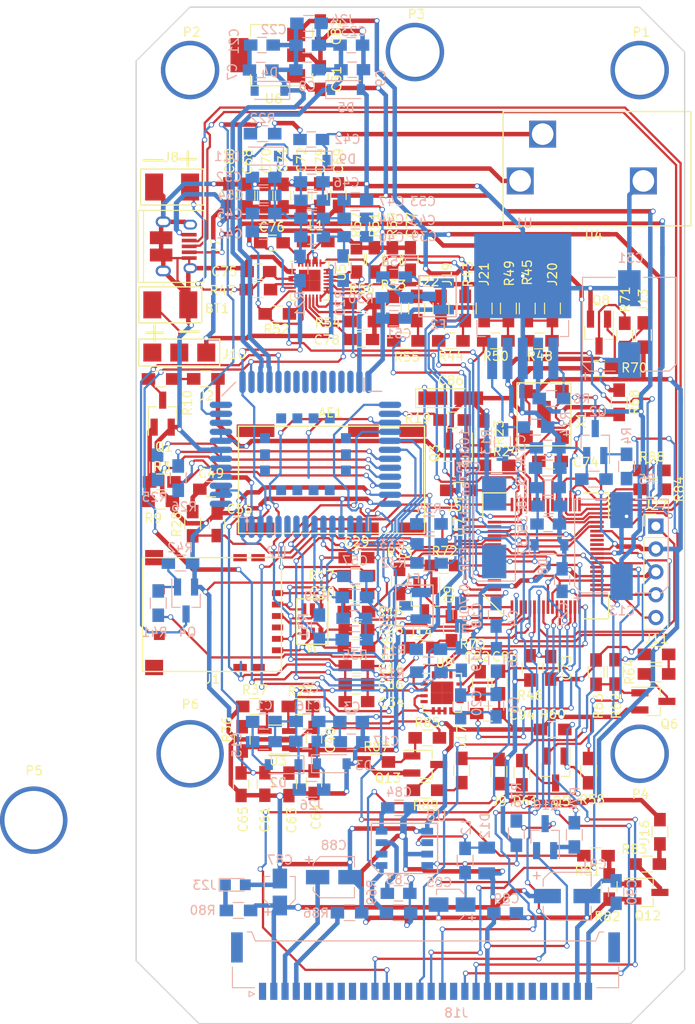
<source format=kicad_pcb>
(kicad_pcb (version 4) (host pcbnew 4.0.6-e0-6349~53~ubuntu14.04.1)
  (layers (0 F.Cu signal) (31 B.Cu signal) (34 B.Paste user) (35 F.Paste user hide) (36 B.SilkS user) (37 F.SilkS user) (38 B.Mask user) (39 F.Mask user hide) (44 Edge.Cuts user))
  (net 0 "")
  (net 1 "Net-(AE1-Pad1)")
  (net 2 BAT)
  (net 3 GND)
  (net 4 "Net-(C1-Pad1)")
  (net 5 "Net-(C1-Pad2)")
  (net 6 "Net-(C16-Pad2)")
  (net 7 "Net-(C18-Pad1)")
  (net 8 "Net-(C20-Pad2)")
  (net 9 "Net-(C21-Pad1)")
  (net 10 VSYS)
  (net 11 SIM1_CH1)
  (net 12 SIM_GND)
  (net 13 SIM1_CH2)
  (net 14 SIM1_CH3)
  (net 15 SIM1_CH4)
  (net 16 VBAT)
  (net 17 "Net-(C39-Pad1)")
  (net 18 "Net-(C39-Pad2)")
  (net 19 "Net-(C40-Pad2)")
  (net 20 "Net-(C41-Pad2)")
  (net 21 "Net-(C42-Pad1)")
  (net 22 "Net-(C42-Pad2)")
  (net 23 RF_ANT)
  (net 24 BT_ANT)
  (net 25 GNSS_ANT)
  (net 26 "Net-(C57-Pad1)")
  (net 27 "Net-(C58-Pad1)")
  (net 28 GNSS_VCC)
  (net 29 VBUS)
  (net 30 ~MCLR~)
  (net 31 OSC)
  (net 32 USB_ADAPTER)
  (net 33 "Net-(C76-Pad1)")
  (net 34 CBST_LX)
  (net 35 VL)
  (net 36 "Net-(C78-Pad1)")
  (net 37 3V3)
  (net 38 "Net-(C83-Pad1)")
  (net 39 12V)
  (net 40 "Net-(C84-Pad2)")
  (net 41 VCORE)
  (net 42 "Net-(C88-Pad1)")
  (net 43 OLED_VDD_PIN)
  (net 44 "Net-(C90-Pad1)")
  (net 45 USB_ID)
  (net 46 "Net-(J9-Pad1)")
  (net 47 OLED_SDI)
  (net 48 OLED_SCK)
  (net 49 OLED_D/C)
  (net 50 OLED_RST)
  (net 51 OLED_CS)
  (net 52 OLED_BS2)
  (net 53 OLED_BS1)
  (net 54 "Net-(L1-Pad1)")
  (net 55 "Net-(Q1-Pad3)")
  (net 56 "Net-(Q2-Pad3)")
  (net 57 "Net-(Q3-Pad1)")
  (net 58 PWRKEY)
  (net 59 "Net-(Q5-Pad3)")
  (net 60 "Net-(Q6-Pad3)")
  (net 61 "Net-(Q8-Pad3)")
  (net 62 "Net-(Q9-Pad3)")
  (net 63 "Net-(Q10-Pad3)")
  (net 64 "Net-(Q12-Pad3)")
  (net 65 "Net-(Q13-Pad3)")
  (net 66 NETLIGHT)
  (net 67 GSM_ON/OFF)
  (net 68 "Net-(R13-Pad2)")
  (net 69 SIM_DATA)
  (net 70 SIM_CLK)
  (net 71 SIM_RST)
  (net 72 1PPS)
  (net 73 "Net-(R25-Pad1)")
  (net 74 "Net-(R25-Pad2)")
  (net 75 "Net-(R26-Pad1)")
  (net 76 "Net-(R26-Pad2)")
  (net 77 GNSS_VCC_EN)
  (net 78 GSM_RXD)
  (net 79 "Net-(R31-Pad2)")
  (net 80 GSM_TXD)
  (net 81 "Net-(R32-Pad2)")
  (net 82 "Net-(R33-Pad2)")
  (net 83 GSM_DEBUG_TXD)
  (net 84 "Net-(R34-Pad2)")
  (net 85 "Net-(R36-Pad2)")
  (net 86 GSM_POWER_BTN)
  (net 87 PB1)
  (net 88 PB2)
  (net 89 PB3)
  (net 90 BT_CHRG_IND)
  (net 91 BT_DOK)
  (net 92 PB4)
  (net 93 BT_UOK)
  (net 94 LED1)
  (net 95 BT_FLT)
  (net 96 LED2)
  (net 97 LED3)
  (net 98 OLED_12V_SHDN)
  (net 99 LED4)
  (net 100 OLED_VDD)
  (net 101 LED5)
  (net 102 LED6)
  (net 103 "Net-(BT1-Pad1)")
  (net 104 "Net-(D12-Pad2)")
  (net 105 "Net-(J2-Pad1)")
  (net 106 "Net-(J5-Pad1)")
  (net 107 "Net-(J11-Pad1)")
  (net 108 "Net-(J13-Pad1)")
  (net 109 "Net-(J14-Pad1)")
  (net 110 "Net-(J16-Pad1)")
  (net 111 "Net-(J17-Pad1)")
  (net 112 "Net-(J18-Pad4)")
  (net 113 "Net-(J19-Pad2)")
  (net 114 "Net-(J20-Pad2)")
  (net 115 "Net-(J21-Pad2)")
  (net 116 "Net-(J22-Pad2)")
  (net 117 "Net-(J23-Pad1)")
  (net 118 PGED2)
  (net 119 "Net-(Q1-Pad1)")
  (net 120 "Net-(Q2-Pad1)")
  (net 121 "Net-(Q3-Pad3)")
  (net 122 "Net-(Q4-Pad1)")
  (net 123 "Net-(Q5-Pad1)")
  (net 124 "Net-(Q6-Pad1)")
  (net 125 "Net-(Q8-Pad1)")
  (net 126 "Net-(Q9-Pad1)")
  (net 127 "Net-(Q10-Pad1)")
  (net 128 "Net-(Q12-Pad1)")
  (net 129 "Net-(Q13-Pad1)")
  (net 130 "Net-(R47-Pad1)")
  (net 131 "Net-(R54-Pad1)")
  (net 132 "Net-(R56-Pad1)")
  (net 133 "Net-(R84-Pad1)")
  (net 134 "Net-(R88-Pad1)")
  (net 135 PGEC2)
  (net 136 XOUT)
  (net 137 YOUT)
  (net 138 ZOUT)
  (net 139 ST)
  (net 140 SPK_P)
  (net 141 SPK_N)
  (net 142 USB_D_-)
  (net 143 USB_D_+)
  (net 144 MIC_P)
  (net 145 MIC_N)
  (net 146 LOUDSPKP)
  (net 147 GSM_DEBUG_RXD)
  (module Capacitors_SMD:CP_Elec_10x10.5 (layer B.Cu) (at 246.85 71.25 90)
    (fp_text reference C31 (at 7.35 0.15 180) (layer B.SilkS) (effects (justify mirror)))
    (fp_text value 470uF,E)
    (fp_text user + (at -5.78 -4.97 90) (layer B.SilkS) (effects (justify mirror)))
    (pad 1 smd rect (at -4 0 270) (size 4 2.5) (layers B.Cu B.Paste B.Mask) (net 16 VBAT))
    (pad 2 smd rect (at 4 0 270) (size 4 2.5) (layers B.Cu B.Paste B.Mask) (net 3 GND))
  )
  (module kicad_libraries:TQFP_64-10mmX10mm (layer F.Cu) (at 237.55 97 90)
    (fp_text reference U7 (at 3.2 -9.65 90) (layer F.SilkS) (effects (font (size 1.2 1.2))))
    (fp_text value PIC32MX440F512H)
    (pad 1 smd rect (at -5.7 -3.75 180) (size 0.3 1.5) (layers F.Cu F.Paste F.Mask) (net 77 GNSS_VCC_EN))
    (pad 2 smd rect (at -5.7 -3.25 180) (size 0.3 1.5) (layers F.Cu F.Paste F.Mask) (net 67 GSM_ON/OFF))
    (pad 3 smd rect (at -5.7 -2.75 180) (size 0.3 1.5) (layers F.Cu F.Paste F.Mask) (net 86 GSM_POWER_BTN))
    (pad 4 smd rect (at -5.7 -2.25 180) (size 0.3 1.5) (layers F.Cu F.Paste F.Mask))
    (pad 5 smd rect (at -5.7 -1.75 180) (size 0.3 1.5) (layers F.Cu F.Paste F.Mask) (net 98 OLED_12V_SHDN))
    (pad 6 smd rect (at -5.7 -1.25 180) (size 0.3 1.5) (layers F.Cu F.Paste F.Mask) (net 47 OLED_SDI))
    (pad 7 smd rect (at -5.7 -0.75 180) (size 0.3 1.5) (layers F.Cu F.Paste F.Mask) (net 30 ~MCLR~))
    (pad 8 smd rect (at -5.7 -0.25 180) (size 0.3 1.5) (layers F.Cu F.Paste F.Mask) (net 51 OLED_CS))
    (pad 9 smd rect (at -5.7 0.25 180) (size 0.3 1.5) (layers F.Cu F.Paste F.Mask) (net 3 GND))
    (pad 10 smd rect (at -5.7 0.75 180) (size 0.3 1.5) (layers F.Cu F.Paste F.Mask) (net 37 3V3))
    (pad 11 smd rect (at -5.7 1.25 180) (size 0.3 1.5) (layers F.Cu F.Paste F.Mask) (net 52 OLED_BS2))
    (pad 12 smd rect (at -5.7 1.75 180) (size 0.3 1.5) (layers F.Cu F.Paste F.Mask) (net 53 OLED_BS1))
    (pad 13 smd rect (at -5.7 2.25 180) (size 0.3 1.5) (layers F.Cu F.Paste F.Mask) (net 139 ST))
    (pad 14 smd rect (at -5.7 2.75 180) (size 0.3 1.5) (layers F.Cu F.Paste F.Mask) (net 138 ZOUT))
    (pad 15 smd rect (at -5.7 3.25 180) (size 0.3 1.5) (layers F.Cu F.Paste F.Mask) (net 137 YOUT))
    (pad 16 smd rect (at -5.7 3.75 180) (size 0.3 1.5) (layers F.Cu F.Paste F.Mask) (net 136 XOUT))
    (pad 17 smd rect (at -3.75 5.7 90) (size 0.3 1.5) (layers F.Cu F.Paste F.Mask) (net 135 PGEC2))
    (pad 18 smd rect (at -3.25 5.7 90) (size 0.3 1.5) (layers F.Cu F.Paste F.Mask) (net 118 PGED2))
    (pad 19 smd rect (at -2.75 5.7 90) (size 0.3 1.5) (layers F.Cu F.Paste F.Mask) (net 37 3V3))
    (pad 20 smd rect (at -2.25 5.7 90) (size 0.3 1.5) (layers F.Cu F.Paste F.Mask) (net 3 GND))
    (pad 21 smd rect (at -1.75 5.7 90) (size 0.3 1.5) (layers F.Cu F.Paste F.Mask))
    (pad 22 smd rect (at -1.25 5.7 90) (size 0.3 1.5) (layers F.Cu F.Paste F.Mask))
    (pad 23 smd rect (at -0.75 5.7 90) (size 0.3 1.5) (layers F.Cu F.Paste F.Mask) (net 94 LED1))
    (pad 24 smd rect (at -0.25 5.7 90) (size 0.3 1.5) (layers F.Cu F.Paste F.Mask) (net 96 LED2))
    (pad 25 smd rect (at 0.25 5.7 90) (size 0.3 1.5) (layers F.Cu F.Paste F.Mask) (net 3 GND))
    (pad 26 smd rect (at 0.75 5.7 90) (size 0.3 1.5) (layers F.Cu F.Paste F.Mask) (net 37 3V3))
    (pad 27 smd rect (at 1.25 5.7 90) (size 0.3 1.5) (layers F.Cu F.Paste F.Mask))
    (pad 28 smd rect (at 1.75 5.7 90) (size 0.3 1.5) (layers F.Cu F.Paste F.Mask))
    (pad 29 smd rect (at 2.25 5.7 90) (size 0.3 1.5) (layers F.Cu F.Paste F.Mask))
    (pad 30 smd rect (at 2.75 5.7 90) (size 0.3 1.5) (layers F.Cu F.Paste F.Mask) (net 88 PB2))
    (pad 31 smd rect (at 3.25 5.7 90) (size 0.3 1.5) (layers F.Cu F.Paste F.Mask) (net 83 GSM_DEBUG_TXD))
    (pad 32 smd rect (at 3.75 5.7 90) (size 0.3 1.5) (layers F.Cu F.Paste F.Mask) (net 147 GSM_DEBUG_RXD))
    (pad 33 smd rect (at 5.7 3.75 180) (size 0.3 1.5) (layers F.Cu F.Paste F.Mask) (net 45 USB_ID))
    (pad 34 smd rect (at 5.7 3.25 180) (size 0.3 1.5) (layers F.Cu F.Paste F.Mask) (net 29 VBUS))
    (pad 35 smd rect (at 5.7 2.75 180) (size 0.3 1.5) (layers F.Cu F.Paste F.Mask) (net 133 "Net-(R84-Pad1)"))
    (pad 36 smd rect (at 5.7 2.25 180) (size 0.3 1.5) (layers F.Cu F.Paste F.Mask) (net 142 USB_D_-))
    (pad 37 smd rect (at 5.7 1.75 180) (size 0.3 1.5) (layers F.Cu F.Paste F.Mask) (net 143 USB_D_+))
    (pad 38 smd rect (at 5.7 1.25 180) (size 0.3 1.5) (layers F.Cu F.Paste F.Mask) (net 37 3V3))
    (pad 39 smd rect (at 5.7 0.75 180) (size 0.3 1.5) (layers F.Cu F.Paste F.Mask) (net 31 OSC))
    (pad 40 smd rect (at 5.7 0.25 180) (size 0.3 1.5) (layers F.Cu F.Paste F.Mask) (net 134 "Net-(R88-Pad1)"))
    (pad 41 smd rect (at 5.7 -0.25 180) (size 0.3 1.5) (layers F.Cu F.Paste F.Mask) (net 3 GND))
    (pad 42 smd rect (at 5.7 -0.75 180) (size 0.3 1.5) (layers F.Cu F.Paste F.Mask))
    (pad 43 smd rect (at 5.7 -1.25 180) (size 0.3 1.5) (layers F.Cu F.Paste F.Mask))
    (pad 44 smd rect (at 5.7 -1.75 180) (size 0.3 1.5) (layers F.Cu F.Paste F.Mask) (net 97 LED3))
    (pad 45 smd rect (at 5.7 -2.25 180) (size 0.3 1.5) (layers F.Cu F.Paste F.Mask) (net 90 BT_CHRG_IND))
    (pad 46 smd rect (at 5.7 -2.75 180) (size 0.3 1.5) (layers F.Cu F.Paste F.Mask) (net 91 BT_DOK))
    (pad 47 smd rect (at 5.7 -3.25 180) (size 0.3 1.5) (layers F.Cu F.Paste F.Mask) (net 95 BT_FLT))
    (pad 48 smd rect (at 5.7 -3.75 180) (size 0.3 1.5) (layers F.Cu F.Paste F.Mask) (net 93 BT_UOK))
    (pad 49 smd rect (at 3.75 -5.7 90) (size 0.3 1.5) (layers F.Cu F.Paste F.Mask) (net 100 OLED_VDD))
    (pad 50 smd rect (at 3.25 -5.7 90) (size 0.3 1.5) (layers F.Cu F.Paste F.Mask) (net 80 GSM_TXD))
    (pad 51 smd rect (at 2.75 -5.7 90) (size 0.3 1.5) (layers F.Cu F.Paste F.Mask) (net 78 GSM_RXD))
    (pad 52 smd rect (at 2.25 -5.7 90) (size 0.3 1.5) (layers F.Cu F.Paste F.Mask) (net 50 OLED_RST))
    (pad 53 smd rect (at 1.75 -5.7 90) (size 0.3 1.5) (layers F.Cu F.Paste F.Mask) (net 102 LED6))
    (pad 54 smd rect (at 1.25 -5.7 90) (size 0.3 1.5) (layers F.Cu F.Paste F.Mask) (net 101 LED5))
    (pad 55 smd rect (at 0.75 -5.7 90) (size 0.3 1.5) (layers F.Cu F.Paste F.Mask) (net 49 OLED_D/C))
    (pad 56 smd rect (at 0.25 -5.7 90) (size 0.3 1.5) (layers F.Cu F.Paste F.Mask) (net 41 VCORE))
    (pad 57 smd rect (at -0.25 -5.7 90) (size 0.3 1.5) (layers F.Cu F.Paste F.Mask) (net 37 3V3))
    (pad 58 smd rect (at -0.75 -5.7 90) (size 0.3 1.5) (layers F.Cu F.Paste F.Mask) (net 99 LED4))
    (pad 59 smd rect (at -1.25 -5.7 90) (size 0.3 1.5) (layers F.Cu F.Paste F.Mask))
    (pad 60 smd rect (at -1.75 -5.7 90) (size 0.3 1.5) (layers F.Cu F.Paste F.Mask) (net 48 OLED_SCK))
    (pad 61 smd rect (at -2.25 -5.7 90) (size 0.3 1.5) (layers F.Cu F.Paste F.Mask) (net 89 PB3))
    (pad 62 smd rect (at -2.75 -5.7 90) (size 0.3 1.5) (layers F.Cu F.Paste F.Mask))
    (pad 63 smd rect (at -3.25 -5.7 90) (size 0.3 1.5) (layers F.Cu F.Paste F.Mask) (net 87 PB1))
    (pad 64 smd rect (at -3.75 -5.7 90) (size 0.3 1.5) (layers F.Cu F.Paste F.Mask) (net 92 PB4))
  )
  (module Inductors_SMD:L_0805_HandSoldering (layer F.Cu) (at 211.97 62.05 180)
    (fp_text reference L1 (at -0.03 1.75 180) (layer F.SilkS))
    (fp_text value 1uH)
    (pad 1 smd rect (at -1.35 0 180) (size 1.5 1.3) (layers F.Cu F.Paste F.Mask) (net 54 "Net-(L1-Pad1)"))
    (pad 2 smd rect (at 1.35 0 180) (size 1.5 1.3) (layers F.Cu F.Paste F.Mask) (net 34 CBST_LX))
  )
  (module Resistors_SMD:R_0805_HandSoldering (layer F.Cu) (at 224.38 117.23)
    (fp_text reference R85 (at 0 -1.7) (layer F.SilkS))
    (fp_text value 4.7K)
    (pad 1 smd rect (at -1.35 0) (size 1.5 1.3) (layers F.Cu F.Paste F.Mask) (net 129 "Net-(Q13-Pad1)"))
    (pad 2 smd rect (at 1.35 0) (size 1.5 1.3) (layers F.Cu F.Paste F.Mask) (net 102 LED6))
  )
  (module Capacitors_SMD:CP_Elec_10x10.5 (layer B.Cu) (at 245.98 95.91 90)
    (fp_text reference C13 (at -7.19 0.07 180) (layer B.SilkS) (effects (justify mirror)))
    (fp_text value 470uF,E)
    (fp_text user + (at -5.78 -4.97 90) (layer B.SilkS) (effects (justify mirror)))
    (pad 1 smd rect (at -4 0 270) (size 4 2.5) (layers B.Cu B.Paste B.Mask) (net 10 VSYS))
    (pad 2 smd rect (at 4 0 270) (size 4 2.5) (layers B.Cu B.Paste B.Mask) (net 3 GND))
  )
  (module TO_SOT_Packages_SMD:SOT-23_Handsoldering (layer F.Cu) (at 243.48 72.18 270)
    (fp_text reference Q8 (at -3.58 -0.22 360) (layer F.SilkS))
    (fp_text value BC847)
    (pad 1 smd rect (at -1.5 -0.95 270) (size 1.9 0.8) (layers F.Cu F.Paste F.Mask) (net 125 "Net-(Q8-Pad1)"))
    (pad 2 smd rect (at -1.5 0.95 270) (size 1.9 0.8) (layers F.Cu F.Paste F.Mask) (net 3 GND))
    (pad 3 smd rect (at 1.5 0 270) (size 1.9 0.8) (layers F.Cu F.Paste F.Mask) (net 61 "Net-(Q8-Pad3)"))
  )
  (module Resistors_SMD:R_0805_HandSoldering (layer F.Cu) (at 245.72 79.93 270)
    (fp_text reference R68 (at 0 -1.7 270) (layer F.SilkS))
    (fp_text value 4.7K)
    (pad 1 smd rect (at -1.35 0 270) (size 1.5 1.3) (layers F.Cu F.Paste F.Mask) (net 125 "Net-(Q8-Pad1)"))
    (pad 2 smd rect (at 1.35 0 270) (size 1.5 1.3) (layers F.Cu F.Paste F.Mask) (net 97 LED3))
  )
  (module Capacitors_SMD:C_0805_HandSoldering (layer B.Cu) (at 233.035 136.665)
    (fp_text reference C89 (at 0.165 -1.565) (layer B.SilkS) (effects (justify mirror)))
    (fp_text value 4.7uF)
    (pad 1 smd rect (at -1.25 0) (size 1.5 1.25) (layers B.Cu B.Paste B.Mask) (net 43 OLED_VDD_PIN))
    (pad 2 smd rect (at 1.25 0) (size 1.5 1.25) (layers B.Cu B.Paste B.Mask) (net 3 GND))
  )
  (module Resistors_SMD:R_0805_HandSoldering (layer F.Cu) (at 227.07 105.08 90)
    (fp_text reference R75 (at -1.72 2.33 360) (layer F.SilkS))
    (fp_text value 300R)
    (pad 1 smd rect (at -1.35 0 90) (size 1.5 1.3) (layers F.Cu F.Paste F.Mask) (net 109 "Net-(J14-Pad1)"))
    (pad 2 smd rect (at 1.35 0 90) (size 1.5 1.3) (layers F.Cu F.Paste F.Mask) (net 62 "Net-(Q9-Pad3)"))
  )
  (module kicad_libraries:MC60-Quectel (layer B.Cu) (at 210.83 85.71 270)
    (fp_text reference U2 (at 10.9 3.21 360) (layer B.SilkS) (effects (font (size 1.2 1.2)) (justify mirror)))
    (fp_text value MC60)
    (pad 1 smd oval (at -8.05 7 180) (size 0.7 2.5) (layers B.Cu B.Paste B.Mask) (net 144 MIC_P))
    (pad 2 smd oval (at -8.05 6 180) (size 0.7 2.5) (layers B.Cu B.Paste B.Mask) (net 145 MIC_N))
    (pad 3 smd oval (at -8.05 5 180) (size 0.7 2.5) (layers B.Cu B.Paste B.Mask) (net 140 SPK_P))
    (pad 4 smd oval (at -8.05 4 180) (size 0.7 2.5) (layers B.Cu B.Paste B.Mask) (net 141 SPK_N))
    (pad 5 smd oval (at -8.05 3 180) (size 0.7 2.5) (layers B.Cu B.Paste B.Mask) (net 58 PWRKEY))
    (pad 6 smd oval (at -8.05 2 180) (size 0.7 2.5) (layers B.Cu B.Paste B.Mask))
    (pad 7 smd oval (at -8.05 1 180) (size 0.7 2.5) (layers B.Cu B.Paste B.Mask))
    (pad 8 smd oval (at -8.05 0 180) (size 0.7 2.5) (layers B.Cu B.Paste B.Mask))
    (pad 9 smd oval (at -8.05 -1 180) (size 0.7 2.5) (layers B.Cu B.Paste B.Mask))
    (pad 10 smd oval (at -8.05 -2 180) (size 0.7 2.5) (layers B.Cu B.Paste B.Mask))
    (pad 11 smd oval (at -8.05 -3 180) (size 0.7 2.5) (layers B.Cu B.Paste B.Mask))
    (pad 12 smd oval (at -8.05 -4 180) (size 0.7 2.5) (layers B.Cu B.Paste B.Mask))
    (pad 13 smd oval (at -8.05 -5 180) (size 0.7 2.5) (layers B.Cu B.Paste B.Mask))
    (pad 14 smd oval (at -8.05 -6 180) (size 0.7 2.5) (layers B.Cu B.Paste B.Mask) (net 3 GND))
    (pad 15 smd oval (at -8.05 -7 180) (size 0.7 2.5) (layers B.Cu B.Paste B.Mask) (net 25 GNSS_ANT))
    (pad 55 smd rect (at -4 2.7 180) (size 1.1 1.1) (layers B.Cu B.Paste B.Mask))
    (pad 16 smd oval (at -5.5 -9.4 270) (size 0.7 2.5) (layers B.Cu B.Paste B.Mask) (net 12 SIM_GND))
    (pad 17 smd oval (at -4.5 -9.4 270) (size 0.7 2.5) (layers B.Cu B.Paste B.Mask) (net 72 1PPS))
    (pad 18 smd oval (at -3.5 -9.4 270) (size 0.7 2.5) (layers B.Cu B.Paste B.Mask) (net 11 SIM1_CH1))
    (pad 19 smd oval (at -2.5 -9.4 270) (size 0.7 2.5) (layers B.Cu B.Paste B.Mask) (net 70 SIM_CLK))
    (pad 20 smd oval (at -1.5 -9.4 270) (size 0.7 2.5) (layers B.Cu B.Paste B.Mask) (net 71 SIM_RST))
    (pad 21 smd oval (at -0.5 -9.4 270) (size 0.7 2.5) (layers B.Cu B.Paste B.Mask) (net 69 SIM_DATA))
    (pad 22 smd oval (at 0.5 -9.4 270) (size 0.7 2.5) (layers B.Cu B.Paste B.Mask) (net 73 "Net-(R25-Pad1)"))
    (pad 23 smd oval (at 1.5 -9.4 270) (size 0.7 2.5) (layers B.Cu B.Paste B.Mask) (net 75 "Net-(R26-Pad1)"))
    (pad 24 smd oval (at 2.5 -9.4 270) (size 0.7 2.5) (layers B.Cu B.Paste B.Mask) (net 74 "Net-(R25-Pad2)"))
    (pad 25 smd oval (at 3.5 -9.4 270) (size 0.7 2.5) (layers B.Cu B.Paste B.Mask) (net 76 "Net-(R26-Pad2)"))
    (pad 26 smd oval (at 4.5 -9.4 270) (size 0.7 2.5) (layers B.Cu B.Paste B.Mask) (net 28 GNSS_VCC))
    (pad 27 smd oval (at 5.5 -9.4 270) (size 0.7 2.5) (layers B.Cu B.Paste B.Mask) (net 3 GND))
    (pad 57 smd rect (at -4 -0.9 270) (size 1.1 1.1) (layers B.Cu B.Paste B.Mask))
    (pad 58 smd rect (at -4 -2.7 270) (size 1.1 1.1) (layers B.Cu B.Paste B.Mask))
    (pad 59 smd rect (at -1.8 -4.5 270) (size 1.1 1.1) (layers B.Cu B.Paste B.Mask))
    (pad 28 smd oval (at 8.05 -7 180) (size 0.7 2.5) (layers B.Cu B.Paste B.Mask) (net 77 GNSS_VCC_EN))
    (pad 29 smd oval (at 8.05 -6 180) (size 0.7 2.5) (layers B.Cu B.Paste B.Mask) (net 84 "Net-(R34-Pad2)"))
    (pad 30 smd oval (at 8.05 -5 180) (size 0.7 2.5) (layers B.Cu B.Paste B.Mask) (net 82 "Net-(R33-Pad2)"))
    (pad 31 smd oval (at 8.05 -4 180) (size 0.7 2.5) (layers B.Cu B.Paste B.Mask) (net 3 GND))
    (pad 32 smd oval (at 8.05 -3 180) (size 0.7 2.5) (layers B.Cu B.Paste B.Mask) (net 24 BT_ANT))
    (pad 33 smd oval (at 8.05 -2 180) (size 0.7 2.5) (layers B.Cu B.Paste B.Mask) (net 81 "Net-(R32-Pad2)"))
    (pad 34 smd oval (at 8.05 -1 180) (size 0.7 2.5) (layers B.Cu B.Paste B.Mask) (net 79 "Net-(R31-Pad2)"))
    (pad 35 smd oval (at 8.05 0 180) (size 0.7 2.5) (layers B.Cu B.Paste B.Mask))
    (pad 36 smd oval (at 8.05 1 180) (size 0.7 2.5) (layers B.Cu B.Paste B.Mask))
    (pad 37 smd oval (at 8.05 2 180) (size 0.7 2.5) (layers B.Cu B.Paste B.Mask))
    (pad 38 smd oval (at 8.05 3 180) (size 0.7 2.5) (layers B.Cu B.Paste B.Mask))
    (pad 39 smd oval (at 8.05 4 180) (size 0.7 2.5) (layers B.Cu B.Paste B.Mask))
    (pad 40 smd oval (at 8.05 5 180) (size 0.7 2.5) (layers B.Cu B.Paste B.Mask) (net 3 GND))
    (pad 41 smd oval (at 8.05 6 180) (size 0.7 2.5) (layers B.Cu B.Paste B.Mask) (net 23 RF_ANT))
    (pad 42 smd oval (at 8.05 7 180) (size 0.7 2.5) (layers B.Cu B.Paste B.Mask) (net 3 GND))
    (pad 60 smd rect (at 0 -4.5 180) (size 1.1 1.1) (layers B.Cu B.Paste B.Mask))
    (pad 43 smd oval (at 5.5 9.4 270) (size 0.7 2.5) (layers B.Cu B.Paste B.Mask))
    (pad 44 smd oval (at 4.5 9.4 270) (size 0.7 2.5) (layers B.Cu B.Paste B.Mask) (net 3 GND))
    (pad 45 smd oval (at 3.5 9.4 270) (size 0.7 2.5) (layers B.Cu B.Paste B.Mask) (net 3 GND))
    (pad 46 smd oval (at 2.5 9.4 270) (size 0.7 2.5) (layers B.Cu B.Paste B.Mask))
    (pad 47 smd oval (at 1.5 9.4 270) (size 0.7 2.5) (layers B.Cu B.Paste B.Mask) (net 66 NETLIGHT))
    (pad 48 smd oval (at 0.5 9.4 270) (size 0.7 2.5) (layers B.Cu B.Paste B.Mask) (net 3 GND))
    (pad 49 smd oval (at -0.5 9.4 270) (size 0.7 2.5) (layers B.Cu B.Paste B.Mask) (net 3 GND))
    (pad 50 smd oval (at -1.5 9.4 270) (size 0.7 2.5) (layers B.Cu B.Paste B.Mask) (net 16 VBAT))
    (pad 51 smd oval (at -2.5 9.4 270) (size 0.7 2.5) (layers B.Cu B.Paste B.Mask) (net 16 VBAT))
    (pad 52 smd oval (at -3.5 9.4 270) (size 0.7 2.5) (layers B.Cu B.Paste B.Mask))
    (pad 53 smd oval (at -4.5 9.4 270) (size 0.7 2.5) (layers B.Cu B.Paste B.Mask) (net 146 LOUDSPKP))
    (pad 54 smd oval (at -5.5 9.4 270) (size 0.7 2.5) (layers B.Cu B.Paste B.Mask))
    (pad 65 smd rect (at 4 2.7 270) (size 1.1 1.1) (layers B.Cu B.Paste B.Mask))
    (pad 66 smd rect (at 1.8 4.5 270) (size 1.1 1.1) (layers B.Cu B.Paste B.Mask))
    (pad 67 smd rect (at 0 4.5 270) (size 1.1 1.1) (layers B.Cu B.Paste B.Mask))
    (pad 68 smd rect (at -1.8 4.5 270) (size 1.1 1.1) (layers B.Cu B.Paste B.Mask))
    (pad 61 smd rect (at 1.8 -4.5 180) (size 1.1 1.1) (layers B.Cu B.Paste B.Mask))
    (pad 56 smd rect (at -4 0.9 180) (size 1.1 1.1) (layers B.Cu B.Paste B.Mask))
    (pad 64 smd rect (at 4 0.9 270) (size 1.1 1.1) (layers B.Cu B.Paste B.Mask))
    (pad 63 smd rect (at 4 -0.9 270) (size 1.1 1.1) (layers B.Cu B.Paste B.Mask))
    (pad 62 smd rect (at 4 -2.7 270) (size 1.1 1.1) (layers B.Cu B.Paste B.Mask))
  )
  (module Capacitors_SMD:C_0805_HandSoldering (layer F.Cu) (at 216.5 109.2)
    (fp_text reference C14 (at 3.8 0.3) (layer F.SilkS))
    (fp_text value 33pF)
    (pad 1 smd rect (at -1.25 0) (size 1.5 1.25) (layers F.Cu F.Paste F.Mask) (net 11 SIM1_CH1))
    (pad 2 smd rect (at 1.25 0) (size 1.5 1.25) (layers F.Cu F.Paste F.Mask) (net 12 SIM_GND))
  )
  (module Resistors_SMD:R_0805_HandSoldering (layer F.Cu) (at 194.68 90.93 180)
    (fp_text reference R9 (at 0.78 -1.87 180) (layer F.SilkS))
    (fp_text value 47K)
    (pad 1 smd rect (at -1.35 0 180) (size 1.5 1.3) (layers F.Cu F.Paste F.Mask) (net 3 GND))
    (pad 2 smd rect (at 1.35 0 180) (size 1.5 1.3) (layers F.Cu F.Paste F.Mask) (net 119 "Net-(Q1-Pad1)"))
  )
  (module kicad_libraries:SChottky-diode-SS14FL-Fairchild (layer B.Cu) (at 230.985 130.865 270)
    (fp_text reference D12 (at -3.865 0.185 270) (layer B.SilkS) (effects (justify mirror)))
    (fp_text value SS14FL)
    (pad 1 smd rect (at 1.43 0 270) (size 1.35 1.85) (layers B.Cu B.Paste B.Mask) (net 39 12V))
    (pad 2 smd rect (at -1.43 0 270) (size 1.35 1.85) (layers B.Cu B.Paste B.Mask) (net 104 "Net-(D12-Pad2)"))
  )
  (module Capacitors_SMD:C_0805_HandSoldering (layer B.Cu) (at 211.03 40.24)
    (fp_text reference C22 (at -3.73 -1.74) (layer B.SilkS) (effects (justify mirror)))
    (fp_text value 33pF)
    (pad 1 smd rect (at -1.25 0) (size 1.5 1.25) (layers B.Cu B.Paste B.Mask) (net 140 SPK_P))
    (pad 2 smd rect (at 1.25 0) (size 1.5 1.25) (layers B.Cu B.Paste B.Mask) (net 141 SPK_N))
  )
  (module Capacitors_Tantalum_SMD:CP_Tantalum_Case-X_EIA-7343-43_Hand (layer B.Cu) (at 231.82 93.85 90)
    (fp_text reference C33 (at 6.65 -2.87 360) (layer B.SilkS) (effects (justify mirror)))
    (fp_text value "100uF,Tantalum, ESR=0.7Ohm" (at -0.44 -3.3 90) (layer B.SilkS) (effects (justify mirror)))
    (pad 1 smd rect (at -3.775 0 90) (size 3.75 2.7) (layers B.Cu B.Paste B.Mask) (net 16 VBAT))
    (pad 2 smd rect (at 3.775 0 90) (size 3.75 2.7) (layers B.Cu B.Paste B.Mask) (net 3 GND))
  )
  (module kicad_libraries:CM1224-4SO-SOT23 (layer F.Cu) (at 211.6 104.3)
    (fp_text reference D1 (at 0 3.1 180) (layer F.SilkS) (effects (font (size 0.6 0.6))))
    (fp_text value TVS_DIODE_CM1224)
    (pad 6 smd rect (at -0.95 -1.35) (size 0.56 1.35) (layers F.Cu F.Paste F.Mask) (net 15 SIM1_CH4))
    (pad 1 smd rect (at -0.95 1.35) (size 0.56 1.35) (layers F.Cu F.Paste F.Mask) (net 11 SIM1_CH1))
    (pad 5 smd rect (at 0 -1.35) (size 0.56 1.35) (layers F.Cu F.Paste F.Mask) (net 11 SIM1_CH1))
    (pad 2 smd rect (at 0 1.35) (size 0.56 1.35) (layers F.Cu F.Paste F.Mask) (net 12 SIM_GND))
    (pad 4 smd rect (at 0.95 -1.35) (size 0.56 1.35) (layers F.Cu F.Paste F.Mask) (net 14 SIM1_CH3))
    (pad 3 smd rect (at 0.95 1.35) (size 0.56 1.35) (layers F.Cu F.Paste F.Mask) (net 13 SIM1_CH2))
  )
  (module kicad_libraries:GSM_ANTENNA_Yageo_ANT2112A010B0918A (layer F.Cu) (at 203.38 94.49)
    (fp_text reference AE1 (at 10.25 -13.39) (layer F.SilkS))
    (fp_text value Antenna)
    (pad S1 smd rect (at 19.4 -0.5) (size 3 1.4) (layers F.Cu F.Paste F.Mask))
    (pad S2 smd rect (at 1.9 -0.5) (size 4.2 1.4) (layers F.Cu F.Paste F.Mask))
    (pad S2 smd rect (at 1.9 -11.4) (size 4.2 1.4) (layers F.Cu F.Paste F.Mask))
    (pad S3 smd rect (at 13.9 -11.4) (size 3.4 1.4) (layers F.Cu F.Paste F.Mask))
    (pad S1 smd rect (at 19.4 -11.4) (size 3 1.4) (layers F.Cu F.Paste F.Mask))
    (pad 1 smd rect (at 13.9 -0.5) (size 3.4 1.4) (layers F.Cu F.Paste F.Mask) (net 1 "Net-(AE1-Pad1)"))
  )
  (module Capacitors_SMD:C_0805_HandSoldering (layer B.Cu) (at 206.205 115.405)
    (fp_text reference C1 (at 0.02 -1.78) (layer B.SilkS) (effects (justify mirror)))
    (fp_text value 10pF)
    (pad 1 smd rect (at -1.25 0) (size 1.5 1.25) (layers B.Cu B.Paste B.Mask) (net 4 "Net-(C1-Pad1)"))
    (pad 2 smd rect (at 1.25 0) (size 1.5 1.25) (layers B.Cu B.Paste B.Mask) (net 5 "Net-(C1-Pad2)"))
  )
  (module Capacitors_SMD:C_0805_HandSoldering (layer B.Cu) (at 211.055 115.405)
    (fp_text reference C2 (at 0.345 -3.705) (layer B.SilkS) (effects (justify mirror)))
    (fp_text value 10pF)
    (pad 1 smd rect (at -1.25 0) (size 1.5 1.25) (layers B.Cu B.Paste B.Mask) (net 5 "Net-(C1-Pad2)"))
    (pad 2 smd rect (at 1.25 0) (size 1.5 1.25) (layers B.Cu B.Paste B.Mask) (net 6 "Net-(C16-Pad2)"))
  )
  (module Capacitors_SMD:C_0805_HandSoldering (layer B.Cu) (at 215.905 115.405)
    (fp_text reference C3 (at 0.095 -1.605) (layer B.SilkS) (effects (justify mirror)))
    (fp_text value 10pF)
    (pad 1 smd rect (at -1.25 0) (size 1.5 1.25) (layers B.Cu B.Paste B.Mask) (net 6 "Net-(C16-Pad2)"))
    (pad 2 smd rect (at 1.25 0) (size 1.5 1.25) (layers B.Cu B.Paste B.Mask) (net 3 GND))
  )
  (module Capacitors_SMD:C_0805_HandSoldering (layer B.Cu) (at 232.03 103.55 270)
    (fp_text reference C4 (at 0.4 -1.92 270) (layer B.SilkS) (effects (justify mirror)))
    (fp_text value 10pF)
    (pad 1 smd rect (at -1.25 0 270) (size 1.5 1.25) (layers B.Cu B.Paste B.Mask) (net 7 "Net-(C18-Pad1)"))
    (pad 2 smd rect (at 1.25 0 270) (size 1.5 1.25) (layers B.Cu B.Paste B.Mask) (net 6 "Net-(C16-Pad2)"))
  )
  (module Capacitors_SMD:C_0805_HandSoldering (layer B.Cu) (at 232.07 108.57 270)
    (fp_text reference C5 (at -0.095 -1.805 270) (layer B.SilkS) (effects (justify mirror)))
    (fp_text value 10pF)
    (pad 1 smd rect (at -1.25 0 270) (size 1.5 1.25) (layers B.Cu B.Paste B.Mask) (net 6 "Net-(C16-Pad2)"))
    (pad 2 smd rect (at 1.25 0 270) (size 1.5 1.25) (layers B.Cu B.Paste B.Mask) (net 5 "Net-(C1-Pad2)"))
  )
  (module Capacitors_SMD:C_0805_HandSoldering (layer B.Cu) (at 232.03 113.65 270)
    (fp_text reference C6 (at -0.075 -1.995 270) (layer B.SilkS) (effects (justify mirror)))
    (fp_text value 10pF)
    (pad 1 smd rect (at -1.25 0 270) (size 1.5 1.25) (layers B.Cu B.Paste B.Mask) (net 5 "Net-(C1-Pad2)"))
    (pad 2 smd rect (at 1.25 0 270) (size 1.5 1.25) (layers B.Cu B.Paste B.Mask) (net 8 "Net-(C20-Pad2)"))
  )
  (module Capacitors_SMD:C_0805_HandSoldering (layer B.Cu) (at 205.85 42.99)
    (fp_text reference C7 (at -3.15 0.21 90) (layer B.SilkS) (effects (justify mirror)))
    (fp_text value 10pF)
    (pad 1 smd rect (at -1.25 0) (size 1.5 1.25) (layers B.Cu B.Paste B.Mask) (net 9 "Net-(C21-Pad1)"))
    (pad 2 smd rect (at 1.25 0) (size 1.5 1.25) (layers B.Cu B.Paste B.Mask) (net 140 SPK_P))
  )
  (module Capacitors_SMD:C_0805_HandSoldering (layer B.Cu) (at 211.02 42.97)
    (fp_text reference C8 (at 0 1.83) (layer B.SilkS) (effects (justify mirror)))
    (fp_text value 10pF)
    (pad 1 smd rect (at -1.25 0) (size 1.5 1.25) (layers B.Cu B.Paste B.Mask) (net 140 SPK_P))
    (pad 2 smd rect (at 1.25 0) (size 1.5 1.25) (layers B.Cu B.Paste B.Mask) (net 141 SPK_N))
  )
  (module Capacitors_SMD:C_0805_HandSoldering (layer B.Cu) (at 216.03 42.96)
    (fp_text reference C9 (at 3.17 0.94 90) (layer B.SilkS) (effects (justify mirror)))
    (fp_text value 10pF)
    (pad 1 smd rect (at -1.25 0) (size 1.5 1.25) (layers B.Cu B.Paste B.Mask) (net 141 SPK_N))
    (pad 2 smd rect (at 1.25 0) (size 1.5 1.25) (layers B.Cu B.Paste B.Mask) (net 3 GND))
  )
  (module Capacitors_SMD:C_0805_HandSoldering (layer B.Cu) (at 206.205 117.655)
    (fp_text reference C15 (at -3.005 0.345 90) (layer B.SilkS) (effects (justify mirror)))
    (fp_text value 33pF)
    (pad 1 smd rect (at -1.25 0) (size 1.5 1.25) (layers B.Cu B.Paste B.Mask) (net 4 "Net-(C1-Pad1)"))
    (pad 2 smd rect (at 1.25 0) (size 1.5 1.25) (layers B.Cu B.Paste B.Mask) (net 5 "Net-(C1-Pad2)"))
  )
  (module Capacitors_SMD:C_0805_HandSoldering (layer B.Cu) (at 211.005 117.605)
    (fp_text reference C16 (at 0.195 -3.905) (layer B.SilkS) (effects (justify mirror)))
    (fp_text value 33pF)
    (pad 1 smd rect (at -1.25 0) (size 1.5 1.25) (layers B.Cu B.Paste B.Mask) (net 5 "Net-(C1-Pad2)"))
    (pad 2 smd rect (at 1.25 0) (size 1.5 1.25) (layers B.Cu B.Paste B.Mask) (net 6 "Net-(C16-Pad2)"))
  )
  (module Capacitors_SMD:C_0805_HandSoldering (layer B.Cu) (at 215.955 117.655)
    (fp_text reference C17 (at 3.845 -0.055) (layer B.SilkS) (effects (justify mirror)))
    (fp_text value 33pF)
    (pad 1 smd rect (at -1.25 0) (size 1.5 1.25) (layers B.Cu B.Paste B.Mask) (net 6 "Net-(C16-Pad2)"))
    (pad 2 smd rect (at 1.25 0) (size 1.5 1.25) (layers B.Cu B.Paste B.Mask) (net 3 GND))
  )
  (module Capacitors_SMD:C_0805_HandSoldering (layer B.Cu) (at 228.09 103.53 270)
    (fp_text reference C18 (at 0.07 -1.785 270) (layer B.SilkS) (effects (justify mirror)))
    (fp_text value 33pF)
    (pad 1 smd rect (at -1.25 0 270) (size 1.5 1.25) (layers B.Cu B.Paste B.Mask) (net 7 "Net-(C18-Pad1)"))
    (pad 2 smd rect (at 1.25 0 270) (size 1.5 1.25) (layers B.Cu B.Paste B.Mask) (net 6 "Net-(C16-Pad2)"))
  )
  (module Capacitors_SMD:C_0805_HandSoldering (layer B.Cu) (at 228.17 108.47 270)
    (fp_text reference C19 (at -0.02 -1.68 270) (layer B.SilkS) (effects (justify mirror)))
    (fp_text value 33pF)
    (pad 1 smd rect (at -1.25 0 270) (size 1.5 1.25) (layers B.Cu B.Paste B.Mask) (net 6 "Net-(C16-Pad2)"))
    (pad 2 smd rect (at 1.25 0 270) (size 1.5 1.25) (layers B.Cu B.Paste B.Mask) (net 5 "Net-(C1-Pad2)"))
  )
  (module Capacitors_SMD:C_0805_HandSoldering (layer B.Cu) (at 228.09 113.73 270)
    (fp_text reference C20 (at -0.355 -1.785 270) (layer B.SilkS) (effects (justify mirror)))
    (fp_text value 33pF)
    (pad 1 smd rect (at -1.25 0 270) (size 1.5 1.25) (layers B.Cu B.Paste B.Mask) (net 5 "Net-(C1-Pad2)"))
    (pad 2 smd rect (at 1.25 0 270) (size 1.5 1.25) (layers B.Cu B.Paste B.Mask) (net 8 "Net-(C20-Pad2)"))
  )
  (module Capacitors_SMD:C_0805_HandSoldering (layer B.Cu) (at 205.99 40.22)
    (fp_text reference C21 (at -3.09 -0.42 90) (layer B.SilkS) (effects (justify mirror)))
    (fp_text value 33pF)
    (pad 1 smd rect (at -1.25 0) (size 1.5 1.25) (layers B.Cu B.Paste B.Mask) (net 9 "Net-(C21-Pad1)"))
    (pad 2 smd rect (at 1.25 0) (size 1.5 1.25) (layers B.Cu B.Paste B.Mask) (net 140 SPK_P))
  )
  (module Capacitors_SMD:C_0805_HandSoldering (layer B.Cu) (at 215.93 40.23)
    (fp_text reference C23 (at 0.27 -1.53) (layer B.SilkS) (effects (justify mirror)))
    (fp_text value 33pF)
    (pad 1 smd rect (at -1.25 0) (size 1.5 1.25) (layers B.Cu B.Paste B.Mask) (net 141 SPK_N))
    (pad 2 smd rect (at 1.25 0) (size 1.5 1.25) (layers B.Cu B.Paste B.Mask) (net 3 GND))
  )
  (module Capacitors_SMD:C_0805_HandSoldering (layer F.Cu) (at 216.5 105.2)
    (fp_text reference C28 (at 3.8 0) (layer F.SilkS))
    (fp_text value 33pF)
    (pad 1 smd rect (at -1.25 0) (size 1.5 1.25) (layers F.Cu F.Paste F.Mask) (net 13 SIM1_CH2))
    (pad 2 smd rect (at 1.25 0) (size 1.5 1.25) (layers F.Cu F.Paste F.Mask) (net 12 SIM_GND))
  )
  (module Capacitors_SMD:C_0805_HandSoldering (layer F.Cu) (at 216.5 97.2)
    (fp_text reference C29 (at 0 -1.75) (layer F.SilkS))
    (fp_text value 33pF)
    (pad 1 smd rect (at -1.25 0) (size 1.5 1.25) (layers F.Cu F.Paste F.Mask) (net 14 SIM1_CH3))
    (pad 2 smd rect (at 1.25 0) (size 1.5 1.25) (layers F.Cu F.Paste F.Mask) (net 12 SIM_GND))
  )
  (module Capacitors_SMD:C_0805_HandSoldering (layer F.Cu) (at 216.5 101.2)
    (fp_text reference C30 (at -3.8 -0.2) (layer F.SilkS))
    (fp_text value 33pF)
    (pad 1 smd rect (at -1.25 0) (size 1.5 1.25) (layers F.Cu F.Paste F.Mask) (net 15 SIM1_CH4))
    (pad 2 smd rect (at 1.25 0) (size 1.5 1.25) (layers F.Cu F.Paste F.Mask) (net 12 SIM_GND))
  )
  (module Capacitors_SMD:C_0805_HandSoldering (layer B.Cu) (at 237.77 85)
    (fp_text reference C32 (at -2.995 -0.075 90) (layer B.SilkS) (effects (justify mirror)))
    (fp_text value 100nF)
    (pad 1 smd rect (at -1.25 0) (size 1.5 1.25) (layers B.Cu B.Paste B.Mask) (net 16 VBAT))
    (pad 2 smd rect (at 1.25 0) (size 1.5 1.25) (layers B.Cu B.Paste B.Mask) (net 3 GND))
  )
  (module Capacitors_SMD:C_0805_HandSoldering (layer F.Cu) (at 216.5 113.2)
    (fp_text reference C34 (at 3.9 0.1) (layer F.SilkS))
    (fp_text value 100nF)
    (pad 1 smd rect (at -1.25 0) (size 1.5 1.25) (layers F.Cu F.Paste F.Mask) (net 11 SIM1_CH1))
    (pad 2 smd rect (at 1.25 0) (size 1.5 1.25) (layers F.Cu F.Paste F.Mask) (net 12 SIM_GND))
  )
  (module Capacitors_SMD:C_0805_HandSoldering (layer B.Cu) (at 237.91 91.46)
    (fp_text reference C35 (at -2.91 1.465 90) (layer B.SilkS) (effects (justify mirror)))
    (fp_text value 100nF)
    (pad 1 smd rect (at -1.25 0) (size 1.5 1.25) (layers B.Cu B.Paste B.Mask) (net 16 VBAT))
    (pad 2 smd rect (at 1.25 0) (size 1.5 1.25) (layers B.Cu B.Paste B.Mask) (net 3 GND))
  )
  (module Capacitors_SMD:C_0805_HandSoldering (layer F.Cu) (at 216.5 111.2)
    (fp_text reference C36 (at 3.8 0.1) (layer F.SilkS))
    (fp_text value 100nF)
    (pad 1 smd rect (at -1.25 0) (size 1.5 1.25) (layers F.Cu F.Paste F.Mask) (net 11 SIM1_CH1))
    (pad 2 smd rect (at 1.25 0) (size 1.5 1.25) (layers F.Cu F.Paste F.Mask) (net 12 SIM_GND))
  )
  (module Capacitors_SMD:C_0805_HandSoldering (layer B.Cu) (at 237.83 93.46)
    (fp_text reference C37 (at -2.83 2.065 90) (layer B.SilkS) (effects (justify mirror)))
    (fp_text value 10pF)
    (pad 1 smd rect (at -1.25 0) (size 1.5 1.25) (layers B.Cu B.Paste B.Mask) (net 16 VBAT))
    (pad 2 smd rect (at 1.25 0) (size 1.5 1.25) (layers B.Cu B.Paste B.Mask) (net 3 GND))
  )
  (module Capacitors_SMD:C_0805_HandSoldering (layer B.Cu) (at 237.8 89.42)
    (fp_text reference C38 (at -2.9 0.855 90) (layer B.SilkS) (effects (justify mirror)))
    (fp_text value 33pF)
    (pad 1 smd rect (at -1.25 0) (size 1.5 1.25) (layers B.Cu B.Paste B.Mask) (net 16 VBAT))
    (pad 2 smd rect (at 1.25 0) (size 1.5 1.25) (layers B.Cu B.Paste B.Mask) (net 3 GND))
  )
  (module Capacitors_SMD:C_0805_HandSoldering (layer B.Cu) (at 216.375 61.515 180)
    (fp_text reference C39 (at -7.625 0.015 180) (layer B.SilkS) (effects (justify mirror)))
    (fp_text value 10pF)
    (pad 1 smd rect (at -1.25 0 180) (size 1.5 1.25) (layers B.Cu B.Paste B.Mask) (net 17 "Net-(C39-Pad1)"))
    (pad 2 smd rect (at 1.25 0 180) (size 1.5 1.25) (layers B.Cu B.Paste B.Mask) (net 18 "Net-(C39-Pad2)"))
  )
  (module Capacitors_SMD:C_0805_HandSoldering (layer B.Cu) (at 211.575 61.515 180)
    (fp_text reference C40 (at -8.825 -0.085 360) (layer B.SilkS) (effects (justify mirror)))
    (fp_text value 10pF)
    (pad 1 smd rect (at -1.25 0 180) (size 1.5 1.25) (layers B.Cu B.Paste B.Mask) (net 18 "Net-(C39-Pad2)"))
    (pad 2 smd rect (at 1.25 0 180) (size 1.5 1.25) (layers B.Cu B.Paste B.Mask) (net 19 "Net-(C40-Pad2)"))
  )
  (module Capacitors_SMD:C_0805_HandSoldering (layer B.Cu) (at 206.175 60.965 180)
    (fp_text reference C41 (at 3.775 -0.235 180) (layer B.SilkS) (effects (justify mirror)))
    (fp_text value 10pF)
    (pad 1 smd rect (at -1.25 0 180) (size 1.5 1.25) (layers B.Cu B.Paste B.Mask) (net 19 "Net-(C40-Pad2)"))
    (pad 2 smd rect (at 1.25 0 180) (size 1.5 1.25) (layers B.Cu B.Paste B.Mask) (net 20 "Net-(C41-Pad2)"))
  )
  (module Capacitors_SMD:C_0805_HandSoldering (layer B.Cu) (at 211.475 50.715 180)
    (fp_text reference C42 (at -4.025 0.015 180) (layer B.SilkS) (effects (justify mirror)))
    (fp_text value 22uF)
    (pad 1 smd rect (at -1.25 0 180) (size 1.5 1.25) (layers B.Cu B.Paste B.Mask) (net 21 "Net-(C42-Pad1)"))
    (pad 2 smd rect (at 1.25 0 180) (size 1.5 1.25) (layers B.Cu B.Paste B.Mask) (net 22 "Net-(C42-Pad2)"))
  )
  (module Capacitors_SMD:C_0805_HandSoldering (layer B.Cu) (at 216.375 59.465 180)
    (fp_text reference C43 (at -7.525 -0.235 180) (layer B.SilkS) (effects (justify mirror)))
    (fp_text value 33pF)
    (pad 1 smd rect (at -1.25 0 180) (size 1.5 1.25) (layers B.Cu B.Paste B.Mask) (net 17 "Net-(C39-Pad1)"))
    (pad 2 smd rect (at 1.25 0 180) (size 1.5 1.25) (layers B.Cu B.Paste B.Mask) (net 18 "Net-(C39-Pad2)"))
  )
  (module Capacitors_SMD:C_0805_HandSoldering (layer B.Cu) (at 211.575 59.465 180)
    (fp_text reference C44 (at -8.825 -0.135 180) (layer B.SilkS) (effects (justify mirror)))
    (fp_text value 33pF)
    (pad 1 smd rect (at -1.25 0 180) (size 1.5 1.25) (layers B.Cu B.Paste B.Mask) (net 18 "Net-(C39-Pad2)"))
    (pad 2 smd rect (at 1.25 0 180) (size 1.5 1.25) (layers B.Cu B.Paste B.Mask) (net 19 "Net-(C40-Pad2)"))
  )
  (module Capacitors_SMD:C_0805_HandSoldering (layer B.Cu) (at 206.175 58.915 180)
    (fp_text reference C45 (at 3.775 -0.085 180) (layer B.SilkS) (effects (justify mirror)))
    (fp_text value 33pF)
    (pad 1 smd rect (at -1.25 0 180) (size 1.5 1.25) (layers B.Cu B.Paste B.Mask) (net 19 "Net-(C40-Pad2)"))
    (pad 2 smd rect (at 1.25 0 180) (size 1.5 1.25) (layers B.Cu B.Paste B.Mask) (net 20 "Net-(C41-Pad2)"))
  )
  (module Capacitors_SMD:C_0805_HandSoldering (layer B.Cu) (at 211.525 55.415 180)
    (fp_text reference C46 (at -3.875 -0.085 180) (layer B.SilkS) (effects (justify mirror)))
    (fp_text value 10uF)
    (pad 1 smd rect (at -1.25 0 180) (size 1.5 1.25) (layers B.Cu B.Paste B.Mask) (net 21 "Net-(C42-Pad1)"))
    (pad 2 smd rect (at 1.25 0 180) (size 1.5 1.25) (layers B.Cu B.Paste B.Mask) (net 3 GND))
  )
  (module Capacitors_SMD:C_0805_HandSoldering (layer B.Cu) (at 211.575 57.465 180)
    (fp_text reference C47 (at -8.825 -0.135 180) (layer B.SilkS) (effects (justify mirror)))
    (fp_text value 33pF)
    (pad 1 smd rect (at -1.25 0 180) (size 1.5 1.25) (layers B.Cu B.Paste B.Mask) (net 21 "Net-(C42-Pad1)"))
    (pad 2 smd rect (at 1.25 0 180) (size 1.5 1.25) (layers B.Cu B.Paste B.Mask) (net 3 GND))
  )
  (module Capacitors_SMD:C_0805_HandSoldering (layer F.Cu) (at 211.78 117.32 90)
    (fp_text reference C48 (at -0.18 1.82 90) (layer F.SilkS))
    (fp_text value 1uF)
    (pad 1 smd rect (at -1.25 0 90) (size 1.5 1.25) (layers F.Cu F.Paste F.Mask) (net 16 VBAT))
    (pad 2 smd rect (at 1.25 0 90) (size 1.5 1.25) (layers F.Cu F.Paste F.Mask) (net 3 GND))
  )
  (module Capacitors_SMD:C_0805_HandSoldering (layer F.Cu) (at 200.33 89.59)
    (fp_text reference C49 (at 0 -1.75) (layer F.SilkS))
    (fp_text value "NM C")
    (pad 1 smd rect (at -1.25 0) (size 1.5 1.25) (layers F.Cu F.Paste F.Mask) (net 23 RF_ANT))
    (pad 2 smd rect (at 1.25 0) (size 1.5 1.25) (layers F.Cu F.Paste F.Mask) (net 3 GND))
  )
  (module Capacitors_SMD:C_0805_HandSoldering (layer B.Cu) (at 216.27 103.94)
    (fp_text reference C50 (at 3.355 0.01 90) (layer B.SilkS) (effects (justify mirror)))
    (fp_text value "NM C")
    (pad 1 smd rect (at -1.25 0) (size 1.5 1.25) (layers B.Cu B.Paste B.Mask) (net 24 BT_ANT))
    (pad 2 smd rect (at 1.25 0) (size 1.5 1.25) (layers B.Cu B.Paste B.Mask) (net 3 GND))
  )
  (module Capacitors_SMD:C_0805_HandSoldering (layer B.Cu) (at 220.67 70.58)
    (fp_text reference C51 (at 0.53 1.72) (layer B.SilkS) (effects (justify mirror)))
    (fp_text value "NM C")
    (pad 1 smd rect (at -1.25 0) (size 1.5 1.25) (layers B.Cu B.Paste B.Mask) (net 25 GNSS_ANT))
    (pad 2 smd rect (at 1.25 0) (size 1.5 1.25) (layers B.Cu B.Paste B.Mask) (net 3 GND))
  )
  (module Capacitors_SMD:C_0805_HandSoldering (layer B.Cu) (at 206.175 54.915 180)
    (fp_text reference C52 (at 3.875 0.015 180) (layer B.SilkS) (effects (justify mirror)))
    (fp_text value 10uF)
    (pad 1 smd rect (at -1.25 0 180) (size 1.5 1.25) (layers B.Cu B.Paste B.Mask) (net 19 "Net-(C40-Pad2)"))
    (pad 2 smd rect (at 1.25 0 180) (size 1.5 1.25) (layers B.Cu B.Paste B.Mask) (net 3 GND))
  )
  (module Capacitors_SMD:C_0805_HandSoldering (layer B.Cu) (at 216.375 57.465 180)
    (fp_text reference C53 (at -7.525 -0.135 180) (layer B.SilkS) (effects (justify mirror)))
    (fp_text value 4.7uF)
    (pad 1 smd rect (at -1.25 0 180) (size 1.5 1.25) (layers B.Cu B.Paste B.Mask) (net 3 GND))
    (pad 2 smd rect (at 1.25 0 180) (size 1.5 1.25) (layers B.Cu B.Paste B.Mask) (net 18 "Net-(C39-Pad2)"))
  )
  (module Capacitors_SMD:C_0805_HandSoldering (layer B.Cu) (at 206.175 56.915 180)
    (fp_text reference C54 (at 3.675 0.015 180) (layer B.SilkS) (effects (justify mirror)))
    (fp_text value 33pF)
    (pad 1 smd rect (at -1.25 0 180) (size 1.5 1.25) (layers B.Cu B.Paste B.Mask) (net 19 "Net-(C40-Pad2)"))
    (pad 2 smd rect (at 1.25 0 180) (size 1.5 1.25) (layers B.Cu B.Paste B.Mask) (net 3 GND))
  )
  (module Capacitors_SMD:C_0805_HandSoldering (layer F.Cu) (at 201.005 93.495 90)
    (fp_text reference C56 (at 1.695 2.495 180) (layer F.SilkS))
    (fp_text value "NM C")
    (pad 1 smd rect (at -1.25 0 90) (size 1.5 1.25) (layers F.Cu F.Paste F.Mask) (net 1 "Net-(AE1-Pad1)"))
    (pad 2 smd rect (at 1.25 0 90) (size 1.5 1.25) (layers F.Cu F.Paste F.Mask) (net 3 GND))
  )
  (module Capacitors_SMD:C_0805_HandSoldering (layer B.Cu) (at 216.35 99.29 180)
    (fp_text reference C57 (at 0 1.75 180) (layer B.SilkS) (effects (justify mirror)))
    (fp_text value "NM C")
    (pad 1 smd rect (at -1.25 0 180) (size 1.5 1.25) (layers B.Cu B.Paste B.Mask) (net 26 "Net-(C57-Pad1)"))
    (pad 2 smd rect (at 1.25 0 180) (size 1.5 1.25) (layers B.Cu B.Paste B.Mask) (net 3 GND))
  )
  (module Capacitors_SMD:C_0805_HandSoldering (layer B.Cu) (at 220.69 66)
    (fp_text reference C58 (at 0.01 -1.7) (layer B.SilkS) (effects (justify mirror)))
    (fp_text value "NM C")
    (pad 1 smd rect (at -1.25 0) (size 1.5 1.25) (layers B.Cu B.Paste B.Mask) (net 27 "Net-(C58-Pad1)"))
    (pad 2 smd rect (at 1.25 0) (size 1.5 1.25) (layers B.Cu B.Paste B.Mask) (net 3 GND))
  )
  (module Capacitors_SMD:C_0805_HandSoldering (layer F.Cu) (at 206.31 122.36 270)
    (fp_text reference C61 (at 3.94 0.01 270) (layer F.SilkS))
    (fp_text value 4.7uF)
    (pad 1 smd rect (at -1.25 0 270) (size 1.5 1.25) (layers F.Cu F.Paste F.Mask) (net 28 GNSS_VCC))
    (pad 2 smd rect (at 1.25 0 270) (size 1.5 1.25) (layers F.Cu F.Paste F.Mask) (net 3 GND))
  )
  (module Capacitors_SMD:C_0805_HandSoldering (layer F.Cu) (at 208.99 122.4 270)
    (fp_text reference C63 (at 4 -0.31 270) (layer F.SilkS))
    (fp_text value 100nF)
    (pad 1 smd rect (at -1.25 0 270) (size 1.5 1.25) (layers F.Cu F.Paste F.Mask) (net 28 GNSS_VCC))
    (pad 2 smd rect (at 1.25 0 270) (size 1.5 1.25) (layers F.Cu F.Paste F.Mask) (net 3 GND))
  )
  (module Capacitors_SMD:C_0805_HandSoldering (layer F.Cu) (at 211.78 122.16 270)
    (fp_text reference C64 (at 3.84 -0.22 270) (layer F.SilkS))
    (fp_text value 10uF)
    (pad 1 smd rect (at -1.25 0 270) (size 1.5 1.25) (layers F.Cu F.Paste F.Mask) (net 28 GNSS_VCC))
    (pad 2 smd rect (at 1.25 0 270) (size 1.5 1.25) (layers F.Cu F.Paste F.Mask) (net 3 GND))
  )
  (module Capacitors_SMD:C_0805_HandSoldering (layer F.Cu) (at 203.67 122.38 270)
    (fp_text reference C65 (at 3.92 -0.23 270) (layer F.SilkS))
    (fp_text value 100nF)
    (pad 1 smd rect (at -1.25 0 270) (size 1.5 1.25) (layers F.Cu F.Paste F.Mask) (net 28 GNSS_VCC))
    (pad 2 smd rect (at 1.25 0 270) (size 1.5 1.25) (layers F.Cu F.Paste F.Mask) (net 3 GND))
  )
  (module Capacitors_SMD:C_0805_HandSoldering (layer F.Cu) (at 204.35 56.95 90)
    (fp_text reference C68 (at 3.75 0.05 90) (layer F.SilkS))
    (fp_text value 100uF)
    (pad 1 smd rect (at -1.25 0 90) (size 1.5 1.25) (layers F.Cu F.Paste F.Mask) (net 10 VSYS))
    (pad 2 smd rect (at 1.25 0 90) (size 1.5 1.25) (layers F.Cu F.Paste F.Mask) (net 3 GND))
  )
  (module Capacitors_SMD:C_0805_HandSoldering (layer F.Cu) (at 214.5 56.9 90)
    (fp_text reference C69 (at 3.8 0 90) (layer F.SilkS))
    (fp_text value 4.7uF)
    (pad 1 smd rect (at -1.25 0 90) (size 1.5 1.25) (layers F.Cu F.Paste F.Mask) (net 29 VBUS))
    (pad 2 smd rect (at 1.25 0 90) (size 1.5 1.25) (layers F.Cu F.Paste F.Mask) (net 3 GND))
  )
  (module Capacitors_SMD:C_0805_HandSoldering (layer F.Cu) (at 206.35 56.95 90)
    (fp_text reference C70 (at 3.85 0.15 90) (layer F.SilkS))
    (fp_text value 100uF)
    (pad 1 smd rect (at -1.25 0 90) (size 1.5 1.25) (layers F.Cu F.Paste F.Mask) (net 10 VSYS))
    (pad 2 smd rect (at 1.25 0 90) (size 1.5 1.25) (layers F.Cu F.Paste F.Mask) (net 3 GND))
  )
  (module Capacitors_SMD:C_0805_HandSoldering (layer F.Cu) (at 208.35 56.95 90)
    (fp_text reference C71 (at 3.95 -0.05 90) (layer F.SilkS))
    (fp_text value 100uF)
    (pad 1 smd rect (at -1.25 0 90) (size 1.5 1.25) (layers F.Cu F.Paste F.Mask) (net 10 VSYS))
    (pad 2 smd rect (at 1.25 0 90) (size 1.5 1.25) (layers F.Cu F.Paste F.Mask) (net 3 GND))
  )
  (module Capacitors_SMD:C_0805_HandSoldering (layer F.Cu) (at 210.35 56.95 90)
    (fp_text reference C72 (at 3.95 0.05 90) (layer F.SilkS))
    (fp_text value 100uF)
    (pad 1 smd rect (at -1.25 0 90) (size 1.5 1.25) (layers F.Cu F.Paste F.Mask) (net 10 VSYS))
    (pad 2 smd rect (at 1.25 0 90) (size 1.5 1.25) (layers F.Cu F.Paste F.Mask) (net 3 GND))
  )
  (module Capacitors_SMD:C_0805_HandSoldering (layer F.Cu) (at 238.1 109.45 270)
    (fp_text reference C73 (at 0 -1.75 270) (layer F.SilkS))
    (fp_text value 0.1uF)
    (pad 1 smd rect (at -1.25 0 270) (size 1.5 1.25) (layers F.Cu F.Paste F.Mask) (net 30 ~MCLR~))
    (pad 2 smd rect (at 1.25 0 270) (size 1.5 1.25) (layers F.Cu F.Paste F.Mask) (net 3 GND))
  )
  (module Capacitors_SMD:C_0805_HandSoldering (layer F.Cu) (at 238.03 86.5 180)
    (fp_text reference C74 (at -3.97 -0.1 180) (layer F.SilkS))
    (fp_text value 15pF)
    (pad 1 smd rect (at -1.25 0 180) (size 1.5 1.25) (layers F.Cu F.Paste F.Mask) (net 31 OSC))
    (pad 2 smd rect (at 1.25 0 180) (size 1.5 1.25) (layers F.Cu F.Paste F.Mask) (net 3 GND))
  )
  (module Capacitors_SMD:C_0805_HandSoldering (layer F.Cu) (at 205.6 65.4)
    (fp_text reference C75 (at -3.8 0) (layer F.SilkS))
    (fp_text value 4.7uF)
    (pad 1 smd rect (at -1.25 0) (size 1.5 1.25) (layers F.Cu F.Paste F.Mask) (net 3 GND))
    (pad 2 smd rect (at 1.25 0) (size 1.5 1.25) (layers F.Cu F.Paste F.Mask) (net 32 USB_ADAPTER))
  )
  (module Capacitors_SMD:C_0805_HandSoldering (layer F.Cu) (at 207.1 62.2)
    (fp_text reference C76 (at 0 -1.75) (layer F.SilkS))
    (fp_text value 0.1uF)
    (pad 1 smd rect (at -1.25 0) (size 1.5 1.25) (layers F.Cu F.Paste F.Mask) (net 33 "Net-(C76-Pad1)"))
    (pad 2 smd rect (at 1.25 0) (size 1.5 1.25) (layers F.Cu F.Paste F.Mask) (net 34 CBST_LX))
  )
  (module Capacitors_SMD:C_0805_HandSoldering (layer F.Cu) (at 222.5 64 270)
    (fp_text reference C77 (at -3.8 -0.1 270) (layer F.SilkS))
    (fp_text value 1uF)
    (pad 1 smd rect (at -1.25 0 270) (size 1.5 1.25) (layers F.Cu F.Paste F.Mask) (net 35 VL))
    (pad 2 smd rect (at 1.25 0 270) (size 1.5 1.25) (layers F.Cu F.Paste F.Mask) (net 3 GND))
  )
  (module Capacitors_SMD:C_0805_HandSoldering (layer F.Cu) (at 217.05 72.95)
    (fp_text reference C78 (at -3.85 0.05) (layer F.SilkS))
    (fp_text value 0.15uF)
    (pad 1 smd rect (at -1.25 0) (size 1.5 1.25) (layers F.Cu F.Paste F.Mask) (net 36 "Net-(C78-Pad1)"))
    (pad 2 smd rect (at 1.25 0) (size 1.5 1.25) (layers F.Cu F.Paste F.Mask) (net 3 GND))
  )
  (module Capacitors_SMD:C_0805_HandSoldering (layer F.Cu) (at 212.4 56.9 90)
    (fp_text reference C79 (at 3.8 0.1 90) (layer F.SilkS))
    (fp_text value 10uF)
    (pad 1 smd rect (at -1.25 0 90) (size 1.5 1.25) (layers F.Cu F.Paste F.Mask) (net 10 VSYS))
    (pad 2 smd rect (at 1.25 0 90) (size 1.5 1.25) (layers F.Cu F.Paste F.Mask) (net 3 GND))
  )
  (module Capacitors_SMD:C_0805_HandSoldering (layer F.Cu) (at 202.3 56.9 270)
    (fp_text reference C80 (at -3.8 -0.1 270) (layer F.SilkS))
    (fp_text value 10uF)
    (pad 1 smd rect (at -1.25 0 270) (size 1.5 1.25) (layers F.Cu F.Paste F.Mask) (net 3 GND))
    (pad 2 smd rect (at 1.25 0 270) (size 1.5 1.25) (layers F.Cu F.Paste F.Mask) (net 2 BAT))
  )
  (module Capacitors_SMD:C_0805_HandSoldering (layer F.Cu) (at 212.495 43.895 90)
    (fp_text reference C81 (at -0.105 1.805 90) (layer F.SilkS))
    (fp_text value 0.47uF)
    (pad 1 smd rect (at -1.25 0 90) (size 1.5 1.25) (layers F.Cu F.Paste F.Mask) (net 10 VSYS))
    (pad 2 smd rect (at 1.25 0 90) (size 1.5 1.25) (layers F.Cu F.Paste F.Mask) (net 3 GND))
  )
  (module Capacitors_SMD:C_0805_HandSoldering (layer F.Cu) (at 212.495 38.795 270)
    (fp_text reference C82 (at 0 -1.75 270) (layer F.SilkS))
    (fp_text value 33uF)
    (pad 1 smd rect (at -1.25 0 270) (size 1.5 1.25) (layers F.Cu F.Paste F.Mask) (net 37 3V3))
    (pad 2 smd rect (at 1.25 0 270) (size 1.5 1.25) (layers F.Cu F.Paste F.Mask) (net 3 GND))
  )
  (module Capacitors_SMD:C_0805_HandSoldering (layer B.Cu) (at 221.185 134.515)
    (fp_text reference C83 (at 0.015 -1.515) (layer B.SilkS) (effects (justify mirror)))
    (fp_text value 47pF)
    (pad 1 smd rect (at -1.25 0) (size 1.5 1.25) (layers B.Cu B.Paste B.Mask) (net 38 "Net-(C83-Pad1)"))
    (pad 2 smd rect (at 1.25 0) (size 1.5 1.25) (layers B.Cu B.Paste B.Mask) (net 3 GND))
  )
  (module Capacitors_SMD:C_0805_HandSoldering (layer B.Cu) (at 221.235 125.015 180)
    (fp_text reference C84 (at 0 1.75 180) (layer B.SilkS) (effects (justify mirror)))
    (fp_text value 1pF)
    (pad 1 smd rect (at -1.25 0 180) (size 1.5 1.25) (layers B.Cu B.Paste B.Mask) (net 39 12V))
    (pad 2 smd rect (at 1.25 0 180) (size 1.5 1.25) (layers B.Cu B.Paste B.Mask) (net 40 "Net-(C84-Pad2)"))
  )
  (module Capacitors_SMD:CP_Elec_3x5.3 (layer B.Cu) (at 227.135 135.765 180)
    (fp_text reference C85 (at 1.435 2.465 180) (layer B.SilkS) (effects (justify mirror)))
    (fp_text value 33uF,16V)
    (fp_text user + (at -2.22 -1.4 180) (layer B.SilkS) (effects (justify mirror)))
    (pad 2 smd rect (at 1.5 0 180) (size 2.2 1.6) (layers B.Cu B.Paste B.Mask) (net 3 GND))
    (pad 1 smd rect (at -1.5 0 180) (size 2.2 1.6) (layers B.Cu B.Paste B.Mask) (net 37 3V3))
  )
  (module Capacitors_SMD:CP_Elec_3x5.3 (layer B.Cu) (at 207.985 134.365 90)
    (fp_text reference C87 (at 3.565 0.015 180) (layer B.SilkS) (effects (justify mirror)))
    (fp_text value 33uF,16V,E)
    (fp_text user + (at -2.22 -1.4 90) (layer B.SilkS) (effects (justify mirror)))
    (pad 2 smd rect (at 1.5 0 90) (size 2.2 1.6) (layers B.Cu B.Paste B.Mask) (net 3 GND))
    (pad 1 smd rect (at -1.5 0 90) (size 2.2 1.6) (layers B.Cu B.Paste B.Mask) (net 39 12V))
  )
  (module Capacitors_SMD:C_0805_HandSoldering (layer B.Cu) (at 245.385 134.365 90)
    (fp_text reference C90 (at 0 1.75 90) (layer B.SilkS) (effects (justify mirror)))
    (fp_text value 4.7uF)
    (pad 1 smd rect (at -1.25 0 90) (size 1.5 1.25) (layers B.Cu B.Paste B.Mask) (net 44 "Net-(C90-Pad1)"))
    (pad 2 smd rect (at 1.25 0 90) (size 1.5 1.25) (layers B.Cu B.Paste B.Mask) (net 3 GND))
  )
  (module Diodes_SMD:D_SOD-123 (layer B.Cu) (at 208.405 120.205 180)
    (fp_text reference D2 (at 0.605 -1.995 180) (layer B.SilkS) (effects (justify mirror)))
    (fp_text value ESD)
    (pad 1 smd rect (at -1.65 0 180) (size 0.9 1.2) (layers B.Cu B.Paste B.Mask) (net 5 "Net-(C1-Pad2)"))
    (pad 2 smd rect (at 1.65 0 180) (size 0.9 1.2) (layers B.Cu B.Paste B.Mask) (net 4 "Net-(C1-Pad1)"))
  )
  (module Diodes_SMD:D_SOD-123 (layer B.Cu) (at 213.755 120.105)
    (fp_text reference D3 (at 3.545 0.195) (layer B.SilkS) (effects (justify mirror)))
    (fp_text value ESD)
    (pad 1 smd rect (at -1.65 0) (size 0.9 1.2) (layers B.Cu B.Paste B.Mask) (net 6 "Net-(C16-Pad2)"))
    (pad 2 smd rect (at 1.65 0) (size 0.9 1.2) (layers B.Cu B.Paste B.Mask) (net 3 GND))
  )
  (module Diodes_SMD:D_SOD-123 (layer B.Cu) (at 206.83 45.26 180)
    (fp_text reference D4 (at 0 2 180) (layer B.SilkS) (effects (justify mirror)))
    (fp_text value ESD)
    (pad 1 smd rect (at -1.65 0 180) (size 0.9 1.2) (layers B.Cu B.Paste B.Mask) (net 140 SPK_P))
    (pad 2 smd rect (at 1.65 0 180) (size 0.9 1.2) (layers B.Cu B.Paste B.Mask) (net 9 "Net-(C21-Pad1)"))
  )
  (module Diodes_SMD:D_SOD-123 (layer B.Cu) (at 215.34 45.17)
    (fp_text reference D5 (at 0 2) (layer B.SilkS) (effects (justify mirror)))
    (fp_text value ESD)
    (pad 1 smd rect (at -1.65 0) (size 0.9 1.2) (layers B.Cu B.Paste B.Mask) (net 141 SPK_N))
    (pad 2 smd rect (at 1.65 0) (size 0.9 1.2) (layers B.Cu B.Paste B.Mask) (net 3 GND))
  )
  (module Diodes_SMD:D_SOD-123 (layer B.Cu) (at 211.525 53.015 180)
    (fp_text reference D9 (at -3.975 0.115 180) (layer B.SilkS) (effects (justify mirror)))
    (fp_text value D_TVS_ALT)
    (pad 1 smd rect (at -1.65 0 180) (size 0.9 1.2) (layers B.Cu B.Paste B.Mask) (net 21 "Net-(C42-Pad1)"))
    (pad 2 smd rect (at 1.65 0 180) (size 0.9 1.2) (layers B.Cu B.Paste B.Mask) (net 3 GND))
  )
  (module Diodes_SMD:D_SOD-123 (layer B.Cu) (at 206.125 52.565 180)
    (fp_text reference D11 (at 4.025 -0.035 180) (layer B.SilkS) (effects (justify mirror)))
    (fp_text value D_TVS_ALT)
    (pad 1 smd rect (at -1.65 0 180) (size 0.9 1.2) (layers B.Cu B.Paste B.Mask) (net 19 "Net-(C40-Pad2)"))
    (pad 2 smd rect (at 1.65 0 180) (size 0.9 1.2) (layers B.Cu B.Paste B.Mask) (net 3 GND))
  )
  (module kicad_libraries:IPEX_CON_MHF (layer B.Cu) (at 222.52 102.55 180)
    (fp_text reference F1 (at -0.22 3 180) (layer B.SilkS) (effects (justify mirror)))
    (fp_text value IPEX_CON)
    (pad 1 smd rect (at 0.5 0 180) (size 1.5 1.05) (layers B.Cu B.Paste B.Mask) (net 26 "Net-(C57-Pad1)"))
    (pad 2 smd rect (at -1.125 1.475 180) (size 2.25 1.05) (layers B.Cu B.Paste B.Mask) (net 3 GND))
    (pad 3 smd rect (at -1.125 -1.475 180) (size 2.25 1.05) (layers B.Cu B.Paste B.Mask) (net 3 GND))
  )
  (module kicad_libraries:IPEX_CON_MHF (layer B.Cu) (at 225.09 68.16 180)
    (fp_text reference F2 (at -0.51 -3.14 180) (layer B.SilkS) (effects (justify mirror)))
    (fp_text value IPEX_CON)
    (pad 1 smd rect (at 0.5 0 180) (size 1.5 1.05) (layers B.Cu B.Paste B.Mask) (net 27 "Net-(C58-Pad1)"))
    (pad 2 smd rect (at -1.125 1.475 180) (size 2.25 1.05) (layers B.Cu B.Paste B.Mask) (net 3 GND))
    (pad 3 smd rect (at -1.125 -1.475 180) (size 2.25 1.05) (layers B.Cu B.Paste B.Mask) (net 3 GND))
  )
  (module kicad_libraries:MICRO-SIM-78646-3001-MOLEX (layer F.Cu) (at 194 97.2 180)
    (fp_text reference J1 (at -6.5 -13.5 180) (layer F.SilkS))
    (fp_text value SIM_Card)
    (pad 5 smd rect (at -13.73 -10.295 180) (size 1.25 0.65) (layers F.Cu F.Paste F.Mask) (net 12 SIM_GND))
    (pad 1 smd rect (at -13.73 -9.025 180) (size 1.25 0.65) (layers F.Cu F.Paste F.Mask) (net 11 SIM1_CH1))
    (pad 6 smd rect (at -13.73 -7.755 180) (size 1.25 0.65) (layers F.Cu F.Paste F.Mask))
    (pad 2 smd rect (at -13.73 -6.485 180) (size 1.25 0.65) (layers F.Cu F.Paste F.Mask) (net 13 SIM1_CH2))
    (pad 7 smd rect (at -13.73 -5.215 180) (size 1.25 0.65) (layers F.Cu F.Paste F.Mask) (net 15 SIM1_CH4))
    (pad 3 smd rect (at -13.73 -3.945 180) (size 1.25 0.65) (layers F.Cu F.Paste F.Mask) (net 14 SIM1_CH3))
    (pad GND smd rect (at -11.56 -12.21 180) (size 1.5 0.8) (layers F.Cu F.Paste F.Mask))
    (pad GND smd rect (at -9.56 -12.21 180) (size 1.5 0.8) (layers F.Cu F.Paste F.Mask))
    (pad GND smd rect (at 0 -12.21 180) (size 2 1.7) (layers F.Cu F.Paste F.Mask))
    (pad "" smd rect (at -0.58 -8.65 180) (size 1.2 1) (layers F.Cu F.Paste F.Mask))
    (pad "" smd rect (at -0.58 -3.57 180) (size 1.2 1) (layers F.Cu F.Paste F.Mask))
    (pad GND smd rect (at 0 0 180) (size 2 1.7) (layers F.Cu F.Paste F.Mask))
    (pad GND smd rect (at -11.56 0 180) (size 1.5 0.8) (layers F.Cu F.Paste F.Mask))
    (pad GND smd rect (at -9.56 0 180) (size 1.5 0.8) (layers F.Cu F.Paste F.Mask))
  )
  (module Inductors_SMD:L_0805_HandSoldering (layer B.Cu) (at 228.585 130.865 90)
    (fp_text reference L2 (at 3.665 0.115 90) (layer B.SilkS) (effects (justify mirror)))
    (fp_text value 18uH)
    (pad 1 smd rect (at -1.35 0 90) (size 1.5 1.3) (layers B.Cu B.Paste B.Mask) (net 37 3V3))
    (pad 2 smd rect (at 1.35 0 90) (size 1.5 1.3) (layers B.Cu B.Paste B.Mask) (net 104 "Net-(D12-Pad2)"))
  )
  (module Resistors_SMD:R_0805_HandSoldering (layer F.Cu) (at 194.86 88.78)
    (fp_text reference R3 (at 0 -1.7) (layer F.SilkS))
    (fp_text value 4.7K)
    (pad 1 smd rect (at -1.35 0) (size 1.5 1.3) (layers F.Cu F.Paste F.Mask) (net 119 "Net-(Q1-Pad1)"))
    (pad 2 smd rect (at 1.35 0) (size 1.5 1.3) (layers F.Cu F.Paste F.Mask) (net 66 NETLIGHT))
  )
  (module Resistors_SMD:R_0805_HandSoldering (layer B.Cu) (at 246.54 87.06 270)
    (fp_text reference R4 (at -3.41 -0.01 270) (layer B.SilkS) (effects (justify mirror)))
    (fp_text value 4.7K)
    (pad 1 smd rect (at -1.35 0 270) (size 1.5 1.3) (layers B.Cu B.Paste B.Mask) (net 120 "Net-(Q2-Pad1)"))
    (pad 2 smd rect (at 1.35 0 270) (size 1.5 1.3) (layers B.Cu B.Paste B.Mask) (net 67 GSM_ON/OFF))
  )
  (module Resistors_SMD:R_0805_HandSoldering (layer B.Cu) (at 242.91 88.47 180)
    (fp_text reference R5 (at -5.89 -0.03 180) (layer B.SilkS) (effects (justify mirror)))
    (fp_text value 47K)
    (pad 1 smd rect (at -1.35 0 180) (size 1.5 1.3) (layers B.Cu B.Paste B.Mask) (net 120 "Net-(Q2-Pad1)"))
    (pad 2 smd rect (at 1.35 0 180) (size 1.5 1.3) (layers B.Cu B.Paste B.Mask) (net 3 GND))
  )
  (module Resistors_SMD:R_0805_HandSoldering (layer B.Cu) (at 238.18 79.51)
    (fp_text reference R8 (at 3.37 0.04) (layer B.SilkS) (effects (justify mirror)))
    (fp_text value 51K)
    (pad 1 smd rect (at -1.35 0) (size 1.5 1.3) (layers B.Cu B.Paste B.Mask) (net 10 VSYS))
    (pad 2 smd rect (at 1.35 0) (size 1.5 1.3) (layers B.Cu B.Paste B.Mask) (net 56 "Net-(Q2-Pad3)"))
  )
  (module Resistors_SMD:R_0805_HandSoldering (layer F.Cu) (at 194.72 77.34 180)
    (fp_text reference R10 (at -2.98 -2.66 270) (layer F.SilkS))
    (fp_text value 300R)
    (pad 1 smd rect (at -1.35 0 180) (size 1.5 1.3) (layers F.Cu F.Paste F.Mask) (net 105 "Net-(J2-Pad1)"))
    (pad 2 smd rect (at 1.35 0 180) (size 1.5 1.3) (layers F.Cu F.Paste F.Mask) (net 55 "Net-(Q1-Pad3)"))
  )
  (module Resistors_SMD:R_0805_HandSoldering (layer B.Cu) (at 224.5 107.37)
    (fp_text reference R11 (at -3.9 0.105) (layer B.SilkS) (effects (justify mirror)))
    (fp_text value 0R)
    (pad 1 smd rect (at -1.35 0) (size 1.5 1.3) (layers B.Cu B.Paste B.Mask) (net 144 MIC_P))
    (pad 2 smd rect (at 1.35 0) (size 1.5 1.3) (layers B.Cu B.Paste B.Mask) (net 6 "Net-(C16-Pad2)"))
  )
  (module Resistors_SMD:R_0805_HandSoldering (layer B.Cu) (at 224.56 109.93)
    (fp_text reference R12 (at -4.11 0.12) (layer B.SilkS) (effects (justify mirror)))
    (fp_text value 0R)
    (pad 1 smd rect (at -1.35 0) (size 1.5 1.3) (layers B.Cu B.Paste B.Mask) (net 145 MIC_N))
    (pad 2 smd rect (at 1.35 0) (size 1.5 1.3) (layers B.Cu B.Paste B.Mask) (net 5 "Net-(C1-Pad2)"))
  )
  (module Resistors_SMD:R_0805_HandSoldering (layer B.Cu) (at 232.74 84.34 90)
    (fp_text reference R13 (at 0 -1.79 90) (layer B.SilkS) (effects (justify mirror)))
    (fp_text value 124K)
    (pad 1 smd rect (at -1.35 0 90) (size 1.5 1.3) (layers B.Cu B.Paste B.Mask) (net 16 VBAT))
    (pad 2 smd rect (at 1.35 0 90) (size 1.5 1.3) (layers B.Cu B.Paste B.Mask) (net 68 "Net-(R13-Pad2)"))
  )
  (module Resistors_SMD:R_0805_HandSoldering (layer B.Cu) (at 236.42 82.69)
    (fp_text reference R14 (at 3.33 -0.34 90) (layer B.SilkS) (effects (justify mirror)))
    (fp_text value 56K)
    (pad 1 smd rect (at -1.35 0) (size 1.5 1.3) (layers B.Cu B.Paste B.Mask) (net 68 "Net-(R13-Pad2)"))
    (pad 2 smd rect (at 1.35 0) (size 1.5 1.3) (layers B.Cu B.Paste B.Mask) (net 3 GND))
  )
  (module Resistors_SMD:R_0805_HandSoldering (layer B.Cu) (at 237.77 87.24)
    (fp_text reference R15 (at -2.97 0.335 90) (layer B.SilkS) (effects (justify mirror)))
    (fp_text value 470R)
    (pad 1 smd rect (at -1.35 0) (size 1.5 1.3) (layers B.Cu B.Paste B.Mask) (net 16 VBAT))
    (pad 2 smd rect (at 1.35 0) (size 1.5 1.3) (layers B.Cu B.Paste B.Mask) (net 3 GND))
  )
  (module Resistors_SMD:R_0805_HandSoldering (layer F.Cu) (at 216.5 103.2 180)
    (fp_text reference R16 (at -3.8 0 180) (layer F.SilkS))
    (fp_text value 22R)
    (pad 1 smd rect (at -1.35 0 180) (size 1.5 1.3) (layers F.Cu F.Paste F.Mask) (net 69 SIM_DATA))
    (pad 2 smd rect (at 1.35 0 180) (size 1.5 1.3) (layers F.Cu F.Paste F.Mask) (net 15 SIM1_CH4))
  )
  (module Resistors_SMD:R_0805_HandSoldering (layer F.Cu) (at 216.5 99.2 180)
    (fp_text reference R17 (at 3.9 0 180) (layer F.SilkS))
    (fp_text value 22R)
    (pad 1 smd rect (at -1.35 0 180) (size 1.5 1.3) (layers F.Cu F.Paste F.Mask) (net 70 SIM_CLK))
    (pad 2 smd rect (at 1.35 0 180) (size 1.5 1.3) (layers F.Cu F.Paste F.Mask) (net 14 SIM1_CH3))
  )
  (module Resistors_SMD:R_0805_HandSoldering (layer F.Cu) (at 216.5 107.2 180)
    (fp_text reference R18 (at -3.5 -0.1 270) (layer F.SilkS))
    (fp_text value 22R)
    (pad 1 smd rect (at -1.35 0 180) (size 1.5 1.3) (layers F.Cu F.Paste F.Mask) (net 71 SIM_RST))
    (pad 2 smd rect (at 1.35 0 180) (size 1.5 1.3) (layers F.Cu F.Paste F.Mask) (net 13 SIM1_CH2))
  )
  (module Resistors_SMD:R_0805_HandSoldering (layer F.Cu) (at 227.15 81.9 180)
    (fp_text reference R19 (at 3.85 0.2 180) (layer F.SilkS))
    (fp_text value 4.7K)
    (pad 1 smd rect (at -1.35 0 180) (size 1.5 1.3) (layers F.Cu F.Paste F.Mask) (net 57 "Net-(Q3-Pad1)"))
    (pad 2 smd rect (at 1.35 0 180) (size 1.5 1.3) (layers F.Cu F.Paste F.Mask) (net 72 1PPS))
  )
  (module Resistors_SMD:R_0805_HandSoldering (layer B.Cu) (at 215.025 65.015 270)
    (fp_text reference R20 (at 3.885 0.325 270) (layer B.SilkS) (effects (justify mirror)))
    (fp_text value 0R)
    (pad 1 smd rect (at -1.35 0 270) (size 1.5 1.3) (layers B.Cu B.Paste B.Mask) (net 18 "Net-(C39-Pad2)"))
    (pad 2 smd rect (at 1.35 0 270) (size 1.5 1.3) (layers B.Cu B.Paste B.Mask) (net 145 MIC_N))
  )
  (module Resistors_SMD:R_0805_HandSoldering (layer B.Cu) (at 210.225 65.065 270)
    (fp_text reference R21 (at 3.935 0.025 270) (layer B.SilkS) (effects (justify mirror)))
    (fp_text value 0R)
    (pad 1 smd rect (at -1.35 0 270) (size 1.5 1.3) (layers B.Cu B.Paste B.Mask) (net 19 "Net-(C40-Pad2)"))
    (pad 2 smd rect (at 1.35 0 270) (size 1.5 1.3) (layers B.Cu B.Paste B.Mask) (net 144 MIC_P))
  )
  (module Resistors_SMD:R_0805_HandSoldering (layer B.Cu) (at 206.06 50.07 180)
    (fp_text reference R22 (at 0 1.7 180) (layer B.SilkS) (effects (justify mirror)))
    (fp_text value 0R)
    (pad 1 smd rect (at -1.35 0 180) (size 1.5 1.3) (layers B.Cu B.Paste B.Mask) (net 22 "Net-(C42-Pad2)"))
    (pad 2 smd rect (at 1.35 0 180) (size 1.5 1.3) (layers B.Cu B.Paste B.Mask) (net 146 LOUDSPKP))
  )
  (module Resistors_SMD:R_0805_HandSoldering (layer F.Cu) (at 230.65 83.36 270)
    (fp_text reference R23 (at -0.06 -1.7 270) (layer F.SilkS))
    (fp_text value 47K)
    (pad 1 smd rect (at -1.35 0 270) (size 1.5 1.3) (layers F.Cu F.Paste F.Mask) (net 3 GND))
    (pad 2 smd rect (at 1.35 0 270) (size 1.5 1.3) (layers F.Cu F.Paste F.Mask) (net 57 "Net-(Q3-Pad1)"))
  )
  (module Resistors_SMD:R_0805_HandSoldering (layer F.Cu) (at 232.09 86.94 180)
    (fp_text reference R24 (at -1.01 1.54 180) (layer F.SilkS))
    (fp_text value 300R)
    (pad 1 smd rect (at -1.35 0 180) (size 1.5 1.3) (layers F.Cu F.Paste F.Mask) (net 106 "Net-(J5-Pad1)"))
    (pad 2 smd rect (at 1.35 0 180) (size 1.5 1.3) (layers F.Cu F.Paste F.Mask) (net 121 "Net-(Q3-Pad3)"))
  )
  (module Resistors_SMD:R_0805_HandSoldering (layer B.Cu) (at 194.38 87.16 270)
    (fp_text reference R25 (at 3.31 0.31 360) (layer B.SilkS) (effects (justify mirror)))
    (fp_text value 0R)
    (pad 1 smd rect (at -1.35 0 270) (size 1.5 1.3) (layers B.Cu B.Paste B.Mask) (net 73 "Net-(R25-Pad1)"))
    (pad 2 smd rect (at 1.35 0 270) (size 1.5 1.3) (layers B.Cu B.Paste B.Mask) (net 74 "Net-(R25-Pad2)"))
  )
  (module Resistors_SMD:R_0805_HandSoldering (layer B.Cu) (at 196.68 88.36 270)
    (fp_text reference R26 (at 3.19 -0.66 360) (layer B.SilkS) (effects (justify mirror)))
    (fp_text value 0R)
    (pad 1 smd rect (at -1.35 0 270) (size 1.5 1.3) (layers B.Cu B.Paste B.Mask) (net 75 "Net-(R26-Pad1)"))
    (pad 2 smd rect (at 1.35 0 270) (size 1.5 1.3) (layers B.Cu B.Paste B.Mask) (net 76 "Net-(R26-Pad2)"))
  )
  (module Resistors_SMD:R_0805_HandSoldering (layer F.Cu) (at 210.27 113.74)
    (fp_text reference R27 (at 0 -1.7) (layer F.SilkS))
    (fp_text value 47K)
    (pad 1 smd rect (at -1.35 0) (size 1.5 1.3) (layers F.Cu F.Paste F.Mask) (net 77 GNSS_VCC_EN))
    (pad 2 smd rect (at 1.35 0) (size 1.5 1.3) (layers F.Cu F.Paste F.Mask) (net 3 GND))
  )
  (module Resistors_SMD:R_0805_HandSoldering (layer F.Cu) (at 198.285 93.425 90)
    (fp_text reference R28 (at -0.075 -1.785 90) (layer F.SilkS))
    (fp_text value 0R)
    (pad 1 smd rect (at -1.35 0 90) (size 1.5 1.3) (layers F.Cu F.Paste F.Mask) (net 1 "Net-(AE1-Pad1)"))
    (pad 2 smd rect (at 1.35 0 90) (size 1.5 1.3) (layers F.Cu F.Paste F.Mask) (net 23 RF_ANT))
  )
  (module Resistors_SMD:R_0805_HandSoldering (layer B.Cu) (at 216.27 101.61 180)
    (fp_text reference R29 (at 4.17 0.11 180) (layer B.SilkS) (effects (justify mirror)))
    (fp_text value 0R)
    (pad 1 smd rect (at -1.35 0 180) (size 1.5 1.3) (layers B.Cu B.Paste B.Mask) (net 26 "Net-(C57-Pad1)"))
    (pad 2 smd rect (at 1.35 0 180) (size 1.5 1.3) (layers B.Cu B.Paste B.Mask) (net 24 BT_ANT))
  )
  (module Resistors_SMD:R_0805_HandSoldering (layer B.Cu) (at 220.72 68.32 180)
    (fp_text reference R30 (at 3.72 -0.08 180) (layer B.SilkS) (effects (justify mirror)))
    (fp_text value 0R)
    (pad 1 smd rect (at -1.35 0 180) (size 1.5 1.3) (layers B.Cu B.Paste B.Mask) (net 27 "Net-(C58-Pad1)"))
    (pad 2 smd rect (at 1.35 0 180) (size 1.5 1.3) (layers B.Cu B.Paste B.Mask) (net 25 GNSS_ANT))
  )
  (module Resistors_SMD:R_0805_HandSoldering (layer B.Cu) (at 212.37 104.93 90)
    (fp_text reference R31 (at 0.155 -1.745 90) (layer B.SilkS) (effects (justify mirror)))
    (fp_text value 1K)
    (pad 1 smd rect (at -1.35 0 90) (size 1.5 1.3) (layers B.Cu B.Paste B.Mask) (net 78 GSM_RXD))
    (pad 2 smd rect (at 1.35 0 90) (size 1.5 1.3) (layers B.Cu B.Paste B.Mask) (net 79 "Net-(R31-Pad2)"))
  )
  (module Resistors_SMD:R_0805_HandSoldering (layer B.Cu) (at 224.58 97.78 180)
    (fp_text reference R32 (at 3.93 0 180) (layer B.SilkS) (effects (justify mirror)))
    (fp_text value 1K)
    (pad 1 smd rect (at -1.35 0 180) (size 1.5 1.3) (layers B.Cu B.Paste B.Mask) (net 80 GSM_TXD))
    (pad 2 smd rect (at 1.35 0 180) (size 1.5 1.3) (layers B.Cu B.Paste B.Mask) (net 81 "Net-(R32-Pad2)"))
  )
  (module Resistors_SMD:R_0805_HandSoldering (layer B.Cu) (at 224.58 95.67 180)
    (fp_text reference R33 (at 4.06 -0.04 180) (layer B.SilkS) (effects (justify mirror)))
    (fp_text value 1K)
    (pad 1 smd rect (at -1.35 0 180) (size 1.5 1.3) (layers B.Cu B.Paste B.Mask) (net 147 GSM_DEBUG_RXD))
    (pad 2 smd rect (at 1.35 0 180) (size 1.5 1.3) (layers B.Cu B.Paste B.Mask) (net 82 "Net-(R33-Pad2)"))
  )
  (module Resistors_SMD:R_0805_HandSoldering (layer B.Cu) (at 224.56 93.45 180)
    (fp_text reference R34 (at 0 1.7 180) (layer B.SilkS) (effects (justify mirror)))
    (fp_text value 1K)
    (pad 1 smd rect (at -1.35 0 180) (size 1.5 1.3) (layers B.Cu B.Paste B.Mask) (net 83 GSM_DEBUG_TXD))
    (pad 2 smd rect (at 1.35 0 180) (size 1.5 1.3) (layers B.Cu B.Paste B.Mask) (net 84 "Net-(R34-Pad2)"))
  )
  (module Resistors_SMD:R_0805_HandSoldering (layer B.Cu) (at 216.27 106.31 180)
    (fp_text reference R35 (at -0.055 -1.715 180) (layer B.SilkS) (effects (justify mirror)))
    (fp_text value 5.6K)
    (pad 1 smd rect (at -1.35 0 180) (size 1.5 1.3) (layers B.Cu B.Paste B.Mask) (net 3 GND))
    (pad 2 smd rect (at 1.35 0 180) (size 1.5 1.3) (layers B.Cu B.Paste B.Mask) (net 78 GSM_RXD))
  )
  (module Resistors_SMD:R_0805_HandSoldering (layer F.Cu) (at 203.79 117.34 90)
    (fp_text reference R36 (at 1.04 -1.69 90) (layer F.SilkS))
    (fp_text value "75K, 1%")
    (pad 1 smd rect (at -1.35 0 90) (size 1.5 1.3) (layers F.Cu F.Paste F.Mask) (net 28 GNSS_VCC))
    (pad 2 smd rect (at 1.35 0 90) (size 1.5 1.3) (layers F.Cu F.Paste F.Mask) (net 85 "Net-(R36-Pad2)"))
  )
  (module Resistors_SMD:R_0805_HandSoldering (layer F.Cu) (at 205.2 113.74 180)
    (fp_text reference R37 (at 0 1.84 180) (layer F.SilkS))
    (fp_text value "43K, 1%")
    (pad 1 smd rect (at -1.35 0 180) (size 1.5 1.3) (layers F.Cu F.Paste F.Mask) (net 85 "Net-(R36-Pad2)"))
    (pad 2 smd rect (at 1.35 0 180) (size 1.5 1.3) (layers F.Cu F.Paste F.Mask) (net 3 GND))
  )
  (module Resistors_SMD:R_0805_HandSoldering (layer B.Cu) (at 194.46 102.25 270)
    (fp_text reference R41 (at 3.24 0.4 360) (layer B.SilkS) (effects (justify mirror)))
    (fp_text value 4.7K)
    (pad 1 smd rect (at -1.35 0 270) (size 1.5 1.3) (layers B.Cu B.Paste B.Mask) (net 122 "Net-(Q4-Pad1)"))
    (pad 2 smd rect (at 1.35 0 270) (size 1.5 1.3) (layers B.Cu B.Paste B.Mask) (net 86 GSM_POWER_BTN))
  )
  (module Resistors_SMD:R_0805_HandSoldering (layer B.Cu) (at 196.93 97.8 180)
    (fp_text reference R42 (at 0.02 1.71 180) (layer B.SilkS) (effects (justify mirror)))
    (fp_text value 47K)
    (pad 1 smd rect (at -1.35 0 180) (size 1.5 1.3) (layers B.Cu B.Paste B.Mask) (net 3 GND))
    (pad 2 smd rect (at 1.35 0 180) (size 1.5 1.3) (layers B.Cu B.Paste B.Mask) (net 122 "Net-(Q4-Pad1)"))
  )
  (module Resistors_SMD:R_0805_HandSoldering (layer F.Cu) (at 228.6 69.5 90)
    (fp_text reference R43 (at 3.8 0.3 90) (layer F.SilkS))
    (fp_text value 10K)
    (pad 1 smd rect (at -1.35 0 90) (size 1.5 1.3) (layers F.Cu F.Paste F.Mask) (net 113 "Net-(J19-Pad2)"))
    (pad 2 smd rect (at 1.35 0 90) (size 1.5 1.3) (layers F.Cu F.Paste F.Mask) (net 3 GND))
  )
  (module Resistors_SMD:R_0805_HandSoldering (layer F.Cu) (at 227 73.1 180)
    (fp_text reference R44 (at 0 -1.7 180) (layer F.SilkS))
    (fp_text value 0R)
    (pad 1 smd rect (at -1.35 0 180) (size 1.5 1.3) (layers F.Cu F.Paste F.Mask) (net 113 "Net-(J19-Pad2)"))
    (pad 2 smd rect (at 1.35 0 180) (size 1.5 1.3) (layers F.Cu F.Paste F.Mask) (net 87 PB1))
  )
  (module Resistors_SMD:R_0805_HandSoldering (layer F.Cu) (at 235.5 69.5 90)
    (fp_text reference R45 (at 4 0 90) (layer F.SilkS))
    (fp_text value 10K)
    (pad 1 smd rect (at -1.35 0 90) (size 1.5 1.3) (layers F.Cu F.Paste F.Mask) (net 114 "Net-(J20-Pad2)"))
    (pad 2 smd rect (at 1.35 0 90) (size 1.5 1.3) (layers F.Cu F.Paste F.Mask) (net 3 GND))
  )
  (module Resistors_SMD:R_0805_HandSoldering (layer F.Cu) (at 235.8 109.45 90)
    (fp_text reference R46 (at -3.05 0 180) (layer F.SilkS))
    (fp_text value 10K)
    (pad 1 smd rect (at -1.35 0 90) (size 1.5 1.3) (layers F.Cu F.Paste F.Mask) (net 37 3V3))
    (pad 2 smd rect (at 1.35 0 90) (size 1.5 1.3) (layers F.Cu F.Paste F.Mask) (net 30 ~MCLR~))
  )
  (module Resistors_SMD:R_0805_HandSoldering (layer F.Cu) (at 205.6 67.4 180)
    (fp_text reference R47 (at 4 -0.1 180) (layer F.SilkS))
    (fp_text value 0R)
    (pad 1 smd rect (at -1.35 0 180) (size 1.5 1.3) (layers F.Cu F.Paste F.Mask) (net 130 "Net-(R47-Pad1)"))
    (pad 2 smd rect (at 1.35 0 180) (size 1.5 1.3) (layers F.Cu F.Paste F.Mask) (net 32 USB_ADAPTER))
  )
  (module Resistors_SMD:R_0805_HandSoldering (layer F.Cu) (at 236.9 73.1 180)
    (fp_text reference R48 (at 0 -1.7 180) (layer F.SilkS))
    (fp_text value 0R)
    (pad 1 smd rect (at -1.35 0 180) (size 1.5 1.3) (layers F.Cu F.Paste F.Mask) (net 114 "Net-(J20-Pad2)"))
    (pad 2 smd rect (at 1.35 0 180) (size 1.5 1.3) (layers F.Cu F.Paste F.Mask) (net 88 PB2))
  )
  (module Resistors_SMD:R_0805_HandSoldering (layer F.Cu) (at 233.4 69.5 90)
    (fp_text reference R49 (at 3.9 0.1 90) (layer F.SilkS))
    (fp_text value 10K)
    (pad 1 smd rect (at -1.35 0 90) (size 1.5 1.3) (layers F.Cu F.Paste F.Mask) (net 115 "Net-(J21-Pad2)"))
    (pad 2 smd rect (at 1.35 0 90) (size 1.5 1.3) (layers F.Cu F.Paste F.Mask) (net 3 GND))
  )
  (module Resistors_SMD:R_0805_HandSoldering (layer F.Cu) (at 232 73.1 180)
    (fp_text reference R50 (at 0 -1.7 180) (layer F.SilkS))
    (fp_text value 0R)
    (pad 1 smd rect (at -1.35 0 180) (size 1.5 1.3) (layers F.Cu F.Paste F.Mask) (net 115 "Net-(J21-Pad2)"))
    (pad 2 smd rect (at 1.35 0 180) (size 1.5 1.3) (layers F.Cu F.Paste F.Mask) (net 89 PB3))
  )
  (module Resistors_SMD:R_0805_HandSoldering (layer F.Cu) (at 218.5 64.1 270)
    (fp_text reference R51 (at -3.9 0 270) (layer F.SilkS))
    (fp_text value 100K)
    (pad 1 smd rect (at -1.35 0 270) (size 1.5 1.3) (layers F.Cu F.Paste F.Mask) (net 35 VL))
    (pad 2 smd rect (at 1.35 0 270) (size 1.5 1.3) (layers F.Cu F.Paste F.Mask) (net 90 BT_CHRG_IND))
  )
  (module Resistors_SMD:R_0805_HandSoldering (layer F.Cu) (at 207.7 70.1)
    (fp_text reference R52 (at -0.1 1.7) (layer F.SilkS))
    (fp_text value 100K)
    (pad 1 smd rect (at -1.35 0) (size 1.5 1.3) (layers F.Cu F.Paste F.Mask) (net 35 VL))
    (pad 2 smd rect (at 1.35 0) (size 1.5 1.3) (layers F.Cu F.Paste F.Mask) (net 91 BT_DOK))
  )
  (module Resistors_SMD:R_0805_HandSoldering (layer F.Cu) (at 220.6 69.5 90)
    (fp_text reference R53 (at 2.6 0 360) (layer F.SilkS))
    (fp_text value 10K)
    (pad 1 smd rect (at -1.35 0 90) (size 1.5 1.3) (layers F.Cu F.Paste F.Mask) (net 116 "Net-(J22-Pad2)"))
    (pad 2 smd rect (at 1.35 0 90) (size 1.5 1.3) (layers F.Cu F.Paste F.Mask) (net 3 GND))
  )
  (module Resistors_SMD:R_0805_HandSoldering (layer F.Cu) (at 217.15 70.95)
    (fp_text reference R54 (at -3.85 0.15 180) (layer F.SilkS))
    (fp_text value 3K)
    (pad 1 smd rect (at -1.35 0) (size 1.5 1.3) (layers F.Cu F.Paste F.Mask) (net 131 "Net-(R54-Pad1)"))
    (pad 2 smd rect (at 1.35 0) (size 1.5 1.3) (layers F.Cu F.Paste F.Mask) (net 3 GND))
  )
  (module Resistors_SMD:R_0805_HandSoldering (layer F.Cu) (at 222 73.1 180)
    (fp_text reference R55 (at -0.1 -1.8 180) (layer F.SilkS))
    (fp_text value 0R)
    (pad 1 smd rect (at -1.35 0 180) (size 1.5 1.3) (layers F.Cu F.Paste F.Mask) (net 116 "Net-(J22-Pad2)"))
    (pad 2 smd rect (at 1.35 0 180) (size 1.5 1.3) (layers F.Cu F.Paste F.Mask) (net 92 PB4))
  )
  (module Resistors_SMD:R_0805_HandSoldering (layer F.Cu) (at 217.15 68.95)
    (fp_text reference R56 (at -0.05 -1.65) (layer F.SilkS))
    (fp_text value 1.2K)
    (pad 1 smd rect (at -1.35 0) (size 1.5 1.3) (layers F.Cu F.Paste F.Mask) (net 132 "Net-(R56-Pad1)"))
    (pad 2 smd rect (at 1.35 0) (size 1.5 1.3) (layers F.Cu F.Paste F.Mask) (net 3 GND))
  )
  (module Resistors_SMD:R_0805_HandSoldering (layer F.Cu) (at 216.5 64.1 270)
    (fp_text reference R57 (at -3.9 0 270) (layer F.SilkS))
    (fp_text value 100K)
    (pad 1 smd rect (at -1.35 0 270) (size 1.5 1.3) (layers F.Cu F.Paste F.Mask) (net 35 VL))
    (pad 2 smd rect (at 1.35 0 270) (size 1.5 1.3) (layers F.Cu F.Paste F.Mask) (net 93 BT_UOK))
  )
  (module Resistors_SMD:R_0805_HandSoldering (layer F.Cu) (at 242.325 120.875 90)
    (fp_text reference R58 (at -3.225 0.375 180) (layer F.SilkS))
    (fp_text value 4.7K)
    (pad 1 smd rect (at -1.35 0 90) (size 1.5 1.3) (layers F.Cu F.Paste F.Mask) (net 123 "Net-(Q5-Pad1)"))
    (pad 2 smd rect (at 1.35 0 90) (size 1.5 1.3) (layers F.Cu F.Paste F.Mask) (net 94 LED1))
  )
  (module Resistors_SMD:R_0805_HandSoldering (layer F.Cu) (at 220.5 64.1 270)
    (fp_text reference R59 (at -3.9 0 270) (layer F.SilkS))
    (fp_text value 100K)
    (pad 1 smd rect (at -1.35 0 270) (size 1.5 1.3) (layers F.Cu F.Paste F.Mask) (net 35 VL))
    (pad 2 smd rect (at 1.35 0 270) (size 1.5 1.3) (layers F.Cu F.Paste F.Mask) (net 95 BT_FLT))
  )
  (module Resistors_SMD:R_0805_HandSoldering (layer F.Cu) (at 238.325 116.3)
    (fp_text reference R60 (at 0 -1.7) (layer F.SilkS))
    (fp_text value 47K)
    (pad 1 smd rect (at -1.35 0) (size 1.5 1.3) (layers F.Cu F.Paste F.Mask) (net 3 GND))
    (pad 2 smd rect (at 1.35 0) (size 1.5 1.3) (layers F.Cu F.Paste F.Mask) (net 123 "Net-(Q5-Pad1)"))
  )
  (module Resistors_SMD:R_0805_HandSoldering (layer F.Cu) (at 234.9 121.1 90)
    (fp_text reference R61 (at -3.2 0.4 180) (layer F.SilkS))
    (fp_text value 300R)
    (pad 1 smd rect (at -1.35 0 90) (size 1.5 1.3) (layers F.Cu F.Paste F.Mask) (net 46 "Net-(J9-Pad1)"))
    (pad 2 smd rect (at 1.35 0 90) (size 1.5 1.3) (layers F.Cu F.Paste F.Mask) (net 59 "Net-(Q5-Pad3)"))
  )
  (module Resistors_SMD:R_0805_HandSoldering (layer F.Cu) (at 245.275 109.9 90)
    (fp_text reference R62 (at -3.8 0.125 90) (layer F.SilkS))
    (fp_text value 4.7K)
    (pad 1 smd rect (at -1.35 0 90) (size 1.5 1.3) (layers F.Cu F.Paste F.Mask) (net 124 "Net-(Q6-Pad1)"))
    (pad 2 smd rect (at 1.35 0 90) (size 1.5 1.3) (layers F.Cu F.Paste F.Mask) (net 96 LED2))
  )
  (module Resistors_SMD:R_0805_HandSoldering (layer F.Cu) (at 243.15 109.925 270)
    (fp_text reference R63 (at 3.775 -0.25 270) (layer F.SilkS))
    (fp_text value 47K)
    (pad 1 smd rect (at -1.35 0 270) (size 1.5 1.3) (layers F.Cu F.Paste F.Mask) (net 3 GND))
    (pad 2 smd rect (at 1.35 0 270) (size 1.5 1.3) (layers F.Cu F.Paste F.Mask) (net 124 "Net-(Q6-Pad1)"))
  )
  (module Resistors_SMD:R_0805_HandSoldering (layer F.Cu) (at 249.875 110.125 180)
    (fp_text reference R64 (at 2.975 0.225 270) (layer F.SilkS))
    (fp_text value 300R)
    (pad 1 smd rect (at -1.35 0 180) (size 1.5 1.3) (layers F.Cu F.Paste F.Mask) (net 107 "Net-(J11-Pad1)"))
    (pad 2 smd rect (at 1.35 0 180) (size 1.5 1.3) (layers F.Cu F.Paste F.Mask) (net 60 "Net-(Q6-Pad3)"))
  )
  (module Resistors_SMD:R_0805_HandSoldering (layer B.Cu) (at 221.185 136.665)
    (fp_text reference R69 (at -2.985 -2.265 90) (layer B.SilkS) (effects (justify mirror)))
    (fp_text value 10K)
    (pad 1 smd rect (at -1.35 0) (size 1.5 1.3) (layers B.Cu B.Paste B.Mask) (net 98 OLED_12V_SHDN))
    (pad 2 smd rect (at 1.35 0) (size 1.5 1.3) (layers B.Cu B.Paste B.Mask) (net 3 GND))
  )
  (module Resistors_SMD:R_0805_HandSoldering (layer F.Cu) (at 243.51 76.15)
    (fp_text reference R70 (at 3.89 -0.05) (layer F.SilkS))
    (fp_text value 47K)
    (pad 1 smd rect (at -1.35 0) (size 1.5 1.3) (layers F.Cu F.Paste F.Mask) (net 3 GND))
    (pad 2 smd rect (at 1.35 0) (size 1.5 1.3) (layers F.Cu F.Paste F.Mask) (net 125 "Net-(Q8-Pad1)"))
  )
  (module Resistors_SMD:R_0805_HandSoldering (layer F.Cu) (at 246.34 72.49 90)
    (fp_text reference R71 (at 3.99 0.06 90) (layer F.SilkS))
    (fp_text value 300R)
    (pad 1 smd rect (at -1.35 0 90) (size 1.5 1.3) (layers F.Cu F.Paste F.Mask) (net 108 "Net-(J13-Pad1)"))
    (pad 2 smd rect (at 1.35 0 90) (size 1.5 1.3) (layers F.Cu F.Paste F.Mask) (net 61 "Net-(Q8-Pad3)"))
  )
  (module Resistors_SMD:R_0805_HandSoldering (layer F.Cu) (at 226.18 98.07)
    (fp_text reference R72 (at 0.12 -1.57) (layer F.SilkS))
    (fp_text value 4.7K)
    (pad 1 smd rect (at -1.35 0) (size 1.5 1.3) (layers F.Cu F.Paste F.Mask) (net 126 "Net-(Q9-Pad1)"))
    (pad 2 smd rect (at 1.35 0) (size 1.5 1.3) (layers F.Cu F.Paste F.Mask) (net 99 LED4))
  )
  (module Resistors_SMD:R_0805_HandSoldering (layer F.Cu) (at 221.29 99.85 90)
    (fp_text reference R73 (at 3.25 0.01 360) (layer F.SilkS))
    (fp_text value 47K)
    (pad 1 smd rect (at -1.35 0 90) (size 1.5 1.3) (layers F.Cu F.Paste F.Mask) (net 3 GND))
    (pad 2 smd rect (at 1.35 0 90) (size 1.5 1.3) (layers F.Cu F.Paste F.Mask) (net 126 "Net-(Q9-Pad1)"))
  )
  (module Resistors_SMD:R_0805_HandSoldering (layer B.Cu) (at 240.735 128.015 90)
    (fp_text reference R74 (at 3.915 0.065 90) (layer B.SilkS) (effects (justify mirror)))
    (fp_text value 4.7K)
    (pad 1 smd rect (at -1.35 0 90) (size 1.5 1.3) (layers B.Cu B.Paste B.Mask) (net 127 "Net-(Q10-Pad1)"))
    (pad 2 smd rect (at 1.35 0 90) (size 1.5 1.3) (layers B.Cu B.Paste B.Mask) (net 100 OLED_VDD))
  )
  (module Resistors_SMD:R_0805_HandSoldering (layer B.Cu) (at 234.285 127.815 270)
    (fp_text reference R76 (at -4.215 -0.015 270) (layer B.SilkS) (effects (justify mirror)))
    (fp_text value 300R)
    (pad 1 smd rect (at -1.35 0 270) (size 1.5 1.3) (layers B.Cu B.Paste B.Mask) (net 63 "Net-(Q10-Pad3)"))
    (pad 2 smd rect (at 1.35 0 270) (size 1.5 1.3) (layers B.Cu B.Paste B.Mask) (net 37 3V3))
  )
  (module Resistors_SMD:R_0805_HandSoldering (layer B.Cu) (at 203.385 136.415 180)
    (fp_text reference R80 (at 3.985 0.015 180) (layer B.SilkS) (effects (justify mirror)))
    (fp_text value 3K3)
    (pad 1 smd rect (at -1.35 0 180) (size 1.5 1.3) (layers B.Cu B.Paste B.Mask) (net 39 12V))
    (pad 2 smd rect (at 1.35 0 180) (size 1.5 1.3) (layers B.Cu B.Paste B.Mask) (net 117 "Net-(J23-Pad1)"))
  )
  (module Resistors_SMD:R_0805_HandSoldering (layer F.Cu) (at 243.14 130.33 180)
    (fp_text reference R81 (at 0.94 -1.7 180) (layer F.SilkS))
    (fp_text value 4.7K)
    (pad 1 smd rect (at -1.35 0 180) (size 1.5 1.3) (layers F.Cu F.Paste F.Mask) (net 128 "Net-(Q12-Pad1)"))
    (pad 2 smd rect (at 1.35 0 180) (size 1.5 1.3) (layers F.Cu F.Paste F.Mask) (net 101 LED5))
  )
  (module Resistors_SMD:R_0805_HandSoldering (layer F.Cu) (at 244.61 133.81 90)
    (fp_text reference R82 (at -3.29 -0.21 180) (layer F.SilkS))
    (fp_text value 47K)
    (pad 1 smd rect (at -1.35 0 90) (size 1.5 1.3) (layers F.Cu F.Paste F.Mask) (net 3 GND))
    (pad 2 smd rect (at 1.35 0 90) (size 1.5 1.3) (layers F.Cu F.Paste F.Mask) (net 128 "Net-(Q12-Pad1)"))
  )
  (module Resistors_SMD:R_0805_HandSoldering (layer F.Cu) (at 248.84 131.26 180)
    (fp_text reference R83 (at 1.44 1.66 180) (layer F.SilkS))
    (fp_text value 300R)
    (pad 1 smd rect (at -1.35 0 180) (size 1.5 1.3) (layers F.Cu F.Paste F.Mask) (net 110 "Net-(J16-Pad1)"))
    (pad 2 smd rect (at 1.35 0 180) (size 1.5 1.3) (layers F.Cu F.Paste F.Mask) (net 64 "Net-(Q12-Pad3)"))
  )
  (module Resistors_SMD:R_0805_HandSoldering (layer F.Cu) (at 249.4 89.6)
    (fp_text reference R84 (at 3 0 90) (layer F.SilkS))
    (fp_text value 0R)
    (pad 1 smd rect (at -1.35 0) (size 1.5 1.3) (layers F.Cu F.Paste F.Mask) (net 133 "Net-(R84-Pad1)"))
    (pad 2 smd rect (at 1.35 0) (size 1.5 1.3) (layers F.Cu F.Paste F.Mask))
  )
  (module TO_SOT_Packages_SMD:TO-263-5Lead (layer B.Cu) (at 235 70.47 90)
    (fp_text reference U1 (at 10.47 0.1 360) (layer B.SilkS) (effects (justify mirror)))
    (fp_text value MIC29302_LDO)
    (pad 5 smd rect (at -4.58 -3.4 90) (size 4.6 1.1) (layers B.Cu B.Paste B.Mask) (net 68 "Net-(R13-Pad2)"))
    (pad 4 smd rect (at -4.58 -1.7 90) (size 4.6 1.1) (layers B.Cu B.Paste B.Mask) (net 16 VBAT))
    (pad 2 smd rect (at -4.58 1.7 90) (size 4.6 1.1) (layers B.Cu B.Paste B.Mask) (net 10 VSYS))
    (pad 3 smd rect (at 4.58 0 90) (size 9.4 10.8) (layers B.Cu B.Paste B.Mask) (net 3 GND))
    (pad 3 smd rect (at -4.58 0 90) (size 4.6 1.1) (layers B.Cu B.Paste B.Mask) (net 3 GND))
    (pad 1 smd rect (at -4.58 3.4 90) (size 4.6 1.1) (layers B.Cu B.Paste B.Mask) (net 56 "Net-(Q2-Pad3)"))
  )
  (module TO_SOT_Packages_SMD:SOT-23-5_HandSoldering (layer F.Cu) (at 207.65 117.42 180)
    (fp_text reference U3 (at -0.15 -2.38 360) (layer F.SilkS))
    (fp_text value SGM2019_LDO)
    (pad 1 smd rect (at -1.35 -0.95 180) (size 1.56 0.65) (layers F.Cu F.Paste F.Mask) (net 16 VBAT))
    (pad 2 smd rect (at -1.35 0 180) (size 1.56 0.65) (layers F.Cu F.Paste F.Mask) (net 3 GND))
    (pad 3 smd rect (at -1.35 0.95 180) (size 1.56 0.65) (layers F.Cu F.Paste F.Mask) (net 77 GNSS_VCC_EN))
    (pad 4 smd rect (at 1.35 0.95 180) (size 1.56 0.65) (layers F.Cu F.Paste F.Mask) (net 85 "Net-(R36-Pad2)"))
    (pad 5 smd rect (at 1.35 -0.95 180) (size 1.56 0.65) (layers F.Cu F.Paste F.Mask) (net 28 GNSS_VCC))
  )
  (module kicad_libraries:Audio_Jack_3.5mm (layer F.Cu) (at 237.21 55.32 180)
    (fp_text reference U4 (at -5.66 -6.06 180) (layer F.SilkS))
    (fp_text value Audio_Jack3.5mm)
    (pad 1 thru_hole rect (at -11.2 0 180) (size 3 3) (drill 2.4) (layers *.Cu *.Mask) (net 3 GND))
    (pad 2 thru_hole rect (at 2.5 0 180) (size 3 3) (drill 2.4) (layers *.Cu *.Mask) (net 19 "Net-(C40-Pad2)"))
    (pad 3 thru_hole rect (at 0 5.2 180) (size 3 3) (drill 2.4) (layers *.Cu *.Mask) (net 21 "Net-(C42-Pad1)"))
  )
  (module Housings_DFN_QFN:QFN-28-1EP_4x4mm_Pitch0.4mm (layer F.Cu) (at 211.3 66.4)
    (fp_text reference U5 (at 3.5 -0.9 90) (layer F.SilkS))
    (fp_text value MAX8903A)
    (pad 1 smd rect (at -1.95 -1.2) (size 0.8 0.2) (layers F.Cu F.Paste F.Mask) (net 3 GND))
    (pad 2 smd rect (at -1.95 -0.8) (size 0.8 0.2) (layers F.Cu F.Paste F.Mask) (net 3 GND))
    (pad 3 smd rect (at -1.95 -0.4) (size 0.8 0.2) (layers F.Cu F.Paste F.Mask) (net 32 USB_ADAPTER))
    (pad 4 smd rect (at -1.95 0) (size 0.8 0.2) (layers F.Cu F.Paste F.Mask) (net 32 USB_ADAPTER))
    (pad 5 smd rect (at -1.95 0.4) (size 0.8 0.2) (layers F.Cu F.Paste F.Mask) (net 130 "Net-(R47-Pad1)"))
    (pad 6 smd rect (at -1.95 0.8) (size 0.8 0.2) (layers F.Cu F.Paste F.Mask) (net 33 "Net-(C76-Pad1)"))
    (pad 7 smd rect (at -1.95 1.2) (size 0.8 0.2) (layers F.Cu F.Paste F.Mask) (net 35 VL))
    (pad 8 smd rect (at -1.2 1.95 90) (size 0.8 0.2) (layers F.Cu F.Paste F.Mask) (net 91 BT_DOK))
    (pad 9 smd rect (at -0.8 1.95 90) (size 0.8 0.2) (layers F.Cu F.Paste F.Mask) (net 35 VL))
    (pad 10 smd rect (at -0.4 1.95 90) (size 0.8 0.2) (layers F.Cu F.Paste F.Mask) (net 36 "Net-(C78-Pad1)"))
    (pad 11 smd rect (at 0 1.95 90) (size 0.8 0.2) (layers F.Cu F.Paste F.Mask) (net 131 "Net-(R54-Pad1)"))
    (pad 12 smd rect (at 0.4 1.95 90) (size 0.8 0.2) (layers F.Cu F.Paste F.Mask) (net 3 GND))
    (pad 13 smd rect (at 0.8 1.95 90) (size 0.8 0.2) (layers F.Cu F.Paste F.Mask) (net 132 "Net-(R56-Pad1)"))
    (pad 14 smd rect (at 1.2 1.95 90) (size 0.8 0.2) (layers F.Cu F.Paste F.Mask) (net 3 GND))
    (pad 15 smd rect (at 1.95 1.2) (size 0.8 0.2) (layers F.Cu F.Paste F.Mask) (net 3 GND))
    (pad 16 smd rect (at 1.95 0.8) (size 0.8 0.2) (layers F.Cu F.Paste F.Mask) (net 3 GND))
    (pad 17 smd rect (at 1.95 0.4) (size 0.8 0.2) (layers F.Cu F.Paste F.Mask) (net 29 VBUS))
    (pad 18 smd rect (at 1.95 0) (size 0.8 0.2) (layers F.Cu F.Paste F.Mask) (net 95 BT_FLT))
    (pad 19 smd rect (at 1.95 -0.4) (size 0.8 0.2) (layers F.Cu F.Paste F.Mask) (net 93 BT_UOK))
    (pad 20 smd rect (at 1.95 -0.8) (size 0.8 0.2) (layers F.Cu F.Paste F.Mask) (net 2 BAT))
    (pad 21 smd rect (at 1.95 -1.2) (size 0.8 0.2) (layers F.Cu F.Paste F.Mask) (net 2 BAT))
    (pad 22 smd rect (at 1.2 -1.95 90) (size 0.8 0.2) (layers F.Cu F.Paste F.Mask) (net 90 BT_CHRG_IND))
    (pad 23 smd rect (at 0.8 -1.95 90) (size 0.8 0.2) (layers F.Cu F.Paste F.Mask) (net 10 VSYS))
    (pad 24 smd rect (at 0.4 -1.95 90) (size 0.8 0.2) (layers F.Cu F.Paste F.Mask) (net 10 VSYS))
    (pad 25 smd rect (at 0 -1.95 90) (size 0.8 0.2) (layers F.Cu F.Paste F.Mask) (net 54 "Net-(L1-Pad1)"))
    (pad 26 smd rect (at -0.4 -1.95 90) (size 0.8 0.2) (layers F.Cu F.Paste F.Mask) (net 54 "Net-(L1-Pad1)"))
    (pad 27 smd rect (at -0.8 -1.95 90) (size 0.8 0.2) (layers F.Cu F.Paste F.Mask) (net 34 CBST_LX))
    (pad 28 smd rect (at -1.2 -1.95 90) (size 0.8 0.2) (layers F.Cu F.Paste F.Mask) (net 34 CBST_LX))
    (pad 29 smd rect (at 0.6 0.6) (size 1.2 1.2) (layers F.Cu F.Paste F.Mask))
    (pad 29 smd rect (at 0.6 -0.6) (size 1.2 1.2) (layers F.Cu F.Paste F.Mask))
    (pad 29 smd rect (at -0.6 0.6) (size 1.2 1.2) (layers F.Cu F.Paste F.Mask))
    (pad 29 smd rect (at -0.6 -0.6) (size 1.2 1.2) (layers F.Cu F.Paste F.Mask))
  )
  (module TO_SOT_Packages_SMD:SOT-223 (layer F.Cu) (at 206.645 41.345 180)
    (fp_text reference U6 (at -0.655 -4.855 180) (layer F.SilkS))
    (fp_text value LM3940)
    (pad 4 smd rect (at 3.15 0 180) (size 2 3.8) (layers F.Cu F.Paste F.Mask))
    (pad 2 smd rect (at -3.15 0 180) (size 2 1.5) (layers F.Cu F.Paste F.Mask) (net 3 GND))
    (pad 3 smd rect (at -3.15 2.3 180) (size 2 1.5) (layers F.Cu F.Paste F.Mask) (net 37 3V3))
    (pad 1 smd rect (at -3.15 -2.3 180) (size 2 1.5) (layers F.Cu F.Paste F.Mask) (net 10 VSYS))
  )
  (module kicad_libraries:SO-8 (layer B.Cu) (at 221.835 129.515 90)
    (fp_text reference U8 (at 3.615 3.565 180) (layer B.SilkS) (effects (font (size 1.2 1.2)) (justify mirror)))
    (fp_text value MAX734)
    (pad 8 smd rect (at -1.905 2.54 90) (size 0.762 1.3) (layers B.Cu B.Paste B.Mask) (net 37 3V3))
    (pad 1 smd rect (at -1.905 -2.54 90) (size 0.762 1.3) (layers B.Cu B.Paste B.Mask) (net 98 OLED_12V_SHDN))
    (pad 7 smd rect (at -0.635 2.54 90) (size 0.762 1.3) (layers B.Cu B.Paste B.Mask) (net 39 12V))
    (pad 2 smd rect (at -0.635 -2.54 90) (size 0.762 1.3) (layers B.Cu B.Paste B.Mask))
    (pad 6 smd rect (at 0.635 2.54 90) (size 0.762 1.3) (layers B.Cu B.Paste B.Mask) (net 104 "Net-(D12-Pad2)"))
    (pad 3 smd rect (at 0.635 -2.54 90) (size 0.762 1.3) (layers B.Cu B.Paste B.Mask) (net 38 "Net-(C83-Pad1)"))
    (pad 5 smd rect (at 1.905 2.54 90) (size 0.762 1.3) (layers B.Cu B.Paste B.Mask) (net 3 GND))
    (pad 4 smd rect (at 1.905 -2.54 90) (size 0.762 1.3) (layers B.Cu B.Paste B.Mask) (net 40 "Net-(C84-Pad2)"))
  )
  (module kicad_libraries:OSC_DS1033 (layer F.Cu) (at 237.36 81.27 180)
    (fp_text reference X1 (at -4.14 -0.63 270) (layer F.SilkS))
    (fp_text value oscillator_DSC1033)
    (pad 3 smd rect (at -2 -2.54 180) (size 1.5 1.5) (layers F.Cu F.Paste F.Mask) (net 31 OSC))
    (pad 4 smd rect (at 2 -2.54 180) (size 1.5 1.5) (layers F.Cu F.Paste F.Mask) (net 37 3V3))
    (pad 1 smd rect (at 2 2.54 180) (size 1.5 1.5) (layers F.Cu F.Paste F.Mask) (net 37 3V3))
    (pad 2 smd rect (at -2 2.54 180) (size 1.5 1.5) (layers F.Cu F.Paste F.Mask) (net 3 GND))
    (pad "" smd rect (at 0 0 180) (size 1.5 3) (layers F.Cu F.Paste F.Mask))
  )
  (module Connectors_Molex:Molex_Panelmate-53780-3070_30x1.25mm_Angled (layer B.Cu) (at 224.185 142.965)
    (fp_text reference J18 (at 3.415 4.835) (layer B.SilkS) (effects (justify mirror)))
    (fp_text value "OLED CONNECTOR")
    (pad 1 smd rect (at -18.125 2.44) (size 0.8 1.9) (layers B.Cu B.Paste B.Mask))
    (pad 2 smd rect (at -16.875 2.44) (size 0.8 1.9) (layers B.Cu B.Paste B.Mask) (net 39 12V))
    (pad 3 smd rect (at -15.625 2.44) (size 0.8 1.9) (layers B.Cu B.Paste B.Mask) (net 42 "Net-(C88-Pad1)"))
    (pad 4 smd rect (at -14.375 2.44) (size 0.8 1.9) (layers B.Cu B.Paste B.Mask) (net 112 "Net-(J18-Pad4)"))
    (pad 5 smd rect (at -13.125 2.44) (size 0.8 1.9) (layers B.Cu B.Paste B.Mask))
    (pad 6 smd rect (at -11.875 2.44) (size 0.8 1.9) (layers B.Cu B.Paste B.Mask))
    (pad 7 smd rect (at -10.625 2.44) (size 0.8 1.9) (layers B.Cu B.Paste B.Mask))
    (pad 8 smd rect (at -9.375 2.44) (size 0.8 1.9) (layers B.Cu B.Paste B.Mask))
    (pad 9 smd rect (at -8.125 2.44) (size 0.8 1.9) (layers B.Cu B.Paste B.Mask))
    (pad 10 smd rect (at -6.875 2.44) (size 0.8 1.9) (layers B.Cu B.Paste B.Mask))
    (pad 11 smd rect (at -5.625 2.44) (size 0.8 1.9) (layers B.Cu B.Paste B.Mask) (net 47 OLED_SDI))
    (pad 12 smd rect (at -4.375 2.44) (size 0.8 1.9) (layers B.Cu B.Paste B.Mask) (net 48 OLED_SCK))
    (pad 13 smd rect (at -3.125 2.44) (size 0.8 1.9) (layers B.Cu B.Paste B.Mask))
    (pad 14 smd rect (at -1.875 2.44) (size 0.8 1.9) (layers B.Cu B.Paste B.Mask))
    (pad 15 smd rect (at -0.625 2.44) (size 0.8 1.9) (layers B.Cu B.Paste B.Mask) (net 49 OLED_D/C))
    (pad 16 smd rect (at 0.625 2.44) (size 0.8 1.9) (layers B.Cu B.Paste B.Mask) (net 50 OLED_RST))
    (pad 17 smd rect (at 1.875 2.44) (size 0.8 1.9) (layers B.Cu B.Paste B.Mask) (net 51 OLED_CS))
    (pad 18 smd rect (at 3.125 2.44) (size 0.8 1.9) (layers B.Cu B.Paste B.Mask))
    (pad 19 smd rect (at 4.375 2.44) (size 0.8 1.9) (layers B.Cu B.Paste B.Mask) (net 52 OLED_BS2))
    (pad 20 smd rect (at 5.625 2.44) (size 0.8 1.9) (layers B.Cu B.Paste B.Mask) (net 53 OLED_BS1))
    (pad 21 smd rect (at 6.875 2.44) (size 0.8 1.9) (layers B.Cu B.Paste B.Mask) (net 43 OLED_VDD_PIN))
    (pad 22 smd rect (at 8.125 2.44) (size 0.8 1.9) (layers B.Cu B.Paste B.Mask))
    (pad 23 smd rect (at 9.375 2.44) (size 0.8 1.9) (layers B.Cu B.Paste B.Mask))
    (pad 24 smd rect (at 10.625 2.44) (size 0.8 1.9) (layers B.Cu B.Paste B.Mask))
    (pad 25 smd rect (at 11.875 2.44) (size 0.8 1.9) (layers B.Cu B.Paste B.Mask))
    (pad 26 smd rect (at 13.125 2.44) (size 0.8 1.9) (layers B.Cu B.Paste B.Mask))
    (pad 27 smd rect (at 14.375 2.44) (size 0.8 1.9) (layers B.Cu B.Paste B.Mask))
    (pad 28 smd rect (at 15.625 2.44) (size 0.8 1.9) (layers B.Cu B.Paste B.Mask))
    (pad 29 smd rect (at 16.875 2.44) (size 0.8 1.9) (layers B.Cu B.Paste B.Mask) (net 3 GND))
    (pad 30 smd rect (at 18.125 2.44) (size 0.8 1.9) (layers B.Cu B.Paste B.Mask) (net 44 "Net-(C90-Pad1)"))
    (pad "" smd rect (at 20.975 -2.44) (size 1.3 3.35) (layers B.Cu B.Paste B.Mask))
    (pad "" smd rect (at -20.975 -2.44) (size 1.3 3.35) (layers B.Cu B.Paste B.Mask))
  )
  (module Resistors_SMD:R_0805_HandSoldering (layer B.Cu) (at 215.735 136.665)
    (fp_text reference R86 (at -3.735 0.035) (layer B.SilkS) (effects (justify mirror)))
    (fp_text value 820K)
    (pad 1 smd rect (at -1.35 0) (size 1.5 1.3) (layers B.Cu B.Paste B.Mask) (net 112 "Net-(J18-Pad4)"))
    (pad 2 smd rect (at 1.35 0) (size 1.5 1.3) (layers B.Cu B.Paste B.Mask) (net 3 GND))
  )
  (module Resistors_SMD:R_0805_HandSoldering (layer F.Cu) (at 218.71 119.91)
    (fp_text reference R87 (at 0 -1.7) (layer F.SilkS))
    (fp_text value 47K)
    (pad 1 smd rect (at -1.35 0) (size 1.5 1.3) (layers F.Cu F.Paste F.Mask) (net 3 GND))
    (pad 2 smd rect (at 1.35 0) (size 1.5 1.3) (layers F.Cu F.Paste F.Mask) (net 129 "Net-(Q13-Pad1)"))
  )
  (module Resistors_SMD:R_0805_HandSoldering (layer F.Cu) (at 249.35 87.5)
    (fp_text reference R88 (at 0 -1.5) (layer F.SilkS))
    (fp_text value 0R)
    (pad 1 smd rect (at -1.35 0) (size 1.5 1.3) (layers F.Cu F.Paste F.Mask) (net 134 "Net-(R88-Pad1)"))
    (pad 2 smd rect (at 1.35 0) (size 1.5 1.3) (layers F.Cu F.Paste F.Mask))
  )
  (module Resistors_SMD:R_0805_HandSoldering (layer F.Cu) (at 224.19 123.05 180)
    (fp_text reference R89 (at 0 -1.7 180) (layer F.SilkS))
    (fp_text value 300R)
    (pad 1 smd rect (at -1.35 0 180) (size 1.5 1.3) (layers F.Cu F.Paste F.Mask) (net 111 "Net-(J17-Pad1)"))
    (pad 2 smd rect (at 1.35 0 180) (size 1.5 1.3) (layers F.Cu F.Paste F.Mask) (net 65 "Net-(Q13-Pad3)"))
  )
  (module Capacitors_SMD:C_0805_HandSoldering (layer B.Cu) (at 239.37 99.69 90)
    (fp_text reference C27 (at -3.86 0.13 90) (layer B.SilkS) (effects (justify mirror)))
    (fp_text value 100nF)
    (pad 1 smd rect (at -1.25 0 90) (size 1.5 1.25) (layers B.Cu B.Paste B.Mask) (net 10 VSYS))
    (pad 2 smd rect (at 1.25 0 90) (size 1.5 1.25) (layers B.Cu B.Paste B.Mask) (net 3 GND))
  )
  (module Capacitors_Tantalum_SMD:CP_Tantalum_Case-A_EIA-3216-18_Hand (layer F.Cu) (at 226.99 79.47)
    (fp_text reference C86 (at 0.01 -1.97) (layer F.SilkS))
    (fp_text value "CP10uF,Tantalum, ESR=0.7Ohm")
    (pad 1 smd rect (at -2 0) (size 3.2 1.5) (layers F.Cu F.Paste F.Mask) (net 41 VCORE))
    (pad 2 smd rect (at 2 0) (size 3.2 1.5) (layers F.Cu F.Paste F.Mask) (net 3 GND))
  )
  (module Capacitors_SMD:CP_Elec_4x5.3 (layer B.Cu) (at 213.985 132.715)
    (fp_text reference C88 (at 0 -3.54) (layer B.SilkS) (effects (justify mirror)))
    (fp_text value 4.7uF,16V,E)
    (fp_text user + (at -2.77 -2.01) (layer B.SilkS) (effects (justify mirror)))
    (pad 1 smd rect (at -1.8 0 180) (size 2.6 1.6) (layers B.Cu B.Paste B.Mask) (net 42 "Net-(C88-Pad1)"))
    (pad 2 smd rect (at 1.8 0 180) (size 2.6 1.6) (layers B.Cu B.Paste B.Mask) (net 3 GND))
  )
  (module Capacitors_SMD:CP_Elec_5x5.3 (layer B.Cu) (at 239.935 134.815)
    (fp_text reference C91 (at 2.965 -3.515) (layer B.SilkS) (effects (justify mirror)))
    (fp_text value 10uF,16V,E)
    (fp_text user + (at -3.38 -2.34) (layer B.SilkS) (effects (justify mirror)))
    (pad 1 smd rect (at -2.2 0 180) (size 3 1.6) (layers B.Cu B.Paste B.Mask) (net 39 12V))
    (pad 2 smd rect (at 2.2 0 180) (size 3 1.6) (layers B.Cu B.Paste B.Mask) (net 3 GND))
  )
  (module Diodes_SMD:D_SOD-123 (layer B.Cu) (at 237.97 95.81)
    (fp_text reference D8 (at -0.695 2.415 90) (layer B.SilkS) (effects (justify mirror)))
    (fp_text value "5.1V Zener")
    (pad 1 smd rect (at -1.65 0) (size 0.9 1.2) (layers B.Cu B.Paste B.Mask) (net 16 VBAT))
    (pad 2 smd rect (at 1.65 0) (size 0.9 1.2) (layers B.Cu B.Paste B.Mask) (net 3 GND))
  )
  (module Connectors:USB_Micro-B_10103594-0001LF (layer F.Cu) (at 196.4 62.6 270)
    (fp_text reference J7 (at 0 -4.5 270) (layer F.SilkS))
    (fp_text value USB_OTG)
    (pad 1 smd rect (at -1.3 -1.5) (size 1.65 0.4) (layers F.Cu F.Paste F.Mask) (net 29 VBUS))
    (pad 2 smd rect (at -0.65 -1.5) (size 1.65 0.4) (layers F.Cu F.Paste F.Mask) (net 142 USB_D_-))
    (pad 3 smd rect (at 0 -1.5) (size 1.65 0.4) (layers F.Cu F.Paste F.Mask) (net 143 USB_D_+))
    (pad 4 smd rect (at 0.65 -1.5) (size 1.65 0.4) (layers F.Cu F.Paste F.Mask) (net 45 USB_ID))
    (pad 5 smd rect (at 1.3 -1.5) (size 1.65 0.4) (layers F.Cu F.Paste F.Mask) (net 3 GND))
    (pad 6 thru_hole oval (at -2.42 -1.62) (size 1.5 1.1) (drill oval 1.05 0.65) (layers *.Cu *.Mask) (net 3 GND))
    (pad 6 thru_hole oval (at 2.42 -1.62) (size 1.5 1.1) (drill oval 1.05 0.65) (layers *.Cu *.Mask) (net 3 GND))
    (pad 6 thru_hole oval (at -2.73 1.38) (size 1.7 1.2) (drill oval 1.2 0.7) (layers *.Cu *.Mask) (net 3 GND))
    (pad 6 thru_hole oval (at 2.73 1.38) (size 1.7 1.2) (drill oval 1.2 0.7) (layers *.Cu *.Mask) (net 3 GND))
    (pad 6 smd rect (at -0.96 1.62) (size 2.5 1.43) (layers F.Cu F.Paste F.Mask) (net 3 GND))
    (pad 6 smd rect (at 0.96 1.62) (size 2.5 1.43) (layers F.Cu F.Paste F.Mask) (net 3 GND))
  )
  (module TO_SOT_Packages_SMD:SOT-23_Handsoldering (layer F.Cu) (at 194.95 81.19 90)
    (fp_text reference Q1 (at -3.71 0.15 180) (layer F.SilkS))
    (fp_text value BC847)
    (pad 1 smd rect (at -1.5 -0.95 90) (size 1.9 0.8) (layers F.Cu F.Paste F.Mask) (net 119 "Net-(Q1-Pad1)"))
    (pad 2 smd rect (at -1.5 0.95 90) (size 1.9 0.8) (layers F.Cu F.Paste F.Mask) (net 3 GND))
    (pad 3 smd rect (at 1.5 0 90) (size 1.9 0.8) (layers F.Cu F.Paste F.Mask) (net 55 "Net-(Q1-Pad3)"))
  )
  (module TO_SOT_Packages_SMD:SOT-23_Handsoldering (layer B.Cu) (at 243.06 84.35 90)
    (fp_text reference Q2 (at 3.4 0.29 180) (layer B.SilkS) (effects (justify mirror)))
    (fp_text value BC847)
    (pad 1 smd rect (at -1.5 0.95 90) (size 1.9 0.8) (layers B.Cu B.Paste B.Mask) (net 120 "Net-(Q2-Pad1)"))
    (pad 2 smd rect (at -1.5 -0.95 90) (size 1.9 0.8) (layers B.Cu B.Paste B.Mask) (net 3 GND))
    (pad 3 smd rect (at 1.5 0 90) (size 1.9 0.8) (layers B.Cu B.Paste B.Mask) (net 56 "Net-(Q2-Pad3)"))
  )
  (module TO_SOT_Packages_SMD:SOT-23_Handsoldering (layer F.Cu) (at 227.81 85.74 270)
    (fp_text reference Q3 (at -0.14 2.61 270) (layer F.SilkS))
    (fp_text value BC857)
    (pad 1 smd rect (at -1.5 -0.95 270) (size 1.9 0.8) (layers F.Cu F.Paste F.Mask) (net 57 "Net-(Q3-Pad1)"))
    (pad 2 smd rect (at -1.5 0.95 270) (size 1.9 0.8) (layers F.Cu F.Paste F.Mask) (net 3 GND))
    (pad 3 smd rect (at 1.5 0 270) (size 1.9 0.8) (layers F.Cu F.Paste F.Mask) (net 121 "Net-(Q3-Pad3)"))
  )
  (module TO_SOT_Packages_SMD:SOT-23_Handsoldering (layer B.Cu) (at 197.55 101.96 270)
    (fp_text reference Q4 (at 3.52 -0.14 360) (layer B.SilkS) (effects (justify mirror)))
    (fp_text value BC847)
    (pad 1 smd rect (at -1.5 0.95 270) (size 1.9 0.8) (layers B.Cu B.Paste B.Mask) (net 122 "Net-(Q4-Pad1)"))
    (pad 2 smd rect (at -1.5 -0.95 270) (size 1.9 0.8) (layers B.Cu B.Paste B.Mask) (net 3 GND))
    (pad 3 smd rect (at 1.5 0 270) (size 1.9 0.8) (layers B.Cu B.Paste B.Mask) (net 58 PWRKEY))
  )
  (module TO_SOT_Packages_SMD:SOT-23_Handsoldering (layer F.Cu) (at 238.65 120.75 270)
    (fp_text reference Q5 (at 3.55 -0.65 360) (layer F.SilkS))
    (fp_text value BC847)
    (pad 1 smd rect (at -1.5 -0.95 270) (size 1.9 0.8) (layers F.Cu F.Paste F.Mask) (net 123 "Net-(Q5-Pad1)"))
    (pad 2 smd rect (at -1.5 0.95 270) (size 1.9 0.8) (layers F.Cu F.Paste F.Mask) (net 3 GND))
    (pad 3 smd rect (at 1.5 0 270) (size 1.9 0.8) (layers F.Cu F.Paste F.Mask) (net 59 "Net-(Q5-Pad3)"))
  )
  (module TO_SOT_Packages_SMD:SOT-23_Handsoldering (layer F.Cu) (at 249.525 113.175)
    (fp_text reference Q6 (at 1.775 2.525) (layer F.SilkS))
    (fp_text value BC847)
    (pad 1 smd rect (at -1.5 -0.95) (size 1.9 0.8) (layers F.Cu F.Paste F.Mask) (net 124 "Net-(Q6-Pad1)"))
    (pad 2 smd rect (at -1.5 0.95) (size 1.9 0.8) (layers F.Cu F.Paste F.Mask) (net 3 GND))
    (pad 3 smd rect (at 1.5 0) (size 1.9 0.8) (layers F.Cu F.Paste F.Mask) (net 60 "Net-(Q6-Pad3)"))
  )
  (module TO_SOT_Packages_SMD:SOT-23_Handsoldering (layer F.Cu) (at 224.18 101.83 270)
    (fp_text reference Q9 (at -0.53 -2.62 270) (layer F.SilkS))
    (fp_text value BC847)
    (pad 1 smd rect (at -1.5 -0.95 270) (size 1.9 0.8) (layers F.Cu F.Paste F.Mask) (net 126 "Net-(Q9-Pad1)"))
    (pad 2 smd rect (at -1.5 0.95 270) (size 1.9 0.8) (layers F.Cu F.Paste F.Mask) (net 3 GND))
    (pad 3 smd rect (at 1.5 0 270) (size 1.9 0.8) (layers F.Cu F.Paste F.Mask) (net 62 "Net-(Q9-Pad3)"))
  )
  (module TO_SOT_Packages_SMD:SOT-23_Handsoldering (layer B.Cu) (at 237.485 128.265 90)
    (fp_text reference Q10 (at 3.565 0.115 180) (layer B.SilkS) (effects (justify mirror)))
    (fp_text value BC847)
    (pad 1 smd rect (at -1.5 0.95 90) (size 1.9 0.8) (layers B.Cu B.Paste B.Mask) (net 127 "Net-(Q10-Pad1)"))
    (pad 2 smd rect (at -1.5 -0.95 90) (size 1.9 0.8) (layers B.Cu B.Paste B.Mask) (net 43 OLED_VDD_PIN))
    (pad 3 smd rect (at 1.5 0 90) (size 1.9 0.8) (layers B.Cu B.Paste B.Mask) (net 63 "Net-(Q10-Pad3)"))
  )
  (module TO_SOT_Packages_SMD:SOT-23_Handsoldering (layer F.Cu) (at 248.75 134.41)
    (fp_text reference Q12 (at 0.15 2.59) (layer F.SilkS))
    (fp_text value BC847)
    (pad 1 smd rect (at -1.5 -0.95) (size 1.9 0.8) (layers F.Cu F.Paste F.Mask) (net 128 "Net-(Q12-Pad1)"))
    (pad 2 smd rect (at -1.5 0.95) (size 1.9 0.8) (layers F.Cu F.Paste F.Mask) (net 3 GND))
    (pad 3 smd rect (at 1.5 0) (size 1.9 0.8) (layers F.Cu F.Paste F.Mask) (net 64 "Net-(Q12-Pad3)"))
  )
  (module TO_SOT_Packages_SMD:SOT-23_Handsoldering (layer F.Cu) (at 224.16 120.19)
    (fp_text reference Q13 (at -4.16 1.51) (layer F.SilkS))
    (fp_text value BC847)
    (pad 1 smd rect (at -1.5 -0.95) (size 1.9 0.8) (layers F.Cu F.Paste F.Mask) (net 129 "Net-(Q13-Pad1)"))
    (pad 2 smd rect (at -1.5 0.95) (size 1.9 0.8) (layers F.Cu F.Paste F.Mask) (net 3 GND))
    (pad 3 smd rect (at 1.5 0) (size 1.9 0.8) (layers F.Cu F.Paste F.Mask) (net 65 "Net-(Q13-Pad3)"))
  )
  (module Pin_Headers:Pin_Header_Straight_1x05_Pitch2.54mm (layer F.Cu) (at 249.8 93.7)
    (fp_text reference J27 (at 0 -2.33) (layer F.SilkS))
    (fp_text value ICSP)
    (pad 1 thru_hole rect (at 0 0) (size 1.7 1.7) (drill 1) (layers *.Cu *.Mask) (net 30 ~MCLR~))
    (pad 2 thru_hole oval (at 0 2.54) (size 1.7 1.7) (drill 1) (layers *.Cu *.Mask) (net 37 3V3))
    (pad 3 thru_hole oval (at 0 5.08) (size 1.7 1.7) (drill 1) (layers *.Cu *.Mask) (net 3 GND))
    (pad 4 thru_hole oval (at 0 7.62) (size 1.7 1.7) (drill 1) (layers *.Cu *.Mask) (net 118 PGED2))
    (pad 5 thru_hole oval (at 0 10.16) (size 1.7 1.7) (drill 1) (layers *.Cu *.Mask) (net 135 PGEC2))
  )
  (module Capacitors_SMD:C_0805_HandSoldering (layer F.Cu) (at 230.275 111.125 270)
    (fp_text reference C92 (at -2.925 0.375 360) (layer F.SilkS))
    (fp_text value 0.1uF)
    (pad 1 smd rect (at -1.25 0 270) (size 1.5 1.25) (layers F.Cu F.Paste F.Mask) (net 136 XOUT))
    (pad 2 smd rect (at 1.25 0 270) (size 1.5 1.25) (layers F.Cu F.Paste F.Mask) (net 3 GND))
  )
  (module Capacitors_SMD:C_0805_HandSoldering (layer F.Cu) (at 232.425 111.075 270)
    (fp_text reference C93 (at -2.875 -0.575 360) (layer F.SilkS))
    (fp_text value 0.1uF)
    (pad 1 smd rect (at -1.25 0 270) (size 1.5 1.25) (layers F.Cu F.Paste F.Mask) (net 137 YOUT))
    (pad 2 smd rect (at 1.25 0 270) (size 1.5 1.25) (layers F.Cu F.Paste F.Mask) (net 3 GND))
  )
  (module Capacitors_SMD:C_0805_HandSoldering (layer F.Cu) (at 231.125 114.525)
    (fp_text reference C94 (at 3.775 0.175) (layer F.SilkS))
    (fp_text value 0.1uF)
    (pad 1 smd rect (at -1.25 0) (size 1.5 1.25) (layers F.Cu F.Paste F.Mask) (net 138 ZOUT))
    (pad 2 smd rect (at 1.25 0) (size 1.5 1.25) (layers F.Cu F.Paste F.Mask) (net 3 GND))
  )
  (module Housings_DFN_QFN:QFN-16-1EP_4x4mm_Pitch0.65mm (layer F.Cu) (at 226.025 112.225)
    (fp_text reference U9 (at 0.275 -3.325) (layer F.SilkS))
    (fp_text value ADXL_335)
    (pad 1 smd rect (at -2 -0.975) (size 0.8 0.35) (layers F.Cu F.Paste F.Mask))
    (pad 2 smd rect (at -2 -0.325) (size 0.8 0.35) (layers F.Cu F.Paste F.Mask) (net 139 ST))
    (pad 3 smd rect (at -2 0.325) (size 0.8 0.35) (layers F.Cu F.Paste F.Mask) (net 3 GND))
    (pad 4 smd rect (at -2 0.975) (size 0.8 0.35) (layers F.Cu F.Paste F.Mask))
    (pad 5 smd rect (at -0.975 2 90) (size 0.8 0.35) (layers F.Cu F.Paste F.Mask) (net 3 GND))
    (pad 6 smd rect (at -0.325 2 90) (size 0.8 0.35) (layers F.Cu F.Paste F.Mask) (net 3 GND))
    (pad 7 smd rect (at 0.325 2 90) (size 0.8 0.35) (layers F.Cu F.Paste F.Mask) (net 3 GND))
    (pad 8 smd rect (at 0.975 2 90) (size 0.8 0.35) (layers F.Cu F.Paste F.Mask) (net 138 ZOUT))
    (pad 9 smd rect (at 2 0.975) (size 0.8 0.35) (layers F.Cu F.Paste F.Mask))
    (pad 10 smd rect (at 2 0.325) (size 0.8 0.35) (layers F.Cu F.Paste F.Mask) (net 137 YOUT))
    (pad 11 smd rect (at 2 -0.325) (size 0.8 0.35) (layers F.Cu F.Paste F.Mask))
    (pad 12 smd rect (at 2 -0.975) (size 0.8 0.35) (layers F.Cu F.Paste F.Mask) (net 136 XOUT))
    (pad 13 smd rect (at 0.975 -2 90) (size 0.8 0.35) (layers F.Cu F.Paste F.Mask))
    (pad 14 smd rect (at 0.325 -2 90) (size 0.8 0.35) (layers F.Cu F.Paste F.Mask) (net 37 3V3))
    (pad 15 smd rect (at -0.325 -2 90) (size 0.8 0.35) (layers F.Cu F.Paste F.Mask) (net 37 3V3))
    (pad 16 smd rect (at -0.975 -2 90) (size 0.8 0.35) (layers F.Cu F.Paste F.Mask))
    (pad 17 smd rect (at 0.625 0.625) (size 1.25 1.25) (layers F.Cu F.Paste F.Mask))
    (pad 17 smd rect (at 0.625 -0.625) (size 1.25 1.25) (layers F.Cu F.Paste F.Mask))
    (pad 17 smd rect (at -0.625 0.625) (size 1.25 1.25) (layers F.Cu F.Paste F.Mask))
    (pad 17 smd rect (at -0.625 -0.625) (size 1.25 1.25) (layers F.Cu F.Paste F.Mask))
  )
  (module Resistors_SMD:R_0805_HandSoldering (layer F.Cu) (at 232.35 120.975 90)
    (fp_text reference J9 (at -3.325 0.05 180) (layer F.SilkS))
    (fp_text value LED1)
    (pad 1 smd rect (at -1.35 0 90) (size 1.5 1.3) (layers F.Cu F.Paste F.Mask) (net 46 "Net-(J9-Pad1)"))
    (pad 2 smd rect (at 1.35 0 90) (size 1.5 1.3) (layers F.Cu F.Paste F.Mask) (net 37 3V3))
  )
  (module Resistors_SMD:R_0805_HandSoldering (layer F.Cu) (at 249.875 107.95 180)
    (fp_text reference J11 (at 0 1.75 180) (layer F.SilkS))
    (fp_text value LED2)
    (pad 1 smd rect (at -1.35 0 180) (size 1.5 1.3) (layers F.Cu F.Paste F.Mask) (net 107 "Net-(J11-Pad1)"))
    (pad 2 smd rect (at 1.35 0 180) (size 1.5 1.3) (layers F.Cu F.Paste F.Mask) (net 37 3V3))
  )
  (module Resistors_SMD:R_0805_HandSoldering (layer F.Cu) (at 248.41 72.45 270)
    (fp_text reference J13 (at -3.85 0.01 270) (layer F.SilkS))
    (fp_text value LED3)
    (pad 1 smd rect (at -1.35 0 270) (size 1.5 1.3) (layers F.Cu F.Paste F.Mask) (net 108 "Net-(J13-Pad1)"))
    (pad 2 smd rect (at 1.35 0 270) (size 1.5 1.3) (layers F.Cu F.Paste F.Mask) (net 37 3V3))
  )
  (module Resistors_SMD:R_0805_HandSoldering (layer F.Cu) (at 223.64 107.21 180)
    (fp_text reference J14 (at 0 1.71 180) (layer F.SilkS))
    (fp_text value LED4)
    (pad 1 smd rect (at -1.35 0 180) (size 1.5 1.3) (layers F.Cu F.Paste F.Mask) (net 109 "Net-(J14-Pad1)"))
    (pad 2 smd rect (at 1.35 0 180) (size 1.5 1.3) (layers F.Cu F.Paste F.Mask) (net 37 3V3))
  )
  (module Resistors_SMD:R_0805_HandSoldering (layer F.Cu) (at 250.25 127.67 90)
    (fp_text reference J16 (at 0 -1.7 90) (layer F.SilkS))
    (fp_text value LED5)
    (pad 1 smd rect (at -1.35 0 90) (size 1.5 1.3) (layers F.Cu F.Paste F.Mask) (net 110 "Net-(J16-Pad1)"))
    (pad 2 smd rect (at 1.35 0 90) (size 1.5 1.3) (layers F.Cu F.Paste F.Mask) (net 37 3V3))
  )
  (module Resistors_SMD:R_0805_HandSoldering (layer F.Cu) (at 228.21 120.86 90)
    (fp_text reference J17 (at 3.76 -0.01 90) (layer F.SilkS))
    (fp_text value LED6)
    (pad 1 smd rect (at -1.35 0 90) (size 1.5 1.3) (layers F.Cu F.Paste F.Mask) (net 111 "Net-(J17-Pad1)"))
    (pad 2 smd rect (at 1.35 0 90) (size 1.5 1.3) (layers F.Cu F.Paste F.Mask) (net 37 3V3))
  )
  (module Resistors_SMD:R_0805_HandSoldering (layer F.Cu) (at 225.9 69.5 270)
    (fp_text reference J19 (at -3.8 -0.7 270) (layer F.SilkS))
    (fp_text value PB1)
    (pad 1 smd rect (at -1.35 0 270) (size 1.5 1.3) (layers F.Cu F.Paste F.Mask) (net 37 3V3))
    (pad 2 smd rect (at 1.35 0 270) (size 1.5 1.3) (layers F.Cu F.Paste F.Mask) (net 113 "Net-(J19-Pad2)"))
  )
  (module Resistors_SMD:R_0805_HandSoldering (layer F.Cu) (at 238.3 69.5 270)
    (fp_text reference J20 (at -3.8 0 270) (layer F.SilkS))
    (fp_text value PB2)
    (pad 1 smd rect (at -1.35 0 270) (size 1.5 1.3) (layers F.Cu F.Paste F.Mask) (net 37 3V3))
    (pad 2 smd rect (at 1.35 0 270) (size 1.5 1.3) (layers F.Cu F.Paste F.Mask) (net 114 "Net-(J20-Pad2)"))
  )
  (module Resistors_SMD:R_0805_HandSoldering (layer F.Cu) (at 230.7 69.5 270)
    (fp_text reference J21 (at -3.8 0 270) (layer F.SilkS))
    (fp_text value PB3)
    (pad 1 smd rect (at -1.35 0 270) (size 1.5 1.3) (layers F.Cu F.Paste F.Mask) (net 37 3V3))
    (pad 2 smd rect (at 1.35 0 270) (size 1.5 1.3) (layers F.Cu F.Paste F.Mask) (net 115 "Net-(J21-Pad2)"))
  )
  (module Resistors_SMD:R_0805_HandSoldering (layer F.Cu) (at 223.2 69.5 270)
    (fp_text reference J22 (at -3 -1.2 360) (layer F.SilkS))
    (fp_text value PB4)
    (pad 1 smd rect (at -1.35 0 270) (size 1.5 1.3) (layers F.Cu F.Paste F.Mask) (net 37 3V3))
    (pad 2 smd rect (at 1.35 0 270) (size 1.5 1.3) (layers F.Cu F.Paste F.Mask) (net 116 "Net-(J22-Pad2)"))
  )
  (module Resistors_SMD:R_0805_HandSoldering (layer F.Cu) (at 199.75 77.33)
    (fp_text reference J2 (at 0.05 1.87) (layer F.SilkS))
    (fp_text value NETWORK_LED)
    (pad 1 smd rect (at -1.35 0) (size 1.5 1.3) (layers F.Cu F.Paste F.Mask) (net 105 "Net-(J2-Pad1)"))
    (pad 2 smd rect (at 1.35 0) (size 1.5 1.3) (layers F.Cu F.Paste F.Mask) (net 16 VBAT))
  )
  (module Resistors_SMD:R_0805_HandSoldering (layer F.Cu) (at 227.89 89.71 180)
    (fp_text reference J5 (at 0.49 -1.79 180) (layer F.SilkS))
    (fp_text value 1PPS_LED)
    (pad 1 smd rect (at -1.35 0 180) (size 1.5 1.3) (layers F.Cu F.Paste F.Mask) (net 106 "Net-(J5-Pad1)"))
    (pad 2 smd rect (at 1.35 0 180) (size 1.5 1.3) (layers F.Cu F.Paste F.Mask) (net 16 VBAT))
  )
  (module Resistors_SMD:R_0805_HandSoldering (layer B.Cu) (at 211.23 37.81)
    (fp_text reference J24 (at 3.77 -0.41) (layer B.SilkS) (effects (justify mirror)))
    (fp_text value 32Ohm,Speaker)
    (pad 1 smd rect (at -1.35 0) (size 1.5 1.3) (layers B.Cu B.Paste B.Mask) (net 140 SPK_P))
    (pad 2 smd rect (at 1.35 0) (size 1.5 1.3) (layers B.Cu B.Paste B.Mask) (net 141 SPK_N))
  )
  (module Resistors_SMD:R_0805_HandSoldering (layer B.Cu) (at 211.505 122.955)
    (fp_text reference J26 (at 0 1.745) (layer B.SilkS) (effects (justify mirror)))
    (fp_text value "2.2Kohms, Load Res.Mic")
    (pad 1 smd rect (at -1.35 0) (size 1.5 1.3) (layers B.Cu B.Paste B.Mask) (net 5 "Net-(C1-Pad2)"))
    (pad 2 smd rect (at 1.35 0) (size 1.5 1.3) (layers B.Cu B.Paste B.Mask) (net 6 "Net-(C16-Pad2)"))
  )
  (module kicad_libraries:TH_HOLE_PAD_5.5mm (layer F.Cu) (at 248 43)
    (fp_text reference P1 (at 0.17 -4.21) (layer F.SilkS))
    (fp_text value TH_PAD)
    (pad 1 thru_hole circle (at 0 0) (size 6.5 6.5) (drill 5.5) (layers *.Cu *.Mask))
  )
  (module kicad_libraries:TH_HOLE_PAD_5.5mm (layer F.Cu) (at 198 43)
    (fp_text reference P2 (at 0.17 -4.21) (layer F.SilkS))
    (fp_text value TH_PAD)
    (pad 1 thru_hole circle (at 0 0) (size 6.5 6.5) (drill 5.5) (layers *.Cu *.Mask))
  )
  (module kicad_libraries:TH_HOLE_PAD_5.5mm (layer F.Cu) (at 223 41)
    (fp_text reference P3 (at 0.17 -4.21) (layer F.SilkS))
    (fp_text value TH_PAD)
    (pad 1 thru_hole circle (at 0 0) (size 6.5 6.5) (drill 5.5) (layers *.Cu *.Mask))
  )
  (module kicad_libraries:TH_HOLE_PAD_5.5mm (layer F.Cu) (at 248 119)
    (fp_text reference P4 (at 0.1 4.5) (layer F.SilkS))
    (fp_text value TH_PAD)
    (pad 1 thru_hole circle (at 0 0) (size 6.5 6.5) (drill 5.5) (layers *.Cu *.Mask))
  )
  (module kicad_libraries:TH_HOLE_PAD_6.5mm (layer F.Cu) (at 180.61 126.38)
    (fp_text reference P5 (at 0.04 -5.5) (layer F.SilkS))
    (fp_text value TH_PAD)
    (pad 1 thru_hole circle (at 0 0) (size 7.5 7.5) (drill 6.5) (layers *.Cu *.Mask))
  )
  (module kicad_libraries:TH_HOLE_PAD_6.5mm (layer F.Cu) (at 198 119)
    (fp_text reference P6 (at 0.04 -5.5) (layer F.SilkS))
    (fp_text value TH_PAD)
    (pad 1 thru_hole circle (at 0 0) (size 7.5 7.5) (drill 6.5) (layers *.Cu *.Mask))
  )
  (module kicad_libraries:BATTERTY_PAD_SMD (layer F.Cu) (at 195.8 69.1)
    (fp_text reference BT1 (at 5.2 0.4) (layer F.SilkS))
    (fp_text value Battery_Cell)
    (pad 1 smd rect (at -2 0) (size 2 3) (layers F.Cu F.Paste F.Mask) (net 103 "Net-(BT1-Pad1)"))
    (pad 2 smd rect (at 2 0) (size 2 3) (layers F.Cu F.Paste F.Mask) (net 3 GND))
  )
  (module kicad_libraries:BATTERTY_PAD_SMD (layer F.Cu) (at 196 56 180)
    (fp_text reference J8 (at 0.1 3.3 180) (layer F.SilkS))
    (fp_text value POWER_ADAPTER)
    (pad 1 smd rect (at -2 0 180) (size 2 3) (layers F.Cu F.Paste F.Mask) (net 32 USB_ADAPTER))
    (pad 2 smd rect (at 2 0 180) (size 2 3) (layers F.Cu F.Paste F.Mask) (net 3 GND))
  )
  (module kicad_libraries:SMD_2PIN_SWITCH (layer F.Cu) (at 196.8 74.4 180)
    (fp_text reference J10 (at -6.1 -0.2 180) (layer F.SilkS))
    (fp_text value ON_OFF_SWITCH)
    (pad 1 smd rect (at -3 0 180) (size 2 2) (layers F.Cu F.Paste F.Mask) (net 2 BAT))
    (pad 2 smd rect (at 0 0 180) (size 2 2) (layers F.Cu F.Paste F.Mask) (net 103 "Net-(BT1-Pad1)"))
    (pad 3 smd rect (at 3 0 180) (size 2 2) (layers F.Cu F.Paste F.Mask))
  )
  (module LEDs:LED_0805 (layer B.Cu) (at 203.035 133.565)
    (fp_text reference J23 (at -3.435 0.035) (layer B.SilkS) (effects (justify mirror)))
    (fp_text value OLED_INDICATOR)
    (pad 2 smd rect (at 1.1 0 180) (size 1.2 1.2) (layers B.Cu B.Paste B.Mask) (net 3 GND))
    (pad 1 smd rect (at -1.1 0 180) (size 1.2 1.2) (layers B.Cu B.Paste B.Mask) (net 117 "Net-(J23-Pad1)"))
  )
  (gr_line (start 248 36) (end 198 36) (angle 90) (layer Edge.Cuts) (width 0.15))
  (gr_line (start 253 41) (end 248 36) (angle 90) (layer Edge.Cuts) (width 0.15))
  (gr_line (start 253 143) (end 253 41) (angle 90) (layer Edge.Cuts) (width 0.15))
  (gr_line (start 247 149) (end 253 143) (angle 90) (layer Edge.Cuts) (width 0.15))
  (gr_line (start 199 149) (end 247 149) (angle 90) (layer Edge.Cuts) (width 0.15))
  (gr_line (start 192 142) (end 199 149) (angle 90) (layer Edge.Cuts) (width 0.15))
  (gr_line (start 192 42) (end 192 142) (angle 90) (layer Edge.Cuts) (width 0.15))
  (gr_line (start 198 36) (end 192 42) (angle 90) (layer Edge.Cuts) (width 0.15))
  (segment (start 202.795 95.66) (end 201.88 94.745) (width 0.25) (layer F.Cu) (net 1))
  (segment (start 201.88 94.745) (end 201.005 94.745) (width 0.25) (layer F.Cu) (net 1))
  (segment (start 205.78 95.66) (end 202.795 95.66) (width 0.25) (layer F.Cu) (net 1))
  (segment (start 209.13 96.63) (end 206.75 96.63) (width 0.25) (layer F.Cu) (net 1))
  (segment (start 206.75 96.63) (end 205.78 95.66) (width 0.25) (layer F.Cu) (net 1))
  (segment (start 217.28 93.99) (end 211.77 93.99) (width 0.25) (layer F.Cu) (net 1))
  (segment (start 211.77 93.99) (end 209.13 96.63) (width 0.25) (layer F.Cu) (net 1))
  (segment (start 217.28 93.99) (end 213.68 93.99) (width 0.25) (layer F.Cu) (net 1))
  (segment (start 217.28 93.99) (end 213.82 93.99) (width 0.25) (layer F.Cu) (net 1))
  (segment (start 201.005 94.745) (end 198.315 94.745) (width 0.25) (layer F.Cu) (net 1))
  (segment (start 198.315 94.745) (end 198.285 94.775) (width 0.25) (layer F.Cu) (net 1))
  (segment (start 213.69 72.55) (end 213.69 72.125736) (width 0.5) (layer B.Cu) (net 2))
  (segment (start 213.69 72.125736) (end 213.69 64.93) (width 0.5) (layer B.Cu) (net 2))
  (segment (start 204.56 72.55) (end 213.69 72.55) (width 0.5) (layer F.Cu) (net 2))
  (segment (start 199.8 72.8) (end 204.31 72.8) (width 0.5) (layer F.Cu) (net 2))
  (segment (start 204.31 72.8) (end 204.56 72.55) (width 0.5) (layer F.Cu) (net 2))
  (segment (start 199.8 72.8) (end 199.8 74.4) (width 0.5) (layer F.Cu) (net 2))
  (segment (start 200.58 62.04) (end 200.58 72.02) (width 0.5) (layer B.Cu) (net 2))
  (segment (start 200.58 72.02) (end 199.8 72.8) (width 0.5) (layer B.Cu) (net 2))
  (via (at 200.58 62.04) (size 0.6) (drill 0.4) (layers F.Cu B.Cu) (net 2))
  (segment (start 200.58 59.38) (end 200.58 62.04) (width 0.5) (layer F.Cu) (net 2))
  (segment (start 201.81 58.15) (end 200.58 59.38) (width 0.5) (layer F.Cu) (net 2))
  (segment (start 202.3 58.15) (end 201.81 58.15) (width 0.5) (layer F.Cu) (net 2))
  (segment (start 200.180001 72.419999) (end 199.8 72.8) (width 0.25) (layer B.Cu) (net 2))
  (via (at 213.69 72.55) (size 0.6) (drill 0.4) (layers F.Cu B.Cu) (net 2))
  (segment (start 213.25 65.37) (end 213.69 64.93) (width 0.25) (layer F.Cu) (net 2))
  (via (at 213.69 64.93) (size 0.6) (drill 0.4) (layers F.Cu B.Cu) (net 2))
  (segment (start 213.25 65.4) (end 213.25 65.37) (width 0.25) (layer F.Cu) (net 2))
  (via (at 199.8 72.8) (size 0.6) (drill 0.4) (layers F.Cu B.Cu) (net 2))
  (segment (start 213.25 65.6) (end 213.25 65.4) (width 0.25) (layer F.Cu) (net 2))
  (segment (start 213.25 65.4) (end 213.25 65.2) (width 0.25) (layer F.Cu) (net 2))
  (segment (start 202.3 58.7) (end 202.3 58.15) (width 0.25) (layer F.Cu) (net 2))
  (segment (start 223.645 104.025) (end 222.36 104.025) (width 0.25) (layer B.Cu) (net 3))
  (segment (start 222.36 104.025) (end 222.29 103.955) (width 0.25) (layer B.Cu) (net 3))
  (segment (start 249.8 98.78) (end 249.03 98.01) (width 0.25) (layer B.Cu) (net 3))
  (segment (start 249.03 98.01) (end 249.03 97.955) (width 0.25) (layer B.Cu) (net 3))
  (segment (start 249.03 97.955) (end 248.05 96.975) (width 0.25) (layer B.Cu) (net 3))
  (segment (start 237.8 99.93) (end 237.88 99.93) (width 0.25) (layer B.Cu) (net 3))
  (segment (start 237.88 99.93) (end 239.37 98.44) (width 0.25) (layer B.Cu) (net 3))
  (segment (start 237.8 102.7) (end 237.8 99.93) (width 0.25) (layer F.Cu) (net 3))
  (via (at 237.8 99.93) (size 0.6) (drill 0.4) (layers F.Cu B.Cu) (net 3))
  (segment (start 196.83 82.94) (end 196.83 72.67) (width 0.5) (layer B.Cu) (net 3))
  (segment (start 196.83 72.67) (end 198.13 71.37) (width 0.5) (layer B.Cu) (net 3))
  (segment (start 226.01 115.63) (end 225.105 115.63) (width 0.25) (layer B.Cu) (net 3))
  (segment (start 225.105 115.63) (end 223.675 114.2) (width 0.25) (layer B.Cu) (net 3))
  (segment (start 249.8 98.78) (end 248.35 100.23) (width 0.25) (layer B.Cu) (net 3))
  (segment (start 248.35 106.4) (end 247.379999 107.370001) (width 0.25) (layer B.Cu) (net 3))
  (segment (start 248.35 100.23) (end 248.35 106.4) (width 0.25) (layer B.Cu) (net 3))
  (segment (start 247.379999 107.370001) (end 247.08 107.67) (width 0.25) (layer B.Cu) (net 3))
  (segment (start 246.85 67.25) (end 246.85 56.88) (width 0.5) (layer B.Cu) (net 3))
  (segment (start 246.85 56.88) (end 248.41 55.32) (width 0.5) (layer B.Cu) (net 3))
  (segment (start 235 65.89) (end 235 60.69) (width 0.5) (layer B.Cu) (net 3))
  (segment (start 235 60.69) (end 230.21 55.9) (width 0.5) (layer B.Cu) (net 3))
  (segment (start 230.21 55.9) (end 229.91 55.9) (width 0.5) (layer B.Cu) (net 3))
  (segment (start 237.7 119.25) (end 237.7 119.04) (width 0.25) (layer F.Cu) (net 3))
  (segment (start 237.7 119.04) (end 238.85 117.89) (width 0.25) (layer F.Cu) (net 3))
  (segment (start 238.85 117.89) (end 241.42 117.89) (width 0.25) (layer F.Cu) (net 3))
  (segment (start 241.42 117.89) (end 242.6 116.71) (width 0.25) (layer F.Cu) (net 3))
  (segment (start 242.6 116.71) (end 242.6 115.08) (width 0.25) (layer F.Cu) (net 3))
  (segment (start 242.6 115.08) (end 242.42 114.9) (width 0.25) (layer F.Cu) (net 3))
  (segment (start 221.94 66) (end 222.94 66) (width 0.25) (layer B.Cu) (net 3))
  (segment (start 222.94 66) (end 223.74 66.8) (width 0.25) (layer B.Cu) (net 3))
  (segment (start 222.5 65.25) (end 222.5 65.56) (width 0.25) (layer F.Cu) (net 3))
  (segment (start 222.5 65.56) (end 223.74 66.8) (width 0.25) (layer F.Cu) (net 3))
  (segment (start 239.275 114.9) (end 242.42 114.9) (width 0.5) (layer F.Cu) (net 3))
  (segment (start 242.42 114.9) (end 244.09 114.9) (width 0.5) (layer F.Cu) (net 3))
  (segment (start 244.09 114.9) (end 244.875 114.9) (width 0.5) (layer F.Cu) (net 3))
  (segment (start 246.575 114.125) (end 245.8 114.9) (width 0.5) (layer F.Cu) (net 3))
  (segment (start 248.025 114.125) (end 246.575 114.125) (width 0.5) (layer F.Cu) (net 3))
  (segment (start 245.8 114.9) (end 244.09 114.9) (width 0.5) (layer F.Cu) (net 3))
  (segment (start 245.98 96.46) (end 245.75 96.69) (width 0.5) (layer B.Cu) (net 3))
  (segment (start 245.75 96.69) (end 245.19 96.69) (width 0.5) (layer B.Cu) (net 3))
  (segment (start 245.98 91.91) (end 245.98 96.46) (width 0.5) (layer B.Cu) (net 3))
  (segment (start 217.205 117.655) (end 217.205 115.455) (width 0.5) (layer B.Cu) (net 3))
  (segment (start 217.205 115.455) (end 217.155 115.405) (width 0.5) (layer B.Cu) (net 3))
  (segment (start 216.36 119.91) (end 216.36 118.5) (width 0.5) (layer B.Cu) (net 3))
  (segment (start 216.36 118.5) (end 217.205 117.655) (width 0.5) (layer B.Cu) (net 3))
  (segment (start 197.68 83.86) (end 196.83 83.01) (width 0.25) (layer B.Cu) (net 3))
  (segment (start 198.13 71.37) (end 197.68 71.82) (width 0.5) (layer B.Cu) (net 3))
  (segment (start 197.8 69.1) (end 197.8 71.04) (width 0.5) (layer F.Cu) (net 3))
  (segment (start 197.8 71.04) (end 198.13 71.37) (width 0.5) (layer F.Cu) (net 3))
  (via (at 198.13 71.37) (size 0.6) (drill 0.4) (layers F.Cu B.Cu) (net 3))
  (segment (start 243.25 99.25) (end 240.91 99.25) (width 0.25) (layer F.Cu) (net 3))
  (segment (start 240.91 99.25) (end 240.2 98.54) (width 0.5) (layer F.Cu) (net 3))
  (segment (start 249.23 98.78) (end 248.76 99.25) (width 0.5) (layer F.Cu) (net 3))
  (segment (start 248.76 99.25) (end 243.25 99.25) (width 0.25) (layer F.Cu) (net 3))
  (segment (start 249.8 98.78) (end 249.23 98.78) (width 0.5) (layer F.Cu) (net 3))
  (segment (start 239.62 95.81) (end 239.62 98.19) (width 0.5) (layer B.Cu) (net 3))
  (segment (start 239.08 93.46) (end 239.08 95.27) (width 0.5) (layer B.Cu) (net 3))
  (segment (start 239.08 95.27) (end 239.62 95.81) (width 0.5) (layer B.Cu) (net 3))
  (segment (start 239.16 91.46) (end 239.16 93.38) (width 0.5) (layer B.Cu) (net 3))
  (segment (start 239.16 93.38) (end 239.08 93.46) (width 0.5) (layer B.Cu) (net 3))
  (segment (start 239.05 89.42) (end 239.05 91.35) (width 0.5) (layer B.Cu) (net 3))
  (segment (start 239.05 91.35) (end 239.16 91.46) (width 0.5) (layer B.Cu) (net 3))
  (segment (start 239.12 87.24) (end 239.12 89.35) (width 0.5) (layer B.Cu) (net 3))
  (segment (start 239.12 89.35) (end 239.05 89.42) (width 0.5) (layer B.Cu) (net 3))
  (segment (start 239.02 85) (end 239.02 87.14) (width 0.5) (layer B.Cu) (net 3))
  (segment (start 239.02 87.14) (end 239.12 87.24) (width 0.5) (layer B.Cu) (net 3))
  (segment (start 239.02 83.94) (end 239.02 85) (width 0.5) (layer B.Cu) (net 3))
  (segment (start 239.02 84.2) (end 239.02 85) (width 0.25) (layer B.Cu) (net 3))
  (segment (start 237.77 82.69) (end 237.87 82.69) (width 0.5) (layer B.Cu) (net 3))
  (segment (start 237.87 82.69) (end 239.02 83.84) (width 0.5) (layer B.Cu) (net 3))
  (segment (start 239.02 83.84) (end 239.02 84.2) (width 0.5) (layer B.Cu) (net 3))
  (segment (start 243.15 108.575) (end 243.15 108.43) (width 0.25) (layer F.Cu) (net 3))
  (segment (start 243.15 108.43) (end 244.45 107.13) (width 0.25) (layer F.Cu) (net 3))
  (segment (start 246.54 107.13) (end 247.08 107.67) (width 0.25) (layer F.Cu) (net 3))
  (segment (start 244.45 107.13) (end 246.54 107.13) (width 0.25) (layer F.Cu) (net 3))
  (via (at 247.08 107.67) (size 0.6) (drill 0.4) (layers F.Cu B.Cu) (net 3))
  (segment (start 239.25 110.7) (end 241.525 110.7) (width 0.5) (layer F.Cu) (net 3))
  (segment (start 241.525 110.7) (end 241.55 110.675) (width 0.5) (layer F.Cu) (net 3))
  (segment (start 239.25 110.7) (end 238.1 110.7) (width 0.5) (layer F.Cu) (net 3))
  (segment (start 239.275 114.9) (end 239.275 110.725) (width 0.5) (layer B.Cu) (net 3))
  (segment (start 239.275 110.725) (end 239.25 110.7) (width 0.5) (layer B.Cu) (net 3))
  (segment (start 237.03 116.3) (end 238.43 114.9) (width 0.5) (layer F.Cu) (net 3))
  (segment (start 238.43 114.9) (end 239.275 114.9) (width 0.5) (layer F.Cu) (net 3))
  (segment (start 236.975 116.3) (end 237.03 116.3) (width 0.5) (layer F.Cu) (net 3))
  (segment (start 227.06 116.3) (end 236.975 116.3) (width 0.5) (layer F.Cu) (net 3))
  (segment (start 227.06 116.3) (end 227.06 116.18) (width 0.5) (layer F.Cu) (net 3))
  (segment (start 227.06 116.18) (end 226.51 115.63) (width 0.5) (layer F.Cu) (net 3))
  (segment (start 226.51 115.63) (end 226.01 115.63) (width 0.5) (layer F.Cu) (net 3))
  (segment (start 228.02 116.3) (end 227.06 116.3) (width 0.25) (layer F.Cu) (net 3))
  (segment (start 227.059998 116.750002) (end 227.06 116.75) (width 0.5) (layer F.Cu) (net 3))
  (segment (start 227.06 116.75) (end 227.06 116.3) (width 0.5) (layer F.Cu) (net 3))
  (segment (start 226.34 118.86) (end 227.059998 118.140002) (width 0.5) (layer F.Cu) (net 3))
  (segment (start 227.059998 118.140002) (end 227.059998 116.750002) (width 0.5) (layer F.Cu) (net 3))
  (segment (start 226.34 124.764) (end 226.34 118.86) (width 0.5) (layer B.Cu) (net 3))
  (via (at 226.34 118.86) (size 0.6) (drill 0.4) (layers F.Cu B.Cu) (net 3))
  (segment (start 224.375 127.61) (end 224.375 126.729) (width 0.5) (layer B.Cu) (net 3))
  (segment (start 224.375 126.729) (end 226.34 124.764) (width 0.5) (layer B.Cu) (net 3))
  (segment (start 218.64 121.09) (end 218.69 121.14) (width 0.5) (layer F.Cu) (net 3))
  (segment (start 218.69 121.14) (end 222.66 121.14) (width 0.5) (layer F.Cu) (net 3))
  (segment (start 217.36 119.91) (end 217.46 119.91) (width 0.5) (layer F.Cu) (net 3))
  (segment (start 217.46 119.91) (end 218.64 121.09) (width 0.5) (layer F.Cu) (net 3))
  (segment (start 218.64 121.09) (end 218.64 121.14) (width 0.5) (layer F.Cu) (net 3))
  (segment (start 216.36 119.91) (end 217.36 119.91) (width 0.5) (layer F.Cu) (net 3))
  (segment (start 215.405 120.105) (end 216.165 120.105) (width 0.5) (layer B.Cu) (net 3))
  (segment (start 216.165 120.105) (end 216.36 119.91) (width 0.5) (layer B.Cu) (net 3))
  (segment (start 223.16 127.61) (end 224.375 127.61) (width 0.5) (layer B.Cu) (net 3))
  (segment (start 216.030001 127.310001) (end 222.860001 127.310001) (width 0.5) (layer F.Cu) (net 3))
  (segment (start 222.860001 127.310001) (end 223.16 127.61) (width 0.5) (layer F.Cu) (net 3))
  (segment (start 215.78 131.05) (end 215.78 127.560002) (width 0.5) (layer B.Cu) (net 3))
  (segment (start 215.78 127.560002) (end 216.030001 127.310001) (width 0.5) (layer B.Cu) (net 3))
  (segment (start 215.785 132.715) (end 215.785 131.055) (width 0.5) (layer B.Cu) (net 3))
  (segment (start 215.785 131.055) (end 215.78 131.05) (width 0.5) (layer B.Cu) (net 3))
  (segment (start 207.985 131.265) (end 215.565 131.265) (width 0.5) (layer F.Cu) (net 3))
  (segment (start 215.565 131.265) (end 215.78 131.05) (width 0.5) (layer F.Cu) (net 3))
  (segment (start 216.99 45.17) (end 216.99 43.25) (width 0.5) (layer B.Cu) (net 3))
  (segment (start 216.99 43.25) (end 217.28 42.96) (width 0.5) (layer B.Cu) (net 3))
  (segment (start 217.63 55.65) (end 217.63 45.81) (width 0.5) (layer B.Cu) (net 3))
  (segment (start 217.63 45.81) (end 216.99 45.17) (width 0.5) (layer B.Cu) (net 3))
  (segment (start 217.625 57.465) (end 217.625 55.655) (width 0.5) (layer B.Cu) (net 3))
  (segment (start 217.625 55.655) (end 217.63 55.65) (width 0.5) (layer B.Cu) (net 3))
  (segment (start 199.96 101.25) (end 199.7 100.99) (width 0.5) (layer B.Cu) (net 3))
  (segment (start 199.7 100.99) (end 199.17 100.46) (width 0.5) (layer B.Cu) (net 3))
  (segment (start 200.725001 99.974999) (end 199.71 100.99) (width 0.25) (layer F.Cu) (net 3))
  (segment (start 199.71 100.99) (end 199.7 100.99) (width 0.25) (layer F.Cu) (net 3))
  (via (at 199.7 100.99) (size 0.6) (drill 0.4) (layers F.Cu B.Cu) (net 3))
  (segment (start 213.279998 99.98) (end 213.274997 99.974999) (width 0.25) (layer F.Cu) (net 3))
  (segment (start 213.274997 99.974999) (end 200.725001 99.974999) (width 0.25) (layer F.Cu) (net 3))
  (segment (start 213.999998 99.26) (end 213.279998 99.98) (width 0.25) (layer F.Cu) (net 3))
  (segment (start 215.1 99.29) (end 214.029998 99.29) (width 0.25) (layer B.Cu) (net 3))
  (segment (start 214.029998 99.29) (end 213.999998 99.26) (width 0.25) (layer B.Cu) (net 3))
  (via (at 213.999998 99.26) (size 0.6) (drill 0.4) (layers F.Cu B.Cu) (net 3))
  (segment (start 235 65.89) (end 235 71.09) (width 0.5) (layer B.Cu) (net 3))
  (segment (start 235 71.09) (end 235 75.05) (width 0.5) (layer B.Cu) (net 3))
  (segment (start 218.5 68.95) (end 218.2 68.95) (width 0.5) (layer F.Cu) (net 3))
  (segment (start 218.2 68.95) (end 217.27 69.88) (width 0.5) (layer F.Cu) (net 3))
  (segment (start 226.215 69.635) (end 222.865 69.635) (width 0.5) (layer B.Cu) (net 3))
  (segment (start 222.865 69.635) (end 221.92 70.58) (width 0.5) (layer B.Cu) (net 3))
  (segment (start 226.215 66.685) (end 223.855 66.685) (width 0.5) (layer B.Cu) (net 3))
  (segment (start 223.855 66.685) (end 223.74 66.8) (width 0.5) (layer B.Cu) (net 3))
  (segment (start 226.215 69.635) (end 226.215 66.685) (width 0.5) (layer B.Cu) (net 3))
  (segment (start 228.6 68.15) (end 228.6 66.8) (width 0.5) (layer F.Cu) (net 3))
  (segment (start 233.4 68.15) (end 233.4 66.8) (width 0.5) (layer F.Cu) (net 3))
  (segment (start 235.5 68.15) (end 235.5 66.39) (width 0.5) (layer F.Cu) (net 3))
  (segment (start 235.5 66.39) (end 235 65.89) (width 0.5) (layer F.Cu) (net 3))
  (segment (start 223.74 66.8) (end 234.09 66.8) (width 0.5) (layer F.Cu) (net 3))
  (segment (start 234.09 66.8) (end 235 65.89) (width 0.5) (layer F.Cu) (net 3))
  (segment (start 220.6 68.15) (end 221.95 66.8) (width 0.5) (layer F.Cu) (net 3))
  (segment (start 221.95 66.8) (end 223.74 66.8) (width 0.5) (layer F.Cu) (net 3))
  (segment (start 218.5 68.95) (end 219.8 68.95) (width 0.5) (layer F.Cu) (net 3))
  (segment (start 219.8 68.95) (end 220.6 68.15) (width 0.5) (layer F.Cu) (net 3))
  (segment (start 218.5 70.95) (end 218.5 72.75) (width 0.5) (layer F.Cu) (net 3))
  (segment (start 218.5 72.75) (end 218.3 72.95) (width 0.5) (layer F.Cu) (net 3))
  (segment (start 218.5 68.95) (end 218.5 70.95) (width 0.5) (layer F.Cu) (net 3))
  (segment (start 216.83 77.66) (end 216.83 70.32) (width 0.5) (layer B.Cu) (net 3))
  (segment (start 216.83 70.32) (end 217.27 69.88) (width 0.5) (layer B.Cu) (net 3))
  (segment (start 204.845 63.78) (end 207.235002 63.78) (width 0.5) (layer F.Cu) (net 3))
  (segment (start 207.235002 63.78) (end 208.855002 65.4) (width 0.5) (layer F.Cu) (net 3))
  (segment (start 208.855002 65.4) (end 209.35 65.4) (width 0.5) (layer F.Cu) (net 3))
  (segment (start 204.35 65.4) (end 204.35 64.275) (width 0.5) (layer F.Cu) (net 3))
  (segment (start 204.35 64.275) (end 204.845 63.78) (width 0.5) (layer F.Cu) (net 3))
  (segment (start 198.02 65.02) (end 203.97 65.02) (width 0.5) (layer F.Cu) (net 3))
  (segment (start 203.97 65.02) (end 204.35 65.4) (width 0.5) (layer F.Cu) (net 3))
  (segment (start 200.63 55.65) (end 202.3 55.65) (width 0.5) (layer F.Cu) (net 3))
  (segment (start 197.32 55.65) (end 200.63 55.65) (width 0.5) (layer B.Cu) (net 3))
  (segment (start 195.02 59.87) (end 195.02 57.95) (width 0.5) (layer B.Cu) (net 3))
  (segment (start 195.02 57.95) (end 197.32 55.65) (width 0.5) (layer B.Cu) (net 3))
  (segment (start 195.02 59.87) (end 195.02 57.02) (width 0.5) (layer F.Cu) (net 3))
  (segment (start 195.02 57.02) (end 194 56) (width 0.5) (layer F.Cu) (net 3))
  (segment (start 197.71 60.18) (end 197.4 59.87) (width 0.5) (layer F.Cu) (net 3))
  (segment (start 197.4 59.87) (end 195.02 59.87) (width 0.5) (layer F.Cu) (net 3))
  (segment (start 198.02 60.18) (end 197.71 60.18) (width 0.5) (layer F.Cu) (net 3))
  (segment (start 194.78 61.64) (end 194.78 60.11) (width 0.5) (layer F.Cu) (net 3))
  (segment (start 194.78 60.11) (end 195.02 59.87) (width 0.5) (layer F.Cu) (net 3))
  (segment (start 194.78 63.56) (end 194.78 61.64) (width 0.5) (layer F.Cu) (net 3))
  (segment (start 195.02 65.33) (end 195.02 63.8) (width 0.5) (layer F.Cu) (net 3))
  (segment (start 195.02 63.8) (end 194.78 63.56) (width 0.5) (layer F.Cu) (net 3))
  (segment (start 197.8 69.1) (end 197.8 68.11) (width 0.5) (layer F.Cu) (net 3))
  (segment (start 197.8 68.11) (end 195.02 65.33) (width 0.5) (layer F.Cu) (net 3))
  (segment (start 197.8 69.1) (end 197.8 65.24) (width 0.5) (layer F.Cu) (net 3))
  (segment (start 197.8 65.24) (end 198.02 65.02) (width 0.5) (layer F.Cu) (net 3))
  (segment (start 216.32 102.865) (end 216.32 100.385) (width 0.25) (layer B.Cu) (net 3))
  (segment (start 216.32 100.385) (end 215.225 99.29) (width 0.25) (layer B.Cu) (net 3))
  (segment (start 215.225 99.29) (end 215.1 99.29) (width 0.25) (layer B.Cu) (net 3))
  (segment (start 217.52 103.94) (end 217.395 103.94) (width 0.25) (layer B.Cu) (net 3))
  (segment (start 217.395 103.94) (end 216.32 102.865) (width 0.25) (layer B.Cu) (net 3))
  (segment (start 217.52 103.94) (end 217.52 106.21) (width 0.25) (layer B.Cu) (net 3))
  (segment (start 217.52 106.21) (end 217.62 106.31) (width 0.25) (layer B.Cu) (net 3))
  (segment (start 217.52 103.94) (end 216.74 103.94) (width 0.25) (layer B.Cu) (net 3))
  (segment (start 216.74 103.94) (end 216.59 104.09) (width 0.25) (layer B.Cu) (net 3))
  (segment (start 195.9 82.69) (end 195.9 82.81) (width 0.5) (layer F.Cu) (net 3))
  (segment (start 195.9 82.81) (end 194.3 84.41) (width 0.5) (layer F.Cu) (net 3))
  (segment (start 194.9 89.9) (end 195.93 90.93) (width 0.5) (layer F.Cu) (net 3))
  (segment (start 194.3 84.41) (end 194.3 87.539998) (width 0.5) (layer F.Cu) (net 3))
  (segment (start 194.3 87.539998) (end 194.9 88.139998) (width 0.5) (layer F.Cu) (net 3))
  (segment (start 194.9 88.139998) (end 194.9 89.9) (width 0.5) (layer F.Cu) (net 3))
  (segment (start 195.93 90.93) (end 196.03 90.93) (width 0.5) (layer F.Cu) (net 3))
  (segment (start 195.9 82.69) (end 196.58 82.69) (width 0.5) (layer F.Cu) (net 3))
  (segment (start 196.58 82.69) (end 196.83 82.94) (width 0.5) (layer F.Cu) (net 3))
  (segment (start 201.43 85.21) (end 199.1 85.21) (width 0.5) (layer B.Cu) (net 3))
  (segment (start 199.1 85.21) (end 196.83 82.94) (width 0.5) (layer B.Cu) (net 3))
  (segment (start 198.28 97.8) (end 198.28 94.86) (width 0.5) (layer B.Cu) (net 3))
  (segment (start 198.28 94.86) (end 199.76 93.38) (width 0.5) (layer B.Cu) (net 3))
  (segment (start 198.5 100.46) (end 198.5 98.02) (width 0.5) (layer B.Cu) (net 3))
  (segment (start 198.5 98.02) (end 198.28 97.8) (width 0.5) (layer B.Cu) (net 3))
  (segment (start 199.17 100.46) (end 198.5 100.46) (width 0.5) (layer B.Cu) (net 3))
  (segment (start 200.13 103.73) (end 200.13 103.18) (width 0.5) (layer B.Cu) (net 3))
  (segment (start 200.13 111.685746) (end 200.13 103.73) (width 0.5) (layer B.Cu) (net 3))
  (segment (start 200.14 101.43) (end 199.96 101.25) (width 0.25) (layer B.Cu) (net 3))
  (segment (start 200.13 103.73) (end 200.13 101.42) (width 0.5) (layer B.Cu) (net 3))
  (segment (start 200.13 101.42) (end 199.96 101.25) (width 0.5) (layer B.Cu) (net 3))
  (segment (start 200.14 103.17) (end 200.14 101.43) (width 0.25) (layer B.Cu) (net 3))
  (segment (start 200.13 103.18) (end 200.14 103.17) (width 0.5) (layer B.Cu) (net 3))
  (segment (start 202.33999 115.2) (end 202.33999 113.895736) (width 0.5) (layer B.Cu) (net 3))
  (segment (start 202.33999 113.895736) (end 200.13 111.685746) (width 0.5) (layer B.Cu) (net 3))
  (segment (start 202.33999 115.2) (end 203.75 113.74) (width 0.5) (layer F.Cu) (net 3))
  (via (at 202.33999 115.2) (size 0.6) (drill 0.4) (layers F.Cu B.Cu) (net 3))
  (segment (start 203.14 117.4) (end 202.29 116.55) (width 0.5) (layer F.Cu) (net 3))
  (segment (start 202.29 115.24999) (end 202.33999 115.2) (width 0.5) (layer F.Cu) (net 3))
  (segment (start 202.29 116.55) (end 202.29 115.24999) (width 0.5) (layer F.Cu) (net 3))
  (segment (start 227.1 81.12) (end 227.1 82.55) (width 0.5) (layer F.Cu) (net 3))
  (segment (start 227.1 82.55) (end 226.86 82.79) (width 0.5) (layer F.Cu) (net 3))
  (segment (start 226.86 82.79) (end 226.86 84.24) (width 0.5) (layer F.Cu) (net 3))
  (segment (start 228.99 79.47) (end 228.75 79.47) (width 0.5) (layer F.Cu) (net 3))
  (segment (start 228.75 79.47) (end 227.1 81.12) (width 0.5) (layer F.Cu) (net 3))
  (segment (start 248.05 96.975) (end 247.750001 96.675001) (width 0.25) (layer F.Cu) (net 3))
  (segment (start 247.750001 96.675001) (end 245.204999 96.675001) (width 0.25) (layer F.Cu) (net 3))
  (segment (start 245.204999 96.675001) (end 245.19 96.69) (width 0.25) (layer F.Cu) (net 3))
  (segment (start 243.25 96.75) (end 245.13 96.75) (width 0.25) (layer F.Cu) (net 3))
  (segment (start 245.13 96.75) (end 245.19 96.69) (width 0.25) (layer F.Cu) (net 3))
  (segment (start 245.19 96.64) (end 245.19 96.69) (width 0.25) (layer B.Cu) (net 3))
  (via (at 245.19 96.69) (size 0.6) (drill 0.4) (layers F.Cu B.Cu) (net 3))
  (segment (start 246 95.64) (end 246 95.8) (width 0.25) (layer B.Cu) (net 3))
  (segment (start 246 94.18) (end 246 95.64) (width 0.25) (layer B.Cu) (net 3))
  (segment (start 246 95.64) (end 246 95.83) (width 0.25) (layer B.Cu) (net 3))
  (segment (start 244.72 96.75) (end 244.25 96.75) (width 0.25) (layer F.Cu) (net 3))
  (segment (start 244.25 96.75) (end 243.25 96.75) (width 0.25) (layer F.Cu) (net 3))
  (via (at 248.05 96.975) (size 0.6) (drill 0.4) (layers F.Cu B.Cu) (net 3))
  (segment (start 242.53 70.68) (end 242.53 67.27) (width 0.5) (layer F.Cu) (net 3))
  (segment (start 242.53 67.27) (end 242.51 67.25) (width 0.5) (layer F.Cu) (net 3))
  (segment (start 242.51 67.25) (end 236.36 67.25) (width 0.5) (layer B.Cu) (net 3))
  (segment (start 236.36 67.25) (end 235 65.89) (width 0.5) (layer B.Cu) (net 3))
  (segment (start 246.85 67.25) (end 242.51 67.25) (width 0.5) (layer B.Cu) (net 3))
  (segment (start 234.95 81.09) (end 234.95 75.1) (width 0.5) (layer B.Cu) (net 3))
  (segment (start 234.95 75.1) (end 235 75.05) (width 0.5) (layer B.Cu) (net 3))
  (segment (start 237.77 82.42) (end 236.44 81.09) (width 0.5) (layer B.Cu) (net 3))
  (segment (start 236.44 81.09) (end 234.95 81.09) (width 0.5) (layer B.Cu) (net 3))
  (segment (start 237.77 82.69) (end 237.77 82.42) (width 0.5) (layer B.Cu) (net 3))
  (segment (start 230.98 80.92) (end 230.98 89.235) (width 0.5) (layer B.Cu) (net 3))
  (segment (start 230.98 89.235) (end 231.82 90.075) (width 0.5) (layer B.Cu) (net 3))
  (segment (start 230.65 82.01) (end 230.65 81.13) (width 0.5) (layer F.Cu) (net 3))
  (segment (start 230.65 81.13) (end 228.99 79.47) (width 0.5) (layer F.Cu) (net 3))
  (segment (start 230.65 82.01) (end 230.65 81.25) (width 0.5) (layer F.Cu) (net 3))
  (segment (start 230.65 81.25) (end 230.98 80.92) (width 0.5) (layer F.Cu) (net 3))
  (segment (start 234.06 79.41) (end 234.06 80.2) (width 0.5) (layer F.Cu) (net 3))
  (segment (start 234.06 80.2) (end 234.95 81.09) (width 0.5) (layer F.Cu) (net 3))
  (segment (start 234.06 79.41) (end 234 79.47) (width 0.5) (layer F.Cu) (net 3))
  (segment (start 234 79.47) (end 228.99 79.47) (width 0.5) (layer F.Cu) (net 3))
  (segment (start 234.06 77.8) (end 234.06 79.41) (width 0.5) (layer F.Cu) (net 3))
  (segment (start 235.71 76.15) (end 234.06 77.8) (width 0.5) (layer F.Cu) (net 3))
  (segment (start 242.16 76.15) (end 235.71 76.15) (width 0.5) (layer F.Cu) (net 3))
  (segment (start 244.61 135.16) (end 247.05 135.16) (width 0.5) (layer F.Cu) (net 3))
  (segment (start 247.05 135.16) (end 247.25 135.36) (width 0.5) (layer F.Cu) (net 3))
  (segment (start 242.135 137.225) (end 242.545 137.225) (width 0.5) (layer F.Cu) (net 3))
  (segment (start 242.545 137.225) (end 244.61 135.16) (width 0.5) (layer F.Cu) (net 3))
  (segment (start 235.62 137.22) (end 242.13 137.22) (width 0.5) (layer F.Cu) (net 3))
  (segment (start 242.13 137.22) (end 242.135 137.225) (width 0.5) (layer F.Cu) (net 3))
  (segment (start 235.62 137.22) (end 234.84 137.22) (width 0.5) (layer B.Cu) (net 3))
  (segment (start 234.84 137.22) (end 234.285 136.665) (width 0.5) (layer B.Cu) (net 3))
  (segment (start 225.65 137.23) (end 235.61 137.23) (width 0.5) (layer F.Cu) (net 3))
  (segment (start 235.61 137.23) (end 235.62 137.22) (width 0.5) (layer F.Cu) (net 3))
  (segment (start 221.82 137.23) (end 218.02 137.23) (width 0.5) (layer F.Cu) (net 3))
  (segment (start 222.11 137.23) (end 221.82 137.23) (width 0.5) (layer F.Cu) (net 3))
  (segment (start 221.82 137.23) (end 225.65 137.23) (width 0.5) (layer F.Cu) (net 3))
  (segment (start 218.02 137.23) (end 217.53 137.72) (width 0.5) (layer F.Cu) (net 3))
  (segment (start 224.68 137.23) (end 222.11 137.23) (width 0.25) (layer F.Cu) (net 3))
  (segment (start 222.11 138.06) (end 222.11 137.23) (width 0.5) (layer F.Cu) (net 3))
  (segment (start 222.535 136.665) (end 222.535 137.635) (width 0.5) (layer B.Cu) (net 3))
  (segment (start 222.535 137.635) (end 222.11 138.06) (width 0.5) (layer B.Cu) (net 3))
  (segment (start 237.3 91.3) (end 237.3 88.58) (width 0.25) (layer F.Cu) (net 3))
  (segment (start 237.3 88.58) (end 236.78 88.06) (width 0.25) (layer F.Cu) (net 3))
  (segment (start 236.78 88.06) (end 236.78 86.5) (width 0.25) (layer F.Cu) (net 3))
  (segment (start 237.91 85.77) (end 237.51 85.77) (width 0.25) (layer F.Cu) (net 3))
  (segment (start 237.51 85.77) (end 236.78 86.5) (width 0.25) (layer F.Cu) (net 3))
  (segment (start 239.02 85) (end 238.68 85) (width 0.25) (layer B.Cu) (net 3))
  (segment (start 238.68 85) (end 237.91 85.77) (width 0.25) (layer B.Cu) (net 3))
  (segment (start 239.05 89.42) (end 239.05 87.31) (width 0.25) (layer B.Cu) (net 3))
  (segment (start 239.05 87.31) (end 239.12 87.24) (width 0.25) (layer B.Cu) (net 3))
  (segment (start 239.08 93.46) (end 239.08 91.54) (width 0.25) (layer B.Cu) (net 3))
  (segment (start 239.08 91.54) (end 239.16 91.46) (width 0.25) (layer B.Cu) (net 3))
  (segment (start 239.02 85) (end 241.1 85) (width 0.25) (layer B.Cu) (net 3))
  (segment (start 242.11 85.85) (end 241.95 85.85) (width 0.25) (layer B.Cu) (net 3))
  (segment (start 241.95 85.85) (end 241.1 85) (width 0.25) (layer B.Cu) (net 3))
  (via (at 223.16 127.61) (size 0.6) (drill 0.4) (layers F.Cu B.Cu) (net 3))
  (segment (start 226.215 66.685) (end 224.2 66.685) (width 0.25) (layer B.Cu) (net 3))
  (segment (start 223.74 66.8) (end 224.164264 66.8) (width 0.25) (layer B.Cu) (net 3))
  (segment (start 224.164264 66.8) (end 224.2 66.764264) (width 0.25) (layer B.Cu) (net 3))
  (segment (start 224.2 66.764264) (end 224.2 66.685) (width 0.25) (layer B.Cu) (net 3))
  (segment (start 226.22 66.8) (end 223.74 66.8) (width 0.25) (layer F.Cu) (net 3))
  (via (at 223.74 66.8) (size 0.6) (drill 0.4) (layers F.Cu B.Cu) (net 3))
  (segment (start 226.22 66.8) (end 228.6 66.8) (width 0.25) (layer F.Cu) (net 3))
  (segment (start 222.5 66.8) (end 226.22 66.8) (width 0.25) (layer F.Cu) (net 3))
  (via (at 223.74 66.8) (size 0.6) (drill 0.4) (layers F.Cu B.Cu) (net 3))
  (segment (start 196.03 90.93) (end 196.03 91.83) (width 0.5) (layer F.Cu) (net 3))
  (segment (start 199.76 93.38) (end 197.58 93.38) (width 0.5) (layer F.Cu) (net 3))
  (segment (start 197.58 93.38) (end 196.03 91.83) (width 0.5) (layer F.Cu) (net 3))
  (segment (start 201.005 92.245) (end 200.895 92.245) (width 0.5) (layer F.Cu) (net 3))
  (segment (start 200.895 92.245) (end 199.76 93.38) (width 0.5) (layer F.Cu) (net 3))
  (segment (start 201.58 89.59) (end 201.58 91.67) (width 0.5) (layer F.Cu) (net 3))
  (segment (start 201.58 91.67) (end 201.005 92.245) (width 0.5) (layer F.Cu) (net 3))
  (segment (start 204.14 91.53) (end 203.425 92.245) (width 0.5) (layer F.Cu) (net 3))
  (segment (start 203.425 92.245) (end 201.005 92.245) (width 0.5) (layer F.Cu) (net 3))
  (segment (start 204.17 91.53) (end 204.14 91.53) (width 0.5) (layer F.Cu) (net 3))
  (segment (start 205.84 91.71) (end 204.35 91.71) (width 0.5) (layer F.Cu) (net 3))
  (segment (start 204.35 91.71) (end 204.17 91.53) (width 0.5) (layer F.Cu) (net 3))
  (segment (start 205.84 91.285736) (end 205.84 91.71) (width 0.5) (layer F.Cu) (net 3))
  (segment (start 206.465736 90.66) (end 205.84 91.285736) (width 0.5) (layer F.Cu) (net 3))
  (segment (start 214.95 90.66) (end 206.465736 90.66) (width 0.5) (layer F.Cu) (net 3))
  (segment (start 217.64 90.66) (end 214.95 90.66) (width 0.5) (layer F.Cu) (net 3))
  (segment (start 218.03 91.05) (end 217.64 90.66) (width 0.5) (layer F.Cu) (net 3))
  (segment (start 217.82 90.84) (end 217.64 90.66) (width 0.25) (layer F.Cu) (net 3))
  (segment (start 218.03 91.05) (end 217.82 90.84) (width 0.5) (layer F.Cu) (net 3))
  (segment (start 204.35 55.7) (end 202.35 55.7) (width 0.5) (layer F.Cu) (net 3))
  (segment (start 202.35 55.7) (end 202.3 55.65) (width 0.5) (layer F.Cu) (net 3))
  (segment (start 206.35 55.7) (end 204.35 55.7) (width 0.5) (layer F.Cu) (net 3))
  (segment (start 208.35 55.7) (end 206.35 55.7) (width 0.5) (layer F.Cu) (net 3))
  (segment (start 210.35 55.7) (end 208.35 55.7) (width 0.5) (layer F.Cu) (net 3))
  (segment (start 210.35 55.7) (end 209.57 55.7) (width 0.5) (layer F.Cu) (net 3))
  (segment (start 209.57 55.7) (end 209.32 55.45) (width 0.5) (layer F.Cu) (net 3))
  (segment (start 212.4 55.65) (end 210.4 55.65) (width 0.5) (layer F.Cu) (net 3))
  (segment (start 210.4 55.65) (end 210.35 55.7) (width 0.5) (layer F.Cu) (net 3))
  (segment (start 214.5 55.65) (end 212.4 55.65) (width 0.5) (layer F.Cu) (net 3))
  (segment (start 217.63 55.65) (end 214.5 55.65) (width 0.5) (layer F.Cu) (net 3))
  (segment (start 229.91 55.9) (end 217.88 55.9) (width 0.5) (layer F.Cu) (net 3))
  (segment (start 217.88 55.9) (end 217.63 55.65) (width 0.5) (layer F.Cu) (net 3))
  (segment (start 212.495 42.645) (end 212.495 42.52) (width 0.5) (layer F.Cu) (net 3))
  (segment (start 212.495 42.52) (end 211.32 41.345) (width 0.5) (layer F.Cu) (net 3))
  (segment (start 211.32 41.345) (end 209.795 41.345) (width 0.5) (layer F.Cu) (net 3))
  (segment (start 212.495 40.045) (end 212.495 42.645) (width 0.5) (layer F.Cu) (net 3))
  (via (at 242.51 67.25) (size 0.6) (drill 0.4) (layers F.Cu B.Cu) (net 3))
  (segment (start 234.25 78) (end 234.25 80.39) (width 0.25) (layer F.Cu) (net 3))
  (segment (start 234.25 80.39) (end 234.95 81.09) (width 0.25) (layer F.Cu) (net 3))
  (segment (start 236.09 76.16) (end 234.25 78) (width 0.25) (layer F.Cu) (net 3))
  (segment (start 241.15 76.16) (end 236.09 76.16) (width 0.25) (layer F.Cu) (net 3))
  (segment (start 242.16 76.15) (end 241.16 76.15) (width 0.25) (layer F.Cu) (net 3))
  (segment (start 241.16 76.15) (end 241.15 76.16) (width 0.25) (layer F.Cu) (net 3))
  (via (at 216.36 119.91) (size 0.6) (drill 0.4) (layers F.Cu B.Cu) (net 3))
  (segment (start 218.64 121.14) (end 222.66 121.14) (width 0.25) (layer F.Cu) (net 3))
  (via (at 226.01 115.63) (size 0.6) (drill 0.4) (layers F.Cu B.Cu) (net 3))
  (segment (start 234.425 116.3) (end 228.02 116.3) (width 0.25) (layer F.Cu) (net 3))
  (segment (start 222.23 100.94) (end 221.55 100.94) (width 0.25) (layer F.Cu) (net 3))
  (segment (start 221.55 100.94) (end 221.29 101.2) (width 0.25) (layer F.Cu) (net 3))
  (segment (start 223.645 101.075) (end 222.365 101.075) (width 0.25) (layer B.Cu) (net 3))
  (segment (start 222.365 101.075) (end 222.23 100.94) (width 0.25) (layer B.Cu) (net 3))
  (via (at 222.23 100.94) (size 0.6) (drill 0.4) (layers F.Cu B.Cu) (net 3))
  (via (at 229.91 55.9) (size 0.6) (drill 0.4) (layers F.Cu B.Cu) (net 3))
  (via (at 200.63 55.65) (size 0.6) (drill 0.4) (layers F.Cu B.Cu) (net 3))
  (via (at 230.98 80.92) (size 0.6) (drill 0.4) (layers F.Cu B.Cu) (net 3))
  (segment (start 216.59 104.09) (end 220.732998 104.09) (width 0.25) (layer F.Cu) (net 3))
  (segment (start 220.84 103.955) (end 222.29 103.955) (width 0.25) (layer F.Cu) (net 3))
  (segment (start 220.732998 104.09) (end 220.84 103.982998) (width 0.25) (layer F.Cu) (net 3))
  (segment (start 220.84 103.982998) (end 220.84 103.955) (width 0.25) (layer F.Cu) (net 3))
  (via (at 222.29 103.955) (size 0.6) (drill 0.4) (layers F.Cu B.Cu) (net 3))
  (segment (start 204.19 90.62) (end 204.17 90.64) (width 0.25) (layer B.Cu) (net 3))
  (segment (start 204.17 90.64) (end 204.17 91.53) (width 0.25) (layer B.Cu) (net 3))
  (segment (start 203.64 90.07) (end 203.3 89.73) (width 0.25) (layer B.Cu) (net 3))
  (segment (start 203.84 90.27) (end 203.64 90.07) (width 0.25) (layer B.Cu) (net 3))
  (segment (start 203.64 90.07) (end 204.19 90.62) (width 0.25) (layer B.Cu) (net 3))
  (segment (start 204.17 91.92) (end 204.17 91.53) (width 0.25) (layer B.Cu) (net 3))
  (via (at 204.17 91.53) (size 0.6) (drill 0.4) (layers F.Cu B.Cu) (net 3))
  (segment (start 203.83 93.76) (end 203.83 92.26) (width 0.25) (layer B.Cu) (net 3))
  (segment (start 203.83 92.26) (end 204.17 91.92) (width 0.25) (layer B.Cu) (net 3))
  (segment (start 223.23 100.33) (end 222.16 100.33) (width 0.25) (layer F.Cu) (net 3))
  (segment (start 222.16 100.33) (end 221.29 101.2) (width 0.25) (layer F.Cu) (net 3))
  (via (at 216.59 104.09) (size 0.6) (drill 0.4) (layers F.Cu B.Cu) (net 3))
  (segment (start 202.33999 114.32) (end 202.33999 113.895736) (width 0.25) (layer B.Cu) (net 3))
  (segment (start 231.82 90.075) (end 231.82 89.55) (width 0.25) (layer B.Cu) (net 3))
  (segment (start 239.31 82.22) (end 238.24 82.22) (width 0.25) (layer B.Cu) (net 3))
  (segment (start 238.24 82.22) (end 237.77 82.69) (width 0.25) (layer B.Cu) (net 3))
  (segment (start 238.69 81.6) (end 239.31 82.22) (width 0.25) (layer F.Cu) (net 3))
  (via (at 239.31 82.22) (size 0.6) (drill 0.4) (layers F.Cu B.Cu) (net 3))
  (segment (start 238.69 80.4) (end 238.69 81.6) (width 0.25) (layer F.Cu) (net 3))
  (segment (start 239.36 78.73) (end 239.36 79.73) (width 0.25) (layer F.Cu) (net 3))
  (segment (start 239.36 79.73) (end 238.69 80.4) (width 0.25) (layer F.Cu) (net 3))
  (segment (start 230.65 82.11) (end 230.65 82.01) (width 0.25) (layer F.Cu) (net 3))
  (segment (start 230.65 82.01) (end 230.65 81.91) (width 0.25) (layer F.Cu) (net 3))
  (segment (start 218.7 114.88) (end 217.68 114.88) (width 0.25) (layer B.Cu) (net 3))
  (segment (start 217.68 114.88) (end 217.155 115.405) (width 0.25) (layer B.Cu) (net 3))
  (segment (start 220.97 114.88) (end 218.7 114.88) (width 0.25) (layer F.Cu) (net 3))
  (via (at 218.7 114.88) (size 0.6) (drill 0.4) (layers F.Cu B.Cu) (net 3))
  (segment (start 221.65 114.2) (end 220.97 114.88) (width 0.25) (layer F.Cu) (net 3))
  (segment (start 224.205 114.2) (end 221.65 114.2) (width 0.25) (layer F.Cu) (net 3))
  (segment (start 224.23 114.225) (end 223.625 114.225) (width 0.25) (layer F.Cu) (net 3))
  (segment (start 225.05 114.225) (end 224.23 114.225) (width 0.25) (layer F.Cu) (net 3))
  (segment (start 224.23 114.225) (end 224.205 114.2) (width 0.25) (layer F.Cu) (net 3))
  (segment (start 224.205 114.2) (end 223.675 114.2) (width 0.25) (layer F.Cu) (net 3))
  (segment (start 196.83 83.01) (end 196.83 82.94) (width 0.25) (layer B.Cu) (net 3))
  (via (at 196.83 82.94) (size 0.6) (drill 0.4) (layers F.Cu B.Cu) (net 3))
  (segment (start 201.43 85.56) (end 201.43 86.21) (width 0.25) (layer B.Cu) (net 3))
  (segment (start 201.43 85.21) (end 201.43 85.56) (width 0.25) (layer B.Cu) (net 3))
  (segment (start 208.35 55.7) (end 209.07 55.7) (width 0.25) (layer F.Cu) (net 3))
  (segment (start 209.07 55.7) (end 209.32 55.45) (width 0.25) (layer F.Cu) (net 3))
  (segment (start 210.275 55.415) (end 209.355 55.415) (width 0.25) (layer B.Cu) (net 3))
  (segment (start 209.355 55.415) (end 209.32 55.45) (width 0.25) (layer B.Cu) (net 3))
  (segment (start 209.12 55.7) (end 210.35 55.7) (width 0.25) (layer F.Cu) (net 3))
  (segment (start 209.12 55.65) (end 209.32 55.45) (width 0.25) (layer F.Cu) (net 3))
  (segment (start 208.35 55.7) (end 209.12 55.7) (width 0.25) (layer F.Cu) (net 3))
  (segment (start 209.12 55.7) (end 209.12 55.65) (width 0.25) (layer F.Cu) (net 3))
  (via (at 209.32 55.45) (size 0.6) (drill 0.4) (layers F.Cu B.Cu) (net 3))
  (via (at 217.63 55.65) (size 0.6) (drill 0.4) (layers F.Cu B.Cu) (net 3))
  (segment (start 235 79.97) (end 235 80.28) (width 0.25) (layer B.Cu) (net 3))
  (segment (start 235 75.05) (end 235 79.97) (width 0.25) (layer B.Cu) (net 3))
  (segment (start 235 79.97) (end 234.95 80.02) (width 0.25) (layer B.Cu) (net 3))
  (segment (start 234.95 80.02) (end 234.95 81.09) (width 0.25) (layer B.Cu) (net 3))
  (segment (start 235.82 81.1) (end 236.43 81.1) (width 0.25) (layer B.Cu) (net 3))
  (segment (start 236.43 81.1) (end 234.96 81.1) (width 0.25) (layer B.Cu) (net 3))
  (segment (start 234.96 81.1) (end 234.95 81.09) (width 0.25) (layer B.Cu) (net 3))
  (via (at 234.95 81.09) (size 0.6) (drill 0.4) (layers F.Cu B.Cu) (net 3))
  (via (at 235 65.89) (size 0.6) (drill 0.4) (layers F.Cu B.Cu) (net 3))
  (segment (start 201.43 90.21) (end 201.43 89.73) (width 0.25) (layer B.Cu) (net 3))
  (segment (start 201.43 89.73) (end 201.43 89.21) (width 0.25) (layer B.Cu) (net 3))
  (segment (start 203.3 89.73) (end 201.43 89.73) (width 0.25) (layer B.Cu) (net 3))
  (segment (start 201.43 90.21) (end 202.33 90.21) (width 0.25) (layer B.Cu) (net 3))
  (via (at 216.030001 127.310001) (size 0.6) (drill 0.4) (layers F.Cu B.Cu) (net 3))
  (via (at 223.16 127.61) (size 0.6) (drill 0.4) (layers F.Cu B.Cu) (net 3))
  (segment (start 222.94 137.23) (end 222.11 138.06) (width 0.25) (layer F.Cu) (net 3))
  (via (at 222.11 138.06) (size 0.6) (drill 0.4) (layers F.Cu B.Cu) (net 3))
  (segment (start 226.55 137.23) (end 224.68 137.23) (width 0.25) (layer F.Cu) (net 3))
  (segment (start 224.68 137.23) (end 222.94 137.23) (width 0.25) (layer F.Cu) (net 3))
  (segment (start 217.53 137.72) (end 217.53 137.11) (width 0.25) (layer B.Cu) (net 3))
  (segment (start 217.53 137.11) (end 217.085 136.665) (width 0.25) (layer B.Cu) (net 3))
  (via (at 217.53 137.72) (size 0.6) (drill 0.4) (layers F.Cu B.Cu) (net 3))
  (segment (start 226.56 137.22) (end 225.66 137.22) (width 0.25) (layer F.Cu) (net 3))
  (segment (start 236.11 137.22) (end 226.56 137.22) (width 0.25) (layer F.Cu) (net 3))
  (segment (start 226.56 137.22) (end 226.55 137.23) (width 0.25) (layer F.Cu) (net 3))
  (segment (start 222.435 134.515) (end 222.435 136.565) (width 0.25) (layer B.Cu) (net 3))
  (segment (start 222.435 136.565) (end 222.535 136.665) (width 0.25) (layer B.Cu) (net 3))
  (segment (start 225.65 137.23) (end 225.65 135.78) (width 0.25) (layer B.Cu) (net 3))
  (segment (start 225.65 135.78) (end 225.635 135.765) (width 0.25) (layer B.Cu) (net 3))
  (segment (start 236.11 137.22) (end 235.62 137.22) (width 0.25) (layer F.Cu) (net 3))
  (segment (start 241.705736 137.22) (end 236.11 137.22) (width 0.25) (layer F.Cu) (net 3))
  (segment (start 225.66 137.22) (end 225.65 137.23) (width 0.25) (layer F.Cu) (net 3))
  (via (at 225.65 137.23) (size 0.6) (drill 0.4) (layers F.Cu B.Cu) (net 3))
  (via (at 235.62 137.22) (size 0.6) (drill 0.4) (layers F.Cu B.Cu) (net 3))
  (segment (start 242.135 137.225) (end 241.710736 137.225) (width 0.25) (layer F.Cu) (net 3))
  (segment (start 241.710736 137.225) (end 241.705736 137.22) (width 0.25) (layer F.Cu) (net 3))
  (via (at 242.135 137.225) (size 0.6) (drill 0.4) (layers F.Cu B.Cu) (net 3))
  (via (at 207.985 131.265) (size 0.6) (drill 0.4) (layers F.Cu B.Cu) (net 3))
  (via (at 215.78 131.05) (size 0.6) (drill 0.4) (layers F.Cu B.Cu) (net 3))
  (segment (start 215.405 120.105) (end 215.405 123.165) (width 0.5) (layer B.Cu) (net 3))
  (segment (start 215.405 123.165) (end 215.41 123.17) (width 0.5) (layer B.Cu) (net 3))
  (segment (start 211.78 123.41) (end 215.17 123.41) (width 0.5) (layer F.Cu) (net 3))
  (segment (start 215.17 123.41) (end 215.41 123.17) (width 0.5) (layer F.Cu) (net 3))
  (segment (start 211.78 123.41) (end 209.23 123.41) (width 0.5) (layer F.Cu) (net 3))
  (segment (start 209.23 123.41) (end 208.99 123.65) (width 0.5) (layer F.Cu) (net 3))
  (segment (start 206.31 123.61) (end 203.69 123.61) (width 0.5) (layer F.Cu) (net 3))
  (segment (start 203.69 123.61) (end 203.67 123.63) (width 0.5) (layer F.Cu) (net 3))
  (segment (start 208.99 123.65) (end 206.35 123.65) (width 0.5) (layer F.Cu) (net 3))
  (segment (start 206.35 123.65) (end 206.31 123.61) (width 0.5) (layer F.Cu) (net 3))
  (via (at 207.985 123.705) (size 0.8) (drill 0.6) (layers F.Cu B.Cu) (net 3))
  (segment (start 207.985 131.265) (end 207.985 123.705) (width 0.5) (layer B.Cu) (net 3))
  (segment (start 202.53 117.97) (end 202.53 122.365) (width 0.5) (layer F.Cu) (net 3))
  (segment (start 203.67 123.505) (end 203.67 123.63) (width 0.5) (layer F.Cu) (net 3))
  (segment (start 202.53 122.365) (end 203.67 123.505) (width 0.5) (layer F.Cu) (net 3))
  (segment (start 203.1 117.4) (end 202.53 117.97) (width 0.5) (layer F.Cu) (net 3))
  (segment (start 203.14 117.4) (end 203.1 117.4) (width 0.5) (layer F.Cu) (net 3))
  (segment (start 203.75 113.74) (end 203.85 113.74) (width 0.5) (layer F.Cu) (net 3))
  (segment (start 207.7 117.4) (end 203.14 117.4) (width 0.5) (layer F.Cu) (net 3))
  (segment (start 209 117.42) (end 207.72 117.42) (width 0.5) (layer F.Cu) (net 3))
  (segment (start 207.72 117.42) (end 207.7 117.4) (width 0.5) (layer F.Cu) (net 3))
  (segment (start 207.985 131.265) (end 207.985 132.865) (width 0.5) (layer B.Cu) (net 3))
  (segment (start 222.56 132.89) (end 222.56 134.39) (width 0.5) (layer B.Cu) (net 3))
  (segment (start 222.56 134.39) (end 222.435 134.515) (width 0.5) (layer B.Cu) (net 3))
  (via (at 222.56 132.89) (size 0.8) (drill 0.6) (layers F.Cu B.Cu) (net 3))
  (segment (start 242.135 137.225) (end 242.135 136.57) (width 0.5) (layer B.Cu) (net 3))
  (segment (start 242.135 136.57) (end 242.135 134.815) (width 0.5) (layer B.Cu) (net 3))
  (segment (start 245.385 133.115) (end 243.835 133.115) (width 0.5) (layer B.Cu) (net 3))
  (segment (start 243.835 133.115) (end 242.135 134.815) (width 0.5) (layer B.Cu) (net 3))
  (segment (start 241.06 138.3) (end 242.135 137.225) (width 0.5) (layer B.Cu) (net 3))
  (segment (start 241.06 145.405) (end 241.06 138.3) (width 0.5) (layer B.Cu) (net 3))
  (segment (start 217.085 136.665) (end 217.085 134.015) (width 0.5) (layer B.Cu) (net 3))
  (segment (start 217.085 134.015) (end 215.785 132.715) (width 0.5) (layer B.Cu) (net 3))
  (segment (start 204.135 133.565) (end 207.285 133.565) (width 0.5) (layer B.Cu) (net 3))
  (segment (start 207.285 133.565) (end 207.985 132.865) (width 0.5) (layer B.Cu) (net 3))
  (segment (start 217.18 38.65) (end 213.765 38.65) (width 0.5) (layer F.Cu) (net 3))
  (segment (start 213.765 38.65) (end 212.495 39.92) (width 0.5) (layer F.Cu) (net 3))
  (segment (start 212.495 39.92) (end 212.495 40.045) (width 0.5) (layer F.Cu) (net 3))
  (segment (start 217.18 39.105) (end 217.18 38.65) (width 0.5) (layer B.Cu) (net 3))
  (via (at 217.18 38.65) (size 0.8) (drill 0.6) (layers F.Cu B.Cu) (net 3))
  (segment (start 217.18 40.23) (end 217.18 39.105) (width 0.5) (layer B.Cu) (net 3))
  (segment (start 217.28 42.96) (end 217.28 40.33) (width 0.5) (layer B.Cu) (net 3))
  (segment (start 217.28 40.33) (end 217.18 40.23) (width 0.5) (layer B.Cu) (net 3))
  (via (at 215.41 123.17) (size 0.6) (drill 0.4) (layers F.Cu B.Cu) (net 3))
  (via (at 240.2 98.54) (size 0.6) (drill 0.4) (layers F.Cu B.Cu) (net 3))
  (segment (start 240.21 98.53) (end 239.46 98.53) (width 0.25) (layer B.Cu) (net 3))
  (segment (start 240.2 98.54) (end 240.21 98.53) (width 0.25) (layer B.Cu) (net 3))
  (segment (start 214.83 93.76) (end 214.83 90.78) (width 0.25) (layer B.Cu) (net 3))
  (segment (start 214.83 90.78) (end 214.95 90.66) (width 0.25) (layer B.Cu) (net 3))
  (via (at 214.95 90.66) (size 0.6) (drill 0.4) (layers F.Cu B.Cu) (net 3))
  (segment (start 220.23 91.21) (end 218.19 91.21) (width 0.25) (layer B.Cu) (net 3))
  (via (at 218.03 91.05) (size 0.6) (drill 0.4) (layers F.Cu B.Cu) (net 3))
  (segment (start 218.19 91.21) (end 218.03 91.05) (width 0.25) (layer B.Cu) (net 3))
  (segment (start 245.98 91.91) (end 245.98 94.16) (width 0.25) (layer B.Cu) (net 3))
  (segment (start 245.98 94.16) (end 246 94.18) (width 0.25) (layer B.Cu) (net 3))
  (segment (start 206.35 55.7) (end 205.21 55.7) (width 0.25) (layer F.Cu) (net 3))
  (segment (start 204.925 56.915) (end 204.925 54.915) (width 0.25) (layer B.Cu) (net 3))
  (segment (start 204.35 55.7) (end 205.21 55.7) (width 0.25) (layer F.Cu) (net 3))
  (segment (start 205.21 55.7) (end 208.35 55.7) (width 0.25) (layer F.Cu) (net 3))
  (segment (start 204.925 54.915) (end 204.925 55.415) (width 0.25) (layer B.Cu) (net 3))
  (segment (start 204.925 55.415) (end 205.21 55.7) (width 0.25) (layer B.Cu) (net 3))
  (via (at 205.21 55.7) (size 0.6) (drill 0.4) (layers F.Cu B.Cu) (net 3))
  (segment (start 208.45 51.27) (end 206.47 51.27) (width 0.25) (layer B.Cu) (net 3))
  (segment (start 206.47 51.27) (end 205.175 52.565) (width 0.25) (layer B.Cu) (net 3))
  (segment (start 205.175 52.565) (end 204.475 52.565) (width 0.25) (layer B.Cu) (net 3))
  (segment (start 208.8 51.62) (end 208.45 51.27) (width 0.25) (layer B.Cu) (net 3))
  (segment (start 208.8 52.64) (end 208.8 51.62) (width 0.25) (layer B.Cu) (net 3))
  (segment (start 209.875 53.015) (end 209.175 53.015) (width 0.25) (layer B.Cu) (net 3))
  (segment (start 209.175 53.015) (end 208.8 52.64) (width 0.25) (layer B.Cu) (net 3))
  (segment (start 204.475 52.565) (end 204.475 54.465) (width 0.25) (layer B.Cu) (net 3))
  (segment (start 204.475 54.465) (end 204.925 54.915) (width 0.25) (layer B.Cu) (net 3))
  (segment (start 194 55.5) (end 194 56) (width 0.25) (layer F.Cu) (net 3))
  (segment (start 202.3 55.65) (end 202.3 55.525) (width 0.25) (layer F.Cu) (net 3))
  (segment (start 217.29 69.9) (end 217.3 69.9) (width 0.25) (layer F.Cu) (net 3))
  (segment (start 217.27 69.88) (end 217.29 69.9) (width 0.25) (layer F.Cu) (net 3))
  (via (at 217.27 69.88) (size 0.6) (drill 0.4) (layers F.Cu B.Cu) (net 3))
  (via (at 199.76 93.38) (size 0.6) (drill 0.4) (layers F.Cu B.Cu) (net 3))
  (segment (start 203.39 92.25) (end 203.39 92.245) (width 0.25) (layer F.Cu) (net 3))
  (segment (start 203.385 92.245) (end 203.39 92.25) (width 0.25) (layer F.Cu) (net 3))
  (segment (start 203.375 92.245) (end 203.385 92.245) (width 0.25) (layer F.Cu) (net 3))
  (segment (start 201.005 92.245) (end 203.39 92.245) (width 0.25) (layer F.Cu) (net 3))
  (via (at 205.84 91.71) (size 0.6) (drill 0.4) (layers F.Cu B.Cu) (net 3))
  (segment (start 205.84 91.71) (end 205.85 91.71) (width 0.25) (layer B.Cu) (net 3))
  (segment (start 205.85 91.71) (end 205.83 91.73) (width 0.25) (layer B.Cu) (net 3))
  (segment (start 205.83 91.73) (end 205.83 93.76) (width 0.25) (layer B.Cu) (net 3))
  (segment (start 203.83 93.76) (end 203.83 95.12) (width 0.25) (layer B.Cu) (net 3))
  (segment (start 205.83 95.18) (end 205.83 93.76) (width 0.25) (layer B.Cu) (net 3))
  (segment (start 205.38 95.63) (end 205.83 95.18) (width 0.25) (layer B.Cu) (net 3))
  (segment (start 204.34 95.63) (end 205.38 95.63) (width 0.25) (layer B.Cu) (net 3))
  (segment (start 203.83 95.12) (end 204.34 95.63) (width 0.25) (layer B.Cu) (net 3))
  (segment (start 228.99 79.47) (end 233.33 79.47) (width 0.25) (layer F.Cu) (net 3))
  (segment (start 235.8 81.1) (end 235.82 81.1) (width 0.25) (layer B.Cu) (net 3))
  (segment (start 235.79 81.09) (end 235.8 81.1) (width 0.25) (layer B.Cu) (net 3))
  (via (at 237.91 85.77) (size 0.6) (drill 0.4) (layers F.Cu B.Cu) (net 3))
  (segment (start 239.46 98.53) (end 239.37 98.44) (width 0.25) (layer B.Cu) (net 3))
  (segment (start 223.645 104.025) (end 223.645 101.075) (width 0.25) (layer B.Cu) (net 3))
  (segment (start 242.11 85.85) (end 242.11 87.92) (width 0.25) (layer B.Cu) (net 3))
  (segment (start 242.11 87.92) (end 241.56 88.47) (width 0.25) (layer B.Cu) (net 3))
  (segment (start 239.08 91.54) (end 239.05 91.51) (width 0.25) (layer B.Cu) (net 3))
  (segment (start 239.05 91.51) (end 239.05 87.31) (width 0.25) (layer B.Cu) (net 3))
  (segment (start 239.05 87.31) (end 239.02 87.28) (width 0.25) (layer B.Cu) (net 3))
  (segment (start 239.02 87.28) (end 239.02 83.94) (width 0.25) (layer B.Cu) (net 3))
  (segment (start 239.02 83.94) (end 237.77 82.69) (width 0.25) (layer B.Cu) (net 3))
  (segment (start 210.275 55.415) (end 210.275 53.415) (width 0.25) (layer B.Cu) (net 3))
  (segment (start 210.275 53.415) (end 209.875 53.015) (width 0.25) (layer B.Cu) (net 3))
  (segment (start 210.325 57.465) (end 210.325 55.465) (width 0.25) (layer B.Cu) (net 3))
  (segment (start 210.325 55.465) (end 210.275 55.415) (width 0.25) (layer B.Cu) (net 3))
  (segment (start 209 117.42) (end 210.05 117.42) (width 0.25) (layer F.Cu) (net 3))
  (segment (start 210.05 117.42) (end 211.4 116.07) (width 0.25) (layer F.Cu) (net 3))
  (segment (start 211.4 116.07) (end 211.78 116.07) (width 0.25) (layer F.Cu) (net 3))
  (segment (start 211.62 113.74) (end 211.62 115.91) (width 0.25) (layer F.Cu) (net 3))
  (segment (start 211.62 115.91) (end 211.78 116.07) (width 0.25) (layer F.Cu) (net 3))
  (segment (start 241.55 110.675) (end 241.55 110.7) (width 0.25) (layer F.Cu) (net 3))
  (via (at 241.55 110.675) (size 0.6) (drill 0.4) (layers F.Cu B.Cu) (net 3))
  (segment (start 223.675 114.225) (end 223.625 114.225) (width 0.25) (layer F.Cu) (net 3))
  (segment (start 223.675 114.2) (end 223.675 114.225) (width 0.25) (layer F.Cu) (net 3))
  (via (at 223.675 114.2) (size 0.6) (drill 0.4) (layers F.Cu B.Cu) (net 3))
  (segment (start 239.25 110.7) (end 241.55 110.7) (width 0.25) (layer F.Cu) (net 3))
  (segment (start 241.55 110.7) (end 243.15 109.1) (width 0.25) (layer F.Cu) (net 3))
  (segment (start 243.15 109.1) (end 243.15 108.575) (width 0.25) (layer F.Cu) (net 3))
  (segment (start 248.025 114.125) (end 247.3 114.125) (width 0.25) (layer F.Cu) (net 3))
  (via (at 239.275 114.9) (size 0.6) (drill 0.4) (layers F.Cu B.Cu) (net 3))
  (via (at 239.25 110.7) (size 0.6) (drill 0.4) (layers F.Cu B.Cu) (net 3))
  (segment (start 238.7 110.7) (end 238.1 110.7) (width 0.25) (layer F.Cu) (net 3))
  (segment (start 236.975 116.3) (end 234.425 116.3) (width 0.25) (layer F.Cu) (net 3))
  (segment (start 234.425 116.3) (end 234.15 116.3) (width 0.25) (layer F.Cu) (net 3))
  (segment (start 234.15 116.3) (end 232.375 114.525) (width 0.25) (layer F.Cu) (net 3))
  (segment (start 232.375 114.525) (end 232.375 112.375) (width 0.25) (layer F.Cu) (net 3))
  (segment (start 232.375 112.375) (end 232.425 112.325) (width 0.25) (layer F.Cu) (net 3))
  (segment (start 232.425 112.325) (end 230.325 112.325) (width 0.25) (layer F.Cu) (net 3))
  (segment (start 230.325 112.325) (end 230.275 112.375) (width 0.25) (layer F.Cu) (net 3))
  (segment (start 249.8 98.78) (end 250.33 98.78) (width 0.25) (layer B.Cu) (net 3))
  (segment (start 232.375 112.375) (end 232.425 112.325) (width 0.25) (layer F.Cu) (net 3))
  (segment (start 232.375 112.375) (end 232.425 112.325) (width 0.25) (layer F.Cu) (net 3))
  (segment (start 223.3 112.55) (end 224.025 112.55) (width 0.25) (layer F.Cu) (net 3))
  (segment (start 223.625 114.225) (end 222.975 113.575) (width 0.25) (layer F.Cu) (net 3))
  (segment (start 222.975 113.575) (end 222.975 112.875) (width 0.25) (layer F.Cu) (net 3))
  (segment (start 222.975 112.875) (end 223.3 112.55) (width 0.25) (layer F.Cu) (net 3))
  (segment (start 226.35 114.225) (end 225.7 114.225) (width 0.25) (layer F.Cu) (net 3))
  (segment (start 225.7 114.225) (end 225.05 114.225) (width 0.25) (layer F.Cu) (net 3))
  (segment (start 222.5 65.25) (end 222.5 66.8) (width 0.25) (layer F.Cu) (net 3))
  (segment (start 228.6 66.8) (end 228.6 66.9) (width 0.25) (layer F.Cu) (net 3))
  (segment (start 228.6 66.9) (end 228.6 66.8) (width 0.25) (layer F.Cu) (net 3))
  (segment (start 233.4 66.8) (end 233.4 66.9) (width 0.25) (layer F.Cu) (net 3))
  (segment (start 233.4 66.9) (end 233.4 66.8) (width 0.25) (layer F.Cu) (net 3))
  (segment (start 220.6 68.15) (end 220.6 67.8) (width 0.25) (layer F.Cu) (net 3))
  (segment (start 220.6 67.8) (end 221.6 66.8) (width 0.25) (layer F.Cu) (net 3))
  (segment (start 221.6 66.8) (end 222.5 66.8) (width 0.25) (layer F.Cu) (net 3))
  (segment (start 228.6 66.8) (end 233.4 66.8) (width 0.25) (layer F.Cu) (net 3))
  (segment (start 235.5 67.2) (end 235.5 68.15) (width 0.25) (layer F.Cu) (net 3))
  (segment (start 218.5 68.95) (end 217.85 68.95) (width 0.25) (layer F.Cu) (net 3))
  (segment (start 217.85 68.95) (end 216.7 67.8) (width 0.25) (layer F.Cu) (net 3))
  (segment (start 213.45 67.8) (end 213.25 67.6) (width 0.25) (layer F.Cu) (net 3))
  (segment (start 216.7 67.8) (end 213.45 67.8) (width 0.25) (layer F.Cu) (net 3))
  (segment (start 211.7 68.35) (end 211.7 69.3) (width 0.25) (layer F.Cu) (net 3))
  (segment (start 217.3 69.9) (end 218.25 68.95) (width 0.25) (layer F.Cu) (net 3))
  (segment (start 212.3 69.9) (end 217.3 69.9) (width 0.25) (layer F.Cu) (net 3))
  (segment (start 212.1 69.7) (end 212.3 69.9) (width 0.25) (layer F.Cu) (net 3))
  (segment (start 211.7 69.3) (end 212.1 69.7) (width 0.25) (layer F.Cu) (net 3))
  (segment (start 218.25 68.95) (end 218.5 68.95) (width 0.25) (layer F.Cu) (net 3))
  (segment (start 197.8 69.1) (end 197.8 67.6) (width 0.25) (layer F.Cu) (net 3))
  (segment (start 197.8 67.6) (end 196.6 66.4) (width 0.25) (layer F.Cu) (net 3))
  (segment (start 196.6 66.4) (end 196.6 63.9) (width 0.25) (layer F.Cu) (net 3))
  (segment (start 197.9 63.9) (end 196.6 63.9) (width 0.25) (layer F.Cu) (net 3))
  (segment (start 196.6 63.9) (end 195.12 63.9) (width 0.25) (layer F.Cu) (net 3))
  (segment (start 195.12 63.9) (end 194.78 63.56) (width 0.25) (layer F.Cu) (net 3))
  (segment (start 197.9 63.9) (end 197.9 64.9) (width 0.25) (layer F.Cu) (net 3))
  (segment (start 197.9 64.9) (end 198.02 65.02) (width 0.25) (layer F.Cu) (net 3))
  (segment (start 210.4 55.65) (end 214.5 55.65) (width 0.25) (layer F.Cu) (net 3))
  (segment (start 209.35 65.6) (end 209.35 65.4) (width 0.25) (layer F.Cu) (net 3))
  (segment (start 209.35 65.4) (end 209.35 65.2) (width 0.25) (layer F.Cu) (net 3))
  (segment (start 218.7 68.95) (end 218.5 69.15) (width 0.25) (layer F.Cu) (net 3))
  (segment (start 218.5 69.15) (end 218.5 70.95) (width 0.25) (layer F.Cu) (net 3))
  (segment (start 213.25 67.2) (end 213.25 67.6) (width 0.25) (layer F.Cu) (net 3))
  (segment (start 213.25 67.6) (end 212.5 68.35) (width 0.25) (layer F.Cu) (net 3))
  (via (at 246.54 92.61) (size 0.6) (drill 0.4) (layers F.Cu B.Cu) (net 3))
  (segment (start 246.54 92.61) (end 246.48 92.55) (width 0.25) (layer F.Cu) (net 3))
  (segment (start 204.955 117.655) (end 204.955 115.405) (width 0.25) (layer B.Cu) (net 4))
  (segment (start 206.755 120.205) (end 206.055 120.205) (width 0.25) (layer B.Cu) (net 4))
  (segment (start 206.055 120.205) (end 204.955 119.105) (width 0.25) (layer B.Cu) (net 4))
  (segment (start 204.955 119.105) (end 204.955 118.53) (width 0.25) (layer B.Cu) (net 4))
  (segment (start 204.955 118.53) (end 204.955 117.655) (width 0.25) (layer B.Cu) (net 4))
  (segment (start 209.805 115.405) (end 209.805 111.935) (width 0.25) (layer B.Cu) (net 5))
  (segment (start 223.86 111.96) (end 225.89 109.93) (width 0.25) (layer B.Cu) (net 5))
  (segment (start 222.64 111.96) (end 223.86 111.96) (width 0.25) (layer B.Cu) (net 5))
  (via (at 222.64 111.96) (size 0.6) (drill 0.4) (layers F.Cu B.Cu) (net 5))
  (segment (start 219.32 111.96) (end 222.64 111.96) (width 0.25) (layer F.Cu) (net 5))
  (segment (start 219.31 111.95) (end 219.32 111.96) (width 0.25) (layer F.Cu) (net 5))
  (via (at 219.31 111.95) (size 0.6) (drill 0.4) (layers F.Cu B.Cu) (net 5))
  (segment (start 213.82 111.95) (end 219.31 111.95) (width 0.25) (layer B.Cu) (net 5))
  (via (at 213.82 111.95) (size 0.6) (drill 0.4) (layers F.Cu B.Cu) (net 5))
  (segment (start 209.91 111.95) (end 213.82 111.95) (width 0.25) (layer F.Cu) (net 5))
  (segment (start 209.82 111.86) (end 209.91 111.95) (width 0.25) (layer F.Cu) (net 5))
  (segment (start 209.82 111.92) (end 209.82 111.86) (width 0.25) (layer F.Cu) (net 5))
  (via (at 209.82 111.92) (size 0.6) (drill 0.4) (layers F.Cu B.Cu) (net 5))
  (segment (start 209.805 111.935) (end 209.82 111.92) (width 0.25) (layer B.Cu) (net 5))
  (segment (start 225.89 109.93) (end 225.91 109.93) (width 0.25) (layer B.Cu) (net 5))
  (segment (start 228.09 112.48) (end 228.09 109.8) (width 0.25) (layer B.Cu) (net 5))
  (segment (start 228.09 109.8) (end 228.17 109.72) (width 0.25) (layer B.Cu) (net 5))
  (segment (start 228.17 109.72) (end 226.12 109.72) (width 0.25) (layer B.Cu) (net 5))
  (segment (start 226.12 109.72) (end 225.91 109.93) (width 0.25) (layer B.Cu) (net 5))
  (segment (start 232.03 112.4) (end 228.17 112.4) (width 0.25) (layer B.Cu) (net 5))
  (segment (start 228.17 112.4) (end 228.09 112.48) (width 0.25) (layer B.Cu) (net 5))
  (segment (start 232.03 112.4) (end 232.03 109.86) (width 0.25) (layer B.Cu) (net 5))
  (segment (start 232.03 109.86) (end 232.07 109.82) (width 0.25) (layer B.Cu) (net 5))
  (segment (start 210.155 122.955) (end 210.155 120.305) (width 0.25) (layer B.Cu) (net 5))
  (segment (start 210.155 120.305) (end 210.055 120.205) (width 0.25) (layer B.Cu) (net 5))
  (segment (start 210.055 120.205) (end 210.055 117.905) (width 0.25) (layer B.Cu) (net 5))
  (segment (start 210.055 117.905) (end 209.755 117.605) (width 0.25) (layer B.Cu) (net 5))
  (segment (start 209.805 115.405) (end 209.805 117.555) (width 0.25) (layer B.Cu) (net 5))
  (segment (start 209.805 117.555) (end 209.755 117.605) (width 0.25) (layer B.Cu) (net 5))
  (segment (start 207.455 115.405) (end 209.805 115.405) (width 0.25) (layer B.Cu) (net 5))
  (segment (start 207.455 117.655) (end 207.455 115.405) (width 0.25) (layer B.Cu) (net 5))
  (segment (start 228.09 104.78) (end 228.11 104.78) (width 0.25) (layer B.Cu) (net 6))
  (segment (start 228.11 104.78) (end 228.98 103.91) (width 0.25) (layer B.Cu) (net 6))
  (via (at 228.98 103.91) (size 0.6) (drill 0.4) (layers F.Cu B.Cu) (net 6))
  (segment (start 233 103.91) (end 228.98 103.91) (width 0.25) (layer F.Cu) (net 6))
  (segment (start 232.11 104.8) (end 233 103.91) (width 0.25) (layer B.Cu) (net 6))
  (via (at 233 103.91) (size 0.6) (drill 0.4) (layers F.Cu B.Cu) (net 6))
  (segment (start 232.03 104.8) (end 232.11 104.8) (width 0.25) (layer B.Cu) (net 6))
  (segment (start 225.85 107.37) (end 228.02 107.37) (width 0.25) (layer B.Cu) (net 6))
  (segment (start 228.02 107.37) (end 228.17 107.22) (width 0.25) (layer B.Cu) (net 6))
  (segment (start 225.85 107.37) (end 224.91 107.37) (width 0.25) (layer B.Cu) (net 6))
  (segment (start 213.46 116.57) (end 212.425 117.605) (width 0.25) (layer B.Cu) (net 6))
  (via (at 213.46 116.57) (size 0.6) (drill 0.4) (layers F.Cu B.Cu) (net 6))
  (segment (start 213.87 116.16) (end 213.46 116.57) (width 0.25) (layer F.Cu) (net 6))
  (segment (start 221.67 116.16) (end 213.87 116.16) (width 0.25) (layer F.Cu) (net 6))
  (segment (start 221.63 116.12) (end 221.67 116.16) (width 0.25) (layer F.Cu) (net 6))
  (via (at 221.63 116.12) (size 0.6) (drill 0.4) (layers F.Cu B.Cu) (net 6))
  (segment (start 221.63 116.17) (end 221.63 116.12) (width 0.25) (layer B.Cu) (net 6))
  (segment (start 221.67 116.21) (end 221.63 116.17) (width 0.25) (layer B.Cu) (net 6))
  (segment (start 221.67 111.92) (end 221.67 116.21) (width 0.25) (layer B.Cu) (net 6))
  (segment (start 222.37 111.22) (end 221.67 111.92) (width 0.25) (layer B.Cu) (net 6))
  (segment (start 223.8 111.22) (end 222.37 111.22) (width 0.25) (layer B.Cu) (net 6))
  (segment (start 224.58 110.44) (end 223.8 111.22) (width 0.25) (layer B.Cu) (net 6))
  (segment (start 224.58 107.7) (end 224.58 110.44) (width 0.25) (layer B.Cu) (net 6))
  (segment (start 224.91 107.37) (end 224.58 107.7) (width 0.25) (layer B.Cu) (net 6))
  (segment (start 212.425 117.605) (end 212.255 117.605) (width 0.25) (layer B.Cu) (net 6))
  (segment (start 228.09 104.78) (end 228.09 107.14) (width 0.25) (layer B.Cu) (net 6))
  (segment (start 228.11 104.8) (end 228.09 104.78) (width 0.25) (layer B.Cu) (net 6))
  (segment (start 232.07 107.32) (end 232.07 104.84) (width 0.25) (layer B.Cu) (net 6))
  (segment (start 232.07 104.84) (end 232.03 104.8) (width 0.25) (layer B.Cu) (net 6))
  (segment (start 214.655 115.405) (end 214.655 117.605) (width 0.25) (layer B.Cu) (net 6))
  (segment (start 214.655 117.605) (end 214.705 117.655) (width 0.25) (layer B.Cu) (net 6))
  (segment (start 214.655 115.405) (end 212.305 115.405) (width 0.25) (layer B.Cu) (net 6))
  (segment (start 212.255 117.605) (end 212.255 115.455) (width 0.25) (layer B.Cu) (net 6))
  (segment (start 212.255 115.455) (end 212.305 115.405) (width 0.25) (layer B.Cu) (net 6))
  (segment (start 212.105 120.105) (end 212.105 117.755) (width 0.25) (layer B.Cu) (net 6))
  (segment (start 212.105 117.755) (end 212.255 117.605) (width 0.25) (layer B.Cu) (net 6))
  (segment (start 212.855 122.955) (end 212.855 120.855) (width 0.25) (layer B.Cu) (net 6))
  (segment (start 212.855 120.855) (end 212.105 120.105) (width 0.25) (layer B.Cu) (net 6))
  (segment (start 233.1 101.11) (end 232.800001 101.409999) (width 0.25) (layer F.Cu) (net 7))
  (segment (start 232.800001 101.409999) (end 228.539999 101.409999) (width 0.25) (layer F.Cu) (net 7))
  (segment (start 228.539999 101.409999) (end 228.09 100.96) (width 0.25) (layer F.Cu) (net 7))
  (segment (start 228.09 102.28) (end 228.09 100.96) (width 0.25) (layer B.Cu) (net 7))
  (via (at 228.09 100.96) (size 0.6) (drill 0.4) (layers F.Cu B.Cu) (net 7))
  (segment (start 228.09 102.28) (end 227.8 102.28) (width 0.25) (layer B.Cu) (net 7))
  (segment (start 232.03 102.2) (end 233.1 101.13) (width 0.25) (layer B.Cu) (net 7))
  (segment (start 233.1 101.13) (end 233.1 101.11) (width 0.25) (layer B.Cu) (net 7))
  (via (at 233.1 101.11) (size 0.6) (drill 0.4) (layers F.Cu B.Cu) (net 7))
  (segment (start 232.03 102.3) (end 232.03 102.2) (width 0.25) (layer B.Cu) (net 7))
  (segment (start 228.11 102.3) (end 228.09 102.28) (width 0.25) (layer B.Cu) (net 7))
  (segment (start 232.03 114.9) (end 231.73 114.9) (width 0.25) (layer B.Cu) (net 8))
  (segment (start 231.73 114.9) (end 231.2 114.37) (width 0.25) (layer B.Cu) (net 8))
  (segment (start 231.2 114.37) (end 228.7 114.37) (width 0.25) (layer B.Cu) (net 8))
  (segment (start 228.7 114.37) (end 228.09 114.98) (width 0.25) (layer B.Cu) (net 8))
  (segment (start 204.6 42.99) (end 204.6 40.36) (width 0.5) (layer B.Cu) (net 9))
  (segment (start 204.6 40.36) (end 204.74 40.22) (width 0.5) (layer B.Cu) (net 9))
  (segment (start 205.18 45.26) (end 205.18 43.57) (width 0.5) (layer B.Cu) (net 9))
  (segment (start 205.18 43.57) (end 204.6 42.99) (width 0.5) (layer B.Cu) (net 9))
  (segment (start 248.15 80.95) (end 244.27 80.95) (width 0.5) (layer B.Cu) (net 10))
  (segment (start 244.27 80.95) (end 243.8 80.48) (width 0.5) (layer B.Cu) (net 10))
  (segment (start 242.21 80.48) (end 239.88 80.48) (width 0.5) (layer F.Cu) (net 10))
  (segment (start 242.21 80.48) (end 243.8 80.48) (width 0.5) (layer F.Cu) (net 10))
  (via (at 243.8 80.48) (size 0.6) (drill 0.4) (layers F.Cu B.Cu) (net 10))
  (segment (start 248.36 81.584264) (end 248.36 87.85) (width 0.5) (layer B.Cu) (net 10))
  (segment (start 248.015 94.135) (end 248.015 88.195) (width 0.5) (layer B.Cu) (net 10))
  (segment (start 248.015 88.195) (end 248.36 87.85) (width 0.5) (layer B.Cu) (net 10))
  (segment (start 248.15 80.95) (end 248.15 81.374264) (width 0.5) (layer B.Cu) (net 10))
  (segment (start 248.15 81.374264) (end 248.36 81.584264) (width 0.5) (layer B.Cu) (net 10))
  (segment (start 248.015 94.135) (end 247.32 94.83) (width 0.5) (layer B.Cu) (net 10))
  (segment (start 247.32 94.83) (end 247.32 96.07) (width 0.5) (layer B.Cu) (net 10))
  (segment (start 245.98 97.41) (end 245.98 99.91) (width 0.5) (layer B.Cu) (net 10))
  (segment (start 247.32 96.07) (end 245.98 97.41) (width 0.5) (layer B.Cu) (net 10))
  (segment (start 218.94 44.99) (end 219.77 45.82) (width 0.5) (layer B.Cu) (net 10))
  (segment (start 219.77 45.82) (end 219.77 56.95) (width 0.5) (layer B.Cu) (net 10))
  (segment (start 218.94 44.99) (end 212.65 44.99) (width 0.5) (layer F.Cu) (net 10))
  (via (at 218.94 44.99) (size 0.6) (drill 0.4) (layers F.Cu B.Cu) (net 10))
  (segment (start 249.180001 76.47) (end 249.180001 65.94) (width 0.5) (layer B.Cu) (net 10))
  (segment (start 248.15 79.06) (end 249.180001 78.029999) (width 0.5) (layer B.Cu) (net 10))
  (segment (start 249.180001 78.029999) (end 249.180001 76.47) (width 0.5) (layer B.Cu) (net 10))
  (segment (start 248.15 80.95) (end 248.15 79.06) (width 0.5) (layer B.Cu) (net 10))
  (segment (start 249.180001 65.94) (end 249.180001 65.049999) (width 0.5) (layer B.Cu) (net 10))
  (segment (start 249.180001 65.94) (end 249.180001 58.999999) (width 0.5) (layer B.Cu) (net 10))
  (segment (start 249.180001 58.999999) (end 249.48 58.7) (width 0.5) (layer B.Cu) (net 10))
  (segment (start 239.88 80.48) (end 239.41 80.95) (width 0.5) (layer F.Cu) (net 10))
  (segment (start 239.41 80.95) (end 238.27 80.95) (width 0.5) (layer B.Cu) (net 10))
  (segment (start 238.27 80.95) (end 236.83 79.51) (width 0.5) (layer B.Cu) (net 10))
  (segment (start 236.7 75.05) (end 236.7 79.38) (width 0.5) (layer B.Cu) (net 10))
  (segment (start 236.7 79.38) (end 236.83 79.51) (width 0.5) (layer B.Cu) (net 10))
  (segment (start 211.9 64.45) (end 211.9 64.28) (width 0.25) (layer F.Cu) (net 10))
  (segment (start 211.92 64.26) (end 211.92 63.55) (width 0.5) (layer F.Cu) (net 10))
  (segment (start 211.9 64.28) (end 211.92 64.26) (width 0.5) (layer F.Cu) (net 10))
  (segment (start 233.03 58.7) (end 249.48 58.7) (width 0.5) (layer F.Cu) (net 10))
  (segment (start 219.77 56.95) (end 231.28 56.95) (width 0.5) (layer F.Cu) (net 10))
  (segment (start 231.28 56.95) (end 233.03 58.7) (width 0.5) (layer F.Cu) (net 10))
  (segment (start 213.45 56.95) (end 219.77 56.95) (width 0.5) (layer F.Cu) (net 10))
  (segment (start 212.4 58.15) (end 212.4 58) (width 0.5) (layer F.Cu) (net 10))
  (segment (start 212.4 58) (end 213.45 56.95) (width 0.5) (layer F.Cu) (net 10))
  (segment (start 210.35 58.2) (end 212.35 58.2) (width 0.5) (layer F.Cu) (net 10))
  (segment (start 212.35 58.2) (end 212.4 58.15) (width 0.5) (layer F.Cu) (net 10))
  (segment (start 210.35 58.2) (end 208.35 58.2) (width 0.5) (layer F.Cu) (net 10))
  (segment (start 206.35 58.2) (end 208.35 58.2) (width 0.5) (layer F.Cu) (net 10))
  (segment (start 204.35 58.2) (end 206.35 58.2) (width 0.5) (layer F.Cu) (net 10))
  (segment (start 212.65 44.99) (end 212.495 45.145) (width 0.5) (layer F.Cu) (net 10))
  (segment (start 212.495 45.145) (end 211.295 45.145) (width 0.5) (layer F.Cu) (net 10))
  (segment (start 211.295 45.145) (end 209.795 43.645) (width 0.5) (layer F.Cu) (net 10))
  (via (at 249.48 58.7) (size 0.6) (drill 0.4) (layers F.Cu B.Cu) (net 10))
  (via (at 219.77 56.95) (size 0.6) (drill 0.4) (layers F.Cu B.Cu) (net 10))
  (segment (start 245.52 102.43) (end 245.52 100.37) (width 0.25) (layer B.Cu) (net 10))
  (segment (start 245.52 100.37) (end 245.98 99.91) (width 0.25) (layer B.Cu) (net 10))
  (segment (start 244.56 101.41) (end 245.52 102.37) (width 0.25) (layer F.Cu) (net 10))
  (segment (start 245.52 102.37) (end 245.52 102.43) (width 0.25) (layer F.Cu) (net 10))
  (via (at 245.52 102.43) (size 0.6) (drill 0.4) (layers F.Cu B.Cu) (net 10))
  (segment (start 241.02 101.41) (end 244.56 101.41) (width 0.25) (layer F.Cu) (net 10))
  (segment (start 240.55 100.94) (end 241.02 101.41) (width 0.25) (layer F.Cu) (net 10))
  (segment (start 239.37 100.94) (end 240.55 100.94) (width 0.25) (layer B.Cu) (net 10))
  (via (at 240.55 100.94) (size 0.6) (drill 0.4) (layers F.Cu B.Cu) (net 10))
  (via (at 248.15 80.95) (size 0.6) (drill 0.4) (layers F.Cu B.Cu) (net 10))
  (via (at 211.64 58.17) (size 0.6) (drill 0.4) (layers F.Cu B.Cu) (net 10))
  (segment (start 211.63 58.18) (end 211.64 58.17) (width 0.25) (layer B.Cu) (net 10))
  (segment (start 211.63 63.26) (end 211.63 58.18) (width 0.25) (layer B.Cu) (net 10))
  (segment (start 211.92 63.55) (end 211.63 63.26) (width 0.25) (layer B.Cu) (net 10))
  (via (at 211.92 63.55) (size 0.6) (drill 0.4) (layers F.Cu B.Cu) (net 10))
  (segment (start 211.64 58.17) (end 211.64 58.15) (width 0.25) (layer F.Cu) (net 10))
  (segment (start 211.64 58.15) (end 211.64 58.17) (width 0.25) (layer F.Cu) (net 10))
  (segment (start 211.64 58.17) (end 211.64 58.15) (width 0.25) (layer F.Cu) (net 10))
  (via (at 239.41 80.95) (size 0.6) (drill 0.4) (layers F.Cu B.Cu) (net 10))
  (segment (start 244.95 100.94) (end 245.98 99.91) (width 0.25) (layer B.Cu) (net 10))
  (segment (start 210.35 58.2) (end 210.4 58.15) (width 0.25) (layer F.Cu) (net 10))
  (segment (start 210.4 58.15) (end 211.64 58.15) (width 0.25) (layer F.Cu) (net 10))
  (segment (start 211.64 58.15) (end 212.4 58.15) (width 0.25) (layer F.Cu) (net 10))
  (segment (start 211.7 64.45) (end 211.9 64.45) (width 0.25) (layer F.Cu) (net 10))
  (segment (start 211.9 64.45) (end 212.1 64.45) (width 0.25) (layer F.Cu) (net 10))
  (segment (start 245.225 98.05) (end 245.2 98.075) (width 0.25) (layer B.Cu) (net 10))
  (segment (start 245.2 98.05) (end 245.225 98.05) (width 0.25) (layer B.Cu) (net 10))
  (segment (start 207.85 94.91) (end 207.85 92.144264) (width 0.25) (layer F.Cu) (net 11))
  (segment (start 207.56 91.854264) (end 207.56 91.43) (width 0.25) (layer F.Cu) (net 11))
  (segment (start 207.85 92.144264) (end 207.56 91.854264) (width 0.25) (layer F.Cu) (net 11))
  (segment (start 207.33 95.43) (end 207.85 94.91) (width 0.25) (layer F.Cu) (net 11))
  (segment (start 207.33 95.777998) (end 207.33 95.43) (width 0.25) (layer F.Cu) (net 11))
  (segment (start 207.33 96.06) (end 207.33 95.777998) (width 0.25) (layer F.Cu) (net 11))
  (segment (start 207.33 96.06) (end 207.33 95.635736) (width 0.25) (layer F.Cu) (net 11))
  (segment (start 207.33 101.83) (end 207.33 96.06) (width 0.25) (layer B.Cu) (net 11))
  (via (at 207.33 96.06) (size 0.6) (drill 0.4) (layers F.Cu B.Cu) (net 11))
  (segment (start 209.2 103.7) (end 207.33 101.83) (width 0.25) (layer B.Cu) (net 11))
  (segment (start 207.56 91.854264) (end 207.76 92.054264) (width 0.25) (layer F.Cu) (net 11))
  (segment (start 206.89 90.77) (end 207.55 91.43) (width 0.25) (layer B.Cu) (net 11))
  (segment (start 207.55 91.43) (end 207.56 91.43) (width 0.25) (layer B.Cu) (net 11))
  (via (at 207.56 91.43) (size 0.6) (drill 0.4) (layers F.Cu B.Cu) (net 11))
  (segment (start 206.89 89.01) (end 206.89 90.77) (width 0.25) (layer B.Cu) (net 11))
  (segment (start 207.04 88.86) (end 206.89 89.01) (width 0.25) (layer B.Cu) (net 11))
  (segment (start 208.06 87.84) (end 207.04 88.86) (width 0.25) (layer B.Cu) (net 11))
  (segment (start 208.06 83.764264) (end 208.06 87.84) (width 0.25) (layer B.Cu) (net 11))
  (segment (start 208.07 83.33) (end 208.07 83.754264) (width 0.25) (layer B.Cu) (net 11))
  (segment (start 208.07 83.754264) (end 208.06 83.764264) (width 0.25) (layer B.Cu) (net 11))
  (segment (start 209.6 81.8) (end 208.07 83.33) (width 0.25) (layer F.Cu) (net 11))
  (via (at 208.07 83.33) (size 0.6) (drill 0.4) (layers F.Cu B.Cu) (net 11))
  (segment (start 214.88 81.8) (end 212.7 81.8) (width 0.25) (layer F.Cu) (net 11))
  (segment (start 218.06 81.8) (end 214.88 81.8) (width 0.25) (layer F.Cu) (net 11))
  (segment (start 214.88 81.8) (end 209.6 81.8) (width 0.25) (layer F.Cu) (net 11))
  (segment (start 211.18 83.32) (end 211.18 88.32) (width 0.25) (layer B.Cu) (net 11))
  (segment (start 212.7 81.8) (end 211.18 83.32) (width 0.25) (layer F.Cu) (net 11))
  (via (at 211.18 83.32) (size 0.6) (drill 0.4) (layers F.Cu B.Cu) (net 11))
  (segment (start 218.46 82.21) (end 218.06 81.81) (width 0.25) (layer B.Cu) (net 11))
  (segment (start 218.06 81.81) (end 218.06 81.8) (width 0.25) (layer B.Cu) (net 11))
  (via (at 218.06 81.8) (size 0.6) (drill 0.4) (layers F.Cu B.Cu) (net 11))
  (segment (start 220.23 82.21) (end 218.46 82.21) (width 0.25) (layer B.Cu) (net 11))
  (segment (start 209.175 106.225) (end 209.175 103.725) (width 0.25) (layer B.Cu) (net 11))
  (via (at 209.2 103.7) (size 0.6) (drill 0.4) (layers F.Cu B.Cu) (net 11))
  (segment (start 209.175 103.725) (end 209.2 103.7) (width 0.25) (layer B.Cu) (net 11))
  (via (at 209.175 106.225) (size 0.6) (drill 0.4) (layers F.Cu B.Cu) (net 11))
  (via (at 209.2 108.5) (size 0.6) (drill 0.4) (layers F.Cu B.Cu) (net 11))
  (segment (start 209.2 106.2) (end 209.2 108.5) (width 0.25) (layer B.Cu) (net 11))
  (segment (start 209.175 106.225) (end 209.2 106.2) (width 0.25) (layer B.Cu) (net 11))
  (segment (start 209.2 103.7) (end 209.449998 103.949998) (width 0.25) (layer F.Cu) (net 11))
  (segment (start 209.1 106.225) (end 209.175 106.225) (width 0.25) (layer F.Cu) (net 11))
  (segment (start 209.2 108.5) (end 213.5 108.5) (width 0.25) (layer F.Cu) (net 11))
  (segment (start 209.75 105.65) (end 209.175 106.225) (width 0.25) (layer F.Cu) (net 11))
  (segment (start 209.449998 103.949998) (end 211.450002 103.949998) (width 0.25) (layer F.Cu) (net 11))
  (segment (start 213.5 108.5) (end 214.2 109.2) (width 0.25) (layer F.Cu) (net 11))
  (segment (start 211.450002 103.949998) (end 211.6 103.8) (width 0.25) (layer F.Cu) (net 11))
  (segment (start 211.6 103.8) (end 211.6 102.95) (width 0.25) (layer F.Cu) (net 11))
  (segment (start 214.2 109.2) (end 215.25 109.2) (width 0.25) (layer F.Cu) (net 11))
  (segment (start 210.65 105.65) (end 209.75 105.65) (width 0.25) (layer F.Cu) (net 11))
  (segment (start 209.1 106.225) (end 207.73 106.225) (width 0.25) (layer F.Cu) (net 11))
  (segment (start 215.25 111.2) (end 215.25 109.2) (width 0.25) (layer F.Cu) (net 11))
  (segment (start 215.25 113.2) (end 215.25 111.2) (width 0.25) (layer F.Cu) (net 11))
  (segment (start 217.449999 92.579999) (end 216.97 92.1) (width 0.25) (layer F.Cu) (net 12))
  (segment (start 218.88 92.28) (end 218.580001 92.579999) (width 0.25) (layer F.Cu) (net 12))
  (segment (start 218.580001 92.579999) (end 217.449999 92.579999) (width 0.25) (layer F.Cu) (net 12))
  (segment (start 216.97 92.1) (end 216.97 91.42) (width 0.25) (layer F.Cu) (net 12))
  (segment (start 218.9 105.2) (end 219.66998 104.43002) (width 0.25) (layer B.Cu) (net 12))
  (segment (start 219.66998 104.43002) (end 219.66998 102.90998) (width 0.25) (layer B.Cu) (net 12))
  (segment (start 219.66998 102.90998) (end 218.93 102.17) (width 0.25) (layer B.Cu) (net 12))
  (segment (start 218.93 102.17) (end 218.93 100.7) (width 0.25) (layer B.Cu) (net 12))
  (segment (start 215.24 89.36) (end 214.01 88.13) (width 0.25) (layer B.Cu) (net 12))
  (segment (start 214.01 88.13) (end 214.01 83.54) (width 0.25) (layer B.Cu) (net 12))
  (segment (start 214.01 83.54) (end 217.34 80.21) (width 0.25) (layer B.Cu) (net 12))
  (segment (start 217.34 80.21) (end 220.23 80.21) (width 0.25) (layer B.Cu) (net 12))
  (segment (start 219.49 106.92) (end 218.9 106.33) (width 0.25) (layer B.Cu) (net 12))
  (segment (start 218.9 106.33) (end 218.9 105.2) (width 0.25) (layer B.Cu) (net 12))
  (segment (start 219.49 109.24) (end 219.49 106.92) (width 0.25) (layer B.Cu) (net 12))
  (segment (start 218.484264 107.81) (end 211.13 107.81) (width 0.25) (layer B.Cu) (net 12))
  (segment (start 211.13 107.81) (end 210.49 107.17) (width 0.25) (layer B.Cu) (net 12))
  (segment (start 219.49 109.24) (end 219.49 108.815736) (width 0.25) (layer B.Cu) (net 12))
  (segment (start 219.49 108.815736) (end 218.484264 107.81) (width 0.25) (layer B.Cu) (net 12))
  (segment (start 218.88 97.2) (end 218.88 95.764988) (width 0.25) (layer B.Cu) (net 12))
  (segment (start 218.88 95.764988) (end 220.48 94.164988) (width 0.25) (layer B.Cu) (net 12))
  (segment (start 220.48 94.164988) (end 220.48 93.455736) (width 0.25) (layer B.Cu) (net 12))
  (segment (start 220.48 93.455736) (end 219.304264 92.28) (width 0.25) (layer B.Cu) (net 12))
  (segment (start 219.304264 92.28) (end 218.88 92.28) (width 0.25) (layer B.Cu) (net 12))
  (segment (start 215.24 89.36) (end 215.61 89.73) (width 0.25) (layer B.Cu) (net 12))
  (segment (start 215.61 89.73) (end 215.61 91.567002) (width 0.25) (layer B.Cu) (net 12))
  (segment (start 215.61 91.567002) (end 215.992998 91.95) (width 0.25) (layer B.Cu) (net 12))
  (segment (start 215.992998 91.95) (end 216.44 91.95) (width 0.25) (layer B.Cu) (net 12))
  (segment (start 216.44 91.95) (end 216.97 91.42) (width 0.25) (layer B.Cu) (net 12))
  (segment (start 215.24 89.36) (end 215.47 89.59) (width 0.25) (layer B.Cu) (net 12))
  (segment (start 218.88 97.2) (end 218.88 100.65) (width 0.25) (layer B.Cu) (net 12))
  (segment (start 218.88 100.65) (end 218.93 100.7) (width 0.25) (layer B.Cu) (net 12))
  (segment (start 218.93 100.7) (end 218.25 100.7) (width 0.25) (layer F.Cu) (net 12))
  (segment (start 218.25 100.7) (end 217.75 101.2) (width 0.25) (layer F.Cu) (net 12))
  (segment (start 218.93 100.74) (end 218.93 100.7) (width 0.25) (layer B.Cu) (net 12))
  (via (at 218.93 100.7) (size 0.6) (drill 0.4) (layers F.Cu B.Cu) (net 12))
  (segment (start 217.75 97.2) (end 218.88 97.2) (width 0.25) (layer F.Cu) (net 12))
  (via (at 218.88 97.2) (size 0.6) (drill 0.4) (layers F.Cu B.Cu) (net 12))
  (via (at 218.88 92.28) (size 0.6) (drill 0.4) (layers F.Cu B.Cu) (net 12))
  (segment (start 218.9 105.2) (end 217.75 105.2) (width 0.25) (layer F.Cu) (net 12))
  (via (at 218.9 105.2) (size 0.6) (drill 0.4) (layers F.Cu B.Cu) (net 12))
  (segment (start 207.73 107.495) (end 210.165 107.495) (width 0.25) (layer F.Cu) (net 12))
  (segment (start 210.165 107.495) (end 210.49 107.17) (width 0.25) (layer F.Cu) (net 12))
  (segment (start 210.49 107.17) (end 211.6 106.06) (width 0.25) (layer F.Cu) (net 12))
  (segment (start 211.6 106.06) (end 211.6 105.65) (width 0.25) (layer F.Cu) (net 12))
  (via (at 210.49 107.17) (size 0.6) (drill 0.4) (layers F.Cu B.Cu) (net 12))
  (segment (start 219.49 109.24) (end 217.79 109.24) (width 0.25) (layer F.Cu) (net 12))
  (segment (start 217.79 109.24) (end 217.75 109.2) (width 0.25) (layer F.Cu) (net 12))
  (segment (start 219.5 109.23) (end 219.49 109.24) (width 0.25) (layer B.Cu) (net 12))
  (via (at 219.49 109.24) (size 0.6) (drill 0.4) (layers F.Cu B.Cu) (net 12))
  (via (at 216.97 91.42) (size 0.6) (drill 0.4) (layers F.Cu B.Cu) (net 12))
  (segment (start 220.23 80.21) (end 218.62 80.21) (width 0.25) (layer B.Cu) (net 12))
  (segment (start 217.75 111.2) (end 217.75 109.2) (width 0.25) (layer F.Cu) (net 12))
  (segment (start 217.75 113.2) (end 217.75 111.2) (width 0.25) (layer F.Cu) (net 12))
  (segment (start 213.3 105.2) (end 215.25 105.2) (width 0.25) (layer F.Cu) (net 13))
  (segment (start 212.85 105.65) (end 213.3 105.2) (width 0.25) (layer F.Cu) (net 13))
  (segment (start 212.55 105.65) (end 212.85 105.65) (width 0.25) (layer F.Cu) (net 13))
  (segment (start 215.15 107.2) (end 215.15 105.3) (width 0.25) (layer F.Cu) (net 13))
  (segment (start 212.97 107.2) (end 212.55 106.78) (width 0.25) (layer F.Cu) (net 13))
  (segment (start 212.55 106.78) (end 212.55 105.65) (width 0.25) (layer F.Cu) (net 13))
  (segment (start 215.15 107.2) (end 212.97 107.2) (width 0.25) (layer F.Cu) (net 13))
  (segment (start 212.55 105.65) (end 212.55 104.95) (width 0.25) (layer F.Cu) (net 13))
  (segment (start 212.55 104.95) (end 212.1 104.5) (width 0.25) (layer F.Cu) (net 13))
  (segment (start 209.1 104.5) (end 208.285 103.685) (width 0.25) (layer F.Cu) (net 13))
  (segment (start 212.1 104.5) (end 209.1 104.5) (width 0.25) (layer F.Cu) (net 13))
  (segment (start 208.285 103.685) (end 207.73 103.685) (width 0.25) (layer F.Cu) (net 13))
  (segment (start 208.285 103.685) (end 207.73 103.685) (width 0.25) (layer F.Cu) (net 13))
  (segment (start 215.15 105.3) (end 215.25 105.2) (width 0.25) (layer F.Cu) (net 13))
  (segment (start 215.15 99.2) (end 214.87999 99.2) (width 0.25) (layer F.Cu) (net 14))
  (segment (start 213.55999 98.70001) (end 213.06 99.2) (width 0.25) (layer F.Cu) (net 14))
  (segment (start 214.87999 99.2) (end 214.38 98.70001) (width 0.25) (layer F.Cu) (net 14))
  (segment (start 214.38 98.70001) (end 213.55999 98.70001) (width 0.25) (layer F.Cu) (net 14))
  (segment (start 213.06 99.2) (end 212.6 99.2) (width 0.25) (layer F.Cu) (net 14))
  (segment (start 212.6 99.61) (end 212.6 99.2) (width 0.25) (layer B.Cu) (net 14))
  (via (at 212.6 99.2) (size 0.6) (drill 0.4) (layers F.Cu B.Cu) (net 14))
  (segment (start 212.6 99.48) (end 212.6 97.24) (width 0.25) (layer B.Cu) (net 14))
  (segment (start 212.6 97.24) (end 212.64 97.2) (width 0.25) (layer B.Cu) (net 14))
  (segment (start 212.6 99.48) (end 212.6 99.2) (width 0.25) (layer B.Cu) (net 14))
  (segment (start 212.6 99.61) (end 212.6 99.48) (width 0.25) (layer B.Cu) (net 14))
  (segment (start 212.6 101) (end 212.6 99.61) (width 0.25) (layer B.Cu) (net 14))
  (via (at 212.64 97.2) (size 0.6) (drill 0.4) (layers F.Cu B.Cu) (net 14))
  (segment (start 215.25 97.2) (end 212.64 97.2) (width 0.25) (layer F.Cu) (net 14))
  (segment (start 212.55 102.95) (end 212.55 101.15) (width 0.25) (layer F.Cu) (net 14))
  (segment (start 212.55 101.15) (end 212.5 101.1) (width 0.25) (layer F.Cu) (net 14))
  (segment (start 207.73 101.145) (end 212.455 101.145) (width 0.25) (layer F.Cu) (net 14))
  (segment (start 212.5 101.1) (end 212.6 101) (width 0.25) (layer B.Cu) (net 14))
  (via (at 212.5 101.1) (size 0.6) (drill 0.4) (layers F.Cu B.Cu) (net 14))
  (segment (start 212.455 101.145) (end 212.5 101.1) (width 0.25) (layer F.Cu) (net 14))
  (segment (start 215.15 97.3) (end 215.25 97.2) (width 0.25) (layer F.Cu) (net 14))
  (segment (start 207.73 102.415) (end 209.085 102.415) (width 0.25) (layer F.Cu) (net 15))
  (segment (start 213.9 100.5) (end 214.6 101.2) (width 0.25) (layer F.Cu) (net 15))
  (segment (start 209.1 100.5) (end 213.9 100.5) (width 0.25) (layer F.Cu) (net 15))
  (via (at 209.1 100.5) (size 0.6) (drill 0.4) (layers F.Cu B.Cu) (net 15))
  (segment (start 209.1 102.4) (end 209.1 100.5) (width 0.25) (layer B.Cu) (net 15))
  (via (at 209.1 102.4) (size 0.6) (drill 0.4) (layers F.Cu B.Cu) (net 15))
  (segment (start 209.085 102.415) (end 209.1 102.4) (width 0.25) (layer F.Cu) (net 15))
  (segment (start 214.6 101.2) (end 215.25 101.2) (width 0.25) (layer F.Cu) (net 15))
  (segment (start 210.65 102.95) (end 209.15 102.95) (width 0.25) (layer F.Cu) (net 15))
  (segment (start 208.615 102.415) (end 207.73 102.415) (width 0.25) (layer F.Cu) (net 15))
  (segment (start 209.15 102.95) (end 208.615 102.415) (width 0.25) (layer F.Cu) (net 15))
  (segment (start 207.745 102.4) (end 207.73 102.415) (width 0.25) (layer F.Cu) (net 15))
  (segment (start 215.15 103.2) (end 215.15 101.3) (width 0.25) (layer F.Cu) (net 15))
  (segment (start 215.15 101.3) (end 215.25 101.2) (width 0.25) (layer F.Cu) (net 15))
  (segment (start 223.38 105.455) (end 221.305 105.455) (width 0.5) (layer F.Cu) (net 16))
  (segment (start 225.56 104.58) (end 224.685 105.455) (width 0.5) (layer B.Cu) (net 16))
  (segment (start 224.685 105.455) (end 223.38 105.455) (width 0.5) (layer B.Cu) (net 16))
  (via (at 223.38 105.455) (size 0.6) (drill 0.4) (layers F.Cu B.Cu) (net 16))
  (segment (start 225.56 101.51) (end 225.56 104.58) (width 0.5) (layer B.Cu) (net 16))
  (segment (start 227.05 100.02) (end 225.56 101.51) (width 0.5) (layer B.Cu) (net 16))
  (segment (start 227.05 100.01) (end 228.03 99.03) (width 0.5) (layer B.Cu) (net 16))
  (segment (start 226.84 100.22) (end 227.05 100.01) (width 0.5) (layer B.Cu) (net 16))
  (segment (start 227.05 100.01) (end 227.05 100.02) (width 0.5) (layer B.Cu) (net 16))
  (segment (start 220.9 106.92) (end 220.9 108.21) (width 0.5) (layer B.Cu) (net 16))
  (segment (start 221.13 105.63) (end 221.13 106.69) (width 0.5) (layer B.Cu) (net 16))
  (segment (start 221.13 106.69) (end 220.9 106.92) (width 0.5) (layer B.Cu) (net 16))
  (segment (start 226.54 89.71) (end 227.45 89.71) (width 0.5) (layer F.Cu) (net 16))
  (segment (start 227.45 89.71) (end 227.96 90.22) (width 0.5) (layer F.Cu) (net 16))
  (segment (start 228.03 90.714264) (end 227.96 90.644264) (width 0.5) (layer B.Cu) (net 16))
  (segment (start 227.96 90.644264) (end 227.96 90.22) (width 0.5) (layer B.Cu) (net 16))
  (segment (start 226.84 104.025) (end 226.84 100.22) (width 0.5) (layer B.Cu) (net 16))
  (segment (start 228.03 99.03) (end 228.03 90.714264) (width 0.5) (layer B.Cu) (net 16))
  (segment (start 211.78 118.57) (end 209.2 118.57) (width 0.5) (layer F.Cu) (net 16))
  (segment (start 209.2 118.57) (end 209 118.37) (width 0.5) (layer F.Cu) (net 16))
  (segment (start 220.91 118.58) (end 211.79 118.58) (width 0.5) (layer F.Cu) (net 16))
  (segment (start 211.79 118.58) (end 211.78 118.57) (width 0.5) (layer F.Cu) (net 16))
  (segment (start 220.91 108.27499) (end 220.91 118.58) (width 0.5) (layer B.Cu) (net 16))
  (segment (start 221.13 105.63) (end 221.13 106.054264) (width 0.5) (layer B.Cu) (net 16))
  (segment (start 221.305 105.455) (end 221.13 105.63) (width 0.5) (layer F.Cu) (net 16))
  (segment (start 227.96 90.22) (end 227.96 90.330001) (width 0.5) (layer B.Cu) (net 16))
  (segment (start 227.82 84.81) (end 227.82 90.08) (width 0.5) (layer B.Cu) (net 16))
  (segment (start 227.82 90.08) (end 227.96 90.22) (width 0.5) (layer B.Cu) (net 16))
  (segment (start 227.76 85.82) (end 225.9 85.82) (width 0.5) (layer F.Cu) (net 16))
  (segment (start 232.38 85.82) (end 227.76 85.82) (width 0.5) (layer F.Cu) (net 16))
  (segment (start 227.76 85.82) (end 227.82 85.76) (width 0.5) (layer F.Cu) (net 16))
  (via (at 227.82 84.81) (size 0.6) (drill 0.4) (layers F.Cu B.Cu) (net 16))
  (segment (start 227.82 85.76) (end 227.82 85.234264) (width 0.5) (layer F.Cu) (net 16))
  (segment (start 227.82 85.234264) (end 227.82 84.81) (width 0.5) (layer F.Cu) (net 16))
  (segment (start 243.7 75.22) (end 243.59 75.22) (width 0.5) (layer F.Cu) (net 16))
  (segment (start 243.59 75.22) (end 243.480001 75.110001) (width 0.5) (layer F.Cu) (net 16))
  (segment (start 243.480001 75.110001) (end 234.279999 75.110001) (width 0.5) (layer F.Cu) (net 16))
  (segment (start 234.279999 75.110001) (end 233.34 76.05) (width 0.5) (layer F.Cu) (net 16))
  (segment (start 233.34 76.05) (end 233.34 77.94) (width 0.5) (layer F.Cu) (net 16))
  (segment (start 244.58 75.25) (end 244.55 75.22) (width 0.5) (layer B.Cu) (net 16))
  (segment (start 244.55 75.22) (end 243.7 75.22) (width 0.5) (layer B.Cu) (net 16))
  (segment (start 246.85 75.25) (end 243.899998 75.25) (width 0.5) (layer B.Cu) (net 16))
  (via (at 243.7 75.22) (size 0.6) (drill 0.4) (layers F.Cu B.Cu) (net 16))
  (segment (start 246.85 75.25) (end 244.58 75.25) (width 0.5) (layer B.Cu) (net 16))
  (segment (start 233.34 77.94) (end 233.34 75.09) (width 0.5) (layer B.Cu) (net 16))
  (segment (start 233.34 75.09) (end 233.3 75.05) (width 0.5) (layer B.Cu) (net 16))
  (segment (start 233.73 81.3) (end 233.73 78.33) (width 0.5) (layer B.Cu) (net 16))
  (segment (start 233.73 78.33) (end 233.34 77.94) (width 0.5) (layer B.Cu) (net 16))
  (segment (start 234.18 81.75) (end 233.73 81.3) (width 0.5) (layer F.Cu) (net 16))
  (segment (start 234.18 85.61) (end 234.18 81.75) (width 0.5) (layer F.Cu) (net 16))
  (segment (start 231.97 85.82) (end 228.405736 85.82) (width 0.25) (layer F.Cu) (net 16))
  (segment (start 232.18 85.61) (end 234.18 85.61) (width 0.5) (layer F.Cu) (net 16))
  (segment (start 232.38 85.82) (end 231.97 85.82) (width 0.25) (layer F.Cu) (net 16))
  (segment (start 231.97 85.82) (end 232.18 85.61) (width 0.5) (layer F.Cu) (net 16))
  (segment (start 204.26 84.81) (end 203.52 84.81) (width 0.5) (layer F.Cu) (net 16))
  (segment (start 203.52 84.81) (end 202.829999 84.119999) (width 0.5) (layer F.Cu) (net 16))
  (segment (start 201.1 82.38) (end 201.1 77.33) (width 0.5) (layer F.Cu) (net 16))
  (segment (start 202.829999 84.119999) (end 202.829999 84.109999) (width 0.5) (layer F.Cu) (net 16))
  (segment (start 202.829999 84.109999) (end 201.1 82.38) (width 0.5) (layer F.Cu) (net 16))
  (segment (start 224.28 84.23) (end 204.84 84.23) (width 0.5) (layer F.Cu) (net 16))
  (segment (start 204.84 84.23) (end 204.26 84.81) (width 0.5) (layer F.Cu) (net 16))
  (segment (start 224.86 84.81) (end 224.28 84.23) (width 0.5) (layer F.Cu) (net 16))
  (segment (start 224.89 84.81) (end 224.86 84.81) (width 0.5) (layer F.Cu) (net 16))
  (segment (start 225.9 85.82) (end 224.89 84.81) (width 0.5) (layer F.Cu) (net 16))
  (segment (start 233.545736 85.82) (end 232.38 85.82) (width 0.25) (layer F.Cu) (net 16))
  (segment (start 231.82 97.625) (end 233.565 97.625) (width 0.25) (layer B.Cu) (net 16))
  (segment (start 233.565 97.625) (end 233.57 97.62) (width 0.25) (layer B.Cu) (net 16))
  (segment (start 236.33 97.62) (end 233.57 97.62) (width 0.25) (layer F.Cu) (net 16))
  (segment (start 236.32 95.81) (end 236.32 97.61) (width 0.25) (layer B.Cu) (net 16))
  (segment (start 236.32 97.61) (end 236.33 97.62) (width 0.25) (layer B.Cu) (net 16))
  (segment (start 236.58 93.46) (end 236.58 95.55) (width 0.25) (layer B.Cu) (net 16))
  (segment (start 236.58 95.55) (end 236.32 95.81) (width 0.25) (layer B.Cu) (net 16))
  (segment (start 236.66 91.46) (end 236.66 93.38) (width 0.25) (layer B.Cu) (net 16))
  (segment (start 236.66 93.38) (end 236.58 93.46) (width 0.25) (layer B.Cu) (net 16))
  (segment (start 236.55 89.42) (end 236.55 91.35) (width 0.25) (layer B.Cu) (net 16))
  (segment (start 236.55 91.35) (end 236.66 91.46) (width 0.25) (layer B.Cu) (net 16))
  (segment (start 236.66 91.46) (end 236.66 89.53) (width 0.25) (layer B.Cu) (net 16))
  (segment (start 236.66 89.53) (end 236.55 89.42) (width 0.25) (layer B.Cu) (net 16))
  (segment (start 236.42 87.24) (end 236.42 85.1) (width 0.25) (layer B.Cu) (net 16))
  (segment (start 236.42 85.1) (end 236.52 85) (width 0.25) (layer B.Cu) (net 16))
  (segment (start 236.55 89.42) (end 236.55 87.37) (width 0.25) (layer B.Cu) (net 16))
  (segment (start 236.55 87.37) (end 236.42 87.24) (width 0.25) (layer B.Cu) (net 16))
  (segment (start 246.85 75.25) (end 246.47 75.25) (width 0.25) (layer B.Cu) (net 16))
  (segment (start 220.88 118.55) (end 220.91 118.58) (width 0.25) (layer B.Cu) (net 16))
  (via (at 220.91 118.58) (size 0.6) (drill 0.4) (layers F.Cu B.Cu) (net 16))
  (segment (start 234.18 85.61) (end 233.755736 85.61) (width 0.25) (layer F.Cu) (net 16))
  (segment (start 233.755736 85.61) (end 233.545736 85.82) (width 0.25) (layer F.Cu) (net 16))
  (via (at 227.82 84.81) (size 0.6) (drill 0.4) (layers F.Cu B.Cu) (net 16))
  (via (at 236.33 97.62) (size 0.6) (drill 0.4) (layers F.Cu B.Cu) (net 16))
  (via (at 233.57 97.62) (size 0.6) (drill 0.4) (layers F.Cu B.Cu) (net 16))
  (segment (start 203.53 84.81) (end 204.26 84.81) (width 0.25) (layer B.Cu) (net 16))
  (via (at 204.26 84.81) (size 0.6) (drill 0.4) (layers F.Cu B.Cu) (net 16))
  (segment (start 201.43 84.21) (end 202.93 84.21) (width 0.25) (layer B.Cu) (net 16))
  (segment (start 202.93 84.21) (end 203.53 84.81) (width 0.25) (layer B.Cu) (net 16))
  (segment (start 201.43 84.21) (end 201.43 83.21) (width 0.25) (layer B.Cu) (net 16))
  (segment (start 234.18 85.61) (end 232.82 85.61) (width 0.25) (layer B.Cu) (net 16))
  (segment (start 232.82 85.61) (end 232.74 85.69) (width 0.25) (layer B.Cu) (net 16))
  (via (at 234.18 85.61) (size 0.6) (drill 0.4) (layers F.Cu B.Cu) (net 16))
  (via (at 233.73 81.3) (size 0.6) (drill 0.4) (layers F.Cu B.Cu) (net 16))
  (via (at 233.34 77.94) (size 0.6) (drill 0.4) (layers F.Cu B.Cu) (net 16))
  (segment (start 236.42 87.24) (end 236.42 89.29) (width 0.25) (layer B.Cu) (net 16))
  (segment (start 236.42 89.29) (end 236.66 89.53) (width 0.25) (layer B.Cu) (net 16))
  (segment (start 236.66 89.53) (end 236.66 93.38) (width 0.25) (layer B.Cu) (net 16))
  (segment (start 236.52 85) (end 233.43 85) (width 0.25) (layer B.Cu) (net 16))
  (segment (start 233.43 85) (end 232.74 85.69) (width 0.25) (layer B.Cu) (net 16))
  (segment (start 246.85 75.25) (end 246.45 75.25) (width 0.25) (layer B.Cu) (net 16))
  (via (at 227.96 90.22) (size 0.6) (drill 0.4) (layers F.Cu B.Cu) (net 16))
  (via (at 221.13 105.63) (size 0.6) (drill 0.4) (layers F.Cu B.Cu) (net 16))
  (segment (start 217.625 61.515) (end 217.625 59.465) (width 0.25) (layer B.Cu) (net 17))
  (segment (start 215.125 61.515) (end 215.125 63.565) (width 0.25) (layer B.Cu) (net 18))
  (segment (start 215.125 63.565) (end 215.025 63.665) (width 0.25) (layer B.Cu) (net 18))
  (segment (start 212.825 61.515) (end 215.125 61.515) (width 0.25) (layer B.Cu) (net 18))
  (segment (start 212.825 59.465) (end 212.825 61.515) (width 0.25) (layer B.Cu) (net 18))
  (segment (start 215.125 59.465) (end 212.825 59.465) (width 0.25) (layer B.Cu) (net 18))
  (segment (start 215.125 57.465) (end 215.125 59.465) (width 0.25) (layer B.Cu) (net 18))
  (segment (start 234.71 55.32) (end 232.71 55.32) (width 0.5) (layer F.Cu) (net 19))
  (segment (start 232.71 55.32) (end 231.34 53.95) (width 0.5) (layer F.Cu) (net 19))
  (segment (start 231.34 53.95) (end 209.004264 53.95) (width 0.5) (layer F.Cu) (net 19))
  (segment (start 209.004264 53.95) (end 208.58 53.95) (width 0.5) (layer F.Cu) (net 19))
  (segment (start 208.58 53.95) (end 208.39 53.95) (width 0.25) (layer B.Cu) (net 19))
  (segment (start 208.39 53.95) (end 207.425 54.915) (width 0.25) (layer B.Cu) (net 19))
  (via (at 208.58 53.95) (size 0.6) (drill 0.4) (layers F.Cu B.Cu) (net 19))
  (segment (start 207.425 58.915) (end 207.425 60.965) (width 0.25) (layer B.Cu) (net 19))
  (segment (start 210.225 63.715) (end 210.225 61.615) (width 0.25) (layer B.Cu) (net 19))
  (segment (start 210.225 61.615) (end 210.325 61.515) (width 0.25) (layer B.Cu) (net 19))
  (segment (start 210.325 59.465) (end 210.325 61.515) (width 0.25) (layer B.Cu) (net 19))
  (segment (start 207.425 58.915) (end 208.455 58.915) (width 0.25) (layer B.Cu) (net 19))
  (segment (start 209.005 59.465) (end 210.325 59.465) (width 0.25) (layer B.Cu) (net 19))
  (segment (start 208.455 58.915) (end 209.005 59.465) (width 0.25) (layer B.Cu) (net 19))
  (segment (start 207.425 56.915) (end 207.425 58.915) (width 0.25) (layer B.Cu) (net 19))
  (segment (start 207.425 54.915) (end 207.425 56.915) (width 0.25) (layer B.Cu) (net 19))
  (segment (start 207.775 52.565) (end 207.775 54.565) (width 0.25) (layer B.Cu) (net 19))
  (segment (start 207.775 54.565) (end 207.425 54.915) (width 0.25) (layer B.Cu) (net 19))
  (segment (start 204.925 58.915) (end 204.925 60.965) (width 0.25) (layer B.Cu) (net 20))
  (segment (start 214.56 50.12) (end 237.21 50.12) (width 0.5) (layer F.Cu) (net 21))
  (segment (start 214.56 50.12) (end 213.32 50.12) (width 0.25) (layer B.Cu) (net 21))
  (segment (start 213.32 50.12) (end 212.725 50.715) (width 0.25) (layer B.Cu) (net 21))
  (via (at 214.56 50.12) (size 0.6) (drill 0.4) (layers F.Cu B.Cu) (net 21))
  (segment (start 212.775 55.415) (end 212.775 57.415) (width 0.25) (layer B.Cu) (net 21))
  (segment (start 212.775 57.415) (end 212.825 57.465) (width 0.25) (layer B.Cu) (net 21))
  (segment (start 213.175 53.015) (end 213.175 53.585) (width 0.25) (layer B.Cu) (net 21))
  (segment (start 213.175 53.585) (end 212.775 53.985) (width 0.25) (layer B.Cu) (net 21))
  (segment (start 212.775 53.985) (end 212.775 55.415) (width 0.25) (layer B.Cu) (net 21))
  (segment (start 212.725 50.715) (end 212.725 51.245) (width 0.25) (layer B.Cu) (net 21))
  (segment (start 212.725 51.245) (end 213.175 51.695) (width 0.25) (layer B.Cu) (net 21))
  (segment (start 213.175 51.695) (end 213.175 53.015) (width 0.25) (layer B.Cu) (net 21))
  (segment (start 207.41 48.9) (end 209.44 48.9) (width 0.5) (layer F.Cu) (net 22))
  (segment (start 209.44 48.9) (end 210.22 49.68) (width 0.5) (layer F.Cu) (net 22))
  (segment (start 207.41 48.9) (end 207.41 50.07) (width 0.25) (layer B.Cu) (net 22))
  (via (at 207.41 48.9) (size 0.6) (drill 0.4) (layers F.Cu B.Cu) (net 22))
  (segment (start 210.225 50.715) (end 210.225 49.685) (width 0.25) (layer B.Cu) (net 22))
  (segment (start 210.225 49.685) (end 210.22 49.68) (width 0.25) (layer B.Cu) (net 22))
  (via (at 210.22 49.68) (size 0.6) (drill 0.4) (layers F.Cu B.Cu) (net 22))
  (segment (start 210.125 50.615) (end 210.225 50.715) (width 0.25) (layer B.Cu) (net 22))
  (segment (start 200.505 88.29) (end 204.24 88.29) (width 0.5) (layer F.Cu) (net 23))
  (segment (start 204.24 88.29) (end 204.83 88.88) (width 0.5) (layer F.Cu) (net 23))
  (segment (start 198.285 92.075) (end 198.285 90.51) (width 0.5) (layer F.Cu) (net 23))
  (segment (start 198.285 90.51) (end 200.505 88.29) (width 0.5) (layer F.Cu) (net 23))
  (segment (start 199.08 89.59) (end 199.205 89.59) (width 0.25) (layer F.Cu) (net 23))
  (segment (start 199.205 89.59) (end 200.505 88.29) (width 0.25) (layer F.Cu) (net 23))
  (segment (start 204.83 88.88) (end 204.83 93.76) (width 0.25) (layer B.Cu) (net 23))
  (via (at 204.83 88.88) (size 0.6) (drill 0.4) (layers F.Cu B.Cu) (net 23))
  (segment (start 198.405 91.955) (end 198.285 92.075) (width 0.25) (layer F.Cu) (net 23))
  (segment (start 214.92 101.61) (end 213.92 101.61) (width 0.25) (layer B.Cu) (net 24))
  (segment (start 213.92 101.61) (end 213.245001 100.935001) (width 0.25) (layer B.Cu) (net 24))
  (segment (start 213.245001 100.935001) (end 213.245001 98.014999) (width 0.25) (layer B.Cu) (net 24))
  (segment (start 213.82 97.44) (end 213.245001 98.014999) (width 0.25) (layer B.Cu) (net 24))
  (segment (start 213.82 95.27) (end 213.82 97.44) (width 0.25) (layer B.Cu) (net 24))
  (segment (start 213.83 93.76) (end 213.83 95.26) (width 0.25) (layer B.Cu) (net 24))
  (segment (start 213.83 95.26) (end 213.82 95.27) (width 0.25) (layer B.Cu) (net 24))
  (segment (start 214.92 101.61) (end 214.92 103.84) (width 0.25) (layer B.Cu) (net 24))
  (segment (start 214.92 103.84) (end 215.02 103.94) (width 0.25) (layer B.Cu) (net 24))
  (segment (start 219.42 70.58) (end 219.42 68.37) (width 0.5) (layer B.Cu) (net 25))
  (segment (start 219.42 68.37) (end 219.37 68.32) (width 0.5) (layer B.Cu) (net 25))
  (segment (start 219.42 73.79) (end 219.42 70.58) (width 0.5) (layer B.Cu) (net 25))
  (segment (start 217.83 77.66) (end 217.83 76.76) (width 0.5) (layer B.Cu) (net 25))
  (segment (start 217.83 76.76) (end 219.42 75.17) (width 0.5) (layer B.Cu) (net 25))
  (segment (start 219.42 75.17) (end 219.42 73.79) (width 0.5) (layer B.Cu) (net 25))
  (segment (start 219.37 68.32) (end 219.37 70.53) (width 0.25) (layer B.Cu) (net 25))
  (segment (start 219.37 70.53) (end 219.42 70.58) (width 0.25) (layer B.Cu) (net 25))
  (segment (start 217.69 101.61) (end 217.69 102.017857) (width 0.25) (layer B.Cu) (net 26))
  (segment (start 217.69 102.017857) (end 219.04407 103.371927) (width 0.25) (layer B.Cu) (net 26))
  (segment (start 217.62 101.61) (end 217.69 101.61) (width 0.25) (layer B.Cu) (net 26))
  (segment (start 220.63 103.31) (end 220.31 103.31) (width 0.25) (layer F.Cu) (net 26))
  (segment (start 220.8 103.31) (end 220.63 103.31) (width 0.25) (layer F.Cu) (net 26))
  (segment (start 219.04407 103.371927) (end 218.99 103.31) (width 0.25) (layer F.Cu) (net 26))
  (segment (start 220.04 103.31) (end 219.04407 103.371927) (width 0.25) (layer F.Cu) (net 26))
  (segment (start 220.63 103.31) (end 219.105997 103.31) (width 0.25) (layer F.Cu) (net 26))
  (segment (start 219.105997 103.31) (end 219.04407 103.371927) (width 0.25) (layer F.Cu) (net 26))
  (via (at 219.04407 103.371927) (size 0.6) (drill 0.4) (layers F.Cu B.Cu) (net 26))
  (segment (start 220.8 103.31) (end 220.04 103.31) (width 0.25) (layer F.Cu) (net 26))
  (segment (start 221.23 103.31) (end 220.8 103.31) (width 0.25) (layer F.Cu) (net 26))
  (segment (start 218.2 102.19) (end 217.62 101.61) (width 0.25) (layer B.Cu) (net 26))
  (segment (start 221.99 102.55) (end 221.23 103.31) (width 0.25) (layer B.Cu) (net 26))
  (via (at 221.23 103.31) (size 0.6) (drill 0.4) (layers F.Cu B.Cu) (net 26))
  (segment (start 222.02 102.55) (end 221.99 102.55) (width 0.25) (layer B.Cu) (net 26))
  (segment (start 217.6 99.29) (end 217.6 101.59) (width 0.25) (layer B.Cu) (net 26))
  (segment (start 217.6 101.59) (end 217.62 101.61) (width 0.25) (layer B.Cu) (net 26))
  (segment (start 224.59 68.16) (end 222.23 68.16) (width 0.5) (layer B.Cu) (net 27))
  (segment (start 222.23 68.16) (end 222.07 68.32) (width 0.5) (layer B.Cu) (net 27))
  (segment (start 222.07 68.32) (end 221.76 68.32) (width 0.5) (layer B.Cu) (net 27))
  (segment (start 221.76 68.32) (end 219.44 66) (width 0.5) (layer B.Cu) (net 27))
  (segment (start 201.54 107.47) (end 201.54 111.88) (width 0.25) (layer B.Cu) (net 28))
  (segment (start 201.54 111.88) (end 203.31 113.65) (width 0.25) (layer B.Cu) (net 28))
  (segment (start 203.31 113.65) (end 203.31 119.4) (width 0.25) (layer B.Cu) (net 28))
  (segment (start 203.31 119.4) (end 205.02 121.11) (width 0.25) (layer B.Cu) (net 28))
  (segment (start 201.54 107.47) (end 201.54 107.72) (width 0.25) (layer B.Cu) (net 28))
  (segment (start 201.54 93.51) (end 201.54 107.47) (width 0.25) (layer B.Cu) (net 28))
  (segment (start 203.45 91.6) (end 201.54 93.51) (width 0.25) (layer B.Cu) (net 28))
  (segment (start 203.45 90.89) (end 203.45 91.6) (width 0.25) (layer B.Cu) (net 28))
  (segment (start 205.64 89.94) (end 204.4 89.94) (width 0.5) (layer F.Cu) (net 28))
  (segment (start 204.4 89.94) (end 203.45 90.89) (width 0.5) (layer F.Cu) (net 28))
  (segment (start 206.18 89.4) (end 205.64 89.94) (width 0.5) (layer F.Cu) (net 28))
  (segment (start 217.28 89.4) (end 206.18 89.4) (width 0.5) (layer F.Cu) (net 28))
  (segment (start 217.79 89.91) (end 217.28 89.4) (width 0.5) (layer F.Cu) (net 28))
  (segment (start 203.45 91.35) (end 203.45 90.89) (width 0.25) (layer B.Cu) (net 28))
  (via (at 203.45 90.89) (size 0.6) (drill 0.4) (layers F.Cu B.Cu) (net 28))
  (segment (start 206.31 121.11) (end 205.02 121.11) (width 0.25) (layer F.Cu) (net 28))
  (segment (start 205.02 121.11) (end 203.69 121.11) (width 0.25) (layer F.Cu) (net 28))
  (via (at 205.02 121.11) (size 0.6) (drill 0.4) (layers F.Cu B.Cu) (net 28))
  (segment (start 218.09 90.21) (end 217.79 89.91) (width 0.25) (layer B.Cu) (net 28))
  (via (at 217.79 89.91) (size 0.6) (drill 0.4) (layers F.Cu B.Cu) (net 28))
  (segment (start 218.73 90.21) (end 218.09 90.21) (width 0.25) (layer B.Cu) (net 28))
  (segment (start 220.23 90.21) (end 218.73 90.21) (width 0.25) (layer B.Cu) (net 28))
  (segment (start 203.69 121.11) (end 203.79 121.01) (width 0.25) (layer F.Cu) (net 28))
  (segment (start 203.79 121.01) (end 203.79 118.69) (width 0.25) (layer F.Cu) (net 28))
  (segment (start 203.79 118.69) (end 204.11 118.37) (width 0.25) (layer F.Cu) (net 28))
  (segment (start 204.11 118.37) (end 206.3 118.37) (width 0.25) (layer F.Cu) (net 28))
  (segment (start 208.99 121.15) (end 206.35 121.15) (width 0.25) (layer F.Cu) (net 28))
  (segment (start 206.35 121.15) (end 206.31 121.11) (width 0.25) (layer F.Cu) (net 28))
  (segment (start 211.78 120.91) (end 209.23 120.91) (width 0.25) (layer F.Cu) (net 28))
  (segment (start 209.23 120.91) (end 208.99 121.15) (width 0.25) (layer F.Cu) (net 28))
  (segment (start 241.54 68.5) (end 241.54 67.25) (width 0.5) (layer F.Cu) (net 29))
  (segment (start 241.54 67.25) (end 236.79 62.5) (width 0.5) (layer F.Cu) (net 29))
  (segment (start 236.79 62.5) (end 226.15 62.5) (width 0.5) (layer F.Cu) (net 29))
  (segment (start 226.15 62.5) (end 224.63 60.98) (width 0.5) (layer F.Cu) (net 29))
  (segment (start 224.63 60.98) (end 219.39 60.98) (width 0.5) (layer F.Cu) (net 29))
  (segment (start 212.47 59.340001) (end 202.099999 59.340001) (width 0.5) (layer F.Cu) (net 29))
  (segment (start 202.099999 59.340001) (end 201.32 60.12) (width 0.5) (layer F.Cu) (net 29))
  (segment (start 197.41 56.81) (end 197.01 57.21) (width 0.5) (layer B.Cu) (net 29))
  (segment (start 197.01 57.21) (end 196.64 57.58) (width 0.5) (layer B.Cu) (net 29))
  (segment (start 196.43 60.69) (end 196.43 57.79) (width 0.5) (layer B.Cu) (net 29))
  (segment (start 196.43 57.79) (end 197.01 57.21) (width 0.5) (layer B.Cu) (net 29))
  (segment (start 196.8 61.06) (end 196.43 60.69) (width 0.5) (layer B.Cu) (net 29))
  (segment (start 196.8 61.06) (end 196.64 60.9) (width 0.5) (layer B.Cu) (net 29))
  (segment (start 196.64 59.98) (end 196.64 59.81) (width 0.25) (layer B.Cu) (net 29))
  (segment (start 196.64 60.3) (end 196.64 59.98) (width 0.25) (layer B.Cu) (net 29))
  (segment (start 196.64 60.9) (end 196.64 60.49) (width 0.25) (layer B.Cu) (net 29))
  (segment (start 196.64 60.49) (end 196.64 60.3) (width 0.25) (layer B.Cu) (net 29))
  (segment (start 196.64 59.51) (end 196.64 57.45) (width 0.25) (layer B.Cu) (net 29))
  (segment (start 196.64 59.81) (end 196.64 59.51) (width 0.25) (layer B.Cu) (net 29))
  (segment (start 200.74 56.81) (end 197.41 56.81) (width 0.5) (layer B.Cu) (net 29))
  (segment (start 201.65 57.72) (end 200.74 56.81) (width 0.5) (layer B.Cu) (net 29))
  (segment (start 201.65 59.79) (end 201.65 57.72) (width 0.5) (layer B.Cu) (net 29))
  (segment (start 201.32 60.12) (end 201.65 59.79) (width 0.5) (layer B.Cu) (net 29))
  (via (at 201.32 60.12) (size 0.6) (drill 0.4) (layers F.Cu B.Cu) (net 29))
  (segment (start 213.095003 59.340001) (end 212.47 59.340001) (width 0.5) (layer F.Cu) (net 29))
  (segment (start 212.47 59.340001) (end 213.309999 59.340001) (width 0.5) (layer F.Cu) (net 29))
  (segment (start 213.309999 59.340001) (end 213.83 58.82) (width 0.5) (layer F.Cu) (net 29))
  (segment (start 213.83 58.82) (end 214.5 58.15) (width 0.5) (layer F.Cu) (net 29))
  (segment (start 219.37 58.5) (end 219.02 58.15) (width 0.25) (layer F.Cu) (net 29))
  (segment (start 219.02 58.15) (end 214.5 58.15) (width 0.25) (layer F.Cu) (net 29))
  (segment (start 219.39 61.44) (end 219.39 60.98) (width 0.25) (layer B.Cu) (net 29))
  (segment (start 219.39 61.44) (end 219.39 58.52) (width 0.25) (layer B.Cu) (net 29))
  (segment (start 219.39 63.16) (end 219.39 61.44) (width 0.25) (layer B.Cu) (net 29))
  (segment (start 219.39 58.52) (end 219.37 58.5) (width 0.25) (layer B.Cu) (net 29))
  (via (at 219.37 58.5) (size 0.6) (drill 0.4) (layers F.Cu B.Cu) (net 29))
  (segment (start 223.95 61) (end 222.75 61) (width 0.25) (layer F.Cu) (net 29))
  (via (at 219.39 60.98) (size 0.6) (drill 0.4) (layers F.Cu B.Cu) (net 29))
  (segment (start 223.95 61) (end 219.41 61) (width 0.25) (layer F.Cu) (net 29))
  (segment (start 219.41 61) (end 219.39 60.98) (width 0.25) (layer F.Cu) (net 29))
  (segment (start 217.949999 64.600001) (end 219.39 63.16) (width 0.25) (layer B.Cu) (net 29))
  (segment (start 217.65 67.37) (end 217.949999 67.070001) (width 0.25) (layer B.Cu) (net 29))
  (segment (start 217.949999 67.070001) (end 217.949999 64.600001) (width 0.25) (layer B.Cu) (net 29))
  (segment (start 214.37 67.37) (end 217.65 67.37) (width 0.25) (layer F.Cu) (net 29))
  (via (at 217.65 67.37) (size 0.6) (drill 0.4) (layers F.Cu B.Cu) (net 29))
  (segment (start 214.34 67.34) (end 214.37 67.37) (width 0.25) (layer F.Cu) (net 29))
  (segment (start 214 67) (end 214.2 67.2) (width 0.25) (layer F.Cu) (net 29))
  (segment (start 213.8 66.8) (end 214 67) (width 0.25) (layer F.Cu) (net 29))
  (segment (start 214 67) (end 214.34 67.34) (width 0.25) (layer F.Cu) (net 29))
  (segment (start 241.54 68.5) (end 241.54 68.075736) (width 0.25) (layer F.Cu) (net 29))
  (segment (start 240.97 84) (end 241.54 83.43) (width 0.25) (layer B.Cu) (net 29))
  (segment (start 241.54 83.43) (end 241.54 79.427002) (width 0.25) (layer B.Cu) (net 29))
  (segment (start 241.54 79.427002) (end 241.54 68.5) (width 0.25) (layer B.Cu) (net 29))
  (via (at 241.54 68.5) (size 0.6) (drill 0.4) (layers F.Cu B.Cu) (net 29))
  (segment (start 240.97 85.275736) (end 240.97 84) (width 0.25) (layer F.Cu) (net 29))
  (via (at 240.97 84) (size 0.6) (drill 0.4) (layers F.Cu B.Cu) (net 29))
  (segment (start 240.78 85.89) (end 240.78 85.465736) (width 0.25) (layer F.Cu) (net 29))
  (segment (start 240.78 85.465736) (end 240.97 85.275736) (width 0.25) (layer F.Cu) (net 29))
  (via (at 240.78 85.89) (size 0.6) (drill 0.4) (layers F.Cu B.Cu) (net 29))
  (segment (start 240.35 86.32) (end 240.78 85.89) (width 0.25) (layer B.Cu) (net 29))
  (segment (start 240.35 89.584264) (end 240.35 86.32) (width 0.25) (layer B.Cu) (net 29))
  (segment (start 241.16 89.97) (end 240.735736 89.97) (width 0.25) (layer B.Cu) (net 29))
  (segment (start 240.735736 89.97) (end 240.35 89.584264) (width 0.25) (layer B.Cu) (net 29))
  (segment (start 240.8 91.3) (end 240.8 90.33) (width 0.25) (layer F.Cu) (net 29))
  (via (at 241.16 89.97) (size 0.6) (drill 0.4) (layers F.Cu B.Cu) (net 29))
  (segment (start 240.8 90.33) (end 241.16 89.97) (width 0.25) (layer F.Cu) (net 29))
  (segment (start 196.64 57.45) (end 197.06 57.03) (width 0.25) (layer B.Cu) (net 29))
  (segment (start 197.9 61.3) (end 197.04 61.3) (width 0.25) (layer F.Cu) (net 29))
  (segment (start 197.04 61.3) (end 196.8 61.06) (width 0.25) (layer F.Cu) (net 29))
  (via (at 196.8 61.06) (size 0.6) (drill 0.4) (layers F.Cu B.Cu) (net 29))
  (segment (start 213.25 66.8) (end 213.8 66.8) (width 0.25) (layer F.Cu) (net 29))
  (segment (start 214.5 58.6) (end 214.5 58.15) (width 0.25) (layer F.Cu) (net 29))
  (segment (start 249.8 93.7) (end 249.85 93.7) (width 0.25) (layer F.Cu) (net 30))
  (segment (start 249.85 93.7) (end 251.849991 95.699991) (width 0.25) (layer F.Cu) (net 30))
  (segment (start 251.849991 95.699991) (end 251.849991 104.160009) (width 0.25) (layer F.Cu) (net 30))
  (segment (start 251.849991 104.160009) (end 250.57001 105.43999) (width 0.25) (layer F.Cu) (net 30))
  (segment (start 250.57001 105.43999) (end 241.165022 105.43999) (width 0.25) (layer F.Cu) (net 30))
  (segment (start 241.165022 105.43999) (end 240.635012 105.97) (width 0.25) (layer F.Cu) (net 30))
  (segment (start 240.635012 105.97) (end 237.68 105.97) (width 0.25) (layer F.Cu) (net 30))
  (segment (start 237.68 105.97) (end 236.8 105.09) (width 0.25) (layer F.Cu) (net 30))
  (segment (start 236.8 105.09) (end 236.8 104.86) (width 0.25) (layer F.Cu) (net 30))
  (segment (start 236.8 104.86) (end 236.8 102.7) (width 0.25) (layer F.Cu) (net 30))
  (segment (start 235.8 108.1) (end 236.725 108.1) (width 0.25) (layer F.Cu) (net 30))
  (segment (start 236.725 108.1) (end 236.8 108.025) (width 0.25) (layer F.Cu) (net 30))
  (segment (start 238.1 108.2) (end 236.975 108.2) (width 0.25) (layer F.Cu) (net 30))
  (segment (start 236.975 108.2) (end 236.8 108.025) (width 0.25) (layer F.Cu) (net 30))
  (segment (start 236.8 101.075) (end 236.8 106.82) (width 0.25) (layer B.Cu) (net 30))
  (segment (start 236.8 106.82) (end 236.8 108.025) (width 0.25) (layer B.Cu) (net 30))
  (segment (start 236.8 102.7) (end 236.8 101.075) (width 0.25) (layer F.Cu) (net 30))
  (via (at 236.8 101.075) (size 0.6) (drill 0.4) (layers F.Cu B.Cu) (net 30))
  (via (at 236.8 108.025) (size 0.6) (drill 0.4) (layers F.Cu B.Cu) (net 30))
  (segment (start 238.1 108.2) (end 236.8 108.2) (width 0.25) (layer F.Cu) (net 30))
  (segment (start 238.3 91.3) (end 238.3 88.55) (width 0.25) (layer F.Cu) (net 31))
  (segment (start 238.3 88.55) (end 239.28 87.57) (width 0.25) (layer F.Cu) (net 31))
  (segment (start 239.28 87.57) (end 239.28 86.5) (width 0.25) (layer F.Cu) (net 31))
  (segment (start 239.28 86.5) (end 239.28 83.89) (width 0.25) (layer F.Cu) (net 31))
  (segment (start 239.28 83.89) (end 239.36 83.81) (width 0.25) (layer F.Cu) (net 31))
  (segment (start 198.4 58.51) (end 199.7 59.81) (width 0.25) (layer B.Cu) (net 32))
  (segment (start 199.7 59.81) (end 199.7 65.96) (width 0.25) (layer B.Cu) (net 32))
  (segment (start 199.7 65.96) (end 198.88 66.78) (width 0.25) (layer B.Cu) (net 32))
  (segment (start 198.4 57.95) (end 198.4 58.51) (width 0.25) (layer B.Cu) (net 32))
  (segment (start 198.4 57.95) (end 198.4 56.4) (width 0.25) (layer F.Cu) (net 32))
  (segment (start 198.4 56.4) (end 198 56) (width 0.25) (layer F.Cu) (net 32))
  (via (at 198.4 57.95) (size 0.6) (drill 0.4) (layers F.Cu B.Cu) (net 32))
  (segment (start 199.5 67.4) (end 198.88 66.78) (width 0.25) (layer F.Cu) (net 32))
  (via (at 198.88 66.78) (size 0.6) (drill 0.4) (layers F.Cu B.Cu) (net 32))
  (segment (start 204.25 67.4) (end 199.5 67.4) (width 0.25) (layer F.Cu) (net 32))
  (segment (start 204.25 67.4) (end 202.92 67.4) (width 0.25) (layer F.Cu) (net 32))
  (via (at 202.92 67.4) (size 0.6) (drill 0.4) (layers F.Cu B.Cu) (net 32))
  (segment (start 204.25 67.4) (end 204.85 67.4) (width 0.25) (layer F.Cu) (net 32))
  (segment (start 204.85 67.4) (end 206.85 65.4) (width 0.25) (layer F.Cu) (net 32))
  (segment (start 209.35 66.2) (end 207.65 66.2) (width 0.25) (layer F.Cu) (net 32))
  (segment (start 207.65 66.2) (end 206.85 65.4) (width 0.25) (layer F.Cu) (net 32))
  (segment (start 209.35 66.4) (end 209.35 66.2) (width 0.25) (layer F.Cu) (net 32))
  (segment (start 209.35 66.2) (end 209.35 66) (width 0.25) (layer F.Cu) (net 32))
  (segment (start 206.99 62.85) (end 206.5 62.85) (width 0.25) (layer F.Cu) (net 33))
  (segment (start 206.5 62.85) (end 205.85 62.2) (width 0.25) (layer F.Cu) (net 33))
  (segment (start 208.3 64.3) (end 208.3 67.41) (width 0.25) (layer B.Cu) (net 33))
  (segment (start 208.3 64.3) (end 208.3 64.16) (width 0.25) (layer B.Cu) (net 33))
  (via (at 206.99 62.85) (size 0.6) (drill 0.4) (layers F.Cu B.Cu) (net 33))
  (segment (start 208.3 64.16) (end 206.99 62.85) (width 0.25) (layer B.Cu) (net 33))
  (segment (start 209.35 67.2) (end 208.51 67.2) (width 0.25) (layer F.Cu) (net 33))
  (segment (start 208.51 67.2) (end 208.3 67.41) (width 0.25) (layer F.Cu) (net 33))
  (via (at 208.3 67.41) (size 0.6) (drill 0.4) (layers F.Cu B.Cu) (net 33))
  (segment (start 208.35 62.2) (end 208.475 62.2) (width 0.25) (layer F.Cu) (net 34))
  (segment (start 208.475 62.2) (end 210.3 64.025) (width 0.25) (layer F.Cu) (net 34))
  (segment (start 210.3 64.025) (end 210.3 64.45) (width 0.25) (layer F.Cu) (net 34))
  (segment (start 210.3 64.45) (end 210.3 62.55) (width 0.25) (layer F.Cu) (net 34))
  (segment (start 210.5 64.45) (end 210.3 64.45) (width 0.25) (layer F.Cu) (net 34))
  (segment (start 210.3 64.45) (end 210.1 64.45) (width 0.25) (layer F.Cu) (net 34))
  (segment (start 218.5 62.75) (end 216.5 62.75) (width 0.5) (layer F.Cu) (net 35))
  (segment (start 220.5 62.75) (end 218.5 62.75) (width 0.5) (layer F.Cu) (net 35))
  (segment (start 222.5 62.75) (end 220.5 62.75) (width 0.5) (layer F.Cu) (net 35))
  (segment (start 204.59 61.21) (end 204.59 62.38) (width 0.5) (layer F.Cu) (net 35))
  (segment (start 216.5 62.75) (end 216.5 62.65) (width 0.5) (layer F.Cu) (net 35))
  (segment (start 216.5 62.65) (end 214.7 60.85) (width 0.5) (layer F.Cu) (net 35))
  (segment (start 214.7 60.85) (end 204.95 60.85) (width 0.5) (layer F.Cu) (net 35))
  (segment (start 204.95 60.85) (end 204.59 61.21) (width 0.5) (layer F.Cu) (net 35))
  (segment (start 205.58 68.91) (end 205.58 69.33) (width 0.25) (layer F.Cu) (net 35))
  (segment (start 205.58 69.33) (end 206.35 70.1) (width 0.25) (layer F.Cu) (net 35))
  (segment (start 205.58 63.37) (end 205.58 68.91) (width 0.25) (layer B.Cu) (net 35))
  (via (at 205.58 68.91) (size 0.6) (drill 0.4) (layers F.Cu B.Cu) (net 35))
  (segment (start 204.59 62.38) (end 205.58 63.37) (width 0.25) (layer B.Cu) (net 35))
  (via (at 204.59 62.38) (size 0.6) (drill 0.4) (layers F.Cu B.Cu) (net 35))
  (segment (start 210.5 68.35) (end 210.5 70.7) (width 0.25) (layer F.Cu) (net 35))
  (segment (start 207.45 71.2) (end 206.35 70.1) (width 0.25) (layer F.Cu) (net 35))
  (segment (start 210 71.2) (end 207.45 71.2) (width 0.25) (layer F.Cu) (net 35))
  (segment (start 210.5 70.7) (end 210 71.2) (width 0.25) (layer F.Cu) (net 35))
  (segment (start 209.35 67.6) (end 209 67.6) (width 0.25) (layer F.Cu) (net 35))
  (segment (start 209 67.6) (end 206.5 70.1) (width 0.25) (layer F.Cu) (net 35))
  (segment (start 206.5 70.1) (end 206.35 70.1) (width 0.25) (layer F.Cu) (net 35))
  (segment (start 215.8 72.95) (end 215.8 72.9) (width 0.25) (layer F.Cu) (net 36))
  (segment (start 215.8 72.9) (end 214.3 71.4) (width 0.25) (layer F.Cu) (net 36))
  (segment (start 210.9 69.6) (end 210.9 68.35) (width 0.25) (layer F.Cu) (net 36))
  (segment (start 212.7 71.4) (end 210.9 69.6) (width 0.25) (layer F.Cu) (net 36))
  (segment (start 214.3 71.4) (end 212.7 71.4) (width 0.25) (layer F.Cu) (net 36))
  (segment (start 215.65 72.95) (end 215.8 72.95) (width 0.25) (layer F.Cu) (net 36))
  (segment (start 236.10501 123.91501) (end 234.27 123.91501) (width 0.5) (layer F.Cu) (net 37))
  (segment (start 234.27 123.91501) (end 233.98501 124.2) (width 0.5) (layer F.Cu) (net 37))
  (segment (start 233.98501 124.2) (end 233.25 124.2) (width 0.5) (layer F.Cu) (net 37))
  (segment (start 236.54499 124.35499) (end 236.10501 123.91501) (width 0.5) (layer F.Cu) (net 37))
  (segment (start 240.711765 124.44) (end 240.626755 124.35499) (width 0.5) (layer F.Cu) (net 37))
  (segment (start 240.626755 124.35499) (end 236.54499 124.35499) (width 0.5) (layer F.Cu) (net 37))
  (segment (start 242.27 124.15) (end 241.98 124.44) (width 0.5) (layer F.Cu) (net 37))
  (segment (start 241.98 124.44) (end 240.711765 124.44) (width 0.5) (layer F.Cu) (net 37))
  (segment (start 243.475 124.15) (end 242.27 124.15) (width 0.5) (layer F.Cu) (net 37))
  (segment (start 233.674264 124.2) (end 233.25 124.2) (width 0.5) (layer F.Cu) (net 37))
  (segment (start 226.35 110.225) (end 225.7 110.225) (width 0.25) (layer F.Cu) (net 37))
  (segment (start 229.51 107.62) (end 228.305 107.62) (width 0.25) (layer F.Cu) (net 37))
  (segment (start 228.305 107.62) (end 226.35 109.575) (width 0.25) (layer F.Cu) (net 37))
  (segment (start 226.35 109.575) (end 226.35 110.225) (width 0.25) (layer F.Cu) (net 37))
  (segment (start 238.8 89.51) (end 239.89 88.42) (width 0.25) (layer F.Cu) (net 37))
  (segment (start 239.89 88.42) (end 243.11 88.42) (width 0.25) (layer F.Cu) (net 37))
  (segment (start 243.11 88.42) (end 243.71 89.02) (width 0.25) (layer F.Cu) (net 37))
  (segment (start 238.8 91.3) (end 238.8 89.51) (width 0.25) (layer F.Cu) (net 37))
  (segment (start 243.71 89.02) (end 243.71 89.93) (width 0.25) (layer F.Cu) (net 37))
  (segment (start 238.3 68.15) (end 238.3 66.9) (width 0.5) (layer F.Cu) (net 37))
  (segment (start 238.3 66.9) (end 236.45 65.05) (width 0.5) (layer F.Cu) (net 37))
  (segment (start 236.45 65.05) (end 228.22 65.05) (width 0.5) (layer F.Cu) (net 37))
  (segment (start 224.75 65.62) (end 224.2 65.07) (width 0.5) (layer F.Cu) (net 37))
  (segment (start 228.22 65.05) (end 227.65 65.62) (width 0.5) (layer F.Cu) (net 37))
  (segment (start 227.65 65.62) (end 224.75 65.62) (width 0.5) (layer F.Cu) (net 37))
  (segment (start 248.41 76.3) (end 248.41 73.8) (width 0.5) (layer F.Cu) (net 37))
  (segment (start 248.41 77.03) (end 248.41 76.3) (width 0.5) (layer F.Cu) (net 37))
  (segment (start 245.04 77.37) (end 248.39 77.37) (width 0.5) (layer F.Cu) (net 37))
  (segment (start 248.39 77.37) (end 249.21 77.37) (width 0.5) (layer F.Cu) (net 37))
  (segment (start 248.41 76.3) (end 248.41 77.35) (width 0.5) (layer F.Cu) (net 37))
  (segment (start 248.41 77.35) (end 248.39 77.37) (width 0.5) (layer F.Cu) (net 37))
  (segment (start 244.6 61.25) (end 245.42 61.25) (width 0.5) (layer F.Cu) (net 37))
  (segment (start 245.42 61.25) (end 250.3 66.13) (width 0.5) (layer F.Cu) (net 37))
  (segment (start 250.3 66.13) (end 250.3 77.1) (width 0.5) (layer F.Cu) (net 37))
  (segment (start 250.3 77.1) (end 250.03 77.37) (width 0.5) (layer F.Cu) (net 37))
  (segment (start 249.75 77.37) (end 250.03 77.37) (width 0.5) (layer F.Cu) (net 37))
  (segment (start 249.21 77.37) (end 249.75 77.37) (width 0.5) (layer F.Cu) (net 37))
  (segment (start 249.75 77.37) (end 251.4 77.37) (width 0.5) (layer F.Cu) (net 37))
  (segment (start 252.550001 78.520001) (end 251.4 77.37) (width 0.5) (layer B.Cu) (net 37))
  (via (at 251.4 77.37) (size 0.6) (drill 0.4) (layers F.Cu B.Cu) (net 37))
  (segment (start 250.03 77.37) (end 250.29 77.37) (width 0.5) (layer F.Cu) (net 37))
  (segment (start 245.04 77.37) (end 237.97 77.37) (width 0.5) (layer F.Cu) (net 37))
  (segment (start 245.670002 77.37) (end 245.04 77.37) (width 0.5) (layer F.Cu) (net 37))
  (segment (start 229.89 105.325) (end 228.25 105.322667) (width 0.25) (layer F.Cu) (net 37))
  (segment (start 228.25 105.322667) (end 224.797333 105.322667) (width 0.25) (layer F.Cu) (net 37))
  (segment (start 224.797333 105.322667) (end 222.91 107.21) (width 0.25) (layer F.Cu) (net 37))
  (segment (start 222.91 107.21) (end 222.29 107.21) (width 0.25) (layer F.Cu) (net 37))
  (segment (start 238.3 101.35) (end 238.3 102.7) (width 0.25) (layer F.Cu) (net 37))
  (segment (start 239.1 100.33) (end 238.3 101.13) (width 0.25) (layer F.Cu) (net 37))
  (segment (start 238.3 101.13) (end 238.3 101.35) (width 0.25) (layer F.Cu) (net 37))
  (segment (start 239.1 99.75) (end 239.1 100.33) (width 0.25) (layer F.Cu) (net 37))
  (segment (start 238.57 99.22) (end 236.46 99.22) (width 0.25) (layer F.Cu) (net 37))
  (segment (start 236.46 99.22) (end 235.94 99.74) (width 0.25) (layer F.Cu) (net 37))
  (segment (start 239.1 99.75) (end 238.57 99.22) (width 0.25) (layer F.Cu) (net 37))
  (segment (start 240.18 99.75) (end 239.2 99.75) (width 0.25) (layer F.Cu) (net 37))
  (segment (start 243.25 99.75) (end 240.18 99.75) (width 0.25) (layer F.Cu) (net 37))
  (segment (start 240.18 99.75) (end 239.1 99.75) (width 0.25) (layer F.Cu) (net 37))
  (segment (start 237.86 97.37) (end 237.86 98.4) (width 0.5) (layer B.Cu) (net 37))
  (segment (start 237.86 98.4) (end 236.52 99.74) (width 0.5) (layer B.Cu) (net 37))
  (segment (start 236.37 99.74) (end 236.52 99.74) (width 0.5) (layer B.Cu) (net 37))
  (segment (start 235.94 99.74) (end 236.37 99.74) (width 0.5) (layer B.Cu) (net 37))
  (segment (start 237.58 97.07) (end 237.86 97.35) (width 0.25) (layer F.Cu) (net 37))
  (segment (start 237.86 97.35) (end 237.86 97.37) (width 0.25) (layer F.Cu) (net 37))
  (via (at 237.86 97.37) (size 0.6) (drill 0.4) (layers F.Cu B.Cu) (net 37))
  (segment (start 233.03 97.07) (end 235.89 97.07) (width 0.25) (layer F.Cu) (net 37))
  (segment (start 235.89 97.07) (end 237.58 97.07) (width 0.25) (layer F.Cu) (net 37))
  (segment (start 252.550001 96.14) (end 252.450001 96.24) (width 0.5) (layer B.Cu) (net 37))
  (segment (start 252.450001 96.24) (end 249.8 96.24) (width 0.5) (layer B.Cu) (net 37))
  (segment (start 252.550001 79.62) (end 252.550001 96.14) (width 0.5) (layer B.Cu) (net 37))
  (segment (start 252.15 104.96) (end 252.15 96.540001) (width 0.5) (layer B.Cu) (net 37))
  (segment (start 252.15 96.540001) (end 252.550001 96.14) (width 0.5) (layer B.Cu) (net 37))
  (segment (start 252.15 104.96) (end 249.85 107.26) (width 0.5) (layer B.Cu) (net 37))
  (segment (start 252.550001 79.62) (end 252.550001 78.520001) (width 0.5) (layer B.Cu) (net 37))
  (segment (start 252.550001 79.95) (end 252.550001 79.62) (width 0.5) (layer B.Cu) (net 37))
  (segment (start 225.9 69.32) (end 225.9 69.5) (width 0.25) (layer F.Cu) (net 37))
  (segment (start 225.9 68.15) (end 225.9 69.32) (width 0.5) (layer F.Cu) (net 37))
  (segment (start 237.4 69.4) (end 225.6 69.4) (width 0.5) (layer F.Cu) (net 37))
  (segment (start 225.6 69.4) (end 224.35 68.15) (width 0.5) (layer F.Cu) (net 37))
  (segment (start 224.35 68.15) (end 223.2 68.15) (width 0.5) (layer F.Cu) (net 37))
  (segment (start 238.3 68.15) (end 238.3 68.5) (width 0.5) (layer F.Cu) (net 37))
  (segment (start 238.3 68.5) (end 237.4 69.4) (width 0.5) (layer F.Cu) (net 37))
  (segment (start 224.2 65.07) (end 224.2 61.29) (width 0.5) (layer B.Cu) (net 37))
  (segment (start 226.74 61.28) (end 226.315736 61.28) (width 0.5) (layer B.Cu) (net 37))
  (segment (start 224.2 61.29) (end 224.2 60.82) (width 0.5) (layer B.Cu) (net 37))
  (segment (start 226.315736 61.28) (end 226.305736 61.29) (width 0.5) (layer B.Cu) (net 37))
  (segment (start 226.305736 61.29) (end 224.2 61.29) (width 0.5) (layer B.Cu) (net 37))
  (segment (start 244.6 61.25) (end 243.66 61.25) (width 0.5) (layer F.Cu) (net 37))
  (segment (start 244.6 61.25) (end 226.77 61.25) (width 0.5) (layer F.Cu) (net 37))
  (segment (start 226.77 61.25) (end 226.74 61.28) (width 0.5) (layer F.Cu) (net 37))
  (via (at 226.74 61.28) (size 0.6) (drill 0.4) (layers F.Cu B.Cu) (net 37))
  (segment (start 220.76 57.38) (end 220.76 45.027998) (width 0.5) (layer B.Cu) (net 37))
  (segment (start 220.76 45.027998) (end 218.77 43.037998) (width 0.5) (layer B.Cu) (net 37))
  (segment (start 218.77 43.037998) (end 218.77 37.944264) (width 0.5) (layer B.Cu) (net 37))
  (segment (start 218.77 37.944264) (end 218.77 37.52) (width 0.5) (layer B.Cu) (net 37))
  (segment (start 224.2 60.82) (end 220.76 57.38) (width 0.5) (layer B.Cu) (net 37))
  (segment (start 248.525 107.95) (end 249.16 107.95) (width 0.5) (layer F.Cu) (net 37))
  (segment (start 249.16 107.95) (end 249.85 107.26) (width 0.5) (layer F.Cu) (net 37))
  (segment (start 250.199264 106.9) (end 250.72 106.379264) (width 0.5) (layer B.Cu) (net 37))
  (segment (start 250.72 106.379264) (end 250.72 106.39) (width 0.5) (layer B.Cu) (net 37))
  (segment (start 250.72 106.39) (end 249.85 107.26) (width 0.5) (layer B.Cu) (net 37))
  (segment (start 249.47 107.93) (end 249.47 107.64) (width 0.5) (layer B.Cu) (net 37))
  (segment (start 249.47 111.51) (end 249.47 107.93) (width 0.5) (layer B.Cu) (net 37))
  (segment (start 249.47 107.64) (end 249.85 107.26) (width 0.5) (layer B.Cu) (net 37))
  (via (at 249.85 107.26) (size 0.6) (drill 0.4) (layers F.Cu B.Cu) (net 37))
  (segment (start 247.977998 95.97) (end 245.57 95.97) (width 0.5) (layer F.Cu) (net 37))
  (segment (start 245.57 95.97) (end 245.25 95.65) (width 0.5) (layer F.Cu) (net 37))
  (segment (start 249.8 96.24) (end 248.247998 96.24) (width 0.5) (layer F.Cu) (net 37))
  (segment (start 248.247998 96.24) (end 247.977998 95.97) (width 0.5) (layer F.Cu) (net 37))
  (segment (start 234.814264 99.74) (end 235.94 99.74) (width 0.5) (layer F.Cu) (net 37))
  (via (at 235.94 99.74) (size 0.6) (drill 0.4) (layers F.Cu B.Cu) (net 37))
  (segment (start 233.77 100.36) (end 234.194264 100.36) (width 0.5) (layer F.Cu) (net 37))
  (segment (start 234.194264 100.36) (end 234.814264 99.74) (width 0.5) (layer F.Cu) (net 37))
  (segment (start 231.18 100.36) (end 233.77 100.36) (width 0.5) (layer B.Cu) (net 37))
  (via (at 233.77 100.36) (size 0.6) (drill 0.4) (layers F.Cu B.Cu) (net 37))
  (segment (start 230.32 101.22) (end 231.18 100.36) (width 0.5) (layer B.Cu) (net 37))
  (segment (start 230.32 103.532002) (end 230.32 101.22) (width 0.5) (layer B.Cu) (net 37))
  (segment (start 229.89 105.325) (end 230.32 104.895) (width 0.5) (layer B.Cu) (net 37))
  (segment (start 230.32 104.895) (end 230.32 103.532002) (width 0.5) (layer B.Cu) (net 37))
  (segment (start 229.51 107.62) (end 229.51 105.705) (width 0.5) (layer B.Cu) (net 37))
  (segment (start 229.51 105.705) (end 229.89 105.325) (width 0.5) (layer B.Cu) (net 37))
  (segment (start 234.12 107.69) (end 229.58 107.69) (width 0.5) (layer F.Cu) (net 37))
  (segment (start 229.58 107.69) (end 229.51 107.62) (width 0.5) (layer F.Cu) (net 37))
  (segment (start 234.125 110.975) (end 234.125 107.695) (width 0.5) (layer B.Cu) (net 37))
  (segment (start 234.125 107.695) (end 234.12 107.69) (width 0.5) (layer B.Cu) (net 37))
  (segment (start 233.325 119.475) (end 234.125 118.675) (width 0.5) (layer B.Cu) (net 37))
  (segment (start 234.125 118.675) (end 234.125 110.975) (width 0.5) (layer B.Cu) (net 37))
  (segment (start 233.25 124.2) (end 233.25 119.55) (width 0.5) (layer B.Cu) (net 37))
  (segment (start 233.25 119.55) (end 233.325 119.475) (width 0.5) (layer B.Cu) (net 37))
  (segment (start 243.475 124.15) (end 242.99 124.15) (width 0.5) (layer F.Cu) (net 37))
  (segment (start 252.550001 79.95) (end 252.550001 79.090001) (width 0.5) (layer B.Cu) (net 37))
  (segment (start 236.61 78.73) (end 237.79 77.55) (width 0.5) (layer F.Cu) (net 37))
  (segment (start 237.97 77.37) (end 237.79 77.55) (width 0.5) (layer F.Cu) (net 37))
  (segment (start 235.36 78.73) (end 236.61 78.73) (width 0.5) (layer F.Cu) (net 37))
  (segment (start 237.33 78.01) (end 236.61 78.73) (width 0.5) (layer F.Cu) (net 37))
  (segment (start 249.8 96.24) (end 252.33 96.24) (width 0.5) (layer B.Cu) (net 37))
  (segment (start 252.33 96.24) (end 252.38 96.29) (width 0.5) (layer B.Cu) (net 37))
  (segment (start 245.743248 115.236752) (end 249.47 111.51) (width 0.5) (layer B.Cu) (net 37))
  (segment (start 245.74 115.236752) (end 246.05 114.926752) (width 0.5) (layer B.Cu) (net 37))
  (segment (start 243.475 117.501752) (end 245.74 115.236752) (width 0.5) (layer B.Cu) (net 37))
  (segment (start 245.74 115.236752) (end 245.743248 115.236752) (width 0.5) (layer B.Cu) (net 37))
  (segment (start 243.475 124.15) (end 243.475 117.501752) (width 0.5) (layer B.Cu) (net 37))
  (segment (start 247.52 124.15) (end 247.18 124.15) (width 0.5) (layer F.Cu) (net 37))
  (segment (start 248.18 124.15) (end 247.52 124.15) (width 0.5) (layer F.Cu) (net 37))
  (segment (start 247.52 124.15) (end 243.475 124.15) (width 0.5) (layer F.Cu) (net 37))
  (segment (start 250.25 126.32) (end 250.25 126.22) (width 0.5) (layer F.Cu) (net 37))
  (segment (start 250.25 126.22) (end 248.18 124.15) (width 0.5) (layer F.Cu) (net 37))
  (segment (start 212.495 37.545) (end 211.295 37.545) (width 0.5) (layer F.Cu) (net 37))
  (segment (start 211.295 37.545) (end 209.795 39.045) (width 0.5) (layer F.Cu) (net 37))
  (segment (start 218.77 37.52) (end 212.52 37.52) (width 0.5) (layer F.Cu) (net 37))
  (segment (start 212.52 37.52) (end 212.495 37.545) (width 0.5) (layer F.Cu) (net 37))
  (segment (start 247.18 124.15) (end 243.899264 124.15) (width 0.25) (layer F.Cu) (net 37))
  (segment (start 243.899264 124.15) (end 243.475 124.15) (width 0.25) (layer F.Cu) (net 37))
  (segment (start 243.7 90.364264) (end 243.7 93.9) (width 0.25) (layer B.Cu) (net 37))
  (segment (start 243.7 93.9) (end 243.7 94.09) (width 0.25) (layer B.Cu) (net 37))
  (segment (start 245.25 95.65) (end 243.7 94.1) (width 0.25) (layer B.Cu) (net 37))
  (segment (start 243.7 94.1) (end 243.7 93.9) (width 0.25) (layer B.Cu) (net 37))
  (segment (start 244.58 94.98) (end 245.25 95.65) (width 0.25) (layer B.Cu) (net 37))
  (segment (start 244.88 95.28) (end 245.25 95.65) (width 0.25) (layer B.Cu) (net 37))
  (via (at 245.25 95.65) (size 0.6) (drill 0.4) (layers F.Cu B.Cu) (net 37))
  (segment (start 245.25 95.65) (end 244.65 96.25) (width 0.25) (layer F.Cu) (net 37))
  (segment (start 244.65 96.25) (end 243.25 96.25) (width 0.25) (layer F.Cu) (net 37))
  (segment (start 248.48 77.1) (end 248.35 77.1) (width 0.25) (layer F.Cu) (net 37))
  (segment (start 248.41 77.03) (end 248.48 77.1) (width 0.25) (layer F.Cu) (net 37))
  (segment (start 248.41 73.8) (end 248.41 74.8) (width 0.25) (layer F.Cu) (net 37))
  (segment (start 228.21 119.51) (end 232.235 119.51) (width 0.25) (layer F.Cu) (net 37))
  (segment (start 232.235 119.51) (end 232.35 119.625) (width 0.25) (layer F.Cu) (net 37))
  (segment (start 229.51 107.04) (end 229.51 107.62) (width 0.25) (layer B.Cu) (net 37))
  (segment (start 229.51 106.129264) (end 229.51 107.04) (width 0.25) (layer B.Cu) (net 37))
  (via (at 229.51 107.62) (size 0.6) (drill 0.4) (layers F.Cu B.Cu) (net 37))
  (segment (start 229.89 105.32) (end 229.89 105.325) (width 0.25) (layer F.Cu) (net 37))
  (via (at 229.89 105.325) (size 0.6) (drill 0.4) (layers F.Cu B.Cu) (net 37))
  (segment (start 230.77 107.62) (end 229.31 107.62) (width 0.25) (layer F.Cu) (net 37))
  (segment (start 234.05 107.62) (end 230.77 107.62) (width 0.25) (layer F.Cu) (net 37))
  (segment (start 230.77 107.62) (end 230.25 107.62) (width 0.25) (layer F.Cu) (net 37))
  (segment (start 222.29 107.21) (end 222.5 107.21) (width 0.25) (layer F.Cu) (net 37))
  (segment (start 234.12 107.69) (end 234.05 107.62) (width 0.25) (layer F.Cu) (net 37))
  (segment (start 231.85 97.25) (end 232.85 97.25) (width 0.25) (layer F.Cu) (net 37))
  (segment (start 232.85 97.25) (end 233.03 97.07) (width 0.25) (layer F.Cu) (net 37))
  (segment (start 249.8 96.24) (end 251.002081 96.24) (width 0.25) (layer B.Cu) (net 37))
  (segment (start 249.8 96.24) (end 251.215 96.24) (width 0.25) (layer B.Cu) (net 37))
  (segment (start 235.73 82.44) (end 235.73 80.1) (width 0.25) (layer F.Cu) (net 37))
  (segment (start 235.73 80.1) (end 235.36 79.73) (width 0.25) (layer F.Cu) (net 37))
  (segment (start 235.36 79.73) (end 235.36 78.73) (width 0.25) (layer F.Cu) (net 37))
  (segment (start 235.36 83.81) (end 235.36 82.81) (width 0.25) (layer F.Cu) (net 37))
  (segment (start 235.36 82.81) (end 235.73 82.44) (width 0.25) (layer F.Cu) (net 37))
  (via (at 218.77 37.52) (size 0.6) (drill 0.4) (layers F.Cu B.Cu) (net 37))
  (via (at 224.2 65.07) (size 0.6) (drill 0.4) (layers F.Cu B.Cu) (net 37))
  (segment (start 228.635 135.765) (end 228.635 132.265) (width 0.25) (layer B.Cu) (net 37))
  (segment (start 228.635 132.265) (end 228.585 132.215) (width 0.25) (layer B.Cu) (net 37))
  (segment (start 234.33 131.21) (end 234.33 129.21) (width 0.25) (layer B.Cu) (net 37))
  (segment (start 234.33 129.21) (end 234.285 129.165) (width 0.25) (layer B.Cu) (net 37))
  (segment (start 229.024264 131.21) (end 234.33 131.21) (width 0.25) (layer F.Cu) (net 37))
  (via (at 234.33 131.21) (size 0.6) (drill 0.4) (layers F.Cu B.Cu) (net 37))
  (segment (start 228.58 131.23) (end 229.004264 131.23) (width 0.25) (layer F.Cu) (net 37))
  (segment (start 229.004264 131.23) (end 229.024264 131.21) (width 0.25) (layer F.Cu) (net 37))
  (segment (start 225.46 131.23) (end 224.565 131.23) (width 0.25) (layer B.Cu) (net 37))
  (segment (start 224.565 131.23) (end 224.375 131.42) (width 0.25) (layer B.Cu) (net 37))
  (segment (start 228.58 131.23) (end 225.46 131.23) (width 0.25) (layer F.Cu) (net 37))
  (via (at 225.46 131.23) (size 0.6) (drill 0.4) (layers F.Cu B.Cu) (net 37))
  (segment (start 228.585 132.215) (end 228.585 131.235) (width 0.25) (layer B.Cu) (net 37))
  (segment (start 228.585 131.235) (end 228.58 131.23) (width 0.25) (layer B.Cu) (net 37))
  (via (at 228.58 131.23) (size 0.6) (drill 0.4) (layers F.Cu B.Cu) (net 37))
  (segment (start 234.285 129.265) (end 234.285 129.165) (width 0.5) (layer B.Cu) (net 37))
  (segment (start 228.585 132.215) (end 228.585 131.515) (width 0.5) (layer B.Cu) (net 37))
  (segment (start 232.79 127.68) (end 232.79 124.66) (width 0.5) (layer B.Cu) (net 37))
  (segment (start 232.79 124.66) (end 233.25 124.2) (width 0.5) (layer B.Cu) (net 37))
  (segment (start 234.275 129.165) (end 232.79 127.68) (width 0.5) (layer B.Cu) (net 37))
  (segment (start 234.285 129.165) (end 234.275 129.165) (width 0.5) (layer B.Cu) (net 37))
  (segment (start 224.375 131.42) (end 224.375 131.555) (width 0.5) (layer B.Cu) (net 37))
  (segment (start 244.050002 96.25) (end 243.25 96.25) (width 0.25) (layer F.Cu) (net 37))
  (segment (start 243.71 89.93) (end 243.71 90.354264) (width 0.25) (layer B.Cu) (net 37))
  (segment (start 243.71 90.354264) (end 243.7 90.364264) (width 0.25) (layer B.Cu) (net 37))
  (via (at 243.71 89.93) (size 0.6) (drill 0.4) (layers F.Cu B.Cu) (net 37))
  (segment (start 234.125 111.81) (end 234.125 107.695) (width 0.25) (layer B.Cu) (net 37))
  (via (at 234.12 107.69) (size 0.6) (drill 0.4) (layers F.Cu B.Cu) (net 37))
  (via (at 233.25 124.2) (size 0.6) (drill 0.4) (layers F.Cu B.Cu) (net 37))
  (via (at 243.475 124.15) (size 0.6) (drill 0.4) (layers F.Cu B.Cu) (net 37))
  (segment (start 234.125 115.85) (end 234.125 117.75) (width 0.25) (layer B.Cu) (net 37))
  (via (at 234.125 110.975) (size 0.6) (drill 0.4) (layers F.Cu B.Cu) (net 37))
  (segment (start 234.125 115.85) (end 234.125 111.81) (width 0.25) (layer B.Cu) (net 37))
  (segment (start 234.125 111.81) (end 234.125 110.975) (width 0.25) (layer B.Cu) (net 37))
  (via (at 233.325 119.475) (size 0.6) (drill 0.4) (layers F.Cu B.Cu) (net 37))
  (segment (start 233.175 119.625) (end 232.35 119.625) (width 0.25) (layer F.Cu) (net 37))
  (segment (start 233.325 119.475) (end 233.175 119.625) (width 0.25) (layer F.Cu) (net 37))
  (segment (start 234.3 110.8) (end 235.8 110.8) (width 0.25) (layer F.Cu) (net 37))
  (segment (start 234.125 110.975) (end 234.3 110.8) (width 0.25) (layer F.Cu) (net 37))
  (segment (start 243.26 96.24) (end 243.25 96.25) (width 0.25) (layer F.Cu) (net 37))
  (segment (start 230.7 68.15) (end 230.7 69.2) (width 0.25) (layer F.Cu) (net 37))
  (segment (start 230.7 69.2) (end 230.4 69.5) (width 0.25) (layer F.Cu) (net 37))
  (segment (start 225.9 69.5) (end 226 69.5) (width 0.25) (layer F.Cu) (net 37))
  (segment (start 237.4 69.4) (end 237.3 69.5) (width 0.25) (layer F.Cu) (net 37))
  (segment (start 237.3 69.5) (end 230.4 69.5) (width 0.25) (layer F.Cu) (net 37))
  (segment (start 230.4 69.5) (end 226 69.5) (width 0.25) (layer F.Cu) (net 37))
  (segment (start 219.935 134.515) (end 219.935 133.39) (width 0.5) (layer B.Cu) (net 38))
  (segment (start 219.935 133.39) (end 220.96 132.365) (width 0.5) (layer B.Cu) (net 38))
  (segment (start 220.96 132.365) (end 220.96 129.395) (width 0.5) (layer B.Cu) (net 38))
  (segment (start 220.96 129.395) (end 220.445 128.88) (width 0.5) (layer B.Cu) (net 38))
  (segment (start 220.445 128.88) (end 219.295 128.88) (width 0.5) (layer B.Cu) (net 38))
  (segment (start 232.300736 132.07) (end 224.13 132.07) (width 0.5) (layer F.Cu) (net 39))
  (segment (start 221.97 131.84) (end 223.9 131.84) (width 0.5) (layer F.Cu) (net 39))
  (segment (start 223.9 131.84) (end 224.13 132.07) (width 0.5) (layer F.Cu) (net 39))
  (segment (start 232.735 132.06) (end 232.310736 132.06) (width 0.5) (layer F.Cu) (net 39))
  (segment (start 232.310736 132.06) (end 232.300736 132.07) (width 0.5) (layer F.Cu) (net 39))
  (segment (start 217.074315 132.1) (end 217.074315 136.044315) (width 0.5) (layer F.Cu) (net 39))
  (segment (start 217.074315 136.044315) (end 217.1 136.07) (width 0.5) (layer F.Cu) (net 39))
  (segment (start 221.044315 128.13) (end 217.074315 132.1) (width 0.5) (layer F.Cu) (net 39))
  (segment (start 231 136.07) (end 217.1 136.07) (width 0.5) (layer F.Cu) (net 39))
  (segment (start 217.1 136.07) (end 210.02 136.07) (width 0.5) (layer F.Cu) (net 39))
  (segment (start 231 136.07) (end 231.43 136.07) (width 0.25) (layer F.Cu) (net 39))
  (segment (start 230.82 136.07) (end 231 136.07) (width 0.25) (layer F.Cu) (net 39))
  (segment (start 232 136.07) (end 231.65 136.07) (width 0.5) (layer F.Cu) (net 39))
  (segment (start 231.65 136.07) (end 210.02 136.07) (width 0.5) (layer F.Cu) (net 39))
  (segment (start 231.66 134.91) (end 231.66 136.06) (width 0.5) (layer F.Cu) (net 39))
  (segment (start 231.66 136.06) (end 231.65 136.07) (width 0.5) (layer F.Cu) (net 39))
  (segment (start 231.66 133.07) (end 231.66 134.91) (width 0.5) (layer B.Cu) (net 39))
  (via (at 231.66 134.91) (size 0.6) (drill 0.4) (layers F.Cu B.Cu) (net 39))
  (segment (start 231.71 133.02) (end 231.66 133.07) (width 0.5) (layer B.Cu) (net 39))
  (segment (start 230.985 132.295) (end 231.71 133.02) (width 0.5) (layer B.Cu) (net 39))
  (segment (start 230.48 136.07) (end 230.82 136.07) (width 0.25) (layer F.Cu) (net 39))
  (segment (start 232 136.07) (end 231.43 136.07) (width 0.5) (layer F.Cu) (net 39))
  (segment (start 233.85 134.22) (end 232 136.07) (width 0.5) (layer F.Cu) (net 39))
  (segment (start 235.14 134.22) (end 233.85 134.22) (width 0.5) (layer F.Cu) (net 39))
  (segment (start 235.735 134.815) (end 235.14 134.22) (width 0.5) (layer B.Cu) (net 39))
  (via (at 235.14 134.22) (size 0.6) (drill 0.4) (layers F.Cu B.Cu) (net 39))
  (segment (start 237.735 134.815) (end 235.735 134.815) (width 0.5) (layer B.Cu) (net 39))
  (segment (start 212.08 136.07) (end 230.48 136.07) (width 0.25) (layer F.Cu) (net 39))
  (segment (start 211.35 136.07) (end 212.08 136.07) (width 0.25) (layer F.Cu) (net 39))
  (segment (start 230.985 132.295) (end 232.5 132.295) (width 0.5) (layer B.Cu) (net 39))
  (segment (start 232.5 132.295) (end 232.735 132.06) (width 0.5) (layer B.Cu) (net 39))
  (segment (start 221.97 131.84) (end 221.97 130.15) (width 0.5) (layer B.Cu) (net 39))
  (segment (start 221.97 130.15) (end 221.97 128.49) (width 0.5) (layer B.Cu) (net 39))
  (segment (start 224.375 130.15) (end 223.225 130.15) (width 0.5) (layer B.Cu) (net 39))
  (segment (start 223.225 130.15) (end 221.97 130.15) (width 0.5) (layer B.Cu) (net 39))
  (segment (start 221.97 128.49) (end 221.61 128.13) (width 0.5) (layer B.Cu) (net 39))
  (segment (start 221.97 131.84) (end 221.97 129.93) (width 0.25) (layer B.Cu) (net 39))
  (segment (start 221.97 129.93) (end 221.97 125.53) (width 0.25) (layer B.Cu) (net 39))
  (segment (start 222.485 125.415) (end 221.61 126.29) (width 0.5) (layer B.Cu) (net 39))
  (segment (start 221.61 126.29) (end 221.61 128.13) (width 0.5) (layer B.Cu) (net 39))
  (segment (start 222.485 125.015) (end 222.485 125.415) (width 0.5) (layer B.Cu) (net 39))
  (via (at 232.735 132.06) (size 0.6) (drill 0.4) (layers F.Cu B.Cu) (net 39))
  (segment (start 211.35 136.07) (end 210.02 136.07) (width 0.5) (layer F.Cu) (net 39))
  (segment (start 213.104315 136.07) (end 211.35 136.07) (width 0.5) (layer F.Cu) (net 39))
  (segment (start 224.375 130.15) (end 224.106 130.15) (width 0.25) (layer B.Cu) (net 39))
  (segment (start 221.97 125.53) (end 222.485 125.015) (width 0.25) (layer B.Cu) (net 39))
  (via (at 221.97 131.84) (size 0.6) (drill 0.4) (layers F.Cu B.Cu) (net 39))
  (segment (start 210.02 136.07) (end 208.19 136.07) (width 0.5) (layer B.Cu) (net 39))
  (segment (start 208.19 136.07) (end 207.985 135.865) (width 0.5) (layer B.Cu) (net 39))
  (via (at 210.02 136.07) (size 0.8) (drill 0.6) (layers F.Cu B.Cu) (net 39))
  (segment (start 221.61 128.13) (end 221.044315 128.13) (width 0.5) (layer F.Cu) (net 39))
  (via (at 221.61 128.13) (size 0.8) (drill 0.6) (layers F.Cu B.Cu) (net 39))
  (segment (start 237.735 134.815) (end 237.035 134.815) (width 0.5) (layer B.Cu) (net 39))
  (segment (start 207.985 135.865) (end 205.285 135.865) (width 0.5) (layer B.Cu) (net 39))
  (segment (start 205.285 135.865) (end 204.735 136.415) (width 0.5) (layer B.Cu) (net 39))
  (segment (start 207.31 145.405) (end 207.31 136.54) (width 0.5) (layer B.Cu) (net 39))
  (segment (start 207.31 136.54) (end 207.985 135.865) (width 0.5) (layer B.Cu) (net 39))
  (segment (start 219.295 127.61) (end 219.295 125.705) (width 0.5) (layer B.Cu) (net 40))
  (segment (start 219.295 125.705) (end 219.985 125.015) (width 0.5) (layer B.Cu) (net 40))
  (segment (start 231.85 96.75) (end 223.83 96.75) (width 0.25) (layer F.Cu) (net 41))
  (segment (start 223.21 97.37) (end 220.82 97.37) (width 0.25) (layer F.Cu) (net 41))
  (segment (start 223.83 96.75) (end 223.21 97.37) (width 0.25) (layer F.Cu) (net 41))
  (segment (start 220.82 97.37) (end 220.74 97.29) (width 0.25) (layer F.Cu) (net 41))
  (segment (start 224.07 78.29) (end 224.07 78.55) (width 0.25) (layer F.Cu) (net 41))
  (segment (start 224.07 78.55) (end 224.99 79.47) (width 0.25) (layer F.Cu) (net 41))
  (segment (start 224.07 90.55) (end 224.07 78.29) (width 0.25) (layer B.Cu) (net 41))
  (via (at 224.07 78.29) (size 0.6) (drill 0.4) (layers F.Cu B.Cu) (net 41))
  (segment (start 223.800034 90.819966) (end 224.07 90.55) (width 0.25) (layer B.Cu) (net 41))
  (segment (start 223.79001 90.819966) (end 223.800034 90.819966) (width 0.25) (layer B.Cu) (net 41))
  (segment (start 220.74 97.29) (end 220.74 95.389952) (width 0.25) (layer B.Cu) (net 41))
  (segment (start 221.53003 93.73) (end 221.53003 93.079946) (width 0.25) (layer B.Cu) (net 41))
  (segment (start 220.74 95.389952) (end 221.53003 94.599922) (width 0.25) (layer B.Cu) (net 41))
  (segment (start 221.53003 94.599922) (end 221.53003 93.73) (width 0.25) (layer B.Cu) (net 41))
  (segment (start 221.53003 93.079946) (end 223.79001 90.819966) (width 0.25) (layer B.Cu) (net 41))
  (segment (start 220.74 96.64) (end 220.74 95.87) (width 0.25) (layer B.Cu) (net 41))
  (segment (start 220.74 97.29) (end 220.74 96.64) (width 0.25) (layer B.Cu) (net 41))
  (segment (start 220.74 96.64) (end 220.74 95.639976) (width 0.25) (layer B.Cu) (net 41))
  (segment (start 220.74 97.29) (end 220.74 96.032998) (width 0.25) (layer B.Cu) (net 41))
  (via (at 220.74 97.29) (size 0.6) (drill 0.4) (layers F.Cu B.Cu) (net 41))
  (segment (start 208.56 141.44) (end 212.185 137.815) (width 0.5) (layer B.Cu) (net 42))
  (segment (start 212.185 137.815) (end 212.185 132.715) (width 0.5) (layer B.Cu) (net 42))
  (segment (start 208.56 145.405) (end 208.56 141.44) (width 0.5) (layer B.Cu) (net 42))
  (segment (start 239.9 140.36) (end 239.9 134.65) (width 0.25) (layer B.Cu) (net 43))
  (segment (start 236.535 129.765) (end 236.535 130.315) (width 0.25) (layer B.Cu) (net 43))
  (segment (start 239.9 133.68) (end 239.9 134.65) (width 0.25) (layer B.Cu) (net 43))
  (segment (start 236.535 130.315) (end 239.9 133.68) (width 0.25) (layer B.Cu) (net 43))
  (segment (start 238.05 131.83) (end 236.535 130.315) (width 0.25) (layer B.Cu) (net 43))
  (segment (start 231.635685 140.36) (end 239.9 140.36) (width 0.25) (layer F.Cu) (net 43))
  (via (at 239.9 140.36) (size 0.6) (drill 0.4) (layers F.Cu B.Cu) (net 43))
  (segment (start 231.06 140.35) (end 231.625685 140.35) (width 0.25) (layer F.Cu) (net 43))
  (segment (start 231.625685 140.35) (end 231.635685 140.36) (width 0.25) (layer F.Cu) (net 43))
  (segment (start 231.06 138.515) (end 231.06 140.35) (width 0.5) (layer B.Cu) (net 43))
  (via (at 231.06 140.35) (size 0.8) (drill 0.6) (layers F.Cu B.Cu) (net 43))
  (segment (start 231.06 140.35) (end 231.06 143.955) (width 0.5) (layer B.Cu) (net 43))
  (segment (start 231.06 140.29) (end 231.06 140.35) (width 0.5) (layer F.Cu) (net 43))
  (segment (start 231.785 136.665) (end 231.785 137.79) (width 0.5) (layer B.Cu) (net 43))
  (segment (start 231.785 137.79) (end 231.06 138.515) (width 0.5) (layer B.Cu) (net 43))
  (segment (start 231.06 143.955) (end 231.06 145.405) (width 0.5) (layer B.Cu) (net 43))
  (segment (start 245.385 135.855) (end 242.31 138.93) (width 0.5) (layer B.Cu) (net 44))
  (segment (start 242.31 138.93) (end 242.31 145.405) (width 0.5) (layer B.Cu) (net 44))
  (segment (start 245.385 135.615) (end 245.385 135.855) (width 0.5) (layer B.Cu) (net 44))
  (segment (start 250.27 89.38) (end 250.27 90.127064) (width 0.5) (layer B.Cu) (net 45))
  (segment (start 250.27 90.127064) (end 249.800413 90.596651) (width 0.5) (layer B.Cu) (net 45))
  (segment (start 250.27 76.26) (end 250.27 87.81) (width 0.5) (layer B.Cu) (net 45))
  (segment (start 250.27 87.81) (end 250.27 89.38) (width 0.5) (layer B.Cu) (net 45))
  (segment (start 250.27 90.127064) (end 250.27 87.81) (width 0.25) (layer B.Cu) (net 45))
  (segment (start 250.27 89.38) (end 250.27 89.75) (width 0.5) (layer B.Cu) (net 45))
  (segment (start 250.27 90.127064) (end 250.27 89.75) (width 0.25) (layer B.Cu) (net 45))
  (segment (start 244.815021 90.754979) (end 248.88 90.754979) (width 0.25) (layer F.Cu) (net 45))
  (segment (start 248.88 90.754979) (end 249.038328 90.596651) (width 0.25) (layer F.Cu) (net 45))
  (segment (start 249.038328 90.596651) (end 249.800413 90.596651) (width 0.25) (layer F.Cu) (net 45))
  (segment (start 241.3 91.3) (end 244.27 91.3) (width 0.25) (layer F.Cu) (net 45))
  (segment (start 244.27 91.3) (end 244.815021 90.754979) (width 0.25) (layer F.Cu) (net 45))
  (segment (start 201.54 61.23) (end 202.62 61.23) (width 0.5) (layer F.Cu) (net 45))
  (segment (start 201.54 63.26) (end 201.54 61.23) (width 0.25) (layer B.Cu) (net 45))
  (via (at 201.54 61.23) (size 0.6) (drill 0.4) (layers F.Cu B.Cu) (net 45))
  (segment (start 199.27 63.26) (end 197.91 63.26) (width 0.25) (layer F.Cu) (net 45))
  (segment (start 200.83 63.26) (end 199.27 63.26) (width 0.25) (layer F.Cu) (net 45))
  (segment (start 199.27 63.26) (end 201.54 63.26) (width 0.25) (layer F.Cu) (net 45))
  (via (at 201.54 63.26) (size 0.6) (drill 0.4) (layers F.Cu B.Cu) (net 45))
  (segment (start 202.62 61.23) (end 203.77 60.08) (width 0.5) (layer F.Cu) (net 45))
  (segment (start 250.230001 60.079999) (end 250.53 59.78) (width 0.5) (layer F.Cu) (net 45))
  (segment (start 203.77 60.08) (end 250.230001 60.079999) (width 0.5) (layer F.Cu) (net 45))
  (segment (start 250.519999 76.010001) (end 250.27 76.26) (width 0.5) (layer B.Cu) (net 45))
  (segment (start 250.53 75.65) (end 250.519999 75.660001) (width 0.5) (layer B.Cu) (net 45))
  (segment (start 250.519999 75.660001) (end 250.519999 76.010001) (width 0.5) (layer B.Cu) (net 45))
  (segment (start 250.53 62.68) (end 250.53 63.550001) (width 0.5) (layer B.Cu) (net 45))
  (segment (start 250.53 59.78) (end 250.53 62.68) (width 0.5) (layer B.Cu) (net 45))
  (segment (start 250.53 62.68) (end 250.53 75.65) (width 0.5) (layer B.Cu) (net 45))
  (segment (start 250.230001 90.167063) (end 250.100412 90.296652) (width 0.5) (layer B.Cu) (net 45))
  (segment (start 250.100412 90.296652) (end 249.800413 90.596651) (width 0.5) (layer B.Cu) (net 45))
  (segment (start 250.52 59.79) (end 250.53 59.78) (width 0.5) (layer F.Cu) (net 45))
  (via (at 250.53 59.78) (size 0.6) (drill 0.4) (layers F.Cu B.Cu) (net 45))
  (via (at 249.800413 90.596651) (size 0.6) (drill 0.4) (layers F.Cu B.Cu) (net 45))
  (segment (start 197.91 63.26) (end 197.9 63.25) (width 0.25) (layer F.Cu) (net 45))
  (segment (start 234.9 122.45) (end 232.475 122.45) (width 0.25) (layer F.Cu) (net 46))
  (segment (start 232.475 122.45) (end 232.35 122.325) (width 0.25) (layer F.Cu) (net 46))
  (segment (start 236.6 109.18) (end 236.6 124.22) (width 0.25) (layer B.Cu) (net 47))
  (segment (start 235.95 105.77) (end 235.95 108.53) (width 0.25) (layer B.Cu) (net 47))
  (segment (start 235.95 108.53) (end 236.6 109.18) (width 0.25) (layer B.Cu) (net 47))
  (segment (start 236.3 105.42) (end 235.95 105.77) (width 0.25) (layer F.Cu) (net 47))
  (via (at 235.95 105.77) (size 0.6) (drill 0.4) (layers F.Cu B.Cu) (net 47))
  (segment (start 236.3 104.88) (end 236.3 105.42) (width 0.25) (layer F.Cu) (net 47))
  (segment (start 236.3 104.22) (end 236.3 104.88) (width 0.25) (layer F.Cu) (net 47))
  (segment (start 236.3 104.88) (end 236.3 105.215) (width 0.25) (layer F.Cu) (net 47))
  (segment (start 236.3 102.7) (end 236.3 103.7) (width 0.25) (layer F.Cu) (net 47))
  (segment (start 236.3 103.7) (end 236.3 104.88) (width 0.25) (layer F.Cu) (net 47))
  (segment (start 236.3 103.93) (end 236.3 104.22) (width 0.25) (layer F.Cu) (net 47))
  (segment (start 236.89 141.68) (end 236.78 141.79) (width 0.25) (layer B.Cu) (net 47))
  (segment (start 237.47 137.18) (end 237.47 141.1) (width 0.25) (layer B.Cu) (net 47))
  (segment (start 237.47 141.1) (end 236.89 141.68) (width 0.25) (layer B.Cu) (net 47))
  (segment (start 237.089999 136.799999) (end 237.47 137.18) (width 0.25) (layer B.Cu) (net 47))
  (segment (start 236.79 136.49) (end 237.089999 136.789999) (width 0.25) (layer B.Cu) (net 47))
  (segment (start 237.089999 136.789999) (end 237.089999 136.799999) (width 0.25) (layer B.Cu) (net 47))
  (segment (start 236.6 124.22) (end 235.73 125.09) (width 0.25) (layer B.Cu) (net 47))
  (segment (start 235.73 125.09) (end 235.73 128.31) (width 0.25) (layer B.Cu) (net 47))
  (segment (start 235.73 128.31) (end 235.53 128.51) (width 0.25) (layer B.Cu) (net 47))
  (segment (start 235.53 128.51) (end 235.53 133.31) (width 0.25) (layer B.Cu) (net 47))
  (segment (start 236.3 103.93) (end 236.3 104.4) (width 0.25) (layer F.Cu) (net 47))
  (segment (start 236.3 102.7) (end 236.3 103.93) (width 0.25) (layer F.Cu) (net 47))
  (segment (start 218.58 141.79) (end 218.58 145.385) (width 0.25) (layer B.Cu) (net 47))
  (segment (start 218.58 145.385) (end 218.56 145.405) (width 0.25) (layer B.Cu) (net 47))
  (segment (start 229.672998 141.79) (end 218.58 141.79) (width 0.25) (layer F.Cu) (net 47))
  (via (at 218.58 141.79) (size 0.6) (drill 0.4) (layers F.Cu B.Cu) (net 47))
  (segment (start 236.78 141.79) (end 229.672998 141.79) (width 0.25) (layer F.Cu) (net 47))
  (via (at 236.78 141.79) (size 0.6) (drill 0.4) (layers F.Cu B.Cu) (net 47))
  (segment (start 236.79 134.57) (end 236.79 136.49) (width 0.25) (layer F.Cu) (net 47))
  (via (at 236.79 136.49) (size 0.6) (drill 0.4) (layers F.Cu B.Cu) (net 47))
  (segment (start 235.829999 133.609999) (end 236.79 134.57) (width 0.25) (layer F.Cu) (net 47))
  (segment (start 235.53 133.31) (end 235.829999 133.609999) (width 0.25) (layer F.Cu) (net 47))
  (via (at 235.53 133.31) (size 0.6) (drill 0.4) (layers F.Cu B.Cu) (net 47))
  (segment (start 241.33 98.01) (end 241.33 109.51) (width 0.25) (layer B.Cu) (net 48))
  (segment (start 241.33 109.51) (end 240.95 109.89) (width 0.25) (layer B.Cu) (net 48))
  (segment (start 240.95 109.89) (end 240.95 111.4) (width 0.25) (layer B.Cu) (net 48))
  (segment (start 240.95 111.4) (end 241.32 111.77) (width 0.25) (layer B.Cu) (net 48))
  (segment (start 241.32 111.77) (end 241.32 115.94) (width 0.25) (layer B.Cu) (net 48))
  (segment (start 241.32 115.94) (end 240.95 116.31) (width 0.25) (layer B.Cu) (net 48))
  (segment (start 240.95 116.31) (end 240.95 123.27) (width 0.25) (layer B.Cu) (net 48))
  (segment (start 240.95 123.27) (end 241.12 123.44) (width 0.25) (layer B.Cu) (net 48))
  (segment (start 206.41 125.5) (end 231.172998 125.5) (width 0.25) (layer F.Cu) (net 48))
  (segment (start 231.172998 125.5) (end 233.232998 123.44) (width 0.25) (layer F.Cu) (net 48))
  (segment (start 233.232998 123.44) (end 233.75 123.44) (width 0.25) (layer F.Cu) (net 48))
  (segment (start 233.75 123.44) (end 241.12 123.44) (width 0.25) (layer F.Cu) (net 48))
  (segment (start 241.33 98.01) (end 236.96 98.01) (width 0.25) (layer F.Cu) (net 48))
  (segment (start 236.96 98.01) (end 236.22 98.75) (width 0.25) (layer F.Cu) (net 48))
  (segment (start 236.22 98.75) (end 235.94 98.75) (width 0.25) (layer F.Cu) (net 48))
  (segment (start 235.94 98.75) (end 231.85 98.75) (width 0.25) (layer F.Cu) (net 48))
  (segment (start 219.88 143.02) (end 219.88 145.335) (width 0.25) (layer B.Cu) (net 48))
  (segment (start 219.88 145.335) (end 219.81 145.405) (width 0.25) (layer B.Cu) (net 48))
  (segment (start 210.82 143.02) (end 219.88 143.02) (width 0.25) (layer F.Cu) (net 48))
  (via (at 219.88 143.02) (size 0.6) (drill 0.4) (layers F.Cu B.Cu) (net 48))
  (segment (start 206.109999 138.309999) (end 210.82 143.02) (width 0.25) (layer F.Cu) (net 48))
  (segment (start 205.81 131.81) (end 206.109999 132.109999) (width 0.25) (layer F.Cu) (net 48))
  (segment (start 206.109999 132.109999) (end 206.109999 138.309999) (width 0.25) (layer F.Cu) (net 48))
  (segment (start 206.41 131.21) (end 205.81 131.81) (width 0.25) (layer B.Cu) (net 48))
  (via (at 205.81 131.81) (size 0.6) (drill 0.4) (layers F.Cu B.Cu) (net 48))
  (segment (start 206.41 125.5) (end 206.41 131.21) (width 0.25) (layer B.Cu) (net 48))
  (via (at 206.41 125.5) (size 0.6) (drill 0.4) (layers F.Cu B.Cu) (net 48))
  (via (at 241.12 123.44) (size 0.6) (drill 0.4) (layers F.Cu B.Cu) (net 48))
  (via (at 241.33 98.01) (size 0.6) (drill 0.4) (layers F.Cu B.Cu) (net 48))
  (segment (start 238.9 96.94) (end 238.504999 96.544999) (width 0.25) (layer F.Cu) (net 49))
  (segment (start 238.504999 96.544999) (end 236.885001 96.544999) (width 0.25) (layer F.Cu) (net 49))
  (segment (start 236.885001 96.544999) (end 236.71001 96.71999) (width 0.25) (layer F.Cu) (net 49))
  (segment (start 241.72 96.94) (end 238.9 96.94) (width 0.25) (layer F.Cu) (net 49))
  (segment (start 241.87 97.09) (end 241.72 96.94) (width 0.25) (layer B.Cu) (net 49))
  (via (at 241.72 96.94) (size 0.6) (drill 0.4) (layers F.Cu B.Cu) (net 49))
  (segment (start 236.71001 96.71999) (end 233.76999 96.71999) (width 0.25) (layer F.Cu) (net 49))
  (segment (start 233.76999 96.71999) (end 233.3 96.25) (width 0.25) (layer F.Cu) (net 49))
  (segment (start 233.3 96.25) (end 232.85 96.25) (width 0.25) (layer F.Cu) (net 49))
  (segment (start 232.85 96.25) (end 231.85 96.25) (width 0.25) (layer F.Cu) (net 49))
  (segment (start 224.01 133.79) (end 226.25 131.55) (width 0.25) (layer B.Cu) (net 49))
  (segment (start 227.709999 124.5) (end 227.709999 118.44) (width 0.25) (layer B.Cu) (net 49))
  (segment (start 226.25 131.55) (end 226.25 125.959999) (width 0.25) (layer B.Cu) (net 49))
  (segment (start 226.25 125.959999) (end 227.709999 124.5) (width 0.25) (layer B.Cu) (net 49))
  (segment (start 242.87 101.94) (end 242.87 102.41) (width 0.25) (layer B.Cu) (net 49))
  (segment (start 242.87 98.09) (end 242.87 101.94) (width 0.25) (layer B.Cu) (net 49))
  (segment (start 242.149999 116.090001) (end 242.149999 112.54) (width 0.25) (layer B.Cu) (net 49))
  (segment (start 242.87 101.94) (end 242.87 111.819999) (width 0.25) (layer B.Cu) (net 49))
  (segment (start 242.87 111.819999) (end 242.149999 112.54) (width 0.25) (layer B.Cu) (net 49))
  (segment (start 242.77 97.99) (end 242.87 98.09) (width 0.25) (layer B.Cu) (net 49))
  (segment (start 242.05 97.27) (end 241.87 97.09) (width 0.25) (layer B.Cu) (net 49))
  (segment (start 241.87 97.09) (end 242.77 97.99) (width 0.25) (layer B.Cu) (net 49))
  (segment (start 241.85 116.39) (end 240.76 117.48) (width 0.25) (layer F.Cu) (net 49))
  (segment (start 240.76 117.48) (end 236.27 117.48) (width 0.25) (layer F.Cu) (net 49))
  (segment (start 228.134264 117.97) (end 227.709999 117.970001) (width 0.25) (layer F.Cu) (net 49))
  (segment (start 236.27 117.48) (end 235.78 117.97) (width 0.25) (layer F.Cu) (net 49))
  (segment (start 235.78 117.97) (end 228.134264 117.97) (width 0.25) (layer F.Cu) (net 49))
  (segment (start 241.85 116.39) (end 242.149999 116.090001) (width 0.25) (layer B.Cu) (net 49))
  (via (at 241.85 116.39) (size 0.6) (drill 0.4) (layers F.Cu B.Cu) (net 49))
  (segment (start 227.709999 118.44) (end 227.709999 117.970001) (width 0.25) (layer B.Cu) (net 49))
  (via (at 227.709999 117.970001) (size 0.6) (drill 0.4) (layers F.Cu B.Cu) (net 49))
  (segment (start 224.01 136.8) (end 224.01 136.57) (width 0.25) (layer B.Cu) (net 49))
  (segment (start 224.01 143.755) (end 224.01 136.8) (width 0.25) (layer B.Cu) (net 49))
  (segment (start 224.01 136.8) (end 224.01 133.79) (width 0.25) (layer B.Cu) (net 49))
  (segment (start 223.56 145.405) (end 223.56 144.205) (width 0.25) (layer B.Cu) (net 49))
  (segment (start 223.56 144.205) (end 224.01 143.755) (width 0.25) (layer B.Cu) (net 49))
  (segment (start 240.26 94.6) (end 240.25999 94.60001) (width 0.25) (layer B.Cu) (net 50))
  (segment (start 240.25999 94.60001) (end 239.81001 94.60001) (width 0.25) (layer B.Cu) (net 50))
  (segment (start 240.89 95.23) (end 240.26 94.6) (width 0.25) (layer B.Cu) (net 50))
  (segment (start 240.9 95.23) (end 240.89 95.23) (width 0.25) (layer B.Cu) (net 50))
  (segment (start 243.81 98.14) (end 240.9 95.23) (width 0.25) (layer B.Cu) (net 50))
  (via (at 239.81001 94.60001) (size 0.6) (drill 0.4) (layers F.Cu B.Cu) (net 50))
  (segment (start 231.85 94.75) (end 233.52001 94.75) (width 0.25) (layer F.Cu) (net 50))
  (segment (start 233.52001 94.75) (end 233.67 94.60001) (width 0.25) (layer F.Cu) (net 50))
  (segment (start 233.67 94.60001) (end 239.66 94.60001) (width 0.25) (layer F.Cu) (net 50))
  (segment (start 239.66 94.60001) (end 239.81001 94.60001) (width 0.25) (layer F.Cu) (net 50))
  (segment (start 245.07 103.54) (end 243.81 102.28) (width 0.25) (layer B.Cu) (net 50))
  (segment (start 243.81 102.28) (end 243.81 98.14) (width 0.25) (layer B.Cu) (net 50))
  (segment (start 242.95 131.68) (end 242.94 131.67) (width 0.25) (layer B.Cu) (net 50))
  (segment (start 242.94 117.08) (end 245.07 114.95) (width 0.25) (layer B.Cu) (net 50))
  (segment (start 242.94 131.67) (end 242.94 117.08) (width 0.25) (layer B.Cu) (net 50))
  (segment (start 245.07 114.95) (end 245.07 103.54) (width 0.25) (layer B.Cu) (net 50))
  (segment (start 224.81 141.07) (end 224.81 141.494264) (width 0.25) (layer B.Cu) (net 50))
  (segment (start 224.81 141.494264) (end 224.81 145.405) (width 0.25) (layer B.Cu) (net 50))
  (segment (start 229.845736 141.12) (end 224.86 141.12) (width 0.25) (layer F.Cu) (net 50))
  (segment (start 224.86 141.12) (end 224.81 141.07) (width 0.25) (layer F.Cu) (net 50))
  (via (at 224.81 141.07) (size 0.6) (drill 0.4) (layers F.Cu B.Cu) (net 50))
  (segment (start 230.27 141.12) (end 229.845736 141.12) (width 0.25) (layer F.Cu) (net 50))
  (segment (start 230.28 134.21) (end 230.28 141.11) (width 0.25) (layer B.Cu) (net 50))
  (segment (start 230.28 141.11) (end 230.27 141.12) (width 0.25) (layer B.Cu) (net 50))
  (via (at 230.27 141.12) (size 0.6) (drill 0.4) (layers F.Cu B.Cu) (net 50))
  (segment (start 230.11 134.04) (end 230.28 134.21) (width 0.25) (layer B.Cu) (net 50))
  (segment (start 230.11 133.91) (end 230.11 134.04) (width 0.25) (layer B.Cu) (net 50))
  (segment (start 232.93 133.91) (end 230.11 133.91) (width 0.25) (layer F.Cu) (net 50))
  (via (at 230.11 133.91) (size 0.6) (drill 0.4) (layers F.Cu B.Cu) (net 50))
  (segment (start 233.75 133.09) (end 232.93 133.91) (width 0.25) (layer F.Cu) (net 50))
  (segment (start 233.75 133.08) (end 233.57 133.26) (width 0.25) (layer F.Cu) (net 50))
  (segment (start 235.15 131.68) (end 233.75 133.08) (width 0.25) (layer F.Cu) (net 50))
  (segment (start 233.75 133.08) (end 233.75 133.09) (width 0.25) (layer F.Cu) (net 50))
  (segment (start 233.57 133.26) (end 225.61 133.26) (width 0.25) (layer F.Cu) (net 50))
  (segment (start 225.61 133.26) (end 225.59 133.28) (width 0.25) (layer F.Cu) (net 50))
  (via (at 225.59 133.28) (size 0.6) (drill 0.4) (layers F.Cu B.Cu) (net 50))
  (segment (start 242.95 131.68) (end 235.15 131.68) (width 0.25) (layer F.Cu) (net 50))
  (via (at 242.95 131.68) (size 0.6) (drill 0.4) (layers F.Cu B.Cu) (net 50))
  (segment (start 236.12 138.5) (end 236.42 138.2) (width 0.25) (layer B.Cu) (net 51))
  (segment (start 236.42 138.2) (end 236.42 137.11) (width 0.25) (layer B.Cu) (net 51))
  (segment (start 236.42 137.11) (end 235.65 136.34) (width 0.25) (layer B.Cu) (net 51))
  (segment (start 235.65 135.64) (end 233.49 133.48) (width 0.25) (layer B.Cu) (net 51))
  (segment (start 233.49 133.48) (end 233.49 130.72) (width 0.25) (layer B.Cu) (net 51))
  (segment (start 235.65 136.34) (end 235.65 135.64) (width 0.25) (layer B.Cu) (net 51))
  (segment (start 233.49 130.72) (end 232.63 129.86) (width 0.25) (layer B.Cu) (net 51))
  (segment (start 232.63 129.86) (end 232.63 128.52) (width 0.25) (layer B.Cu) (net 51))
  (segment (start 232.63 128.52) (end 231.99 127.88) (width 0.25) (layer B.Cu) (net 51))
  (segment (start 231.99 127.88) (end 231.99 125.55) (width 0.25) (layer B.Cu) (net 51))
  (segment (start 237.26 124.64) (end 237.26 110.11) (width 0.25) (layer B.Cu) (net 51))
  (segment (start 237.72 104.86) (end 237.72 109.65) (width 0.25) (layer B.Cu) (net 51))
  (segment (start 237.72 109.65) (end 237.26 110.11) (width 0.25) (layer B.Cu) (net 51))
  (segment (start 236.35 125.55) (end 237.26 124.64) (width 0.25) (layer B.Cu) (net 51))
  (segment (start 237.72 104.81) (end 237.72 104.86) (width 0.25) (layer F.Cu) (net 51))
  (segment (start 237.3 104.39) (end 237.72 104.81) (width 0.25) (layer F.Cu) (net 51))
  (via (at 237.72 104.86) (size 0.6) (drill 0.4) (layers F.Cu B.Cu) (net 51))
  (segment (start 237.3 103.51) (end 237.3 103.7) (width 0.25) (layer F.Cu) (net 51))
  (segment (start 237.3 102.7) (end 237.3 103.51) (width 0.25) (layer F.Cu) (net 51))
  (segment (start 237.3 103.51) (end 237.3 104.39) (width 0.25) (layer F.Cu) (net 51))
  (segment (start 236.35 125.55) (end 231.99 125.55) (width 0.25) (layer F.Cu) (net 51))
  (via (at 231.99 125.55) (size 0.6) (drill 0.4) (layers F.Cu B.Cu) (net 51))
  (segment (start 226.484264 138.5) (end 236.12 138.5) (width 0.25) (layer F.Cu) (net 51))
  (via (at 236.12 138.5) (size 0.6) (drill 0.4) (layers F.Cu B.Cu) (net 51))
  (segment (start 226.06 138.5) (end 226.484264 138.5) (width 0.25) (layer F.Cu) (net 51))
  (segment (start 226.06 144.205) (end 226.06 138.5) (width 0.25) (layer B.Cu) (net 51))
  (via (at 226.06 138.5) (size 0.6) (drill 0.4) (layers F.Cu B.Cu) (net 51))
  (segment (start 226.06 145.405) (end 226.06 144.205) (width 0.25) (layer B.Cu) (net 51))
  (via (at 236.35 125.55) (size 0.6) (drill 0.4) (layers F.Cu B.Cu) (net 51))
  (segment (start 246.81 127.01) (end 246.81 142.49) (width 0.25) (layer B.Cu) (net 52))
  (segment (start 246.81 142.49) (end 245.9 143.4) (width 0.25) (layer B.Cu) (net 52))
  (segment (start 237.92 110.22) (end 237.92 124.58) (width 0.25) (layer B.Cu) (net 52))
  (segment (start 238.411862 104.75356) (end 238.411862 109.728138) (width 0.25) (layer B.Cu) (net 52))
  (segment (start 238.411862 109.728138) (end 237.92 110.22) (width 0.25) (layer B.Cu) (net 52))
  (segment (start 238.34 104.16) (end 238.34 104.681698) (width 0.25) (layer F.Cu) (net 52))
  (segment (start 238.34 104.681698) (end 238.411862 104.75356) (width 0.25) (layer F.Cu) (net 52))
  (via (at 238.411862 104.75356) (size 0.6) (drill 0.4) (layers F.Cu B.Cu) (net 52))
  (segment (start 238.34 104.16) (end 238.34 104.34) (width 0.25) (layer F.Cu) (net 52))
  (segment (start 238.8 102.7) (end 238.8 103.7) (width 0.25) (layer F.Cu) (net 52))
  (segment (start 238.8 103.7) (end 238.34 104.16) (width 0.25) (layer F.Cu) (net 52))
  (segment (start 228.56 145.405) (end 228.56 143.48) (width 0.25) (layer B.Cu) (net 52))
  (segment (start 228.56 143.48) (end 228.64 143.4) (width 0.25) (layer B.Cu) (net 52))
  (via (at 228.64 143.4) (size 0.6) (drill 0.4) (layers F.Cu B.Cu) (net 52))
  (segment (start 245.9 143.4) (end 228.64 143.4) (width 0.25) (layer F.Cu) (net 52))
  (via (at 245.9 143.4) (size 0.6) (drill 0.4) (layers F.Cu B.Cu) (net 52))
  (segment (start 240.35 127.01) (end 246.81 127.01) (width 0.25) (layer F.Cu) (net 52))
  (via (at 246.81 127.01) (size 0.6) (drill 0.4) (layers F.Cu B.Cu) (net 52))
  (segment (start 238.86 125.52) (end 240.35 127.01) (width 0.25) (layer F.Cu) (net 52))
  (segment (start 237.92 124.58) (end 238.86 125.52) (width 0.25) (layer B.Cu) (net 52))
  (via (at 238.86 125.52) (size 0.6) (drill 0.4) (layers F.Cu B.Cu) (net 52))
  (segment (start 247.49 142.43) (end 247.49 126.31) (width 0.25) (layer B.Cu) (net 53))
  (segment (start 247.49 126.31) (end 247.5 126.3) (width 0.25) (layer B.Cu) (net 53))
  (segment (start 242.17 126.3) (end 242.17 125.43) (width 0.25) (layer B.Cu) (net 53))
  (segment (start 242.17 125.43) (end 238.53 121.79) (width 0.25) (layer B.Cu) (net 53))
  (segment (start 238.53 121.79) (end 238.53 110.37) (width 0.25) (layer B.Cu) (net 53))
  (segment (start 238.53 110.37) (end 239.12 109.78) (width 0.25) (layer B.Cu) (net 53))
  (segment (start 239.12 109.78) (end 239.12 107.37) (width 0.25) (layer B.Cu) (net 53))
  (segment (start 239.12 107.37) (end 239.12 107.58) (width 0.25) (layer B.Cu) (net 53))
  (segment (start 239.12 104.93499) (end 239.12 107.37) (width 0.25) (layer B.Cu) (net 53))
  (segment (start 239.3 103.74) (end 239.12 103.92) (width 0.25) (layer F.Cu) (net 53))
  (segment (start 239.12 103.92) (end 239.12 104.93499) (width 0.25) (layer F.Cu) (net 53))
  (segment (start 239.3 102.7) (end 239.3 103.74) (width 0.25) (layer F.Cu) (net 53))
  (via (at 239.12 104.93499) (size 0.6) (drill 0.4) (layers F.Cu B.Cu) (net 53))
  (segment (start 247.5 126.3) (end 242.17 126.3) (width 0.25) (layer F.Cu) (net 53))
  (via (at 242.17 126.3) (size 0.6) (drill 0.4) (layers F.Cu B.Cu) (net 53))
  (via (at 247.5 126.3) (size 0.6) (drill 0.4) (layers F.Cu B.Cu) (net 53))
  (via (at 247.49 142.43) (size 0.6) (drill 0.4) (layers F.Cu B.Cu) (net 53))
  (segment (start 229.81 142.43) (end 247.49 142.43) (width 0.25) (layer F.Cu) (net 53))
  (segment (start 229.81 144.205) (end 229.81 142.43) (width 0.25) (layer B.Cu) (net 53))
  (via (at 229.81 142.43) (size 0.6) (drill 0.4) (layers F.Cu B.Cu) (net 53))
  (segment (start 229.81 145.405) (end 229.81 144.205) (width 0.25) (layer B.Cu) (net 53))
  (segment (start 212.52 62.14) (end 213.23 62.14) (width 0.25) (layer F.Cu) (net 54))
  (segment (start 213.23 62.14) (end 213.32 62.05) (width 0.25) (layer F.Cu) (net 54))
  (segment (start 211.1 63.56) (end 212.52 62.14) (width 0.25) (layer F.Cu) (net 54))
  (segment (start 211.1 64.45) (end 210.9 64.45) (width 0.25) (layer F.Cu) (net 54))
  (segment (start 211.3 64.45) (end 211.1 64.45) (width 0.25) (layer F.Cu) (net 54))
  (segment (start 211.1 64.45) (end 211.1 63.56) (width 0.25) (layer F.Cu) (net 54))
  (segment (start 194.95 79.69) (end 194.95 79.14) (width 0.25) (layer F.Cu) (net 55))
  (segment (start 194.95 79.14) (end 193.37 77.56) (width 0.25) (layer F.Cu) (net 55))
  (segment (start 193.37 77.56) (end 193.37 77.34) (width 0.25) (layer F.Cu) (net 55))
  (segment (start 240.79 79.4) (end 239.64 79.4) (width 0.25) (layer B.Cu) (net 56))
  (segment (start 239.64 79.4) (end 239.53 79.51) (width 0.25) (layer B.Cu) (net 56))
  (segment (start 243.07 79.4) (end 240.79 79.4) (width 0.25) (layer F.Cu) (net 56))
  (via (at 240.79 79.4) (size 0.6) (drill 0.4) (layers F.Cu B.Cu) (net 56))
  (segment (start 243.07 81.64) (end 243.07 79.4) (width 0.25) (layer B.Cu) (net 56))
  (via (at 243.07 79.4) (size 0.6) (drill 0.4) (layers F.Cu B.Cu) (net 56))
  (segment (start 243.06 82.85) (end 243.06 81.65) (width 0.25) (layer B.Cu) (net 56))
  (segment (start 243.06 81.65) (end 243.07 81.64) (width 0.25) (layer B.Cu) (net 56))
  (segment (start 239.53 79.51) (end 239.71 79.51) (width 0.25) (layer B.Cu) (net 56))
  (segment (start 243.05 82.85) (end 243.06 82.85) (width 0.25) (layer B.Cu) (net 56))
  (segment (start 238.4 75.05) (end 238.4 75.61) (width 0.25) (layer B.Cu) (net 56))
  (segment (start 238.4 75.61) (end 239.53 76.74) (width 0.25) (layer B.Cu) (net 56))
  (segment (start 239.53 76.74) (end 239.53 79.51) (width 0.25) (layer B.Cu) (net 56))
  (segment (start 228.76 84.24) (end 228.76 82.16) (width 0.25) (layer F.Cu) (net 57))
  (segment (start 228.76 82.16) (end 228.5 81.9) (width 0.25) (layer F.Cu) (net 57))
  (segment (start 230.65 84.71) (end 229.23 84.71) (width 0.25) (layer F.Cu) (net 57))
  (segment (start 229.23 84.71) (end 228.76 84.24) (width 0.25) (layer F.Cu) (net 57))
  (segment (start 197.55 103.46) (end 197.55 104.66) (width 0.25) (layer B.Cu) (net 58))
  (segment (start 192.55 104.71) (end 192.55 77.64) (width 0.25) (layer B.Cu) (net 58))
  (segment (start 197.55 104.66) (end 196.71 105.5) (width 0.25) (layer B.Cu) (net 58))
  (segment (start 196.71 105.5) (end 193.34 105.5) (width 0.25) (layer B.Cu) (net 58))
  (segment (start 193.34 105.5) (end 192.55 104.71) (width 0.25) (layer B.Cu) (net 58))
  (segment (start 192.55 77.64) (end 193.91 76.28) (width 0.25) (layer B.Cu) (net 58))
  (segment (start 207.82 74.7) (end 205.19 74.7) (width 0.25) (layer F.Cu) (net 58))
  (segment (start 203.45 75.8) (end 204.55 74.7) (width 0.25) (layer F.Cu) (net 58))
  (segment (start 204.55 74.7) (end 205.19 74.7) (width 0.25) (layer F.Cu) (net 58))
  (segment (start 194.39 75.8) (end 203.45 75.8) (width 0.25) (layer F.Cu) (net 58))
  (segment (start 193.91 76.28) (end 194.39 75.8) (width 0.25) (layer F.Cu) (net 58))
  (segment (start 207.83 77.66) (end 207.83 74.71) (width 0.25) (layer B.Cu) (net 58))
  (segment (start 207.83 74.71) (end 207.82 74.7) (width 0.25) (layer B.Cu) (net 58))
  (via (at 207.82 74.7) (size 0.6) (drill 0.4) (layers F.Cu B.Cu) (net 58))
  (segment (start 207.87 77.62) (end 207.83 77.66) (width 0.25) (layer B.Cu) (net 58))
  (via (at 193.91 76.28) (size 0.6) (drill 0.4) (layers F.Cu B.Cu) (net 58))
  (segment (start 238.65 122.25) (end 237.3 122.25) (width 0.25) (layer F.Cu) (net 59))
  (segment (start 237.3 122.25) (end 234.9 119.85) (width 0.25) (layer F.Cu) (net 59))
  (segment (start 234.9 119.85) (end 234.9 119.75) (width 0.25) (layer F.Cu) (net 59))
  (segment (start 251.025 113.175) (end 251.025 112.625) (width 0.25) (layer F.Cu) (net 60))
  (segment (start 251.025 112.625) (end 248.525 110.125) (width 0.25) (layer F.Cu) (net 60))
  (segment (start 244.24 69.12) (end 243.48 69.88) (width 0.25) (layer F.Cu) (net 61))
  (segment (start 243.48 69.88) (end 243.48 73.68) (width 0.25) (layer F.Cu) (net 61))
  (segment (start 245.32 69.12) (end 244.24 69.12) (width 0.25) (layer F.Cu) (net 61))
  (segment (start 246.34 71.14) (end 246.34 70.14) (width 0.25) (layer F.Cu) (net 61))
  (segment (start 246.34 70.14) (end 245.32 69.12) (width 0.25) (layer F.Cu) (net 61))
  (segment (start 227.07 103.73) (end 224.58 103.73) (width 0.25) (layer F.Cu) (net 62))
  (segment (start 224.58 103.73) (end 224.18 103.33) (width 0.25) (layer F.Cu) (net 62))
  (segment (start 235.12 127.23) (end 235.05 127.23) (width 0.25) (layer B.Cu) (net 63))
  (segment (start 235.05 127.23) (end 234.285 126.465) (width 0.25) (layer B.Cu) (net 63))
  (segment (start 238.39 126.77) (end 237.93 127.23) (width 0.25) (layer F.Cu) (net 63))
  (segment (start 237.93 127.23) (end 235.12 127.23) (width 0.25) (layer F.Cu) (net 63))
  (via (at 235.12 127.23) (size 0.6) (drill 0.4) (layers F.Cu B.Cu) (net 63))
  (segment (start 237.485 126.765) (end 238.385 126.765) (width 0.25) (layer B.Cu) (net 63))
  (via (at 238.39 126.77) (size 0.6) (drill 0.4) (layers F.Cu B.Cu) (net 63))
  (segment (start 238.385 126.765) (end 238.39 126.77) (width 0.25) (layer B.Cu) (net 63))
  (segment (start 234.585 126.765) (end 234.285 126.465) (width 0.5) (layer B.Cu) (net 63))
  (segment (start 250.25 134.41) (end 250.25 133.92) (width 0.5) (layer F.Cu) (net 64))
  (segment (start 250.25 133.92) (end 247.59 131.26) (width 0.5) (layer F.Cu) (net 64))
  (segment (start 247.59 131.26) (end 247.49 131.26) (width 0.5) (layer F.Cu) (net 64))
  (segment (start 225.46 120.19) (end 225.46 120.53) (width 0.25) (layer F.Cu) (net 65))
  (segment (start 225.46 120.53) (end 222.94 123.05) (width 0.25) (layer F.Cu) (net 65))
  (segment (start 222.94 123.05) (end 222.84 123.05) (width 0.25) (layer F.Cu) (net 65))
  (segment (start 225.66 120.19) (end 225.46 120.19) (width 0.25) (layer F.Cu) (net 65))
  (segment (start 196.21 88.78) (end 197.6 88.78) (width 0.25) (layer F.Cu) (net 66))
  (segment (start 197.6 88.78) (end 199.18 87.2) (width 0.25) (layer F.Cu) (net 66))
  (segment (start 199.18 87.2) (end 201.42 87.2) (width 0.25) (layer B.Cu) (net 66))
  (segment (start 201.42 87.2) (end 201.43 87.21) (width 0.25) (layer B.Cu) (net 66))
  (via (at 199.18 87.2) (size 0.6) (drill 0.4) (layers F.Cu B.Cu) (net 66))
  (segment (start 234.24 106.49) (end 240.87 106.49) (width 0.25) (layer F.Cu) (net 67))
  (segment (start 240.87 106.49) (end 241.57 105.79) (width 0.25) (layer F.Cu) (net 67))
  (segment (start 241.57 105.79) (end 251.15 105.79) (width 0.25) (layer F.Cu) (net 67))
  (segment (start 251.15 105.79) (end 252.190001 104.749999) (width 0.25) (layer F.Cu) (net 67))
  (segment (start 252.190001 104.749999) (end 252.200001 104.749999) (width 0.25) (layer F.Cu) (net 67))
  (segment (start 252.200001 94.540001) (end 251.9 94.24) (width 0.25) (layer F.Cu) (net 67))
  (segment (start 252.200001 104.749999) (end 252.200001 94.540001) (width 0.25) (layer F.Cu) (net 67))
  (segment (start 234.24 106.49) (end 234.24 101.450002) (width 0.25) (layer B.Cu) (net 67))
  (segment (start 234.24 101.450002) (end 234.285001 101.405001) (width 0.25) (layer B.Cu) (net 67))
  (segment (start 251.9 87.16) (end 251.9 94.24) (width 0.25) (layer B.Cu) (net 67))
  (segment (start 251.9 86.22) (end 251.9 87.16) (width 0.25) (layer B.Cu) (net 67))
  (segment (start 251.9 84.62) (end 251.24 83.96) (width 0.25) (layer B.Cu) (net 67))
  (segment (start 251.9 87.16) (end 251.9 84.62) (width 0.25) (layer B.Cu) (net 67))
  (segment (start 235.055012 106.49) (end 234.24 106.49) (width 0.25) (layer F.Cu) (net 67))
  (via (at 234.24 106.49) (size 0.6) (drill 0.4) (layers F.Cu B.Cu) (net 67))
  (segment (start 234.285001 101.405001) (end 234.285001 102.685001) (width 0.25) (layer F.Cu) (net 67))
  (segment (start 234.285001 102.685001) (end 234.3 102.7) (width 0.25) (layer F.Cu) (net 67))
  (via (at 234.285001 101.405001) (size 0.6) (drill 0.4) (layers F.Cu B.Cu) (net 67))
  (via (at 251.9 94.24) (size 0.6) (drill 0.4) (layers F.Cu B.Cu) (net 67))
  (segment (start 247.804264 83.97) (end 251.23 83.97) (width 0.25) (layer F.Cu) (net 67))
  (segment (start 251.23 83.97) (end 251.24 83.96) (width 0.25) (layer F.Cu) (net 67))
  (via (at 251.24 83.96) (size 0.6) (drill 0.4) (layers F.Cu B.Cu) (net 67))
  (segment (start 247.37 83.98) (end 247.794264 83.98) (width 0.25) (layer F.Cu) (net 67))
  (segment (start 247.794264 83.98) (end 247.804264 83.97) (width 0.25) (layer F.Cu) (net 67))
  (segment (start 247.74 84.35) (end 247.37 83.98) (width 0.25) (layer B.Cu) (net 67))
  (via (at 247.37 83.98) (size 0.6) (drill 0.4) (layers F.Cu B.Cu) (net 67))
  (segment (start 247.74 87.11) (end 247.74 84.35) (width 0.25) (layer B.Cu) (net 67))
  (segment (start 246.54 88.41) (end 246.54 88.31) (width 0.25) (layer B.Cu) (net 67))
  (segment (start 246.54 88.31) (end 247.74 87.11) (width 0.25) (layer B.Cu) (net 67))
  (segment (start 232.74 82.99) (end 232.74 79.37) (width 0.25) (layer B.Cu) (net 68))
  (segment (start 231.6 78.23) (end 231.6 75.05) (width 0.25) (layer B.Cu) (net 68))
  (segment (start 232.74 79.37) (end 231.6 78.23) (width 0.25) (layer B.Cu) (net 68))
  (segment (start 235.07 82.69) (end 233.04 82.69) (width 0.25) (layer B.Cu) (net 68))
  (segment (start 233.04 82.69) (end 232.74 82.99) (width 0.25) (layer B.Cu) (net 68))
  (segment (start 219.500001 98.94) (end 219.500001 95.639975) (width 0.25) (layer B.Cu) (net 69))
  (segment (start 219.500001 98.94) (end 219.500001 99.290001) (width 0.25) (layer B.Cu) (net 69))
  (segment (start 219.500001 99.290001) (end 219.89 99.68) (width 0.25) (layer B.Cu) (net 69))
  (segment (start 219.82 101.33) (end 219.89 101.26) (width 0.25) (layer F.Cu) (net 69))
  (segment (start 219.89 101.26) (end 219.89 99.68) (width 0.25) (layer F.Cu) (net 69))
  (via (at 219.89 99.68) (size 0.6) (drill 0.4) (layers F.Cu B.Cu) (net 69))
  (segment (start 219.58 101.57) (end 219.82 101.33) (width 0.25) (layer F.Cu) (net 69))
  (segment (start 218.85 102.3) (end 219.58 101.57) (width 0.25) (layer F.Cu) (net 69))
  (segment (start 217.95 103.2) (end 218.85 102.3) (width 0.25) (layer F.Cu) (net 69))
  (segment (start 218.85 102.3) (end 219.36 101.79) (width 0.25) (layer F.Cu) (net 69))
  (segment (start 222.09 85.21) (end 220.23 85.21) (width 0.25) (layer B.Cu) (net 69))
  (segment (start 219.500001 95.639975) (end 220.83001 94.309966) (width 0.25) (layer B.Cu) (net 69))
  (segment (start 220.83001 94.309966) (end 220.83001 92.78999) (width 0.25) (layer B.Cu) (net 69))
  (segment (start 220.83001 92.78999) (end 223.06 90.56) (width 0.25) (layer B.Cu) (net 69))
  (segment (start 223.06 90.56) (end 223.06 86.18) (width 0.25) (layer B.Cu) (net 69))
  (segment (start 223.06 86.18) (end 222.09 85.21) (width 0.25) (layer B.Cu) (net 69))
  (segment (start 217.85 103.2) (end 217.95 103.2) (width 0.25) (layer F.Cu) (net 69))
  (segment (start 220.23 85.21) (end 221.73 85.21) (width 0.25) (layer B.Cu) (net 69))
  (segment (start 217.85 99.2) (end 217.75 99.2) (width 0.25) (layer F.Cu) (net 70))
  (segment (start 217.75 99.2) (end 216.79 98.24) (width 0.25) (layer F.Cu) (net 70))
  (segment (start 208.13 95.755) (end 212.505 91.38) (width 0.25) (layer F.Cu) (net 70))
  (segment (start 212.505 91.38) (end 216.2 91.38) (width 0.25) (layer F.Cu) (net 70))
  (segment (start 216.499999 83.840001) (end 217.13 83.21) (width 0.25) (layer B.Cu) (net 70))
  (segment (start 217.13 83.21) (end 220.23 83.21) (width 0.25) (layer B.Cu) (net 70))
  (segment (start 216.2 91.38) (end 216.499999 91.080001) (width 0.25) (layer B.Cu) (net 70))
  (segment (start 216.499999 91.080001) (end 216.499999 83.840001) (width 0.25) (layer B.Cu) (net 70))
  (via (at 216.2 91.38) (size 0.6) (drill 0.4) (layers F.Cu B.Cu) (net 70))
  (segment (start 208.13 97.775736) (end 208.13 95.755) (width 0.25) (layer B.Cu) (net 70))
  (via (at 208.13 95.755) (size 0.6) (drill 0.4) (layers F.Cu B.Cu) (net 70))
  (segment (start 208.17 98.24) (end 208.17 97.815736) (width 0.25) (layer B.Cu) (net 70))
  (segment (start 208.17 97.815736) (end 208.13 97.775736) (width 0.25) (layer B.Cu) (net 70))
  (via (at 208.17 98.24) (size 0.6) (drill 0.4) (layers F.Cu B.Cu) (net 70))
  (segment (start 216.79 98.24) (end 208.17 98.24) (width 0.25) (layer F.Cu) (net 70))
  (segment (start 220.025001 97.76) (end 220.025001 95.609963) (width 0.25) (layer B.Cu) (net 71))
  (segment (start 220.89 100.32) (end 220.89 98.624999) (width 0.25) (layer B.Cu) (net 71))
  (segment (start 220.89 98.624999) (end 220.025001 97.76) (width 0.25) (layer B.Cu) (net 71))
  (segment (start 220.15 101.06) (end 220.89 100.32) (width 0.25) (layer B.Cu) (net 71))
  (segment (start 220.15 101.74) (end 220.15 103.82) (width 0.25) (layer B.Cu) (net 71))
  (segment (start 220.15 101.74) (end 220.15 101.06) (width 0.25) (layer B.Cu) (net 71))
  (segment (start 219.49 105.35) (end 219.49 105.93) (width 0.25) (layer B.Cu) (net 71))
  (segment (start 220.15 103.82) (end 220.144999 103.825001) (width 0.25) (layer B.Cu) (net 71))
  (segment (start 220.144999 103.825001) (end 220.144999 104.695001) (width 0.25) (layer B.Cu) (net 71))
  (segment (start 220.144999 104.695001) (end 219.49 105.35) (width 0.25) (layer B.Cu) (net 71))
  (segment (start 219.49 105.93) (end 219.37 105.93) (width 0.25) (layer F.Cu) (net 71))
  (segment (start 218.09 107.2) (end 217.85 107.2) (width 0.25) (layer F.Cu) (net 71))
  (segment (start 219.37 105.93) (end 218.74 106.56) (width 0.25) (layer F.Cu) (net 71))
  (segment (start 218.74 106.56) (end 218.73 106.56) (width 0.25) (layer F.Cu) (net 71))
  (segment (start 218.73 106.56) (end 218.09 107.2) (width 0.25) (layer F.Cu) (net 71))
  (via (at 219.49 105.93) (size 0.6) (drill 0.4) (layers F.Cu B.Cu) (net 71))
  (segment (start 220.025001 95.609963) (end 221.18002 94.454944) (width 0.25) (layer B.Cu) (net 71))
  (segment (start 221.18002 94.454944) (end 221.18002 92.934968) (width 0.25) (layer B.Cu) (net 71))
  (segment (start 221.18002 92.934968) (end 223.65 90.464988) (width 0.25) (layer B.Cu) (net 71))
  (segment (start 223.65 90.464988) (end 223.65 85.13) (width 0.25) (layer B.Cu) (net 71))
  (segment (start 223.65 85.13) (end 222.73 84.21) (width 0.25) (layer B.Cu) (net 71))
  (segment (start 222.73 84.21) (end 220.23 84.21) (width 0.25) (layer B.Cu) (net 71))
  (segment (start 220.025001 96.28) (end 220.025001 95.859987) (width 0.25) (layer B.Cu) (net 71))
  (segment (start 220.025001 96.28) (end 220.025001 95.609963) (width 0.25) (layer B.Cu) (net 71))
  (segment (start 221.97 81.2) (end 225.1 81.2) (width 0.25) (layer F.Cu) (net 72))
  (segment (start 225.1 81.2) (end 225.8 81.9) (width 0.25) (layer F.Cu) (net 72))
  (segment (start 221.97 81.2) (end 222.394264 81.2) (width 0.25) (layer F.Cu) (net 72))
  (segment (start 220.23 81.21) (end 221.96 81.21) (width 0.25) (layer B.Cu) (net 72))
  (segment (start 221.96 81.21) (end 221.97 81.2) (width 0.25) (layer B.Cu) (net 72))
  (via (at 221.97 81.2) (size 0.6) (drill 0.4) (layers F.Cu B.Cu) (net 72))
  (segment (start 217.91 85.38) (end 201.46 85.38) (width 0.25) (layer F.Cu) (net 73))
  (segment (start 201.46 85.38) (end 200.61 84.53) (width 0.25) (layer F.Cu) (net 73))
  (segment (start 200.61 84.53) (end 195.87 84.53) (width 0.25) (layer F.Cu) (net 73))
  (segment (start 195.87 84.53) (end 195.55 84.53) (width 0.25) (layer F.Cu) (net 73))
  (segment (start 218.73 86.21) (end 218.73 86.2) (width 0.25) (layer B.Cu) (net 73))
  (segment (start 218.73 86.2) (end 217.91 85.38) (width 0.25) (layer B.Cu) (net 73))
  (segment (start 220.23 86.21) (end 218.73 86.21) (width 0.25) (layer B.Cu) (net 73))
  (segment (start 217.91 85.38) (end 217.485736 85.38) (width 0.25) (layer F.Cu) (net 73))
  (via (at 217.91 85.38) (size 0.6) (drill 0.4) (layers F.Cu B.Cu) (net 73))
  (segment (start 194.38 85.81) (end 194.38 85.7) (width 0.25) (layer B.Cu) (net 73))
  (segment (start 194.38 85.7) (end 195.55 84.53) (width 0.25) (layer B.Cu) (net 73))
  (via (at 195.55 84.53) (size 0.6) (drill 0.4) (layers F.Cu B.Cu) (net 73))
  (segment (start 195.55 84.53) (end 195.59 84.57) (width 0.25) (layer F.Cu) (net 73))
  (segment (start 200.29 86.22) (end 200.04 85.97) (width 0.25) (layer F.Cu) (net 74))
  (segment (start 197.41 85.97) (end 196.15 87.23) (width 0.25) (layer F.Cu) (net 74))
  (segment (start 200.04 85.97) (end 197.41 85.97) (width 0.25) (layer F.Cu) (net 74))
  (segment (start 196.15 87.23) (end 195.16 87.23) (width 0.25) (layer F.Cu) (net 74))
  (segment (start 201.24 87.17) (end 200.29 86.22) (width 0.25) (layer F.Cu) (net 74))
  (segment (start 200.29 86.22) (end 200.12 86.05) (width 0.25) (layer F.Cu) (net 74))
  (segment (start 216.09 87.17) (end 215.399991 87.17) (width 0.25) (layer F.Cu) (net 74))
  (segment (start 217.72 87.17) (end 216.09 87.17) (width 0.25) (layer F.Cu) (net 74))
  (segment (start 216.09 87.17) (end 201.24 87.17) (width 0.25) (layer F.Cu) (net 74))
  (segment (start 220.23 88.21) (end 218.73 88.21) (width 0.25) (layer B.Cu) (net 74))
  (segment (start 218.73 88.21) (end 217.72 87.2) (width 0.25) (layer B.Cu) (net 74))
  (segment (start 217.72 87.2) (end 217.72 87.17) (width 0.25) (layer B.Cu) (net 74))
  (via (at 217.72 87.17) (size 0.6) (drill 0.4) (layers F.Cu B.Cu) (net 74))
  (segment (start 194.38 88.51) (end 194.38 88.01) (width 0.25) (layer B.Cu) (net 74))
  (segment (start 194.38 88.01) (end 195.16 87.23) (width 0.25) (layer B.Cu) (net 74))
  (via (at 195.16 87.23) (size 0.6) (drill 0.4) (layers F.Cu B.Cu) (net 74))
  (segment (start 217.82 86.3) (end 201.6 86.3) (width 0.25) (layer F.Cu) (net 75))
  (segment (start 201.6 86.3) (end 200.74 85.44) (width 0.25) (layer F.Cu) (net 75))
  (segment (start 200.74 85.44) (end 196.67 85.44) (width 0.25) (layer F.Cu) (net 75))
  (segment (start 220.23 87.21) (end 218.73 87.21) (width 0.25) (layer B.Cu) (net 75))
  (segment (start 218.73 87.21) (end 217.82 86.3) (width 0.25) (layer B.Cu) (net 75))
  (via (at 217.82 86.3) (size 0.6) (drill 0.4) (layers F.Cu B.Cu) (net 75))
  (segment (start 196.68 85.45) (end 196.68 87.01) (width 0.25) (layer B.Cu) (net 75))
  (segment (start 196.67 85.44) (end 196.68 85.45) (width 0.25) (layer B.Cu) (net 75))
  (via (at 196.67 85.44) (size 0.6) (drill 0.4) (layers F.Cu B.Cu) (net 75))
  (segment (start 198.19 86.7) (end 198.489999 86.400001) (width 0.25) (layer F.Cu) (net 76))
  (segment (start 199.430001 86.400001) (end 200.7 87.67) (width 0.25) (layer F.Cu) (net 76))
  (segment (start 198.489999 86.400001) (end 199.430001 86.400001) (width 0.25) (layer F.Cu) (net 76))
  (segment (start 200.7 87.67) (end 205.41 87.67) (width 0.25) (layer F.Cu) (net 76))
  (segment (start 205.41 87.67) (end 205.8 88.06) (width 0.25) (layer F.Cu) (net 76))
  (segment (start 205.8 88.06) (end 217.59 88.06) (width 0.25) (layer F.Cu) (net 76))
  (segment (start 197.22 88.81) (end 196.68 89.35) (width 0.25) (layer B.Cu) (net 76))
  (segment (start 198.19 86.7) (end 198.19 87.84) (width 0.25) (layer B.Cu) (net 76))
  (segment (start 198.19 87.84) (end 197.22 88.81) (width 0.25) (layer B.Cu) (net 76))
  (via (at 198.19 86.7) (size 0.6) (drill 0.4) (layers F.Cu B.Cu) (net 76))
  (segment (start 220.23 89.21) (end 218.73 89.21) (width 0.25) (layer B.Cu) (net 76))
  (via (at 217.59 88.06) (size 0.6) (drill 0.4) (layers F.Cu B.Cu) (net 76))
  (segment (start 218.73 89.21) (end 217.59 88.07) (width 0.25) (layer B.Cu) (net 76))
  (segment (start 217.59 88.07) (end 217.59 88.06) (width 0.25) (layer B.Cu) (net 76))
  (segment (start 220.23 89.21) (end 218.33 89.21) (width 0.25) (layer B.Cu) (net 76))
  (segment (start 218.31 89.19) (end 218.3 89.18) (width 0.25) (layer F.Cu) (net 76))
  (via (at 218.31 89.19) (size 0.6) (drill 0.4) (layers F.Cu B.Cu) (net 76))
  (segment (start 218.33 89.21) (end 218.31 89.19) (width 0.25) (layer B.Cu) (net 76))
  (segment (start 196.68 89.35) (end 196.68 89.71) (width 0.25) (layer B.Cu) (net 76))
  (segment (start 220.67 101.13) (end 222.42 99.38) (width 0.25) (layer B.Cu) (net 77))
  (segment (start 222.42 99.38) (end 224.13 99.38) (width 0.25) (layer B.Cu) (net 77))
  (segment (start 220.67 102.854999) (end 220.67 101.67) (width 0.25) (layer B.Cu) (net 77))
  (segment (start 220.67 101.67) (end 220.67 101.13) (width 0.25) (layer B.Cu) (net 77))
  (segment (start 220.11 114.28) (end 220.11 113.855736) (width 0.25) (layer B.Cu) (net 77))
  (segment (start 220.37 113.595736) (end 220.37 105.174999) (width 0.25) (layer B.Cu) (net 77))
  (segment (start 220.11 113.855736) (end 220.37 113.595736) (width 0.25) (layer B.Cu) (net 77))
  (segment (start 220.37 105.174999) (end 220.594999 104.95) (width 0.25) (layer B.Cu) (net 77))
  (segment (start 220.594999 104.95) (end 220.594999 102.93) (width 0.25) (layer B.Cu) (net 77))
  (segment (start 220.594999 102.93) (end 220.67 102.854999) (width 0.25) (layer B.Cu) (net 77))
  (segment (start 214.52 114.26) (end 212.96 112.7) (width 0.25) (layer F.Cu) (net 77))
  (segment (start 209.96 112.8) (end 209.82 112.94) (width 0.25) (layer F.Cu) (net 77))
  (segment (start 212.96 112.7) (end 210.06 112.7) (width 0.25) (layer F.Cu) (net 77))
  (segment (start 210.06 112.7) (end 209.96 112.8) (width 0.25) (layer F.Cu) (net 77))
  (segment (start 209.82 112.94) (end 209.02 113.74) (width 0.25) (layer F.Cu) (net 77))
  (segment (start 219.57 114.26) (end 214.52 114.26) (width 0.25) (layer F.Cu) (net 77))
  (segment (start 233.8 102.7) (end 225.35 102.7) (width 0.25) (layer F.Cu) (net 77))
  (segment (start 225.35 102.7) (end 224.13 101.48) (width 0.25) (layer F.Cu) (net 77))
  (segment (start 224.13 101.48) (end 224.13 99.38) (width 0.25) (layer F.Cu) (net 77))
  (segment (start 224.62 94.57) (end 224.62 98.89) (width 0.25) (layer B.Cu) (net 77))
  (segment (start 224.62 98.89) (end 224.13 99.38) (width 0.25) (layer B.Cu) (net 77))
  (via (at 224.13 99.38) (size 0.6) (drill 0.4) (layers F.Cu B.Cu) (net 77))
  (segment (start 219.57 114.26) (end 219.74 114.26) (width 0.25) (layer F.Cu) (net 77))
  (segment (start 219.57 114.26) (end 220.09 114.26) (width 0.25) (layer F.Cu) (net 77))
  (via (at 220.11 114.28) (size 0.6) (drill 0.4) (layers F.Cu B.Cu) (net 77))
  (segment (start 220.09 114.26) (end 220.11 114.28) (width 0.25) (layer F.Cu) (net 77))
  (segment (start 209.02 113.74) (end 208.92 113.74) (width 0.25) (layer F.Cu) (net 77))
  (segment (start 224.65 90.29) (end 220.092998 90.29) (width 0.25) (layer F.Cu) (net 77))
  (segment (start 220.092998 90.29) (end 218.412998 91.97) (width 0.25) (layer F.Cu) (net 77))
  (segment (start 218.412998 91.97) (end 218.194264 91.97) (width 0.25) (layer F.Cu) (net 77))
  (segment (start 218.194264 91.97) (end 217.77 91.97) (width 0.25) (layer F.Cu) (net 77))
  (segment (start 224.62 90.32) (end 224.65 90.29) (width 0.25) (layer B.Cu) (net 77))
  (segment (start 224.62 93.04) (end 224.62 94.57) (width 0.25) (layer B.Cu) (net 77))
  (via (at 224.65 90.29) (size 0.6) (drill 0.4) (layers F.Cu B.Cu) (net 77))
  (segment (start 224.62 94.57) (end 224.62 90.32) (width 0.25) (layer B.Cu) (net 77))
  (segment (start 217.83 93.76) (end 217.83 92.03) (width 0.25) (layer B.Cu) (net 77))
  (segment (start 217.83 92.03) (end 217.77 91.97) (width 0.25) (layer B.Cu) (net 77))
  (via (at 217.77 91.97) (size 0.6) (drill 0.4) (layers F.Cu B.Cu) (net 77))
  (segment (start 224.62 92.62) (end 224.62 93.04) (width 0.25) (layer B.Cu) (net 77))
  (segment (start 224.62 93.04) (end 224.62 91.99) (width 0.25) (layer B.Cu) (net 77))
  (segment (start 224.62 91.99) (end 224.64 91.97) (width 0.25) (layer B.Cu) (net 77))
  (segment (start 208.92 113.74) (end 208.92 116.39) (width 0.25) (layer F.Cu) (net 77))
  (segment (start 208.92 116.39) (end 209 116.47) (width 0.25) (layer F.Cu) (net 77))
  (segment (start 219.47 92.93) (end 219.12 92.93) (width 0.25) (layer F.Cu) (net 78))
  (segment (start 219.85 92.93) (end 219.47 92.93) (width 0.25) (layer F.Cu) (net 78))
  (segment (start 211.74 93.16) (end 211.58 93.32) (width 0.25) (layer F.Cu) (net 78))
  (segment (start 211.97 92.93) (end 211.74 93.16) (width 0.25) (layer F.Cu) (net 78))
  (segment (start 219.47 92.93) (end 211.97 92.93) (width 0.25) (layer F.Cu) (net 78))
  (segment (start 221.48 91.3) (end 219.85 92.93) (width 0.25) (layer F.Cu) (net 78))
  (segment (start 224.60001 91.65001) (end 224.25 91.3) (width 0.25) (layer F.Cu) (net 78))
  (segment (start 224.25 91.3) (end 221.48 91.3) (width 0.25) (layer F.Cu) (net 78))
  (segment (start 230.3 92.98) (end 228.83 92.98) (width 0.25) (layer F.Cu) (net 78))
  (segment (start 228.83 92.98) (end 227.50001 91.65001) (width 0.25) (layer F.Cu) (net 78))
  (segment (start 227.50001 91.65001) (end 224.60001 91.65001) (width 0.25) (layer F.Cu) (net 78))
  (segment (start 233.89 93.83) (end 231.15 93.83) (width 0.25) (layer B.Cu) (net 78))
  (segment (start 231.15 93.83) (end 230.3 92.98) (width 0.25) (layer B.Cu) (net 78))
  (segment (start 231.85 94.25) (end 232.99 94.25) (width 0.25) (layer F.Cu) (net 78))
  (segment (start 232.99 94.25) (end 233.47 94.25) (width 0.25) (layer F.Cu) (net 78))
  (segment (start 233.47 94.25) (end 233.89 93.83) (width 0.25) (layer F.Cu) (net 78))
  (via (at 233.89 93.83) (size 0.6) (drill 0.4) (layers F.Cu B.Cu) (net 78))
  (segment (start 211.81 93.09) (end 211.58 93.32) (width 0.25) (layer F.Cu) (net 78))
  (segment (start 211.58 93.32) (end 209.2 95.7) (width 0.25) (layer F.Cu) (net 78))
  (segment (start 219.12 92.93) (end 211.97 92.93) (width 0.25) (layer F.Cu) (net 78))
  (segment (start 218.56 92.93) (end 217.83 92.93) (width 0.25) (layer F.Cu) (net 78))
  (segment (start 219.12 92.93) (end 218.56 92.93) (width 0.25) (layer F.Cu) (net 78))
  (segment (start 210.5 97) (end 210.5 104.31) (width 0.25) (layer B.Cu) (net 78))
  (segment (start 212.37 106.18) (end 212.37 106.28) (width 0.25) (layer B.Cu) (net 78))
  (segment (start 210.5 104.31) (end 212.37 106.18) (width 0.25) (layer B.Cu) (net 78))
  (segment (start 209.2 95.7) (end 210.5 97) (width 0.25) (layer B.Cu) (net 78))
  (via (at 209.2 95.7) (size 0.6) (drill 0.4) (layers F.Cu B.Cu) (net 78))
  (segment (start 230.57 93.25) (end 230.3 92.98) (width 0.25) (layer B.Cu) (net 78))
  (via (at 230.3 92.98) (size 0.6) (drill 0.4) (layers F.Cu B.Cu) (net 78))
  (segment (start 214.92 106.31) (end 212.4 106.31) (width 0.25) (layer B.Cu) (net 78))
  (segment (start 212.4 106.31) (end 212.37 106.28) (width 0.25) (layer B.Cu) (net 78))
  (segment (start 211.83 101.94) (end 212.37 102.48) (width 0.25) (layer B.Cu) (net 79))
  (segment (start 212.37 102.48) (end 212.37 103.58) (width 0.25) (layer B.Cu) (net 79))
  (segment (start 211.83 93.76) (end 211.83 101.94) (width 0.25) (layer B.Cu) (net 79))
  (segment (start 230.75 93.75) (end 231.85 93.75) (width 0.25) (layer F.Cu) (net 80))
  (segment (start 230.45 93.75) (end 230.75 93.75) (width 0.25) (layer F.Cu) (net 80))
  (segment (start 230.75 93.75) (end 228.68 93.75) (width 0.25) (layer F.Cu) (net 80))
  (segment (start 228.68 93.75) (end 227.23 92.3) (width 0.25) (layer F.Cu) (net 80))
  (segment (start 227.23 94.62) (end 227.51 94.9) (width 0.25) (layer B.Cu) (net 80))
  (segment (start 227.51 94.9) (end 227.51 97.33) (width 0.25) (layer B.Cu) (net 80))
  (segment (start 227.23 92.3) (end 227.23 94.62) (width 0.25) (layer B.Cu) (net 80))
  (segment (start 228.67 93.74) (end 227.23 92.3) (width 0.25) (layer F.Cu) (net 80))
  (via (at 227.23 92.3) (size 0.6) (drill 0.4) (layers F.Cu B.Cu) (net 80))
  (segment (start 228.86 93.75) (end 230.45 93.75) (width 0.25) (layer F.Cu) (net 80))
  (segment (start 230.45 93.75) (end 230.44 93.74) (width 0.25) (layer F.Cu) (net 80))
  (segment (start 230.44 93.74) (end 228.67 93.74) (width 0.25) (layer F.Cu) (net 80))
  (segment (start 227.06 97.78) (end 227.4 97.44) (width 0.25) (layer B.Cu) (net 80))
  (segment (start 227.51 97.33) (end 227.4 97.44) (width 0.25) (layer B.Cu) (net 80))
  (segment (start 228.86 93.75) (end 228.85 93.74) (width 0.25) (layer F.Cu) (net 80))
  (segment (start 225.93 97.78) (end 227.06 97.78) (width 0.25) (layer B.Cu) (net 80))
  (segment (start 212.83 95.71) (end 213.469999 96.349999) (width 0.25) (layer F.Cu) (net 81))
  (segment (start 213.469999 96.349999) (end 215.927003 96.349999) (width 0.25) (layer F.Cu) (net 81))
  (segment (start 215.927003 96.349999) (end 216.417002 95.86) (width 0.25) (layer F.Cu) (net 81))
  (segment (start 216.417002 95.86) (end 221.18 95.86) (width 0.25) (layer F.Cu) (net 81))
  (segment (start 221.18 95.86) (end 221.81 96.49) (width 0.25) (layer F.Cu) (net 81))
  (segment (start 221.81 96.49) (end 221.94 96.49) (width 0.25) (layer B.Cu) (net 81))
  (segment (start 221.94 96.49) (end 223.23 97.78) (width 0.25) (layer B.Cu) (net 81))
  (via (at 221.81 96.49) (size 0.6) (drill 0.4) (layers F.Cu B.Cu) (net 81))
  (segment (start 212.83 93.76) (end 212.83 95.71) (width 0.25) (layer B.Cu) (net 81))
  (via (at 212.83 95.71) (size 0.6) (drill 0.4) (layers F.Cu B.Cu) (net 81))
  (segment (start 221.93 95.62) (end 221.8 95.62) (width 0.25) (layer F.Cu) (net 82))
  (segment (start 221.8 95.62) (end 221.68999 95.50999) (width 0.25) (layer F.Cu) (net 82))
  (segment (start 221.68999 95.50999) (end 216.269988 95.50999) (width 0.25) (layer F.Cu) (net 82))
  (segment (start 216.269988 95.50999) (end 216.109978 95.67) (width 0.25) (layer F.Cu) (net 82))
  (segment (start 216.109978 95.67) (end 215.83 95.67) (width 0.25) (layer F.Cu) (net 82))
  (segment (start 215.83 93.76) (end 215.83 95.67) (width 0.25) (layer B.Cu) (net 82))
  (via (at 215.83 95.67) (size 0.6) (drill 0.4) (layers F.Cu B.Cu) (net 82))
  (segment (start 221.93 95.62) (end 223.18 95.62) (width 0.25) (layer B.Cu) (net 82))
  (segment (start 223.18 95.62) (end 223.23 95.67) (width 0.25) (layer B.Cu) (net 82))
  (via (at 221.93 95.62) (size 0.6) (drill 0.4) (layers F.Cu B.Cu) (net 82))
  (segment (start 215.83 93.76) (end 215.83 95.31) (width 0.25) (layer B.Cu) (net 82))
  (segment (start 227.37 95.67) (end 226.52 95.67) (width 0.25) (layer F.Cu) (net 83))
  (segment (start 230.28 95.04) (end 229.980001 95.339999) (width 0.25) (layer F.Cu) (net 83))
  (segment (start 229.980001 95.339999) (end 227.700001 95.339999) (width 0.25) (layer F.Cu) (net 83))
  (segment (start 227.700001 95.339999) (end 227.37 95.67) (width 0.25) (layer F.Cu) (net 83))
  (segment (start 242.346518 93.75) (end 240.146518 95.95) (width 0.25) (layer F.Cu) (net 83))
  (segment (start 240.146518 95.95) (end 234.01 95.95) (width 0.25) (layer F.Cu) (net 83))
  (segment (start 243.25 93.75) (end 242.346518 93.75) (width 0.25) (layer F.Cu) (net 83))
  (segment (start 234.01 95.95) (end 233.1 95.04) (width 0.25) (layer B.Cu) (net 83))
  (segment (start 233.1 95.04) (end 230.28 95.04) (width 0.25) (layer B.Cu) (net 83))
  (via (at 234.01 95.95) (size 0.6) (drill 0.4) (layers F.Cu B.Cu) (net 83))
  (segment (start 243.25 93.75) (end 242.444998 93.75) (width 0.25) (layer F.Cu) (net 83))
  (segment (start 226.06 92.21) (end 226.06 93.3) (width 0.25) (layer B.Cu) (net 83))
  (segment (start 226.06 93.3) (end 225.91 93.45) (width 0.25) (layer B.Cu) (net 83))
  (segment (start 226.06 95.21) (end 226.06 92.21) (width 0.25) (layer F.Cu) (net 83))
  (via (at 226.06 92.21) (size 0.6) (drill 0.4) (layers F.Cu B.Cu) (net 83))
  (segment (start 226.52 95.67) (end 226.06 95.21) (width 0.25) (layer F.Cu) (net 83))
  (via (at 230.28 95.04) (size 0.6) (drill 0.4) (layers F.Cu B.Cu) (net 83))
  (segment (start 219.580001 94.569999) (end 219.580001 94.029999) (width 0.25) (layer B.Cu) (net 84))
  (segment (start 220.63 92.98) (end 219.88 93.73) (width 0.25) (layer F.Cu) (net 84))
  (segment (start 221.62 91.99) (end 220.63 92.98) (width 0.25) (layer F.Cu) (net 84))
  (segment (start 220.63 92.98) (end 219.580001 94.029999) (width 0.25) (layer F.Cu) (net 84))
  (via (at 219.580001 94.029999) (size 0.6) (drill 0.4) (layers F.Cu B.Cu) (net 84))
  (segment (start 217.23 95.67) (end 216.83 95.27) (width 0.25) (layer B.Cu) (net 84))
  (segment (start 216.83 95.27) (end 216.83 93.76) (width 0.25) (layer B.Cu) (net 84))
  (segment (start 218.48 95.67) (end 217.23 95.67) (width 0.25) (layer B.Cu) (net 84))
  (segment (start 219.580001 94.569999) (end 218.48 95.67) (width 0.25) (layer B.Cu) (net 84))
  (segment (start 223.8 91.99) (end 221.62 91.99) (width 0.25) (layer F.Cu) (net 84))
  (segment (start 223.21 93.45) (end 223.21 92.58) (width 0.25) (layer B.Cu) (net 84))
  (segment (start 223.21 92.58) (end 223.8 91.99) (width 0.25) (layer B.Cu) (net 84))
  (via (at 223.8 91.99) (size 0.6) (drill 0.4) (layers F.Cu B.Cu) (net 84))
  (segment (start 206.55 113.74) (end 206.55 116.22) (width 0.25) (layer F.Cu) (net 85))
  (segment (start 206.55 116.22) (end 206.32 115.99) (width 0.25) (layer F.Cu) (net 85))
  (segment (start 206.32 115.99) (end 203.79 115.99) (width 0.25) (layer F.Cu) (net 85))
  (segment (start 221.67 108.65) (end 219.26 108.65) (width 0.25) (layer F.Cu) (net 86))
  (segment (start 208.580001 107.974999) (end 208.265 108.29) (width 0.25) (layer F.Cu) (net 86))
  (segment (start 219.26 108.65) (end 218.81 108.2) (width 0.25) (layer F.Cu) (net 86))
  (segment (start 218.81 108.2) (end 213.82 108.2) (width 0.25) (layer F.Cu) (net 86))
  (segment (start 213.82 108.2) (end 213.594999 107.974999) (width 0.25) (layer F.Cu) (net 86))
  (segment (start 213.594999 107.974999) (end 208.580001 107.974999) (width 0.25) (layer F.Cu) (net 86))
  (segment (start 208.265 108.29) (end 200.32 108.29) (width 0.25) (layer F.Cu) (net 86))
  (segment (start 200.32 108.29) (end 195.83 103.8) (width 0.25) (layer F.Cu) (net 86))
  (segment (start 234.8 102.7) (end 234.8 103.51) (width 0.25) (layer F.Cu) (net 86))
  (segment (start 229.180001 104.869999) (end 224.459999 104.869999) (width 0.25) (layer F.Cu) (net 86))
  (segment (start 234.8 103.51) (end 233.69 104.62) (width 0.25) (layer F.Cu) (net 86))
  (segment (start 233.69 104.62) (end 229.43 104.62) (width 0.25) (layer F.Cu) (net 86))
  (segment (start 229.43 104.62) (end 229.180001 104.869999) (width 0.25) (layer F.Cu) (net 86))
  (segment (start 224.459999 104.869999) (end 224.16 104.57) (width 0.25) (layer F.Cu) (net 86))
  (segment (start 224.16 104.57) (end 221.61 104.57) (width 0.25) (layer F.Cu) (net 86))
  (segment (start 221.67 108.11) (end 221.67 108.65) (width 0.25) (layer B.Cu) (net 86))
  (segment (start 221.61 104.994264) (end 221.9 105.284264) (width 0.25) (layer B.Cu) (net 86))
  (segment (start 221.9 105.284264) (end 221.9 107.88) (width 0.25) (layer B.Cu) (net 86))
  (segment (start 221.9 107.88) (end 221.67 108.11) (width 0.25) (layer B.Cu) (net 86))
  (segment (start 221.67 105.054264) (end 221.61 104.994264) (width 0.25) (layer B.Cu) (net 86))
  (segment (start 221.61 104.994264) (end 221.61 104.57) (width 0.25) (layer B.Cu) (net 86))
  (via (at 221.61 104.57) (size 0.6) (drill 0.4) (layers F.Cu B.Cu) (net 86))
  (via (at 221.67 108.65) (size 0.6) (drill 0.4) (layers F.Cu B.Cu) (net 86))
  (segment (start 195.83 103.8) (end 194.66 103.8) (width 0.25) (layer B.Cu) (net 86))
  (segment (start 194.66 103.8) (end 194.46 103.6) (width 0.25) (layer B.Cu) (net 86))
  (via (at 195.83 103.8) (size 0.6) (drill 0.4) (layers F.Cu B.Cu) (net 86))
  (segment (start 228.38 75.78) (end 229.1 76.5) (width 0.25) (layer B.Cu) (net 87))
  (segment (start 229.1 76.5) (end 229.1 99.310736) (width 0.25) (layer B.Cu) (net 87))
  (segment (start 229.1 99.310736) (end 229.229264 99.44) (width 0.25) (layer B.Cu) (net 87))
  (segment (start 229.229264 99.44) (end 229.59 99.800736) (width 0.25) (layer B.Cu) (net 87))
  (segment (start 230.03 100.25) (end 229.59 99.81) (width 0.25) (layer F.Cu) (net 87))
  (via (at 229.59 99.800736) (size 0.6) (drill 0.4) (layers F.Cu B.Cu) (net 87))
  (segment (start 229.59 99.81) (end 229.59 99.800736) (width 0.25) (layer F.Cu) (net 87))
  (segment (start 231.85 100.25) (end 230.03 100.25) (width 0.25) (layer F.Cu) (net 87))
  (segment (start 228.38 75.78) (end 225.66 75.78) (width 0.25) (layer F.Cu) (net 87))
  (via (at 228.38 75.78) (size 0.6) (drill 0.4) (layers F.Cu B.Cu) (net 87))
  (segment (start 226.58 72.6) (end 226.15 72.6) (width 0.25) (layer F.Cu) (net 87))
  (segment (start 226.15 72.6) (end 225.65 73.1) (width 0.25) (layer F.Cu) (net 87))
  (segment (start 225.66 73.52) (end 226.58 72.6) (width 0.25) (layer B.Cu) (net 87))
  (via (at 226.58 72.6) (size 0.6) (drill 0.4) (layers F.Cu B.Cu) (net 87))
  (segment (start 225.66 75.355736) (end 225.66 73.52) (width 0.25) (layer B.Cu) (net 87))
  (segment (start 225.66 75.78) (end 225.66 75.355736) (width 0.25) (layer B.Cu) (net 87))
  (via (at 225.66 75.78) (size 0.6) (drill 0.4) (layers F.Cu B.Cu) (net 87))
  (segment (start 242.689999 77.849999) (end 243.62 78.78) (width 0.25) (layer B.Cu) (net 88))
  (segment (start 243.62 78.78) (end 243.97 79.13) (width 0.25) (layer B.Cu) (net 88))
  (segment (start 244.81 79.93) (end 244.01 79.13) (width 0.25) (layer F.Cu) (net 88))
  (via (at 243.97 79.13) (size 0.6) (drill 0.4) (layers F.Cu B.Cu) (net 88))
  (segment (start 244.01 79.13) (end 243.97 79.13) (width 0.25) (layer F.Cu) (net 88))
  (segment (start 246.95 79.93) (end 244.81 79.93) (width 0.25) (layer F.Cu) (net 88))
  (segment (start 247.33 79.55) (end 246.95 79.93) (width 0.25) (layer F.Cu) (net 88))
  (segment (start 248.85 79.55) (end 249.38 79.55) (width 0.25) (layer F.Cu) (net 88))
  (segment (start 247.66 79.55) (end 248.85 79.55) (width 0.25) (layer F.Cu) (net 88))
  (segment (start 248.85 79.55) (end 247.33 79.55) (width 0.25) (layer F.Cu) (net 88))
  (segment (start 247.66 79.55) (end 248.92 79.55) (width 0.25) (layer F.Cu) (net 88))
  (segment (start 248.87999 91.59001) (end 248.87999 82.06) (width 0.25) (layer B.Cu) (net 88))
  (segment (start 248.87999 82.06) (end 248.87999 80.05001) (width 0.25) (layer B.Cu) (net 88))
  (segment (start 248.87999 80.05001) (end 249.38 79.55) (width 0.25) (layer B.Cu) (net 88))
  (via (at 249.38 79.55) (size 0.6) (drill 0.4) (layers F.Cu B.Cu) (net 88))
  (segment (start 248.05 95.08) (end 248.49001 94.63999) (width 0.25) (layer B.Cu) (net 88))
  (segment (start 248.49001 94.63999) (end 248.49001 91.97999) (width 0.25) (layer B.Cu) (net 88))
  (segment (start 248.49001 91.97999) (end 248.87999 91.59001) (width 0.25) (layer B.Cu) (net 88))
  (segment (start 242.39 74.46) (end 242.689999 74.759999) (width 0.25) (layer B.Cu) (net 88))
  (segment (start 242.689999 74.759999) (end 242.689999 77.849999) (width 0.25) (layer B.Cu) (net 88))
  (segment (start 237.01 74.46) (end 242.39 74.46) (width 0.25) (layer F.Cu) (net 88))
  (via (at 242.39 74.46) (size 0.6) (drill 0.4) (layers F.Cu B.Cu) (net 88))
  (segment (start 235.65 73.1) (end 237.01 74.46) (width 0.25) (layer F.Cu) (net 88))
  (segment (start 235.55 73.1) (end 235.65 73.1) (width 0.25) (layer F.Cu) (net 88))
  (segment (start 245.77 95.1) (end 248.03 95.1) (width 0.25) (layer F.Cu) (net 88))
  (segment (start 248.03 95.1) (end 248.05 95.08) (width 0.25) (layer F.Cu) (net 88))
  (via (at 248.05 95.08) (size 0.6) (drill 0.4) (layers F.Cu B.Cu) (net 88))
  (segment (start 245.76 95.11) (end 245.77 95.1) (width 0.25) (layer F.Cu) (net 88))
  (segment (start 245.24 94.59) (end 245.55 94.9) (width 0.25) (layer F.Cu) (net 88))
  (segment (start 244.9 94.25) (end 245.24 94.59) (width 0.25) (layer F.Cu) (net 88))
  (segment (start 245.24 94.59) (end 245.76 95.11) (width 0.25) (layer F.Cu) (net 88))
  (segment (start 243.25 94.25) (end 244.9 94.25) (width 0.25) (layer F.Cu) (net 88))
  (segment (start 229.479999 75.639999) (end 229.479999 94.76) (width 0.25) (layer B.Cu) (net 89))
  (segment (start 229.479999 94.76) (end 229.479999 95.24) (width 0.25) (layer B.Cu) (net 89))
  (segment (start 229.479999 95.24) (end 229.8 95.560001) (width 0.25) (layer B.Cu) (net 89))
  (segment (start 229.8 95.560001) (end 229.8 98.87) (width 0.25) (layer B.Cu) (net 89))
  (segment (start 231.85 99.25) (end 230.18 99.25) (width 0.25) (layer F.Cu) (net 89))
  (segment (start 230.18 99.25) (end 229.8 98.87) (width 0.25) (layer F.Cu) (net 89))
  (via (at 229.8 98.87) (size 0.6) (drill 0.4) (layers F.Cu B.Cu) (net 89))
  (segment (start 229.18 75.34) (end 229.479999 75.639999) (width 0.25) (layer B.Cu) (net 89))
  (segment (start 229.18 75.34) (end 229.604264 75.34) (width 0.25) (layer F.Cu) (net 89))
  (segment (start 230.65 74.294264) (end 230.65 74) (width 0.25) (layer F.Cu) (net 89))
  (segment (start 229.604264 75.34) (end 230.65 74.294264) (width 0.25) (layer F.Cu) (net 89))
  (segment (start 230.65 74) (end 230.65 73.1) (width 0.25) (layer F.Cu) (net 89))
  (via (at 229.18 75.34) (size 0.6) (drill 0.4) (layers F.Cu B.Cu) (net 89))
  (segment (start 230.65 73.1) (end 230.55 73.1) (width 0.25) (layer F.Cu) (net 89))
  (segment (start 231.84 99.24) (end 231.85 99.25) (width 0.25) (layer F.Cu) (net 89))
  (segment (start 217.22 64.07) (end 213.23 64.07) (width 0.25) (layer F.Cu) (net 90))
  (segment (start 213.23 64.07) (end 212.85 64.45) (width 0.25) (layer F.Cu) (net 90))
  (segment (start 218.5 65.35) (end 217.22 64.07) (width 0.25) (layer F.Cu) (net 90))
  (segment (start 212.5 64.45) (end 212.85 64.45) (width 0.25) (layer F.Cu) (net 90))
  (segment (start 218.5 65.45) (end 218.5 65.35) (width 0.25) (layer F.Cu) (net 90))
  (segment (start 226.33 87.56) (end 226.33 77.95) (width 0.25) (layer B.Cu) (net 90))
  (segment (start 226.33 77.95) (end 224.534999 76.154999) (width 0.25) (layer B.Cu) (net 90))
  (segment (start 224.534999 76.154999) (end 224.534999 75.75) (width 0.25) (layer B.Cu) (net 90))
  (segment (start 227.185001 88.415001) (end 226.65 87.88) (width 0.25) (layer F.Cu) (net 90))
  (segment (start 226.65 87.88) (end 226.33 87.56) (width 0.25) (layer F.Cu) (net 90))
  (via (at 226.33 87.56) (size 0.6) (drill 0.4) (layers F.Cu B.Cu) (net 90))
  (segment (start 224.534999 75.75) (end 224.534999 75.959987) (width 0.25) (layer B.Cu) (net 90))
  (segment (start 224.534999 72.355001) (end 224.534999 75.75) (width 0.25) (layer B.Cu) (net 90))
  (segment (start 228.21 64.06) (end 228.91 64.76) (width 0.25) (layer B.Cu) (net 90))
  (segment (start 228.91 64.76) (end 228.91 70.22) (width 0.25) (layer B.Cu) (net 90))
  (segment (start 228.91 70.22) (end 227.6 71.53) (width 0.25) (layer B.Cu) (net 90))
  (segment (start 227.6 71.53) (end 225.36 71.53) (width 0.25) (layer B.Cu) (net 90))
  (segment (start 225.36 71.53) (end 224.534999 72.355001) (width 0.25) (layer B.Cu) (net 90))
  (segment (start 218.5 65.45) (end 218.5 65.21) (width 0.5) (layer F.Cu) (net 90))
  (segment (start 223.305001 63.725001) (end 223.310002 63.72) (width 0.25) (layer F.Cu) (net 90))
  (segment (start 218.5 65.35) (end 219.55 64.3) (width 0.25) (layer F.Cu) (net 90))
  (segment (start 219.55 64.3) (end 219.56 64.3) (width 0.25) (layer F.Cu) (net 90))
  (segment (start 219.56 64.3) (end 220.134999 63.725001) (width 0.25) (layer F.Cu) (net 90))
  (segment (start 220.134999 63.725001) (end 223.305001 63.725001) (width 0.25) (layer F.Cu) (net 90))
  (segment (start 223.310002 63.72) (end 227.87 63.72) (width 0.25) (layer F.Cu) (net 90))
  (segment (start 227.87 63.72) (end 228.21 64.06) (width 0.25) (layer F.Cu) (net 90))
  (via (at 228.21 64.06) (size 0.6) (drill 0.4) (layers F.Cu B.Cu) (net 90))
  (segment (start 228.95 87.83) (end 228.95 87.855002) (width 0.25) (layer F.Cu) (net 90))
  (segment (start 228.95 87.855002) (end 228.390001 88.415001) (width 0.25) (layer F.Cu) (net 90))
  (segment (start 228.390001 88.415001) (end 227.185001 88.415001) (width 0.25) (layer F.Cu) (net 90))
  (segment (start 234.45 87.83) (end 228.95 87.83) (width 0.25) (layer F.Cu) (net 90))
  (segment (start 235.3 88.68) (end 234.45 87.83) (width 0.25) (layer F.Cu) (net 90))
  (segment (start 235.3 90.3) (end 235.3 88.68) (width 0.25) (layer F.Cu) (net 90))
  (segment (start 235.3 91.3) (end 235.3 90.3) (width 0.25) (layer F.Cu) (net 90))
  (segment (start 231.38 92.62) (end 230.955736 92.62) (width 0.25) (layer B.Cu) (net 91))
  (segment (start 230.955736 92.62) (end 230.735736 92.4) (width 0.25) (layer B.Cu) (net 91))
  (segment (start 230.735736 92.4) (end 230.27 92.4) (width 0.25) (layer B.Cu) (net 91))
  (segment (start 230.27 92.4) (end 229.86 91.99) (width 0.25) (layer B.Cu) (net 91))
  (segment (start 229.86 91.99) (end 229.86 87.520039) (width 0.25) (layer B.Cu) (net 91))
  (segment (start 229.86 87.520039) (end 230.08 87.300039) (width 0.25) (layer B.Cu) (net 91))
  (segment (start 230.08 87.300039) (end 230.08 74.99) (width 0.25) (layer B.Cu) (net 91))
  (segment (start 230.08 74.99) (end 229.45 74.36) (width 0.25) (layer B.Cu) (net 91))
  (segment (start 209 73.35) (end 209 72.4) (width 0.25) (layer B.Cu) (net 91))
  (segment (start 209 72.4) (end 209 69) (width 0.25) (layer B.Cu) (net 91))
  (segment (start 210.62 73.35) (end 209 73.35) (width 0.25) (layer F.Cu) (net 91))
  (via (at 209 73.35) (size 0.6) (drill 0.4) (layers F.Cu B.Cu) (net 91))
  (segment (start 211.454999 74.184999) (end 210.62 73.35) (width 0.25) (layer F.Cu) (net 91))
  (segment (start 226.03 74.36) (end 225.854999 74.184999) (width 0.25) (layer F.Cu) (net 91))
  (segment (start 225.854999 74.184999) (end 211.454999 74.184999) (width 0.25) (layer F.Cu) (net 91))
  (segment (start 229.45 74.36) (end 226.03 74.36) (width 0.25) (layer F.Cu) (net 91))
  (via (at 229.45 74.36) (size 0.6) (drill 0.4) (layers F.Cu B.Cu) (net 91))
  (segment (start 234.48 92.62) (end 231.38 92.62) (width 0.25) (layer F.Cu) (net 91))
  (via (at 231.38 92.62) (size 0.6) (drill 0.4) (layers F.Cu B.Cu) (net 91))
  (segment (start 234.8 91.3) (end 234.8 92.3) (width 0.25) (layer F.Cu) (net 91))
  (segment (start 234.8 92.3) (end 234.48 92.62) (width 0.25) (layer F.Cu) (net 91))
  (segment (start 209.05 70.1) (end 209.05 69.05) (width 0.25) (layer F.Cu) (net 91))
  (via (at 209 69) (size 0.6) (drill 0.4) (layers F.Cu B.Cu) (net 91))
  (segment (start 209.05 69.05) (end 209 69) (width 0.25) (layer F.Cu) (net 91))
  (segment (start 209.05 70.1) (end 209.3 70.1) (width 0.25) (layer F.Cu) (net 91))
  (segment (start 209.3 70.1) (end 210.1 69.3) (width 0.25) (layer F.Cu) (net 91))
  (segment (start 210.1 69.3) (end 210.1 68.35) (width 0.25) (layer F.Cu) (net 91))
  (segment (start 228.17 76.63) (end 220.6 76.63) (width 0.25) (layer F.Cu) (net 92))
  (segment (start 228.610009 77.050009) (end 228.19 76.63) (width 0.25) (layer B.Cu) (net 92))
  (segment (start 228.19 76.63) (end 228.17 76.63) (width 0.25) (layer B.Cu) (net 92))
  (via (at 228.17 76.63) (size 0.6) (drill 0.4) (layers F.Cu B.Cu) (net 92))
  (segment (start 228.610009 93.911981) (end 228.610009 77.050009) (width 0.25) (layer B.Cu) (net 92))
  (segment (start 228.59 99.87) (end 228.59 93.93199) (width 0.25) (layer B.Cu) (net 92))
  (segment (start 228.59 93.93199) (end 228.610009 93.911981) (width 0.25) (layer B.Cu) (net 92))
  (segment (start 229.19 100.75) (end 228.59 100.15) (width 0.25) (layer F.Cu) (net 92))
  (segment (start 228.59 100.15) (end 228.59 99.87) (width 0.25) (layer F.Cu) (net 92))
  (via (at 228.59 99.87) (size 0.6) (drill 0.4) (layers F.Cu B.Cu) (net 92))
  (segment (start 231.85 100.75) (end 229.94 100.75) (width 0.25) (layer F.Cu) (net 92))
  (segment (start 229.94 100.75) (end 229.19 100.75) (width 0.25) (layer F.Cu) (net 92))
  (segment (start 221.67 72.91) (end 220.84 72.91) (width 0.25) (layer F.Cu) (net 92))
  (segment (start 220.84 72.91) (end 220.65 73.1) (width 0.25) (layer F.Cu) (net 92))
  (segment (start 220.6 73.89) (end 221.58 72.91) (width 0.25) (layer B.Cu) (net 92))
  (segment (start 221.58 72.91) (end 221.67 72.91) (width 0.25) (layer B.Cu) (net 92))
  (via (at 221.67 72.91) (size 0.6) (drill 0.4) (layers F.Cu B.Cu) (net 92))
  (segment (start 220.6 76.205736) (end 220.6 73.89) (width 0.25) (layer B.Cu) (net 92))
  (segment (start 220.6 76.63) (end 220.6 76.205736) (width 0.25) (layer B.Cu) (net 92))
  (via (at 220.6 76.63) (size 0.6) (drill 0.4) (layers F.Cu B.Cu) (net 92))
  (segment (start 225.06 76.185012) (end 226.294988 77.42) (width 0.25) (layer B.Cu) (net 93))
  (segment (start 226.294988 77.42) (end 226.52 77.645012) (width 0.25) (layer B.Cu) (net 93))
  (segment (start 227.02 90.9) (end 227.02 78.145012) (width 0.25) (layer B.Cu) (net 93))
  (segment (start 227.02 78.145012) (end 226.294988 77.42) (width 0.25) (layer B.Cu) (net 93))
  (segment (start 227.42 91.3) (end 227.02 90.9) (width 0.25) (layer F.Cu) (net 93))
  (via (at 227.02 90.9) (size 0.6) (drill 0.4) (layers F.Cu B.Cu) (net 93))
  (segment (start 229.02 91.3) (end 226.87 91.3) (width 0.25) (layer F.Cu) (net 93))
  (segment (start 229.19 91.3) (end 229.02 91.3) (width 0.25) (layer F.Cu) (net 93))
  (segment (start 229.02 91.3) (end 227.42 91.3) (width 0.25) (layer F.Cu) (net 93))
  (segment (start 216.85 66.53) (end 217.1 66.28) (width 0.25) (layer B.Cu) (net 93))
  (segment (start 216.13 69.02) (end 216.85 68.3) (width 0.25) (layer B.Cu) (net 93))
  (segment (start 216.85 68.3) (end 216.85 66.53) (width 0.25) (layer B.Cu) (net 93))
  (segment (start 216.13 74.71) (end 216.13 69.02) (width 0.25) (layer B.Cu) (net 93))
  (segment (start 225.06 74.71) (end 225.06 76.185012) (width 0.25) (layer B.Cu) (net 93))
  (segment (start 217.1 66.28) (end 217.1 66.05) (width 0.25) (layer F.Cu) (net 93))
  (segment (start 217.1 66.05) (end 216.5 65.45) (width 0.25) (layer F.Cu) (net 93))
  (via (at 217.1 66.28) (size 0.6) (drill 0.4) (layers F.Cu B.Cu) (net 93))
  (segment (start 225.06 75.65) (end 225.06 74.71) (width 0.25) (layer B.Cu) (net 93))
  (segment (start 225.06 75.99) (end 225.06 75.65) (width 0.25) (layer B.Cu) (net 93))
  (segment (start 226.87 91.3) (end 226.52 90.95) (width 0.25) (layer F.Cu) (net 93))
  (via (at 226.52 90.95) (size 0.6) (drill 0.4) (layers F.Cu B.Cu) (net 93))
  (segment (start 233.8 91.3) (end 229.19 91.3) (width 0.25) (layer F.Cu) (net 93))
  (segment (start 216.47 65.48) (end 216.5 65.45) (width 0.25) (layer F.Cu) (net 93))
  (via (at 216.13 74.71) (size 0.6) (drill 0.4) (layers F.Cu B.Cu) (net 93))
  (segment (start 225.06 74.71) (end 216.13 74.71) (width 0.25) (layer F.Cu) (net 93))
  (via (at 225.06 74.71) (size 0.6) (drill 0.4) (layers F.Cu B.Cu) (net 93))
  (segment (start 213.25 66) (end 215.1 66) (width 0.25) (layer F.Cu) (net 93))
  (segment (start 215.65 65.45) (end 216.5 65.45) (width 0.25) (layer F.Cu) (net 93))
  (segment (start 215.1 66) (end 215.65 65.45) (width 0.25) (layer F.Cu) (net 93))
  (segment (start 245.51 98.5) (end 244.76 97.75) (width 0.25) (layer F.Cu) (net 94))
  (segment (start 244.76 97.75) (end 243.25 97.75) (width 0.25) (layer F.Cu) (net 94))
  (segment (start 247.87 98.5) (end 245.51 98.5) (width 0.25) (layer F.Cu) (net 94))
  (segment (start 247.87 98.93) (end 247.87 98.75) (width 0.25) (layer B.Cu) (net 94))
  (segment (start 247.87 102.44) (end 247.87 98.93) (width 0.25) (layer B.Cu) (net 94))
  (segment (start 247.87 98.93) (end 247.87 98.5) (width 0.25) (layer B.Cu) (net 94))
  (via (at 247.87 98.5) (size 0.6) (drill 0.4) (layers F.Cu B.Cu) (net 94))
  (segment (start 245.87 113.09) (end 245.87 104.44) (width 0.25) (layer B.Cu) (net 94))
  (segment (start 245.87 104.44) (end 247.87 102.44) (width 0.25) (layer B.Cu) (net 94))
  (segment (start 247.87 98.75) (end 248.01 98.61) (width 0.25) (layer B.Cu) (net 94))
  (segment (start 242.8 113.09) (end 242.8 116.51) (width 0.25) (layer B.Cu) (net 94))
  (segment (start 242.8 116.51) (end 242.32 116.99) (width 0.25) (layer B.Cu) (net 94))
  (segment (start 242.32 116.99) (end 242.32 118.07) (width 0.25) (layer B.Cu) (net 94))
  (via (at 242.8 113.09) (size 0.6) (drill 0.4) (layers F.Cu B.Cu) (net 94))
  (segment (start 245.87 113.09) (end 242.8 113.09) (width 0.25) (layer F.Cu) (net 94))
  (via (at 245.87 113.09) (size 0.6) (drill 0.4) (layers F.Cu B.Cu) (net 94))
  (segment (start 242.32 118.07) (end 242.32 117.49) (width 0.25) (layer B.Cu) (net 94))
  (segment (start 242.325 118.075) (end 242.325 119.525) (width 0.25) (layer F.Cu) (net 94))
  (segment (start 242.32 118.07) (end 242.325 118.075) (width 0.25) (layer F.Cu) (net 94))
  (via (at 242.32 118.07) (size 0.6) (drill 0.4) (layers F.Cu B.Cu) (net 94))
  (segment (start 227.39 64.41) (end 223.64 64.41) (width 0.25) (layer F.Cu) (net 95))
  (segment (start 223.64 64.41) (end 223.305011 64.075011) (width 0.25) (layer F.Cu) (net 95))
  (segment (start 223.305011 64.075011) (end 221.774989 64.075011) (width 0.25) (layer F.Cu) (net 95))
  (segment (start 221.774989 64.075011) (end 220.5 65.35) (width 0.25) (layer F.Cu) (net 95))
  (segment (start 220.5 65.35) (end 220.5 65.45) (width 0.25) (layer F.Cu) (net 95))
  (segment (start 225.434999 88.275001) (end 225.434999 77.674999) (width 0.25) (layer B.Cu) (net 95))
  (segment (start 225.434999 77.674999) (end 224.184989 76.424989) (width 0.25) (layer B.Cu) (net 95))
  (segment (start 224.184989 76.424989) (end 224.184989 71.825011) (width 0.25) (layer B.Cu) (net 95))
  (segment (start 224.184989 71.825011) (end 225.07 70.94) (width 0.25) (layer B.Cu) (net 95))
  (segment (start 225.07 70.94) (end 227.51 70.94) (width 0.25) (layer B.Cu) (net 95))
  (segment (start 227.51 70.94) (end 228.26 70.19) (width 0.25) (layer B.Cu) (net 95))
  (segment (start 228.26 70.19) (end 228.26 65.28) (width 0.25) (layer B.Cu) (net 95))
  (segment (start 228.26 65.28) (end 227.86 64.88) (width 0.25) (layer B.Cu) (net 95))
  (segment (start 234.3 91.3) (end 234.3 89.93) (width 0.25) (layer F.Cu) (net 95))
  (segment (start 234.3 89.93) (end 234.525001 89.704999) (width 0.25) (layer F.Cu) (net 95))
  (segment (start 229.935011 88.765011) (end 225.925009 88.765011) (width 0.25) (layer F.Cu) (net 95))
  (segment (start 234.525001 89.704999) (end 234.525001 89.015001) (width 0.25) (layer F.Cu) (net 95))
  (segment (start 234.525001 89.015001) (end 233.78 88.27) (width 0.25) (layer F.Cu) (net 95))
  (segment (start 233.78 88.27) (end 230.430022 88.27) (width 0.25) (layer F.Cu) (net 95))
  (segment (start 230.430022 88.27) (end 229.935011 88.765011) (width 0.25) (layer F.Cu) (net 95))
  (segment (start 225.925009 88.765011) (end 225.434999 88.275001) (width 0.25) (layer F.Cu) (net 95))
  (segment (start 227.86 64.88) (end 227.39 64.41) (width 0.25) (layer B.Cu) (net 95))
  (segment (start 227.86 64.88) (end 228.25 65.27) (width 0.25) (layer B.Cu) (net 95))
  (segment (start 213.25 66.4) (end 215.56 66.4) (width 0.25) (layer F.Cu) (net 95))
  (segment (start 220.5 65.5) (end 220.5 65.45) (width 0.25) (layer F.Cu) (net 95))
  (segment (start 215.56 66.4) (end 215.965001 66.805001) (width 0.25) (layer F.Cu) (net 95))
  (segment (start 215.965001 66.805001) (end 219.194999 66.805001) (width 0.25) (layer F.Cu) (net 95))
  (segment (start 219.194999 66.805001) (end 220.5 65.5) (width 0.25) (layer F.Cu) (net 95))
  (via (at 225.434999 88.275001) (size 0.6) (drill 0.4) (layers F.Cu B.Cu) (net 95))
  (via (at 227.39 64.41) (size 0.6) (drill 0.4) (layers F.Cu B.Cu) (net 95))
  (segment (start 251.29 97.57) (end 251.22 97.5) (width 0.25) (layer F.Cu) (net 96))
  (segment (start 251.22 97.5) (end 248.9 97.5) (width 0.25) (layer F.Cu) (net 96))
  (segment (start 248.9 97.5) (end 248.58 97.82) (width 0.25) (layer F.Cu) (net 96))
  (segment (start 248.58 97.82) (end 245.46 97.82) (width 0.25) (layer F.Cu) (net 96))
  (segment (start 245.46 97.82) (end 245.04 97.4) (width 0.25) (layer F.Cu) (net 96))
  (segment (start 245.04 97.39999) (end 244.89001 97.25) (width 0.25) (layer F.Cu) (net 96))
  (segment (start 245.04 97.4) (end 245.04 97.39999) (width 0.25) (layer F.Cu) (net 96))
  (segment (start 244.89001 97.25) (end 243.25 97.25) (width 0.25) (layer F.Cu) (net 96))
  (segment (start 245.275 108.55) (end 246.33 108.55) (width 0.25) (layer F.Cu) (net 96))
  (segment (start 246.33 108.55) (end 246.41 108.47) (width 0.25) (layer F.Cu) (net 96))
  (segment (start 248.02 107.91) (end 247.46 108.47) (width 0.25) (layer B.Cu) (net 96))
  (segment (start 247.46 108.47) (end 246.41 108.47) (width 0.25) (layer B.Cu) (net 96))
  (via (at 246.41 108.47) (size 0.6) (drill 0.4) (layers F.Cu B.Cu) (net 96))
  (segment (start 249.31 106.62) (end 249.07 106.86) (width 0.25) (layer B.Cu) (net 96))
  (segment (start 251.29 104.64) (end 249.31 106.62) (width 0.25) (layer B.Cu) (net 96))
  (segment (start 249.31 106.62) (end 248.02 107.91) (width 0.25) (layer B.Cu) (net 96))
  (segment (start 245.275 108.55) (end 245.275 108.45) (width 0.25) (layer F.Cu) (net 96))
  (via (at 251.29 97.57) (size 0.6) (drill 0.4) (layers F.Cu B.Cu) (net 96))
  (segment (start 251.29 104.64) (end 251.29 97.57) (width 0.25) (layer B.Cu) (net 96))
  (segment (start 250.16 105.77) (end 251.29 104.64) (width 0.25) (layer B.Cu) (net 96))
  (segment (start 239.71 82.76) (end 240.45 82.02) (width 0.25) (layer F.Cu) (net 97))
  (segment (start 240.45 82.02) (end 241.16999 81.30001) (width 0.25) (layer F.Cu) (net 97))
  (segment (start 245.72 81.28) (end 241.19 81.28) (width 0.5) (layer F.Cu) (net 97))
  (segment (start 241.19 81.28) (end 240.45 82.02) (width 0.5) (layer F.Cu) (net 97))
  (segment (start 242.03 81.30001) (end 242.05001 81.28) (width 0.5) (layer F.Cu) (net 97))
  (segment (start 242.05001 81.28) (end 245.72 81.28) (width 0.5) (layer F.Cu) (net 97))
  (segment (start 235.8 91.3) (end 235.8 88.4) (width 0.25) (layer F.Cu) (net 97))
  (segment (start 235.04 86.035002) (end 236.47 84.605002) (width 0.25) (layer F.Cu) (net 97))
  (segment (start 241.16999 81.30001) (end 242.03 81.30001) (width 0.25) (layer F.Cu) (net 97))
  (segment (start 235.8 88.4) (end 235.04 87.64) (width 0.25) (layer F.Cu) (net 97))
  (segment (start 235.04 87.64) (end 235.04 86.035002) (width 0.25) (layer F.Cu) (net 97))
  (segment (start 236.47 84.605002) (end 236.714998 84.605002) (width 0.25) (layer F.Cu) (net 97))
  (segment (start 236.714998 84.605002) (end 238.56 82.76) (width 0.25) (layer F.Cu) (net 97))
  (segment (start 238.56 82.76) (end 239.71 82.76) (width 0.25) (layer F.Cu) (net 97))
  (segment (start 218.49 123.21) (end 219.77 124.49) (width 0.25) (layer F.Cu) (net 98))
  (segment (start 219.77 124.49) (end 231.27 124.49) (width 0.25) (layer F.Cu) (net 98))
  (segment (start 231.27 124.49) (end 231.81 123.95) (width 0.25) (layer F.Cu) (net 98))
  (segment (start 235.8 103.7) (end 235.51 103.99) (width 0.25) (layer F.Cu) (net 98))
  (segment (start 233.46 105.42) (end 234.89 103.99) (width 0.25) (layer F.Cu) (net 98))
  (segment (start 234.89 103.99) (end 235.51 103.99) (width 0.25) (layer F.Cu) (net 98))
  (segment (start 219.295 131.42) (end 218.395 131.42) (width 0.25) (layer B.Cu) (net 98))
  (segment (start 218.395 131.42) (end 217.79 130.815) (width 0.25) (layer B.Cu) (net 98))
  (segment (start 217.79 130.815) (end 217.79 123.91) (width 0.25) (layer B.Cu) (net 98))
  (segment (start 217.79 123.91) (end 218.49 123.21) (width 0.25) (layer B.Cu) (net 98))
  (segment (start 233.46 106.03) (end 233.46 117.89) (width 0.25) (layer B.Cu) (net 98))
  (segment (start 231.81 119.54) (end 231.81 123.95) (width 0.25) (layer B.Cu) (net 98))
  (segment (start 233.46 117.89) (end 231.81 119.54) (width 0.25) (layer B.Cu) (net 98))
  (segment (start 219.295 131.42) (end 219.295 132.301) (width 0.5) (layer B.Cu) (net 98))
  (segment (start 219.295 132.301) (end 218.24 133.356) (width 0.5) (layer B.Cu) (net 98))
  (segment (start 218.24 133.356) (end 218.24 135.17) (width 0.5) (layer B.Cu) (net 98))
  (segment (start 218.24 135.17) (end 219.735 136.665) (width 0.5) (layer B.Cu) (net 98))
  (segment (start 219.735 136.665) (end 219.835 136.665) (width 0.5) (layer B.Cu) (net 98))
  (segment (start 235.8 102.7) (end 235.8 103.7) (width 0.25) (layer F.Cu) (net 98))
  (segment (start 233.46 105.42) (end 233.46 106.03) (width 0.25) (layer B.Cu) (net 98))
  (via (at 233.46 105.42) (size 0.6) (drill 0.4) (layers F.Cu B.Cu) (net 98))
  (segment (start 233.46 106.03) (end 233.46 105.68) (width 0.25) (layer B.Cu) (net 98))
  (via (at 231.81 123.95) (size 0.6) (drill 0.4) (layers F.Cu B.Cu) (net 98))
  (via (at 218.49 123.21) (size 0.6) (drill 0.4) (layers F.Cu B.Cu) (net 98))
  (segment (start 228.34 98.07) (end 227.53 98.07) (width 0.25) (layer F.Cu) (net 99))
  (segment (start 228.94 98.07) (end 228.34 98.07) (width 0.25) (layer F.Cu) (net 99))
  (segment (start 230.85 97.75) (end 230.72 97.88) (width 0.25) (layer F.Cu) (net 99))
  (segment (start 228.34 98.07) (end 230.53 98.07) (width 0.25) (layer F.Cu) (net 99))
  (segment (start 230.53 98.07) (end 230.72 97.88) (width 0.25) (layer F.Cu) (net 99))
  (segment (start 228.53 98.07) (end 227.53 98.07) (width 0.25) (layer F.Cu) (net 99))
  (segment (start 231.85 97.75) (end 230.85 97.75) (width 0.25) (layer F.Cu) (net 99))
  (segment (start 234.84 106.08) (end 235.25 106.49) (width 0.25) (layer B.Cu) (net 100))
  (segment (start 235.599992 109.539992) (end 235.25 109.19) (width 0.25) (layer B.Cu) (net 100))
  (segment (start 235.25 109.19) (end 235.25 106.49) (width 0.25) (layer B.Cu) (net 100))
  (segment (start 235.599992 109.54) (end 235.599992 109.539992) (width 0.25) (layer B.Cu) (net 100))
  (segment (start 236.03 117.64) (end 236.03 109.970008) (width 0.25) (layer B.Cu) (net 100))
  (segment (start 236.03 109.970008) (end 235.599992 109.54) (width 0.25) (layer B.Cu) (net 100))
  (segment (start 235.120008 118.549992) (end 236.03 117.64) (width 0.25) (layer B.Cu) (net 100))
  (segment (start 235.12 118.549992) (end 235.120008 118.549992) (width 0.25) (layer B.Cu) (net 100))
  (segment (start 235.11 93.25) (end 235.11 94.15) (width 0.25) (layer B.Cu) (net 100))
  (segment (start 235.11 94.15) (end 235.54 94.58) (width 0.25) (layer B.Cu) (net 100))
  (segment (start 235.54 96.17) (end 235.11 96.6) (width 0.25) (layer B.Cu) (net 100))
  (segment (start 235.12 118.549992) (end 235.12 124.83) (width 0.25) (layer B.Cu) (net 100))
  (segment (start 235.54 94.58) (end 235.54 96.17) (width 0.25) (layer B.Cu) (net 100))
  (segment (start 235.11 96.6) (end 235.11 104.15) (width 0.25) (layer B.Cu) (net 100))
  (segment (start 235.11 104.15) (end 234.84 104.42) (width 0.25) (layer B.Cu) (net 100))
  (segment (start 234.84 104.42) (end 234.84 106.08) (width 0.25) (layer B.Cu) (net 100))
  (segment (start 240.88 125.28) (end 240.43 124.83) (width 0.25) (layer F.Cu) (net 100))
  (segment (start 240.43 124.83) (end 235.12 124.83) (width 0.25) (layer F.Cu) (net 100))
  (segment (start 236.66 124.83) (end 240.43 124.83) (width 0.25) (layer F.Cu) (net 100))
  (segment (start 235.7 124.83) (end 236.66 124.83) (width 0.25) (layer F.Cu) (net 100))
  (segment (start 236.66 124.83) (end 235.12 124.83) (width 0.25) (layer F.Cu) (net 100))
  (via (at 235.12 124.83) (size 0.6) (drill 0.4) (layers F.Cu B.Cu) (net 100))
  (segment (start 240.88 125.28) (end 240.88 126.52) (width 0.25) (layer B.Cu) (net 100))
  (segment (start 240.88 126.52) (end 240.735 126.665) (width 0.25) (layer B.Cu) (net 100))
  (via (at 240.88 125.28) (size 0.6) (drill 0.4) (layers F.Cu B.Cu) (net 100))
  (segment (start 232.85 93.25) (end 235.11 93.25) (width 0.25) (layer F.Cu) (net 100))
  (via (at 235.11 93.25) (size 0.6) (drill 0.4) (layers F.Cu B.Cu) (net 100))
  (segment (start 231.85 93.25) (end 232.85 93.25) (width 0.25) (layer F.Cu) (net 100))
  (segment (start 209.8 97.57) (end 212.34 95.03) (width 0.25) (layer F.Cu) (net 101))
  (segment (start 212.34 95.03) (end 213.41 95.03) (width 0.25) (layer F.Cu) (net 101))
  (segment (start 213.41 95.03) (end 214.17 95.79) (width 0.25) (layer F.Cu) (net 101))
  (segment (start 214.17 95.79) (end 214.89 95.79) (width 0.25) (layer F.Cu) (net 101))
  (segment (start 216.779999 96.290001) (end 218.53 96.290001) (width 0.25) (layer F.Cu) (net 101))
  (segment (start 218.53 96.290001) (end 218.93 96.290001) (width 0.25) (layer F.Cu) (net 101))
  (segment (start 220.74 96.29) (end 218.530001 96.29) (width 0.25) (layer F.Cu) (net 101))
  (segment (start 218.530001 96.29) (end 218.53 96.290001) (width 0.25) (layer F.Cu) (net 101))
  (segment (start 221.46 97.01) (end 220.74 96.29) (width 0.25) (layer F.Cu) (net 101))
  (segment (start 221.46 97.01999) (end 221.46 97.01) (width 0.25) (layer F.Cu) (net 101))
  (segment (start 221.95 97.01999) (end 221.46 97.01999) (width 0.25) (layer F.Cu) (net 101))
  (segment (start 222.14 97.01999) (end 221.95 97.01999) (width 0.25) (layer F.Cu) (net 101))
  (segment (start 230.844988 95.75) (end 230.554969 96.040019) (width 0.25) (layer F.Cu) (net 101))
  (segment (start 230.554969 96.040019) (end 228.549981 96.040019) (width 0.25) (layer F.Cu) (net 101))
  (segment (start 223.105012 96.37) (end 222.455022 97.01999) (width 0.25) (layer F.Cu) (net 101))
  (segment (start 228.549981 96.040019) (end 228.21998 96.37002) (width 0.25) (layer F.Cu) (net 101))
  (segment (start 228.21998 96.37002) (end 226.230044 96.37002) (width 0.25) (layer F.Cu) (net 101))
  (segment (start 226.230044 96.37002) (end 226.230024 96.37) (width 0.25) (layer F.Cu) (net 101))
  (segment (start 226.230024 96.37) (end 223.105012 96.37) (width 0.25) (layer F.Cu) (net 101))
  (segment (start 222.455022 97.01999) (end 222.14 97.01999) (width 0.25) (layer F.Cu) (net 101))
  (segment (start 216.48 96.59) (end 215.69 96.59) (width 0.25) (layer B.Cu) (net 101))
  (segment (start 215.69 96.59) (end 214.89 95.79) (width 0.25) (layer B.Cu) (net 101))
  (segment (start 217.07 121.72) (end 219.24 119.55) (width 0.25) (layer B.Cu) (net 101))
  (segment (start 219.24 119.55) (end 219.24 113.44) (width 0.25) (layer B.Cu) (net 101))
  (segment (start 217.07 126.31) (end 217.07 121.72) (width 0.25) (layer B.Cu) (net 101))
  (segment (start 228.46 126.31) (end 217.07 126.31) (width 0.25) (layer F.Cu) (net 101))
  (via (at 217.07 126.31) (size 0.6) (drill 0.4) (layers F.Cu B.Cu) (net 101))
  (segment (start 229.67 127.52) (end 228.46 126.31) (width 0.25) (layer F.Cu) (net 101))
  (segment (start 230.67 128.52) (end 230.17 128.02) (width 0.25) (layer F.Cu) (net 101))
  (segment (start 230.67 128.52) (end 229.67 127.52) (width 0.25) (layer F.Cu) (net 101))
  (segment (start 232.48 130.33) (end 230.67 128.52) (width 0.25) (layer F.Cu) (net 101))
  (segment (start 212.66 110.55) (end 209.84 110.55) (width 0.25) (layer F.Cu) (net 101))
  (segment (start 209.84 110.55) (end 209.8 110.51) (width 0.25) (layer F.Cu) (net 101))
  (segment (start 214.079999 111.399999) (end 213.509999 111.399999) (width 0.25) (layer B.Cu) (net 101))
  (segment (start 213.509999 111.399999) (end 212.66 110.55) (width 0.25) (layer B.Cu) (net 101))
  (via (at 212.66 110.55) (size 0.6) (drill 0.4) (layers F.Cu B.Cu) (net 101))
  (segment (start 215.84 111.39) (end 219.527002 111.39) (width 0.25) (layer B.Cu) (net 101))
  (segment (start 215.37 111.39) (end 215.84 111.39) (width 0.25) (layer B.Cu) (net 101))
  (segment (start 215.84 111.39) (end 215.830001 111.399999) (width 0.25) (layer B.Cu) (net 101))
  (segment (start 215.830001 111.399999) (end 214.079999 111.399999) (width 0.25) (layer B.Cu) (net 101))
  (segment (start 215.37 111.39) (end 215.360001 111.399999) (width 0.25) (layer B.Cu) (net 101))
  (segment (start 216.48 96.59) (end 216.779999 96.290001) (width 0.25) (layer F.Cu) (net 101))
  (segment (start 219.93 111.792998) (end 219.93 112.75) (width 0.25) (layer B.Cu) (net 101))
  (segment (start 219.93 112.75) (end 219.24 113.44) (width 0.25) (layer B.Cu) (net 101))
  (segment (start 219.527002 111.39) (end 219.93 111.792998) (width 0.25) (layer B.Cu) (net 101))
  (segment (start 209.8 97.57) (end 209.8 110.26) (width 0.25) (layer B.Cu) (net 101))
  (segment (start 209.8 110.26) (end 209.8 110.51) (width 0.25) (layer B.Cu) (net 101))
  (via (at 209.8 110.51) (size 0.6) (drill 0.4) (layers F.Cu B.Cu) (net 101))
  (via (at 209.8 97.57) (size 0.6) (drill 0.4) (layers F.Cu B.Cu) (net 101))
  (segment (start 214.89 95.82) (end 214.89 95.79) (width 0.25) (layer B.Cu) (net 101))
  (via (at 214.89 95.79) (size 0.6) (drill 0.4) (layers F.Cu B.Cu) (net 101))
  (segment (start 216.48 96.59) (end 215.66 96.59) (width 0.25) (layer B.Cu) (net 101))
  (segment (start 216.48 96.59) (end 215.89 96.59) (width 0.25) (layer B.Cu) (net 101))
  (segment (start 216.72 96.35) (end 216.48 96.59) (width 0.25) (layer F.Cu) (net 101))
  (via (at 216.48 96.59) (size 0.6) (drill 0.4) (layers F.Cu B.Cu) (net 101))
  (segment (start 231.85 95.75) (end 230.844988 95.75) (width 0.25) (layer F.Cu) (net 101))
  (segment (start 230.85 95.75) (end 230.844988 95.75) (width 0.25) (layer F.Cu) (net 101))
  (segment (start 231.01 95.75) (end 230.85 95.75) (width 0.25) (layer F.Cu) (net 101))
  (segment (start 231.85 95.75) (end 231.01 95.75) (width 0.25) (layer F.Cu) (net 101))
  (segment (start 231.01 95.75) (end 230.844988 95.75) (width 0.25) (layer F.Cu) (net 101))
  (via (at 219.24 113.44) (size 0.6) (drill 0.4) (layers F.Cu B.Cu) (net 101))
  (segment (start 235.67 130.33) (end 233.43 130.33) (width 0.25) (layer F.Cu) (net 101))
  (segment (start 241.79 130.33) (end 235.67 130.33) (width 0.25) (layer F.Cu) (net 101))
  (segment (start 235.67 130.33) (end 232.48 130.33) (width 0.25) (layer F.Cu) (net 101))
  (segment (start 205.96 98.21) (end 206.83 98.21) (width 0.25) (layer F.Cu) (net 102))
  (segment (start 222.484999 95.05) (end 223.454989 96.01999) (width 0.25) (layer F.Cu) (net 102))
  (segment (start 226.375002 96.01999) (end 226.375022 96.02001) (width 0.25) (layer F.Cu) (net 102))
  (segment (start 206.83 98.21) (end 207.86 97.18) (width 0.25) (layer F.Cu) (net 102))
  (segment (start 226.375022 96.02001) (end 227.71 96.02001) (width 0.25) (layer F.Cu) (net 102))
  (segment (start 230.85 95.25) (end 231.85 95.25) (width 0.25) (layer F.Cu) (net 102))
  (segment (start 207.86 97.18) (end 209.33 97.18) (width 0.25) (layer F.Cu) (net 102))
  (segment (start 209.33 97.18) (end 211.95 94.56) (width 0.25) (layer F.Cu) (net 102))
  (segment (start 214 94.56) (end 214.49 95.05) (width 0.25) (layer F.Cu) (net 102))
  (segment (start 211.95 94.56) (end 214 94.56) (width 0.25) (layer F.Cu) (net 102))
  (segment (start 223.454989 96.01999) (end 226.375002 96.01999) (width 0.25) (layer F.Cu) (net 102))
  (segment (start 214.49 95.05) (end 222.484999 95.05) (width 0.25) (layer F.Cu) (net 102))
  (segment (start 227.71 96.02001) (end 228.040001 95.690009) (width 0.25) (layer F.Cu) (net 102))
  (segment (start 228.040001 95.690009) (end 230.409991 95.690009) (width 0.25) (layer F.Cu) (net 102))
  (segment (start 230.409991 95.690009) (end 230.85 95.25) (width 0.25) (layer F.Cu) (net 102))
  (segment (start 220.16 115.62) (end 214.85 115.62) (width 0.25) (layer F.Cu) (net 102))
  (segment (start 214.85 115.62) (end 213.28 114.05) (width 0.25) (layer F.Cu) (net 102))
  (segment (start 220.374999 115.405001) (end 220.16 115.62) (width 0.25) (layer F.Cu) (net 102))
  (segment (start 221.02 115.405001) (end 224.805001 115.405001) (width 0.25) (layer F.Cu) (net 102))
  (segment (start 221.02 115.405001) (end 220.374999 115.405001) (width 0.25) (layer F.Cu) (net 102))
  (segment (start 224.805001 115.405001) (end 225.73 116.33) (width 0.25) (layer F.Cu) (net 102))
  (segment (start 225.73 116.33) (end 225.73 117.23) (width 0.25) (layer F.Cu) (net 102))
  (segment (start 212.15 111.23) (end 206.315 111.23) (width 0.25) (layer F.Cu) (net 102))
  (segment (start 206.315 111.23) (end 205.96 111.585) (width 0.25) (layer F.Cu) (net 102))
  (segment (start 212.96 113.15) (end 212.96 112.505) (width 0.25) (layer B.Cu) (net 102))
  (segment (start 212.96 113.46) (end 212.96 113.15) (width 0.25) (layer B.Cu) (net 102))
  (segment (start 212.96 113.15) (end 212.96 112.04) (width 0.25) (layer B.Cu) (net 102))
  (segment (start 212.96 112.04) (end 212.15 111.23) (width 0.25) (layer B.Cu) (net 102))
  (via (at 212.15 111.23) (size 0.6) (drill 0.4) (layers F.Cu B.Cu) (net 102))
  (segment (start 206.275 111.27) (end 205.96 111.585) (width 0.25) (layer F.Cu) (net 102))
  (segment (start 212.96 113.73) (end 212.96 113.46) (width 0.25) (layer B.Cu) (net 102))
  (segment (start 213.28 114.05) (end 212.96 113.73) (width 0.25) (layer B.Cu) (net 102))
  (segment (start 213.87 114.64) (end 213.28 114.05) (width 0.25) (layer F.Cu) (net 102))
  (via (at 213.28 114.05) (size 0.6) (drill 0.4) (layers F.Cu B.Cu) (net 102))
  (segment (start 205.96 110.17) (end 205.96 110.36) (width 0.25) (layer B.Cu) (net 102))
  (segment (start 205.96 98.21) (end 205.96 110.17) (width 0.25) (layer B.Cu) (net 102))
  (via (at 205.96 111.585) (size 0.6) (drill 0.4) (layers F.Cu B.Cu) (net 102))
  (segment (start 205.96 110.17) (end 205.96 111.585) (width 0.25) (layer B.Cu) (net 102))
  (via (at 205.96 98.21) (size 0.6) (drill 0.4) (layers F.Cu B.Cu) (net 102))
  (segment (start 193.8 69.1) (end 193.9 69.1) (width 0.25) (layer F.Cu) (net 103))
  (segment (start 193.9 69.1) (end 196.8 72) (width 0.25) (layer F.Cu) (net 103))
  (segment (start 196.8 72) (end 196.8 74.4) (width 0.25) (layer F.Cu) (net 103))
  (segment (start 223.4 128.96) (end 224.295 128.96) (width 0.25) (layer B.Cu) (net 104))
  (segment (start 224.295 128.96) (end 224.375 128.88) (width 0.25) (layer B.Cu) (net 104))
  (segment (start 223.4 128.55501) (end 223.4 128.96) (width 0.25) (layer F.Cu) (net 104))
  (via (at 223.4 128.96) (size 0.6) (drill 0.4) (layers F.Cu B.Cu) (net 104))
  (segment (start 228.59 128.19) (end 223.76501 128.19) (width 0.25) (layer F.Cu) (net 104))
  (segment (start 223.76501 128.19) (end 223.4 128.55501) (width 0.25) (layer F.Cu) (net 104))
  (segment (start 228.585 129.515) (end 228.585 128.195) (width 0.25) (layer B.Cu) (net 104))
  (segment (start 228.585 128.195) (end 228.59 128.19) (width 0.25) (layer B.Cu) (net 104))
  (via (at 228.59 128.19) (size 0.6) (drill 0.4) (layers F.Cu B.Cu) (net 104))
  (segment (start 230.985 129.435) (end 228.665 129.435) (width 0.25) (layer B.Cu) (net 104))
  (segment (start 228.665 129.435) (end 228.585 129.515) (width 0.25) (layer B.Cu) (net 104))
  (segment (start 196.07 77.34) (end 198.39 77.34) (width 0.25) (layer F.Cu) (net 105))
  (segment (start 198.39 77.34) (end 198.4 77.33) (width 0.25) (layer F.Cu) (net 105))
  (segment (start 234.47 86.86) (end 233.52 86.86) (width 0.25) (layer F.Cu) (net 106))
  (segment (start 233.52 86.86) (end 233.44 86.94) (width 0.25) (layer F.Cu) (net 106))
  (segment (start 234.47 88.415736) (end 234.47 86.86) (width 0.25) (layer B.Cu) (net 106))
  (via (at 234.47 86.86) (size 0.6) (drill 0.4) (layers F.Cu B.Cu) (net 106))
  (segment (start 234 89.31) (end 234 88.885736) (width 0.25) (layer B.Cu) (net 106))
  (segment (start 234 88.885736) (end 234.47 88.415736) (width 0.25) (layer B.Cu) (net 106))
  (segment (start 233.18 89.71) (end 233.58 89.31) (width 0.25) (layer F.Cu) (net 106))
  (segment (start 233.58 89.31) (end 234 89.31) (width 0.25) (layer F.Cu) (net 106))
  (via (at 234 89.31) (size 0.6) (drill 0.4) (layers F.Cu B.Cu) (net 106))
  (segment (start 229.24 89.71) (end 233.18 89.71) (width 0.25) (layer F.Cu) (net 106))
  (segment (start 230.51 89.71) (end 229.24 89.71) (width 0.25) (layer F.Cu) (net 106))
  (segment (start 233.44 86.94) (end 233.28 86.94) (width 0.25) (layer F.Cu) (net 106))
  (segment (start 251.225 110.125) (end 251.225 107.95) (width 0.25) (layer F.Cu) (net 107))
  (segment (start 246.34 73.84) (end 246.34 73.74) (width 0.25) (layer F.Cu) (net 108))
  (segment (start 246.34 73.74) (end 248.41 71.67) (width 0.25) (layer F.Cu) (net 108))
  (segment (start 248.41 71.67) (end 248.41 71.1) (width 0.25) (layer F.Cu) (net 108))
  (segment (start 227.07 106.43) (end 225.77 106.43) (width 0.25) (layer F.Cu) (net 109))
  (segment (start 225.77 106.43) (end 224.99 107.21) (width 0.25) (layer F.Cu) (net 109))
  (segment (start 250.19 131.26) (end 250.19 129.08) (width 0.5) (layer F.Cu) (net 110))
  (segment (start 250.19 129.08) (end 250.25 129.02) (width 0.5) (layer F.Cu) (net 110))
  (segment (start 225.54 123.05) (end 227.37 123.05) (width 0.25) (layer F.Cu) (net 111))
  (segment (start 227.37 123.05) (end 228.21 122.21) (width 0.25) (layer F.Cu) (net 111))
  (segment (start 214.385 136.665) (end 214.385 137.815) (width 0.5) (layer B.Cu) (net 112))
  (segment (start 214.385 137.815) (end 209.81 142.39) (width 0.5) (layer B.Cu) (net 112))
  (segment (start 209.81 142.39) (end 209.81 143.955) (width 0.5) (layer B.Cu) (net 112))
  (segment (start 209.81 143.955) (end 209.81 145.405) (width 0.5) (layer B.Cu) (net 112))
  (segment (start 228.35 73.1) (end 228.35 71.1) (width 0.25) (layer F.Cu) (net 113))
  (segment (start 228.35 71.1) (end 228.1 70.85) (width 0.25) (layer F.Cu) (net 113))
  (segment (start 228.1 70.85) (end 225.9 70.85) (width 0.25) (layer F.Cu) (net 113))
  (segment (start 238.25 73.1) (end 238.25 70.9) (width 0.25) (layer F.Cu) (net 114))
  (segment (start 238.25 70.9) (end 238.2 70.85) (width 0.25) (layer F.Cu) (net 114))
  (segment (start 238.2 70.85) (end 235.5 70.85) (width 0.25) (layer F.Cu) (net 114))
  (segment (start 233.35 73.1) (end 233.35 70.9) (width 0.25) (layer F.Cu) (net 115))
  (segment (start 233.35 70.9) (end 233.3 70.85) (width 0.25) (layer F.Cu) (net 115))
  (segment (start 233.3 70.85) (end 230.7 70.85) (width 0.25) (layer F.Cu) (net 115))
  (segment (start 223.35 73.1) (end 223.35 71) (width 0.25) (layer F.Cu) (net 116))
  (segment (start 223.35 71) (end 223.2 70.85) (width 0.25) (layer F.Cu) (net 116))
  (segment (start 223.2 70.85) (end 220.6 70.85) (width 0.25) (layer F.Cu) (net 116))
  (segment (start 201.935 133.565) (end 201.935 136.315) (width 0.5) (layer B.Cu) (net 117))
  (segment (start 201.935 136.315) (end 202.035 136.415) (width 0.5) (layer B.Cu) (net 117))
  (segment (start 249.8 101.32) (end 246.77 101.32) (width 0.25) (layer F.Cu) (net 118))
  (segment (start 245.7 100.25) (end 243.25 100.25) (width 0.25) (layer F.Cu) (net 118))
  (segment (start 246.77 101.32) (end 245.7 100.25) (width 0.25) (layer F.Cu) (net 118))
  (segment (start 193.51 88.78) (end 193.51 83.18) (width 0.5) (layer F.Cu) (net 119))
  (segment (start 193.51 83.18) (end 194 82.69) (width 0.5) (layer F.Cu) (net 119))
  (segment (start 193.33 90.93) (end 193.33 88.96) (width 0.5) (layer F.Cu) (net 119))
  (segment (start 193.33 88.96) (end 193.51 88.78) (width 0.5) (layer F.Cu) (net 119))
  (segment (start 246.54 85.71) (end 244.15 85.71) (width 0.25) (layer B.Cu) (net 120))
  (segment (start 244.15 85.71) (end 244.01 85.85) (width 0.25) (layer B.Cu) (net 120))
  (segment (start 244.26 88.47) (end 244.26 86.1) (width 0.25) (layer B.Cu) (net 120))
  (segment (start 244.26 86.1) (end 244.01 85.85) (width 0.25) (layer B.Cu) (net 120))
  (segment (start 227.81 87.24) (end 230.44 87.24) (width 0.25) (layer F.Cu) (net 121))
  (segment (start 230.44 87.24) (end 230.74 86.94) (width 0.25) (layer F.Cu) (net 121))
  (segment (start 196.6 100.46) (end 196.6 99.7) (width 0.25) (layer B.Cu) (net 122))
  (segment (start 196.6 99.7) (end 195.58 98.68) (width 0.25) (layer B.Cu) (net 122))
  (segment (start 195.58 98.68) (end 195.58 97.8) (width 0.25) (layer B.Cu) (net 122))
  (segment (start 196.6 100.46) (end 194.9 100.46) (width 0.25) (layer B.Cu) (net 122))
  (segment (start 194.9 100.46) (end 194.46 100.9) (width 0.25) (layer B.Cu) (net 122))
  (segment (start 239.95 120.47) (end 239.95 116.31) (width 0.25) (layer B.Cu) (net 123))
  (segment (start 239.95 116.31) (end 240.51 115.75) (width 0.25) (layer B.Cu) (net 123))
  (segment (start 242.325 122.225) (end 242.325 122.125) (width 0.25) (layer F.Cu) (net 123))
  (segment (start 242.325 122.125) (end 240.67 120.47) (width 0.25) (layer F.Cu) (net 123))
  (segment (start 240.67 120.47) (end 240.374264 120.47) (width 0.25) (layer F.Cu) (net 123))
  (segment (start 240.374264 120.47) (end 239.95 120.47) (width 0.25) (layer F.Cu) (net 123))
  (segment (start 239.675 116.3) (end 239.96 116.3) (width 0.25) (layer F.Cu) (net 123))
  (segment (start 239.96 116.3) (end 240.51 115.75) (width 0.25) (layer F.Cu) (net 123))
  (via (at 240.51 115.75) (size 0.6) (drill 0.4) (layers F.Cu B.Cu) (net 123))
  (segment (start 239.6 119.25) (end 239.6 120.12) (width 0.25) (layer F.Cu) (net 123))
  (segment (start 239.6 120.12) (end 239.95 120.47) (width 0.25) (layer F.Cu) (net 123))
  (via (at 239.95 120.47) (size 0.6) (drill 0.4) (layers F.Cu B.Cu) (net 123))
  (segment (start 242.325 122.225) (end 242.325 121.975) (width 0.25) (layer F.Cu) (net 123))
  (segment (start 248.025 112.225) (end 246.25 112.225) (width 0.25) (layer F.Cu) (net 124))
  (segment (start 246.25 112.225) (end 245.3 111.275) (width 0.25) (layer F.Cu) (net 124))
  (segment (start 245.3 111.275) (end 243.15 111.275) (width 0.25) (layer F.Cu) (net 124))
  (segment (start 245.72 78.58) (end 244.72 78.58) (width 0.5) (layer F.Cu) (net 125))
  (segment (start 244.72 78.58) (end 244.42 78.28) (width 0.5) (layer F.Cu) (net 125))
  (segment (start 245.23 72.68) (end 245.23 75.78) (width 0.25) (layer F.Cu) (net 125))
  (segment (start 245.23 75.78) (end 244.86 76.15) (width 0.25) (layer F.Cu) (net 125))
  (segment (start 244.43 70.68) (end 244.43 71.88) (width 0.25) (layer F.Cu) (net 125))
  (segment (start 244.43 71.88) (end 245.23 72.68) (width 0.25) (layer F.Cu) (net 125))
  (segment (start 243.66 76.39) (end 244.62 76.39) (width 0.25) (layer F.Cu) (net 125))
  (segment (start 244.62 76.39) (end 244.86 76.15) (width 0.25) (layer F.Cu) (net 125))
  (segment (start 243.66 77.52) (end 243.66 76.39) (width 0.25) (layer B.Cu) (net 125))
  (via (at 243.66 76.39) (size 0.6) (drill 0.4) (layers F.Cu B.Cu) (net 125))
  (segment (start 244.42 78.28) (end 243.66 77.52) (width 0.25) (layer B.Cu) (net 125))
  (segment (start 244.41 78.29) (end 244.42 78.28) (width 0.25) (layer F.Cu) (net 125))
  (via (at 244.42 78.28) (size 0.6) (drill 0.4) (layers F.Cu B.Cu) (net 125))
  (segment (start 225.13 100.33) (end 225.42 100.33) (width 0.25) (layer F.Cu) (net 126))
  (segment (start 224.83 98.07) (end 221.72 98.07) (width 0.25) (layer F.Cu) (net 126))
  (segment (start 221.72 98.07) (end 221.29 98.5) (width 0.25) (layer F.Cu) (net 126))
  (segment (start 224.83 98.07) (end 224.83 100.03) (width 0.25) (layer F.Cu) (net 126))
  (segment (start 224.83 100.03) (end 225.13 100.33) (width 0.25) (layer F.Cu) (net 126))
  (segment (start 240.735 129.365) (end 238.835 129.365) (width 0.5) (layer B.Cu) (net 127))
  (segment (start 238.835 129.365) (end 238.435 129.765) (width 0.5) (layer B.Cu) (net 127))
  (segment (start 244.61 132.46) (end 244.61 130.45) (width 0.5) (layer F.Cu) (net 128))
  (segment (start 244.61 130.45) (end 244.49 130.33) (width 0.5) (layer F.Cu) (net 128))
  (segment (start 247.25 133.46) (end 245.61 133.46) (width 0.5) (layer F.Cu) (net 128))
  (segment (start 245.61 133.46) (end 244.61 132.46) (width 0.5) (layer F.Cu) (net 128))
  (segment (start 220.06 119.91) (end 221.48 119.91) (width 0.25) (layer F.Cu) (net 129))
  (segment (start 221.48 119.91) (end 222.15 119.24) (width 0.25) (layer F.Cu) (net 129))
  (segment (start 222.15 119.24) (end 222.66 119.24) (width 0.25) (layer F.Cu) (net 129))
  (segment (start 223.03 117.23) (end 223.03 118.87) (width 0.25) (layer F.Cu) (net 129))
  (segment (start 223.03 118.87) (end 222.66 119.24) (width 0.25) (layer F.Cu) (net 129))
  (segment (start 209.35 66.8) (end 207.55 66.8) (width 0.25) (layer F.Cu) (net 130))
  (segment (start 207.55 66.8) (end 206.95 67.4) (width 0.25) (layer F.Cu) (net 130))
  (segment (start 215.8 70.95) (end 212.85 70.95) (width 0.25) (layer F.Cu) (net 131))
  (segment (start 211.3 69.4) (end 211.3 68.35) (width 0.25) (layer F.Cu) (net 131))
  (segment (start 212.85 70.95) (end 211.3 69.4) (width 0.25) (layer F.Cu) (net 131))
  (segment (start 215.7 71.05) (end 215.8 70.95) (width 0.25) (layer F.Cu) (net 131))
  (segment (start 215.8 68.95) (end 213.45 68.95) (width 0.25) (layer F.Cu) (net 132))
  (segment (start 212.1 69.1) (end 212.1 68.35) (width 0.25) (layer F.Cu) (net 132))
  (segment (start 212.3 69.3) (end 212.1 69.1) (width 0.25) (layer F.Cu) (net 132))
  (segment (start 213.1 69.3) (end 212.3 69.3) (width 0.25) (layer F.Cu) (net 132))
  (segment (start 213.45 68.95) (end 213.1 69.3) (width 0.25) (layer F.Cu) (net 132))
  (segment (start 215.8 68.9) (end 215.8 68.95) (width 0.25) (layer F.Cu) (net 132))
  (segment (start 215.35 68.95) (end 215.8 68.95) (width 0.25) (layer F.Cu) (net 132))
  (segment (start 240.3 91.3) (end 240.3 89.82001) (width 0.25) (layer F.Cu) (net 133))
  (segment (start 245.9 89.6) (end 248.05 89.6) (width 0.25) (layer F.Cu) (net 133))
  (segment (start 240.3 89.82001) (end 240.96 89.16001) (width 0.25) (layer F.Cu) (net 133))
  (segment (start 240.96 89.16001) (end 241.63 89.16001) (width 0.25) (layer F.Cu) (net 133))
  (segment (start 241.63 89.16001) (end 241.63 89.18) (width 0.25) (layer F.Cu) (net 133))
  (segment (start 243.16 90.71) (end 244.28 90.71) (width 0.25) (layer F.Cu) (net 133))
  (segment (start 241.63 89.18) (end 243.16 90.71) (width 0.25) (layer F.Cu) (net 133))
  (segment (start 244.28 90.71) (end 245.39 89.6) (width 0.25) (layer F.Cu) (net 133))
  (segment (start 245.39 89.6) (end 245.9 89.6) (width 0.25) (layer F.Cu) (net 133))
  (segment (start 247.22 93.45) (end 245.43 93.45) (width 0.25) (layer F.Cu) (net 134))
  (segment (start 250.655736 92.25) (end 248.42 92.25) (width 0.25) (layer F.Cu) (net 134))
  (segment (start 248.42 92.25) (end 247.22 93.45) (width 0.25) (layer F.Cu) (net 134))
  (segment (start 251.37 92.54) (end 250.945736 92.54) (width 0.25) (layer F.Cu) (net 134))
  (segment (start 250.945736 92.54) (end 250.655736 92.25) (width 0.25) (layer F.Cu) (net 134))
  (segment (start 245.43 93.45) (end 244.67 92.69) (width 0.25) (layer F.Cu) (net 134))
  (segment (start 244.67 92.69) (end 242.64 92.69) (width 0.25) (layer F.Cu) (net 134))
  (segment (start 237.8 92.47) (end 237.8 92.23) (width 0.25) (layer F.Cu) (net 134))
  (segment (start 237.8 92.23) (end 237.8 91.3) (width 0.25) (layer F.Cu) (net 134))
  (segment (start 242.64 92.69) (end 242.416542 92.69) (width 0.25) (layer F.Cu) (net 134))
  (segment (start 242.416542 92.69) (end 241.846542 93.26) (width 0.25) (layer F.Cu) (net 134))
  (segment (start 241.846542 93.26) (end 238.47 93.26) (width 0.25) (layer F.Cu) (net 134))
  (segment (start 238.47 93.26) (end 237.8 92.59) (width 0.25) (layer F.Cu) (net 134))
  (segment (start 237.8 92.59) (end 237.8 92.23) (width 0.25) (layer F.Cu) (net 134))
  (segment (start 242.64 92.69) (end 242.495012 92.69) (width 0.25) (layer F.Cu) (net 134))
  (segment (start 251.37 92.54) (end 250.54 91.71) (width 0.25) (layer B.Cu) (net 134))
  (segment (start 250.54 91.71) (end 249.62 91.71) (width 0.25) (layer B.Cu) (net 134))
  (segment (start 249.23 89.89) (end 249.57 89.55) (width 0.25) (layer B.Cu) (net 134))
  (segment (start 249.62 91.71) (end 249.23 91.32) (width 0.25) (layer B.Cu) (net 134))
  (segment (start 249.23 91.32) (end 249.23 89.89) (width 0.25) (layer B.Cu) (net 134))
  (segment (start 249.57 89.55) (end 249.54 89.52) (width 0.25) (layer B.Cu) (net 134))
  (segment (start 249.54 89.52) (end 249.54 86.6) (width 0.25) (layer B.Cu) (net 134))
  (via (at 251.37 92.54) (size 0.6) (drill 0.4) (layers F.Cu B.Cu) (net 134))
  (segment (start 249.54 86.96) (end 249.54 86.6) (width 0.25) (layer F.Cu) (net 134))
  (via (at 249.54 86.6) (size 0.6) (drill 0.4) (layers F.Cu B.Cu) (net 134))
  (segment (start 248 87.5) (end 249 87.5) (width 0.25) (layer F.Cu) (net 134))
  (segment (start 249 87.5) (end 249.54 86.96) (width 0.25) (layer F.Cu) (net 134))
  (segment (start 249.8 103.86) (end 248.46 103.86) (width 0.25) (layer F.Cu) (net 135))
  (segment (start 245.35 100.75) (end 243.25 100.75) (width 0.25) (layer F.Cu) (net 135))
  (segment (start 248.46 103.86) (end 245.35 100.75) (width 0.25) (layer F.Cu) (net 135))
  (segment (start 240.59 107.05) (end 231.06 107.05) (width 0.25) (layer F.Cu) (net 136))
  (segment (start 230.3 106.71) (end 230.64 107.05) (width 0.25) (layer F.Cu) (net 136))
  (segment (start 230.64 107.05) (end 231.06 107.05) (width 0.25) (layer F.Cu) (net 136))
  (segment (start 230.3 108) (end 230.3 108.65) (width 0.25) (layer B.Cu) (net 136))
  (segment (start 230.3 107.41) (end 230.3 108) (width 0.25) (layer B.Cu) (net 136))
  (segment (start 230.3 108) (end 230.3 106.71) (width 0.25) (layer B.Cu) (net 136))
  (via (at 230.3 106.71) (size 0.6) (drill 0.4) (layers F.Cu B.Cu) (net 136))
  (segment (start 241.14 107.05) (end 240.59 107.05) (width 0.25) (layer F.Cu) (net 136))
  (segment (start 240.59 107.05) (end 241.63 107.05) (width 0.25) (layer F.Cu) (net 136))
  (segment (start 241.63 107.05) (end 241.94 106.74) (width 0.25) (layer F.Cu) (net 136))
  (segment (start 241.95 105.47) (end 241.95 106.25) (width 0.25) (layer B.Cu) (net 136))
  (segment (start 241.95 102.7) (end 241.95 105.47) (width 0.25) (layer B.Cu) (net 136))
  (segment (start 241.95 105.47) (end 241.95 106.73) (width 0.25) (layer B.Cu) (net 136))
  (segment (start 241.95 106.73) (end 241.94 106.74) (width 0.25) (layer B.Cu) (net 136))
  (via (at 241.94 106.74) (size 0.6) (drill 0.4) (layers F.Cu B.Cu) (net 136))
  (segment (start 228.025 111.25) (end 228.35 111.25) (width 0.25) (layer F.Cu) (net 136))
  (segment (start 228.35 111.25) (end 229.725 109.875) (width 0.25) (layer F.Cu) (net 136))
  (segment (start 229.725 109.875) (end 230.275 109.875) (width 0.25) (layer F.Cu) (net 136))
  (segment (start 241.3 102.7) (end 241.95 102.7) (width 0.25) (layer F.Cu) (net 136))
  (segment (start 230.275 108.65) (end 230.275 109.875) (width 0.25) (layer F.Cu) (net 136))
  (segment (start 230.3 108.625) (end 230.275 108.65) (width 0.25) (layer F.Cu) (net 136))
  (segment (start 230.3 108.65) (end 230.3 108.625) (width 0.25) (layer F.Cu) (net 136))
  (via (at 230.3 108.65) (size 0.6) (drill 0.4) (layers F.Cu B.Cu) (net 136))
  (via (at 241.95 102.7) (size 0.6) (drill 0.4) (layers F.Cu B.Cu) (net 136))
  (segment (start 230.275 109.875) (end 230.275 109.175) (width 0.25) (layer F.Cu) (net 136))
  (segment (start 228.025 111.25) (end 228.4 111.25) (width 0.25) (layer F.Cu) (net 136))
  (segment (start 229.775 109.875) (end 230.275 109.875) (width 0.25) (layer F.Cu) (net 136))
  (segment (start 240.77 104.69) (end 240.77 108.98) (width 0.25) (layer B.Cu) (net 137))
  (segment (start 240.77 108.98) (end 240.26 109.49) (width 0.25) (layer B.Cu) (net 137))
  (segment (start 240.48 109.27) (end 240.26 109.49) (width 0.25) (layer B.Cu) (net 137))
  (via (at 240.26 109.49) (size 0.6) (drill 0.4) (layers F.Cu B.Cu) (net 137))
  (segment (start 233.635 109.49) (end 240.26 109.49) (width 0.25) (layer F.Cu) (net 137))
  (segment (start 232.425 109.825) (end 233.3 109.825) (width 0.25) (layer F.Cu) (net 137))
  (segment (start 233.3 109.825) (end 233.635 109.49) (width 0.25) (layer F.Cu) (net 137))
  (segment (start 240.77 104.69) (end 240.77 105.114264) (width 0.25) (layer B.Cu) (net 137))
  (segment (start 240.8 102.7) (end 240.8 104.66) (width 0.25) (layer F.Cu) (net 137))
  (segment (start 240.8 104.66) (end 240.77 104.69) (width 0.25) (layer F.Cu) (net 137))
  (via (at 240.77 104.69) (size 0.6) (drill 0.4) (layers F.Cu B.Cu) (net 137))
  (segment (start 228.025 112.55) (end 228.5 112.55) (width 0.25) (layer F.Cu) (net 137))
  (segment (start 231.725 111.1) (end 232.425 110.4) (width 0.25) (layer F.Cu) (net 137))
  (segment (start 229.475 111.1) (end 231.725 111.1) (width 0.25) (layer F.Cu) (net 137))
  (segment (start 229 111.575) (end 229.475 111.1) (width 0.25) (layer F.Cu) (net 137))
  (segment (start 229 112.05) (end 229 111.575) (width 0.25) (layer F.Cu) (net 137))
  (segment (start 228.5 112.55) (end 229 112.05) (width 0.25) (layer F.Cu) (net 137))
  (segment (start 232.425 110.4) (end 232.425 109.825) (width 0.25) (layer F.Cu) (net 137))
  (segment (start 232.675 109.575) (end 232.425 109.825) (width 0.25) (layer F.Cu) (net 137))
  (segment (start 232.425 109.375) (end 232.425 109.825) (width 0.25) (layer F.Cu) (net 137))
  (segment (start 232.425 110.425) (end 232.425 109.825) (width 0.25) (layer F.Cu) (net 137))
  (segment (start 230.075 117.125) (end 235.034991 117.125) (width 0.25) (layer F.Cu) (net 138))
  (segment (start 235.034991 117.125) (end 235.074992 117.084999) (width 0.25) (layer F.Cu) (net 138))
  (segment (start 230.115001 117.084999) (end 230.075 117.125) (width 0.25) (layer F.Cu) (net 138))
  (segment (start 235.074999 116.624999) (end 235.074992 117.084999) (width 0.25) (layer B.Cu) (net 138))
  (segment (start 235.074999 117.084999) (end 235.074992 117.084999) (width 0.25) (layer B.Cu) (net 138))
  (via (at 235.074992 117.084999) (size 0.6) (drill 0.4) (layers F.Cu B.Cu) (net 138))
  (segment (start 235.07 116.62) (end 235.074999 116.624999) (width 0.25) (layer B.Cu) (net 138))
  (segment (start 235.07 114.404256) (end 235.07 116.62) (width 0.25) (layer B.Cu) (net 138))
  (segment (start 235.074992 113.975) (end 235.074992 114.399264) (width 0.25) (layer B.Cu) (net 138))
  (segment (start 235.074992 114.399264) (end 235.07 114.404256) (width 0.25) (layer B.Cu) (net 138))
  (segment (start 240.3 113.975) (end 236.83 113.975) (width 0.25) (layer F.Cu) (net 138))
  (segment (start 236.83 113.975) (end 235.074992 113.975) (width 0.25) (layer F.Cu) (net 138))
  (via (at 235.074992 113.975) (size 0.6) (drill 0.4) (layers F.Cu B.Cu) (net 138))
  (segment (start 239.61 109.79) (end 239.61 109.23) (width 0.25) (layer B.Cu) (net 138))
  (segment (start 239.95 108.89) (end 239.61 109.23) (width 0.25) (layer B.Cu) (net 138))
  (segment (start 239.95 104.94) (end 239.95 108.89) (width 0.25) (layer B.Cu) (net 138))
  (segment (start 240.375 113.9) (end 240.375 110.555) (width 0.25) (layer B.Cu) (net 138))
  (segment (start 240.375 110.555) (end 239.61 109.79) (width 0.25) (layer B.Cu) (net 138))
  (segment (start 239.95 104.94) (end 239.95 104.73) (width 0.25) (layer F.Cu) (net 138))
  (segment (start 239.95 104.73) (end 240.3 104.38) (width 0.25) (layer F.Cu) (net 138))
  (segment (start 240.3 104.38) (end 240.3 103.92) (width 0.25) (layer F.Cu) (net 138))
  (segment (start 240.3 102.7) (end 240.3 103.92) (width 0.25) (layer F.Cu) (net 138))
  (segment (start 240.3 103.92) (end 240.3 104.17) (width 0.25) (layer F.Cu) (net 138))
  (segment (start 239.95 104.75) (end 239.95 104.94) (width 0.25) (layer B.Cu) (net 138))
  (via (at 239.95 104.94) (size 0.6) (drill 0.4) (layers F.Cu B.Cu) (net 138))
  (via (at 230.025 115.625) (size 0.6) (drill 0.4) (layers F.Cu B.Cu) (net 138))
  (segment (start 230.025 117.075) (end 230.025 115.625) (width 0.25) (layer B.Cu) (net 138))
  (segment (start 230.075 117.125) (end 230.025 117.075) (width 0.25) (layer B.Cu) (net 138))
  (via (at 230.075 117.125) (size 0.6) (drill 0.4) (layers F.Cu B.Cu) (net 138))
  (segment (start 230.1 117.1) (end 230.075 117.125) (width 0.25) (layer F.Cu) (net 138))
  (segment (start 240.375 113.9) (end 240.3 113.975) (width 0.25) (layer F.Cu) (net 138))
  (via (at 240.375 113.9) (size 0.6) (drill 0.4) (layers F.Cu B.Cu) (net 138))
  (segment (start 230 115.6) (end 230 114.65) (width 0.25) (layer F.Cu) (net 138))
  (segment (start 230.025 115.625) (end 230 115.6) (width 0.25) (layer F.Cu) (net 138))
  (segment (start 230 114.65) (end 229.875 114.525) (width 0.25) (layer F.Cu) (net 138))
  (segment (start 229.875 114.525) (end 227.3 114.525) (width 0.25) (layer F.Cu) (net 138))
  (segment (start 227.3 114.525) (end 227 114.225) (width 0.25) (layer F.Cu) (net 138))
  (segment (start 235.57 104.78) (end 235.57 105.204264) (width 0.25) (layer F.Cu) (net 139))
  (segment (start 235.57 105.204264) (end 235.554264 105.22) (width 0.25) (layer F.Cu) (net 139))
  (segment (start 235.554264 105.22) (end 235.53 105.22) (width 0.25) (layer F.Cu) (net 139))
  (segment (start 222.86 110.61) (end 222.86 111.385) (width 0.25) (layer F.Cu) (net 139))
  (segment (start 235.53 105.22) (end 235.204264 105.545736) (width 0.25) (layer F.Cu) (net 139))
  (segment (start 235.204264 105.545736) (end 234.38 105.545736) (width 0.25) (layer F.Cu) (net 139))
  (segment (start 234.38 105.545736) (end 233.825736 106.1) (width 0.25) (layer F.Cu) (net 139))
  (segment (start 227.4 107.89) (end 226.15 109.14) (width 0.25) (layer F.Cu) (net 139))
  (segment (start 233.825736 106.1) (end 229.21 106.1) (width 0.25) (layer F.Cu) (net 139))
  (segment (start 224.33 109.14) (end 222.86 110.61) (width 0.25) (layer F.Cu) (net 139))
  (segment (start 229.21 106.1) (end 227.42 107.89) (width 0.25) (layer F.Cu) (net 139))
  (segment (start 227.42 107.89) (end 227.4 107.89) (width 0.25) (layer F.Cu) (net 139))
  (segment (start 223.375 111.9) (end 224.025 111.9) (width 0.25) (layer F.Cu) (net 139))
  (segment (start 226.15 109.14) (end 224.33 109.14) (width 0.25) (layer F.Cu) (net 139))
  (segment (start 222.86 111.385) (end 223.375 111.9) (width 0.25) (layer F.Cu) (net 139))
  (segment (start 237.86 101.81) (end 237.86 100.99) (width 0.25) (layer B.Cu) (net 139))
  (segment (start 239.67 104.18) (end 239.67 103.62) (width 0.25) (layer B.Cu) (net 139))
  (segment (start 239.67 103.62) (end 237.86 101.81) (width 0.25) (layer B.Cu) (net 139))
  (segment (start 235.749999 104.600001) (end 235.57 104.78) (width 0.25) (layer B.Cu) (net 139))
  (via (at 235.57 104.78) (size 0.6) (drill 0.4) (layers F.Cu B.Cu) (net 139))
  (segment (start 236.16 100.42) (end 235.749999 100.830001) (width 0.25) (layer B.Cu) (net 139))
  (segment (start 235.749999 100.830001) (end 235.749999 104.600001) (width 0.25) (layer B.Cu) (net 139))
  (segment (start 237.29 100.42) (end 236.16 100.42) (width 0.25) (layer B.Cu) (net 139))
  (segment (start 237.86 100.99) (end 237.29 100.42) (width 0.25) (layer B.Cu) (net 139))
  (segment (start 239.8 102.7) (end 239.8 104.05) (width 0.25) (layer F.Cu) (net 139))
  (segment (start 239.8 104.05) (end 239.67 104.18) (width 0.25) (layer F.Cu) (net 139))
  (via (at 239.67 104.18) (size 0.6) (drill 0.4) (layers F.Cu B.Cu) (net 139))
  (segment (start 205.83 77.66) (end 205.83 76.06) (width 0.5) (layer B.Cu) (net 140))
  (segment (start 210.624316 45.62) (end 210.264316 45.26) (width 0.5) (layer B.Cu) (net 140))
  (segment (start 205.83 76.06) (end 205.93 75.96) (width 0.5) (layer B.Cu) (net 140))
  (segment (start 203.16 48.44) (end 204.46 47.14) (width 0.5) (layer B.Cu) (net 140))
  (segment (start 205.93 75.96) (end 205.93 75.145684) (width 0.5) (layer B.Cu) (net 140))
  (segment (start 203.86 73.075684) (end 203.86 64.405684) (width 0.5) (layer B.Cu) (net 140))
  (segment (start 210.264316 45.26) (end 208.48 45.26) (width 0.5) (layer B.Cu) (net 140))
  (segment (start 205.93 75.145684) (end 203.86 73.075684) (width 0.5) (layer B.Cu) (net 140))
  (segment (start 203.86 64.405684) (end 202.74 63.285684) (width 0.5) (layer B.Cu) (net 140))
  (segment (start 202.74 63.285684) (end 202.74 48.88) (width 0.5) (layer B.Cu) (net 140))
  (segment (start 202.74 48.88) (end 203.16 48.46) (width 0.5) (layer B.Cu) (net 140))
  (segment (start 203.16 48.46) (end 203.16 48.44) (width 0.5) (layer B.Cu) (net 140))
  (segment (start 204.46 47.14) (end 209.664316 47.14) (width 0.5) (layer B.Cu) (net 140))
  (segment (start 209.664316 47.14) (end 210.624316 46.18) (width 0.5) (layer B.Cu) (net 140))
  (segment (start 210.624316 46.18) (end 210.624316 45.62) (width 0.5) (layer B.Cu) (net 140))
  (segment (start 209.78 40.24) (end 209.78 42.96) (width 0.5) (layer B.Cu) (net 140))
  (segment (start 209.78 42.96) (end 209.77 42.97) (width 0.5) (layer B.Cu) (net 140))
  (segment (start 207.24 40.22) (end 209.76 40.22) (width 0.5) (layer B.Cu) (net 140))
  (segment (start 209.76 40.22) (end 209.78 40.24) (width 0.5) (layer B.Cu) (net 140))
  (segment (start 209.78 40.24) (end 209.78 37.91) (width 0.5) (layer B.Cu) (net 140))
  (segment (start 209.78 37.91) (end 209.88 37.81) (width 0.5) (layer B.Cu) (net 140))
  (segment (start 209.77 42.97) (end 207.12 42.97) (width 0.5) (layer B.Cu) (net 140))
  (segment (start 207.12 42.97) (end 207.1 42.99) (width 0.5) (layer B.Cu) (net 140))
  (segment (start 208.48 45.26) (end 208.48 44.37) (width 0.5) (layer B.Cu) (net 140))
  (segment (start 208.48 44.37) (end 207.1 42.99) (width 0.5) (layer B.Cu) (net 140))
  (segment (start 206.83 77.66) (end 206.83 76.06) (width 0.5) (layer B.Cu) (net 141))
  (segment (start 210.0889 47.94) (end 211.71 46.3189) (width 0.5) (layer B.Cu) (net 141))
  (segment (start 211.71 46.31) (end 212.8 45.22) (width 0.5) (layer B.Cu) (net 141))
  (segment (start 206.83 76.06) (end 206.73 75.96) (width 0.5) (layer B.Cu) (net 141))
  (segment (start 204.66 64.074316) (end 203.535684 62.95) (width 0.5) (layer B.Cu) (net 141))
  (segment (start 206.73 75.96) (end 206.73 74.814316) (width 0.5) (layer B.Cu) (net 141))
  (segment (start 206.73 74.814316) (end 204.66 72.744316) (width 0.5) (layer B.Cu) (net 141))
  (segment (start 204.66 72.744316) (end 204.66 64.074316) (width 0.5) (layer B.Cu) (net 141))
  (segment (start 203.535684 62.95) (end 203.535684 49.214314) (width 0.5) (layer B.Cu) (net 141))
  (segment (start 203.535684 49.214314) (end 204.809998 47.94) (width 0.5) (layer B.Cu) (net 141))
  (segment (start 204.809998 47.94) (end 210.0889 47.94) (width 0.5) (layer B.Cu) (net 141))
  (segment (start 211.71 46.3189) (end 211.71 46.31) (width 0.5) (layer B.Cu) (net 141))
  (segment (start 212.8 45.22) (end 213.64 45.22) (width 0.5) (layer B.Cu) (net 141))
  (segment (start 213.64 45.22) (end 213.69 45.17) (width 0.5) (layer B.Cu) (net 141))
  (segment (start 211.791026 43.448974) (end 212.27 42.97) (width 0.5) (layer B.Cu) (net 141))
  (segment (start 212.28 40.24) (end 212.28 38.11) (width 0.5) (layer B.Cu) (net 141))
  (segment (start 212.28 38.11) (end 212.58 37.81) (width 0.5) (layer B.Cu) (net 141))
  (segment (start 214.68 40.23) (end 212.29 40.23) (width 0.5) (layer B.Cu) (net 141))
  (segment (start 212.29 40.23) (end 212.28 40.24) (width 0.5) (layer B.Cu) (net 141))
  (segment (start 214.78 42.96) (end 214.78 40.33) (width 0.5) (layer B.Cu) (net 141))
  (segment (start 214.78 40.33) (end 214.68 40.23) (width 0.5) (layer B.Cu) (net 141))
  (segment (start 214.78 42.96) (end 214.78 44.08) (width 0.5) (layer B.Cu) (net 141))
  (segment (start 214.78 44.08) (end 213.69 45.17) (width 0.5) (layer B.Cu) (net 141))
  (segment (start 212.27 42.97) (end 214.77 42.97) (width 0.5) (layer B.Cu) (net 141))
  (segment (start 214.77 42.97) (end 214.78 42.96) (width 0.5) (layer B.Cu) (net 141))
  (segment (start 197.9 61.95) (end 198.525 61.95) (width 0.25) (layer F.Cu) (net 142))
  (segment (start 198.525 61.95) (end 198.6 62.025) (width 0.25) (layer F.Cu) (net 142))
  (segment (start 198.6 62.025) (end 198.891448 62.025) (width 0.25) (layer F.Cu) (net 142))
  (segment (start 198.891448 62.025) (end 199.42 61.496448) (width 0.25) (layer F.Cu) (net 142))
  (segment (start 199.42 61.496448) (end 199.42 50.957388) (width 0.25) (layer F.Cu) (net 142))
  (segment (start 199.42 50.957388) (end 199.62 50.757388) (width 0.25) (layer F.Cu) (net 142))
  (segment (start 200.06 49.4) (end 199.62 49.84) (width 0.25) (layer B.Cu) (net 142))
  (segment (start 199.62 49.84) (end 199.62 50.757388) (width 0.25) (layer B.Cu) (net 142))
  (segment (start 200.065 49.4) (end 200.06 49.4) (width 0.25) (layer B.Cu) (net 142))
  (via (at 199.62 50.757388) (size 0.6) (drill 0.4) (layers F.Cu B.Cu) (net 142))
  (segment (start 200.375 49.09) (end 200.065 49.4) (width 0.25) (layer B.Cu) (net 142))
  (segment (start 249.64 91.383979) (end 251.352469 91.383979) (width 0.25) (layer F.Cu) (net 142))
  (segment (start 252.05 90.686448) (end 252.05 53.553552) (width 0.25) (layer F.Cu) (net 142))
  (segment (start 201.76 47.67) (end 201.76 47.705) (width 0.25) (layer F.Cu) (net 142))
  (segment (start 251.352469 91.383979) (end 252.05 90.686448) (width 0.25) (layer F.Cu) (net 142))
  (segment (start 252.05 53.553552) (end 246.166448 47.67) (width 0.25) (layer F.Cu) (net 142))
  (segment (start 246.166448 47.67) (end 201.76 47.67) (width 0.25) (layer F.Cu) (net 142))
  (segment (start 201.76 47.705) (end 200.375 49.09) (width 0.25) (layer F.Cu) (net 142))
  (segment (start 242.12944 91.77501) (end 241.48 92.42445) (width 0.25) (layer F.Cu) (net 142))
  (segment (start 241.48 92.42445) (end 239.994449 92.42445) (width 0.25) (layer F.Cu) (net 142))
  (segment (start 239.799999 92.23) (end 239.799999 91.300001) (width 0.25) (layer F.Cu) (net 142))
  (segment (start 239.994449 92.42445) (end 239.799999 92.23) (width 0.25) (layer F.Cu) (net 142))
  (segment (start 249.64 91.383979) (end 244.857785 91.383979) (width 0.25) (layer F.Cu) (net 142))
  (segment (start 249.64 91.383979) (end 249.793979 91.383979) (width 0.25) (layer F.Cu) (net 142))
  (segment (start 244.857785 91.383979) (end 244.466755 91.77501) (width 0.25) (layer F.Cu) (net 142))
  (segment (start 239.799999 91.300001) (end 239.8 91.3) (width 0.25) (layer F.Cu) (net 142))
  (segment (start 244.466755 91.77501) (end 242.12944 91.77501) (width 0.25) (layer F.Cu) (net 142))
  (segment (start 200.35 49.09) (end 200.375 49.09) (width 0.25) (layer F.Cu) (net 142))
  (via (at 200.375 49.09) (size 0.6) (drill 0.4) (layers F.Cu B.Cu) (net 142))
  (segment (start 199.63 49.64) (end 199.63 48.88) (width 0.25) (layer F.Cu) (net 143))
  (segment (start 199.63 48.88) (end 200.23 48.28) (width 0.25) (layer F.Cu) (net 143))
  (segment (start 200.2 50.21) (end 199.63 49.64) (width 0.25) (layer F.Cu) (net 143))
  (segment (start 200.2 50.58) (end 200.2 51.53) (width 0.25) (layer F.Cu) (net 143))
  (segment (start 200.2 50.58) (end 200.2 50.21) (width 0.25) (layer F.Cu) (net 143))
  (segment (start 198.6 62.525) (end 198.525 62.6) (width 0.25) (layer F.Cu) (net 143))
  (segment (start 200.2 51.53) (end 199.92 51.81) (width 0.25) (layer F.Cu) (net 143))
  (segment (start 199.92 51.81) (end 199.92 61.703552) (width 0.25) (layer F.Cu) (net 143))
  (segment (start 199.92 61.703552) (end 199.098552 62.525) (width 0.25) (layer F.Cu) (net 143))
  (segment (start 199.098552 62.525) (end 198.6 62.525) (width 0.25) (layer F.Cu) (net 143))
  (segment (start 198.525 62.6) (end 197.9 62.6) (width 0.25) (layer F.Cu) (net 143))
  (segment (start 200.23 48.28) (end 201.34 47.17) (width 0.25) (layer F.Cu) (net 143))
  (segment (start 200.23 48.28) (end 199.849999 48.660001) (width 0.25) (layer F.Cu) (net 143))
  (segment (start 199.95 48.56) (end 200.23 48.28) (width 0.25) (layer F.Cu) (net 143))
  (segment (start 201.34 47.17) (end 246.373552 47.17) (width 0.25) (layer F.Cu) (net 143))
  (segment (start 240.141554 92.891554) (end 240.14 92.89) (width 0.25) (layer F.Cu) (net 143))
  (segment (start 239.300001 91.300001) (end 239.3 91.3) (width 0.25) (layer F.Cu) (net 143))
  (segment (start 241.72 92.891554) (end 240.141554 92.891554) (width 0.25) (layer F.Cu) (net 143))
  (segment (start 246.373552 47.17) (end 252.55 53.346448) (width 0.25) (layer F.Cu) (net 143))
  (segment (start 252.55 90.893552) (end 251.559573 91.883979) (width 0.25) (layer F.Cu) (net 143))
  (segment (start 252.55 53.346448) (end 252.55 90.893552) (width 0.25) (layer F.Cu) (net 143))
  (segment (start 251.559573 91.883979) (end 245.064879 91.883979) (width 0.25) (layer F.Cu) (net 143))
  (segment (start 244.673859 92.275) (end 242.336553 92.275001) (width 0.25) (layer F.Cu) (net 143))
  (segment (start 245.064879 91.883979) (end 244.673859 92.275) (width 0.25) (layer F.Cu) (net 143))
  (segment (start 242.336553 92.275001) (end 241.72 92.891554) (width 0.25) (layer F.Cu) (net 143))
  (segment (start 239.300001 92.46) (end 239.300001 91.300001) (width 0.25) (layer F.Cu) (net 143))
  (segment (start 240.14 92.89) (end 239.730001 92.89) (width 0.25) (layer F.Cu) (net 143))
  (segment (start 239.730001 92.89) (end 239.300001 92.46) (width 0.25) (layer F.Cu) (net 143))
  (segment (start 197.92 62.62) (end 197.9 62.6) (width 0.25) (layer F.Cu) (net 143))
  (segment (start 210.225 72.21) (end 210.225 72.99) (width 0.25) (layer B.Cu) (net 144))
  (segment (start 210.225 72.99) (end 210.225 74.08) (width 0.25) (layer B.Cu) (net 144))
  (segment (start 210.225 72.21) (end 210.225 73.07) (width 0.5) (layer B.Cu) (net 144))
  (segment (start 210.225 66.415) (end 210.225 72.21) (width 0.5) (layer B.Cu) (net 144))
  (segment (start 203.65 110.66) (end 202.33 109.34) (width 0.25) (layer B.Cu) (net 144))
  (segment (start 202.33 109.34) (end 202.33 93.75) (width 0.25) (layer B.Cu) (net 144))
  (segment (start 218.71 110.21) (end 221.26 110.21) (width 0.25) (layer F.Cu) (net 144))
  (segment (start 221.26 110.21) (end 223.14 108.33) (width 0.25) (layer F.Cu) (net 144))
  (segment (start 210.08 109.081232) (end 208.788768 109.081232) (width 0.25) (layer F.Cu) (net 144))
  (segment (start 208.788768 109.081232) (end 207.64001 110.22999) (width 0.25) (layer F.Cu) (net 144))
  (segment (start 207.64001 110.22999) (end 204.08001 110.22999) (width 0.25) (layer F.Cu) (net 144))
  (segment (start 204.08001 110.22999) (end 203.65 110.66) (width 0.25) (layer F.Cu) (net 144))
  (segment (start 210.08 109.081232) (end 209.658768 109.081232) (width 0.25) (layer F.Cu) (net 144))
  (segment (start 213.338768 109.081232) (end 210.08 109.081232) (width 0.25) (layer F.Cu) (net 144))
  (segment (start 223.15 107.37) (end 223.15 108.32) (width 0.25) (layer B.Cu) (net 144))
  (segment (start 223.15 108.32) (end 223.14 108.33) (width 0.25) (layer B.Cu) (net 144))
  (via (at 223.14 108.33) (size 0.6) (drill 0.4) (layers F.Cu B.Cu) (net 144))
  (segment (start 213.94 109.66) (end 213.361232 109.081232) (width 0.25) (layer B.Cu) (net 144))
  (segment (start 213.361232 109.081232) (end 213.338768 109.081232) (width 0.25) (layer B.Cu) (net 144))
  (via (at 213.338768 109.081232) (size 0.6) (drill 0.4) (layers F.Cu B.Cu) (net 144))
  (segment (start 218.16 109.66) (end 214.49 109.66) (width 0.25) (layer B.Cu) (net 144))
  (segment (start 214.49 109.66) (end 213.94 109.66) (width 0.25) (layer B.Cu) (net 144))
  (segment (start 218.71 110.21) (end 218.16 109.66) (width 0.25) (layer B.Cu) (net 144))
  (segment (start 203.65 108.92) (end 203.65 110.25) (width 0.25) (layer B.Cu) (net 144))
  (segment (start 203.65 108.79) (end 203.65 108.92) (width 0.25) (layer B.Cu) (net 144))
  (segment (start 203.65 108.92) (end 203.65 110.66) (width 0.25) (layer B.Cu) (net 144))
  (via (at 203.65 110.66) (size 0.6) (drill 0.4) (layers F.Cu B.Cu) (net 144))
  (via (at 218.71 110.21) (size 0.6) (drill 0.4) (layers F.Cu B.Cu) (net 144))
  (segment (start 205.914264 92.8) (end 203.28 92.8) (width 0.25) (layer F.Cu) (net 144))
  (via (at 202.33 93.75) (size 0.6) (drill 0.4) (layers F.Cu B.Cu) (net 144))
  (segment (start 203.28 92.8) (end 202.33 93.75) (width 0.25) (layer F.Cu) (net 144))
  (segment (start 206.7 91.59) (end 206.7 92.014264) (width 0.25) (layer F.Cu) (net 144))
  (segment (start 206.7 92.014264) (end 205.914264 92.8) (width 0.25) (layer F.Cu) (net 144))
  (segment (start 206.365001 91.255001) (end 206.7 91.59) (width 0.25) (layer B.Cu) (net 144))
  (via (at 206.7 91.59) (size 0.6) (drill 0.4) (layers F.Cu B.Cu) (net 144))
  (segment (start 205.13 88.2) (end 206.365001 89.435001) (width 0.25) (layer B.Cu) (net 144))
  (segment (start 206.365001 89.435001) (end 206.365001 91.255001) (width 0.25) (layer B.Cu) (net 144))
  (segment (start 205.13 80.46) (end 205.13 88.2) (width 0.25) (layer B.Cu) (net 144))
  (segment (start 203.83 77.66) (end 203.83 79.16) (width 0.25) (layer B.Cu) (net 144))
  (segment (start 203.83 79.16) (end 205.13 80.46) (width 0.25) (layer B.Cu) (net 144))
  (segment (start 203.83 77.66) (end 203.83 74.32) (width 0.25) (layer B.Cu) (net 144))
  (segment (start 203.83 74.32) (end 203.84 74.31) (width 0.25) (layer B.Cu) (net 144))
  (segment (start 210.225 74.08) (end 204.07 74.08) (width 0.25) (layer F.Cu) (net 144))
  (segment (start 204.07 74.08) (end 203.84 74.31) (width 0.25) (layer F.Cu) (net 144))
  (segment (start 210.225 73.07) (end 210.225 74.08) (width 0.25) (layer B.Cu) (net 144))
  (via (at 210.225 74.08) (size 0.6) (drill 0.4) (layers F.Cu B.Cu) (net 144))
  (via (at 203.84 74.31) (size 0.8) (drill 0.6) (layers F.Cu B.Cu) (net 144))
  (segment (start 204.78 75.42) (end 214.47 75.42) (width 0.25) (layer F.Cu) (net 145))
  (segment (start 214.47 75.42) (end 215.04 74.85) (width 0.25) (layer F.Cu) (net 145))
  (segment (start 192.94 89.96) (end 192.94 78.4) (width 0.25) (layer B.Cu) (net 145))
  (segment (start 192.94 78.4) (end 194.75 76.59) (width 0.25) (layer B.Cu) (net 145))
  (segment (start 192.93 90.62) (end 192.93 89.97) (width 0.25) (layer B.Cu) (net 145))
  (segment (start 192.93 89.97) (end 192.94 89.96) (width 0.25) (layer B.Cu) (net 145))
  (segment (start 194.11 91.79999) (end 193.59 91.27999) (width 0.25) (layer B.Cu) (net 145))
  (segment (start 193.59 91.27999) (end 193.58999 91.27999) (width 0.25) (layer B.Cu) (net 145))
  (segment (start 193.58999 91.27999) (end 192.93 90.62) (width 0.25) (layer B.Cu) (net 145))
  (segment (start 204.87 111.06) (end 204.87 99.99) (width 0.25) (layer B.Cu) (net 145))
  (segment (start 204.87 99.99) (end 203.4 98.52) (width 0.25) (layer B.Cu) (net 145))
  (segment (start 219.39 110.77) (end 214.19 110.77) (width 0.25) (layer B.Cu) (net 145))
  (segment (start 214.19 110.77) (end 213.649999 110.229999) (width 0.25) (layer B.Cu) (net 145))
  (segment (start 213.649999 110.229999) (end 213.35 109.93) (width 0.25) (layer B.Cu) (net 145))
  (segment (start 221.98 110.76) (end 219.4 110.76) (width 0.25) (layer F.Cu) (net 145))
  (segment (start 219.4 110.76) (end 219.39 110.77) (width 0.25) (layer F.Cu) (net 145))
  (segment (start 223.21 109.93) (end 222.81 109.93) (width 0.25) (layer B.Cu) (net 145))
  (segment (start 222.81 109.93) (end 221.98 110.76) (width 0.25) (layer B.Cu) (net 145))
  (via (at 221.98 110.76) (size 0.6) (drill 0.4) (layers F.Cu B.Cu) (net 145))
  (segment (start 208.51 110.72) (end 205.21 110.72) (width 0.25) (layer F.Cu) (net 145))
  (segment (start 205.21 110.72) (end 204.87 111.06) (width 0.25) (layer F.Cu) (net 145))
  (segment (start 208.87 110.36) (end 208.51 110.72) (width 0.25) (layer F.Cu) (net 145))
  (segment (start 208.874988 110.36) (end 208.654988 110.58) (width 0.25) (layer F.Cu) (net 145))
  (segment (start 209.304988 109.93) (end 208.874988 110.36) (width 0.25) (layer F.Cu) (net 145))
  (segment (start 208.874988 110.36) (end 208.87 110.36) (width 0.25) (layer F.Cu) (net 145))
  (segment (start 194.75 76.59) (end 195.049999 76.290001) (width 0.25) (layer F.Cu) (net 145))
  (segment (start 195.049999 76.290001) (end 203.91 76.29) (width 0.25) (layer F.Cu) (net 145))
  (segment (start 203.91 76.29) (end 204.78 75.42) (width 0.25) (layer F.Cu) (net 145))
  (segment (start 203.4 98.52) (end 198.34 98.52) (width 0.5) (layer F.Cu) (net 145))
  (segment (start 198.34 98.52) (end 194.11 94.29) (width 0.5) (layer F.Cu) (net 145))
  (via (at 194.75 76.59) (size 0.6) (drill 0.4) (layers F.Cu B.Cu) (net 145))
  (segment (start 213.84 110.42) (end 213.35 109.93) (width 0.25) (layer B.Cu) (net 145))
  (segment (start 213.35 109.93) (end 209.304988 109.93) (width 0.25) (layer F.Cu) (net 145))
  (via (at 213.35 109.93) (size 0.6) (drill 0.4) (layers F.Cu B.Cu) (net 145))
  (segment (start 219.54 110.77) (end 219.39 110.77) (width 0.25) (layer F.Cu) (net 145))
  (via (at 219.39 110.77) (size 0.6) (drill 0.4) (layers F.Cu B.Cu) (net 145))
  (via (at 204.87 111.06) (size 0.6) (drill 0.4) (layers F.Cu B.Cu) (net 145))
  (segment (start 194.11 94.29) (end 194.11 91.79999) (width 0.25) (layer B.Cu) (net 145))
  (via (at 194.11 94.29) (size 0.6) (drill 0.4) (layers F.Cu B.Cu) (net 145))
  (via (at 203.4 98.52) (size 0.6) (drill 0.4) (layers F.Cu B.Cu) (net 145))
  (segment (start 204.78 75.42) (end 204.78 77.61) (width 0.25) (layer B.Cu) (net 145))
  (segment (start 204.78 77.61) (end 204.83 77.66) (width 0.25) (layer B.Cu) (net 145))
  (via (at 204.78 75.42) (size 0.6) (drill 0.4) (layers F.Cu B.Cu) (net 145))
  (segment (start 215.04 67.38) (end 215.04 74.85) (width 0.25) (layer B.Cu) (net 145))
  (via (at 215.04 74.85) (size 0.6) (drill 0.4) (layers F.Cu B.Cu) (net 145))
  (segment (start 215.025 66.365) (end 215.025 67.365) (width 0.25) (layer B.Cu) (net 145))
  (segment (start 215.025 67.365) (end 215.04 67.38) (width 0.25) (layer B.Cu) (net 145))
  (segment (start 202.19 67.96) (end 202.19 49.75) (width 0.25) (layer B.Cu) (net 146))
  (segment (start 202.19 49.75) (end 201.5 49.06) (width 0.25) (layer B.Cu) (net 146))
  (segment (start 202.81 68.58) (end 202.19 67.96) (width 0.25) (layer B.Cu) (net 146))
  (segment (start 202.81 75.44) (end 202.81 68.58) (width 0.25) (layer B.Cu) (net 146))
  (segment (start 200.72 77.53) (end 202.81 75.44) (width 0.25) (layer B.Cu) (net 146))
  (segment (start 200.71 77.53) (end 199.29 78.95) (width 0.25) (layer B.Cu) (net 146))
  (segment (start 201.53 76.71) (end 200.71 77.53) (width 0.25) (layer B.Cu) (net 146))
  (segment (start 200.71 77.53) (end 200.72 77.53) (width 0.25) (layer B.Cu) (net 146))
  (segment (start 205.69 49.06) (end 201.5 49.06) (width 0.5) (layer F.Cu) (net 146))
  (segment (start 205.69 49.06) (end 205.69 49.09) (width 0.25) (layer B.Cu) (net 146))
  (segment (start 205.69 49.09) (end 204.71 50.07) (width 0.25) (layer B.Cu) (net 146))
  (via (at 205.69 49.06) (size 0.6) (drill 0.4) (layers F.Cu B.Cu) (net 146))
  (via (at 201.5 49.06) (size 0.6) (drill 0.4) (layers F.Cu B.Cu) (net 146))
  (segment (start 201.53 49.09) (end 201.5 49.06) (width 0.25) (layer B.Cu) (net 146))
  (segment (start 199.29 80.69) (end 199.81 81.21) (width 0.25) (layer B.Cu) (net 146))
  (segment (start 199.81 81.21) (end 201.43 81.21) (width 0.25) (layer B.Cu) (net 146))
  (segment (start 199.29 78.95) (end 199.29 80.69) (width 0.25) (layer B.Cu) (net 146))
  (segment (start 240.6 95) (end 240.325 95.275) (width 0.25) (layer F.Cu) (net 147))
  (segment (start 240.325 95.275) (end 234.585 95.275) (width 0.25) (layer F.Cu) (net 147))
  (segment (start 240.60153 95) (end 240.6 95) (width 0.25) (layer F.Cu) (net 147))
  (segment (start 242.35153 93.25) (end 240.60153 95) (width 0.25) (layer F.Cu) (net 147))
  (segment (start 243.25 93.25) (end 242.35153 93.25) (width 0.25) (layer F.Cu) (net 147))
  (segment (start 232.93 94.35) (end 233.13 94.35) (width 0.25) (layer B.Cu) (net 147))
  (segment (start 234.055 95.275) (end 234.585 95.275) (width 0.25) (layer B.Cu) (net 147))
  (segment (start 233.13 94.35) (end 234.055 95.275) (width 0.25) (layer B.Cu) (net 147))
  (segment (start 232.93 94.35) (end 230.05 94.35) (width 0.25) (layer B.Cu) (net 147))
  (segment (start 230.05 94.35) (end 227.46 94.35) (width 0.25) (layer F.Cu) (net 147))
  (segment (start 227.46 94.35) (end 226.82 94.99) (width 0.25) (layer F.Cu) (net 147))
  (via (at 230.05 94.35) (size 0.6) (drill 0.4) (layers F.Cu B.Cu) (net 147))
  (via (at 234.585 95.275) (size 0.6) (drill 0.4) (layers F.Cu B.Cu) (net 147))
  (segment (start 226.82 94.99) (end 226.61 94.99) (width 0.25) (layer B.Cu) (net 147))
  (segment (start 226.61 94.99) (end 225.93 95.67) (width 0.25) (layer B.Cu) (net 147))
  (segment (start 226.88 95.05) (end 226.82 94.99) (width 0.25) (layer F.Cu) (net 147))
  (via (at 226.82 94.99) (size 0.6) (drill 0.4) (layers F.Cu B.Cu) (net 147))
)
</source>
